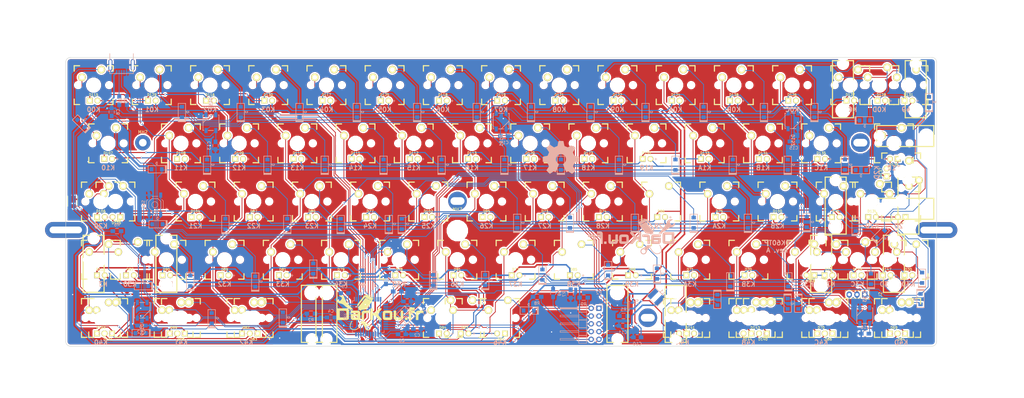
<source format=kicad_pcb>
(kicad_pcb (version 4) (host pcbnew 4.0.5+dfsg1-4)
  (title_block (title "MX/Alps HHKB") (date 2017-05-22) (rev A.1) (company DarKou))
  (layers (0 F.Cu signal) (31 B.Cu signal) (34 B.Paste user) (35 F.Paste user) (36 B.SilkS user) (37 F.SilkS user hide) (38 B.Mask user) (39 F.Mask user) (44 Edge.Cuts user))
  (net 0 "")
  (net 1 GND)
  (net 2 "Net-(C8-Pad1)")
  (net 3 "Net-(D1-Pad2)")
  (net 4 "Net-(D2-Pad2)")
  (net 5 "Net-(D3-Pad2)")
  (net 6 "Net-(D4-Pad2)")
  (net 7 "Net-(D5-Pad2)")
  (net 8 "Net-(D6-Pad2)")
  (net 9 "Net-(D7-Pad2)")
  (net 10 "Net-(D8-Pad2)")
  (net 11 "Net-(D9-Pad2)")
  (net 12 "Net-(D10-Pad2)")
  (net 13 "Net-(D11-Pad2)")
  (net 14 "Net-(D12-Pad2)")
  (net 15 "Net-(D13-Pad2)")
  (net 16 "Net-(D14-Pad2)")
  (net 17 "Net-(D15-Pad2)")
  (net 18 "Net-(D16-Pad2)")
  (net 19 "Net-(D17-Pad2)")
  (net 20 "Net-(D18-Pad2)")
  (net 21 "Net-(D19-Pad2)")
  (net 22 "Net-(D21-Pad2)")
  (net 23 "Net-(D22-Pad2)")
  (net 24 "Net-(D23-Pad2)")
  (net 25 "Net-(D24-Pad2)")
  (net 26 "Net-(D26-Pad2)")
  (net 27 "Net-(D27-Pad2)")
  (net 28 "Net-(D28-Pad2)")
  (net 29 "Net-(D29-Pad2)")
  (net 30 "Net-(D31-Pad2)")
  (net 31 "Net-(D32-Pad2)")
  (net 32 "Net-(D33-Pad2)")
  (net 33 "Net-(D34-Pad2)")
  (net 34 "Net-(D35-Pad2)")
  (net 35 "Net-(D36-Pad2)")
  (net 36 "Net-(D37-Pad2)")
  (net 37 "Net-(D38-Pad2)")
  (net 38 "Net-(D39-Pad2)")
  (net 39 "Net-(D40-Pad2)")
  (net 40 "Net-(D41-Pad2)")
  (net 41 "Net-(D42-Pad2)")
  (net 42 "Net-(D43-Pad2)")
  (net 43 "Net-(D44-Pad2)")
  (net 44 "Net-(D45-Pad2)")
  (net 45 "Net-(D46-Pad2)")
  (net 46 "Net-(D47-Pad2)")
  (net 47 "Net-(D48-Pad2)")
  (net 48 "Net-(D49-Pad2)")
  (net 49 "Net-(D50-Pad2)")
  (net 50 "Net-(D51-Pad2)")
  (net 51 "Net-(D52-Pad2)")
  (net 52 "Net-(D53-Pad2)")
  (net 53 "Net-(D54-Pad2)")
  (net 54 "Net-(D55-Pad2)")
  (net 55 "Net-(D56-Pad2)")
  (net 56 "Net-(D57-Pad2)")
  (net 57 "Net-(D58-Pad2)")
  (net 58 "Net-(D59-Pad2)")
  (net 59 "Net-(D60-Pad2)")
  (net 60 "Net-(J1-Pad2)")
  (net 61 "Net-(J1-Pad3)")
  (net 62 "Net-(J1-Pad4)")
  (net 63 "Net-(R3-Pad1)")
  (net 64 "Net-(R4-Pad2)")
  (net 65 "Net-(U0-Pad42)")
  (net 66 "Net-(LD1-Pad2)")
  (net 67 D2)
  (net 68 D5)
  (net 69 "Net-(D61-Pad2)")
  (net 70 "Net-(D62-Pad2)")
  (net 71 "Net-(D63-Pad2)")
  (net 72 "Net-(U0-Pad41)")
  (net 73 "Net-(D64-Pad2)")
  (net 74 "Net-(D65-Pad2)")
  (net 75 "Net-(D66-Pad2)")
  (net 76 "Net-(D67-Pad2)")
  (net 77 "Net-(D68-Pad2)")
  (net 78 "Net-(R2-Pad2)")
  (net 79 "Net-(P2-Pad1)")
  (net 80 VCC)
  (net 81 "Net-(C9-Pad1)")
  (net 82 LED_AN)
  (net 83 "Net-(L1-Pad1)")
  (net 84 LED_CATH)
  (net 85 BACKLIT)
  (net 86 CAPS_LED)
  (net 87 Row4)
  (net 88 Col3)
  (net 89 Col4)
  (net 90 Col5)
  (net 91 Row0)
  (net 92 Row1)
  (net 93 Row2)
  (net 94 Row3)
  (net 95 Col0)
  (net 96 Col1)
  (net 97 Col2)
  (net 98 ColD)
  (net 99 ColC)
  (net 100 Col6)
  (net 101 Col7)
  (net 102 Col8)
  (net 103 Col9)
  (net 104 ColA)
  (net 105 ColB)
  (net 106 "Net-(K50-Pad2)")
  (net 107 "Net-(K50-Pad1)")
  (net 108 RESET)
  (net 109 XTAL1)
  (net 110 XTAL2)
  (net 111 "Net-(MH2-Pad1)")
  (net 112 "Net-(X1-Pad3)")
  (net 113 "Net-(MH7-Pad1)")
  (net 114 RGB)
  (net 115 "Net-(D149-Pad2)")
  (net 116 "Net-(D150-Pad2)")
  (net 117 "Net-(D151-Pad2)")
  (net 118 "Net-(D152-Pad2)")
  (net 119 DOUT)
  (module Footprint:MXST (layer F.Cu) (at 114.3 107.15625 180)
    (fp_text reference MXST hide)
    (fp_text value VAL** hide)
    (pad "" np_thru_hole circle (at 0 -6.985 180) (size 3.048 3.048) (drill 3.048) (layers *.Cu *.Mask))
    (pad "" np_thru_hole circle (at 0 8.255 180) (size 3.9802 3.9802) (drill 3.9802) (layers *.Cu *.Mask))
  )
  (module Footprint:MXST (layer F.Cu) (at 228.6 107.15625 180)
    (fp_text reference MXST hide)
    (fp_text value VAL** hide)
    (pad "" np_thru_hole circle (at 0 -6.985 180) (size 3.048 3.048) (drill 3.048) (layers *.Cu *.Mask))
    (pad "" np_thru_hole circle (at 0 8.255 180) (size 3.9802 3.9802) (drill 3.9802) (layers *.Cu *.Mask))
  )
  (module Footprint:MXST (layer F.Cu) (at 209.55 107.15625 180)
    (fp_text reference MXST hide)
    (fp_text value VAL** hide)
    (pad "" np_thru_hole circle (at 0 -6.985 180) (size 3.048 3.048) (drill 3.048) (layers *.Cu *.Mask))
    (pad "" np_thru_hole circle (at 0 8.255 180) (size 3.9802 3.9802) (drill 3.9802) (layers *.Cu *.Mask))
  )
  (module Footprint:MXST (layer F.Cu) (at 109.5375 107.15625 180)
    (fp_text reference MXST hide)
    (fp_text value VAL** hide)
    (pad "" np_thru_hole circle (at 0 -6.985 180) (size 3.048 3.048) (drill 3.048) (layers *.Cu *.Mask))
    (pad "" np_thru_hole circle (at 0 8.255 180) (size 3.9802 3.9802) (drill 3.9802) (layers *.Cu *.Mask))
  )
  (module Footprint:MXST (layer F.Cu) (at 300.0375 88.10625)
    (fp_text reference MXST hide)
    (fp_text value VAL** hide)
    (pad "" np_thru_hole circle (at 0 -6.985) (size 3.048 3.048) (drill 3.048) (layers *.Cu *.Mask))
    (pad "" np_thru_hole circle (at 0 8.255) (size 3.9802 3.9802) (drill 3.9802) (layers *.Cu *.Mask))
  )
  (module Footprint:MXST (layer F.Cu) (at 276.225 88.10625)
    (fp_text reference MXST hide)
    (fp_text value VAL** hide)
    (pad "" np_thru_hole circle (at 0 -6.985) (size 3.048 3.048) (drill 3.048) (layers *.Cu *.Mask))
    (pad "" np_thru_hole circle (at 0 8.255) (size 3.9802 3.9802) (drill 3.9802) (layers *.Cu *.Mask))
  )
  (module Footprint:MXST (layer F.Cu) (at 302.41875 47.62625 90)
    (fp_text reference MXST hide)
    (fp_text value VAL** hide)
    (pad "" np_thru_hole circle (at 0 -6.985 90) (size 3.048 3.048) (drill 3.048) (layers *.Cu *.Mask))
    (pad "" np_thru_hole circle (at 0 8.255 90) (size 3.9802 3.9802) (drill 3.9802) (layers *.Cu *.Mask))
  )
  (module Footprint:MXST (layer F.Cu) (at 302.41875 71.4375 90)
    (fp_text reference MXST hide)
    (fp_text value VAL** hide)
    (pad "" np_thru_hole circle (at 0 -6.985 90) (size 3.048 3.048) (drill 3.048) (layers *.Cu *.Mask))
    (pad "" np_thru_hole circle (at 0 8.255 90) (size 3.9802 3.9802) (drill 3.9802) (layers *.Cu *.Mask))
  )
  (module Footprint:MXST (layer F.Cu) (at 280.9875 69.05625)
    (fp_text reference MXST hide)
    (fp_text value VAL** hide)
    (pad "" np_thru_hole circle (at 0 -6.985) (size 3.048 3.048) (drill 3.048) (layers *.Cu *.Mask))
    (pad "" np_thru_hole circle (at 0 8.255) (size 3.9802 3.9802) (drill 3.9802) (layers *.Cu *.Mask))
  )
  (module Footprint:MXST (layer F.Cu) (at 304.8 69.05625)
    (fp_text reference MXST hide)
    (fp_text value VAL** hide)
    (pad "" np_thru_hole circle (at 0 -6.985) (size 3.048 3.048) (drill 3.048) (layers *.Cu *.Mask))
    (pad "" np_thru_hole circle (at 0 8.255) (size 3.9802 3.9802) (drill 3.9802) (layers *.Cu *.Mask))
  )
  (module Footprint:MXST (layer F.Cu) (at 307.18125 30.95625)
    (fp_text reference MXST hide)
    (fp_text value VAL** hide)
    (pad "" np_thru_hole circle (at 0 -6.985) (size 3.048 3.048) (drill 3.048) (layers *.Cu *.Mask))
    (pad "" np_thru_hole circle (at 0 8.255) (size 3.9802 3.9802) (drill 3.9802) (layers *.Cu *.Mask))
  )
  (module Footprint:MXST (layer F.Cu) (at 283.36875 30.95625)
    (fp_text reference MXST hide)
    (fp_text value VAL** hide)
    (pad "" np_thru_hole circle (at 0 -6.985) (size 3.048 3.048) (drill 3.048) (layers *.Cu *.Mask))
    (pad "" np_thru_hole circle (at 0 8.255) (size 3.9802 3.9802) (drill 3.9802) (layers *.Cu *.Mask))
  )
  (module Footprint:MXST (layer F.Cu) (at 61.9125 88.10625)
    (fp_text reference MXST hide)
    (fp_text value VAL** hide)
    (pad "" np_thru_hole circle (at 0 -6.985) (size 3.048 3.048) (drill 3.048) (layers *.Cu *.Mask))
    (pad "" np_thru_hole circle (at 0 8.255) (size 3.9802 3.9802) (drill 3.9802) (layers *.Cu *.Mask))
  )
  (module Capacitors_SMD:C_0805_HandSoldering (layer B.Cu) (at 145 104 45)
    (fp_text reference C1 (at 0 2.1 45) (layer B.SilkS) (effects (justify mirror)))
    (fp_text value 22p)
    (pad 1 smd rect (at -1.25 0 45) (size 1.5 1.25) (layers B.Cu B.Paste B.Mask) (net 109 XTAL1))
    (pad 2 smd rect (at 1.25 0 45) (size 1.5 1.25) (layers B.Cu B.Paste B.Mask) (net 1 GND))
  )
  (module Capacitors_SMD:C_0805_HandSoldering (layer B.Cu) (at 144 110.75)
    (fp_text reference C2 (at 0 2.1) (layer B.SilkS) (effects (justify mirror)))
    (fp_text value 22p)
    (pad 1 smd rect (at -1.25 0) (size 1.5 1.25) (layers B.Cu B.Paste B.Mask) (net 110 XTAL2))
    (pad 2 smd rect (at 1.25 0) (size 1.5 1.25) (layers B.Cu B.Paste B.Mask) (net 1 GND))
  )
  (module Capacitors_SMD:C_0805_HandSoldering (layer B.Cu) (at 133.7875 94.7575 90)
    (fp_text reference C3 (at 0 2.1 90) (layer B.SilkS) (effects (justify mirror)))
    (fp_text value 0.1u hide)
    (pad 1 smd rect (at -1.25 0 90) (size 1.5 1.25) (layers B.Cu B.Paste B.Mask) (net 80 VCC))
    (pad 2 smd rect (at 1.25 0 90) (size 1.5 1.25) (layers B.Cu B.Paste B.Mask) (net 1 GND))
  )
  (module Capacitors_SMD:C_0805_HandSoldering (layer B.Cu) (at 115.75 107 180)
    (fp_text reference C4 (at 0 2.1 180) (layer B.SilkS) (effects (justify mirror)))
    (fp_text value 0.1u hide)
    (pad 1 smd rect (at -1.25 0 180) (size 1.5 1.25) (layers B.Cu B.Paste B.Mask) (net 80 VCC))
    (pad 2 smd rect (at 1.25 0 180) (size 1.5 1.25) (layers B.Cu B.Paste B.Mask) (net 1 GND))
  )
  (module Capacitors_SMD:C_0805_HandSoldering (layer B.Cu) (at 120.25 99 180)
    (fp_text reference C5 (at 0 2.1 180) (layer B.SilkS) (effects (justify mirror)))
    (fp_text value 0.1u)
    (pad 1 smd rect (at -1.25 0 180) (size 1.5 1.25) (layers B.Cu B.Paste B.Mask) (net 80 VCC))
    (pad 2 smd rect (at 1.25 0 180) (size 1.5 1.25) (layers B.Cu B.Paste B.Mask) (net 1 GND))
  )
  (module Capacitors_SMD:C_0805_HandSoldering (layer B.Cu) (at 139 112.5)
    (fp_text reference C6 (at 0 2.1) (layer B.SilkS) (effects (justify mirror)))
    (fp_text value 0.1u)
    (pad 1 smd rect (at -1.25 0) (size 1.5 1.25) (layers B.Cu B.Paste B.Mask) (net 80 VCC))
    (pad 2 smd rect (at 1.25 0) (size 1.5 1.25) (layers B.Cu B.Paste B.Mask) (net 1 GND))
  )
  (module Capacitors_SMD:C_0805_HandSoldering (layer B.Cu) (at 140.75 101.75)
    (fp_text reference C7 (at 0 2.1) (layer B.SilkS) (effects (justify mirror)))
    (fp_text value 4.7u)
    (pad 1 smd rect (at -1.25 0) (size 1.5 1.25) (layers B.Cu B.Paste B.Mask) (net 80 VCC))
    (pad 2 smd rect (at 1.25 0) (size 1.5 1.25) (layers B.Cu B.Paste B.Mask) (net 1 GND))
  )
  (module Capacitors_SMD:C_0805_HandSoldering (layer B.Cu) (at 44 39.75 90)
    (fp_text reference C8 (at 0 2.1 90) (layer B.SilkS) (effects (justify mirror)))
    (fp_text value 1u)
    (pad 1 smd rect (at -1.25 0 90) (size 1.5 1.25) (layers B.Cu B.Paste B.Mask) (net 2 "Net-(C8-Pad1)"))
    (pad 2 smd rect (at 1.25 0 90) (size 1.5 1.25) (layers B.Cu B.Paste B.Mask) (net 1 GND))
  )
  (module Capacitors_SMD:C_0805_HandSoldering (layer B.Cu) (at 188.5 99 90)
    (fp_text reference C9 (at 0 2.1 90) (layer B.SilkS) (effects (justify mirror)))
    (fp_text value 2.2u)
    (pad 1 smd rect (at -1.25 0 90) (size 1.5 1.25) (layers B.Cu B.Paste B.Mask) (net 81 "Net-(C9-Pad1)"))
    (pad 2 smd rect (at 1.25 0 90) (size 1.5 1.25) (layers B.Cu B.Paste B.Mask) (net 80 VCC))
  )
  (module Footprint:D_SOD123 (layer B.Cu) (at 34 43.5 135)
    (fp_text reference D1 hide)
    (fp_text value D (at 0 1.925 135) (layer B.SilkS) (effects (font (size 0.8 0.8)) (justify mirror)))
    (pad 2 smd rect (at 1.7 0 135) (size 1.2 1.4) (layers B.Cu B.Paste B.Mask) (net 3 "Net-(D1-Pad2)"))
    (pad 1 smd rect (at -1.7 0 135) (size 1.2 1.4) (layers B.Cu B.Paste B.Mask) (net 91 Row0))
  )
  (module Footprint:D_SOD123 (layer B.Cu) (at 58.75 58.5 180)
    (fp_text reference D2 hide)
    (fp_text value D (at 0 1.925 180) (layer B.SilkS) (effects (font (size 0.8 0.8)) (justify mirror)))
    (pad 2 smd rect (at 1.7 0 180) (size 1.2 1.4) (layers B.Cu B.Paste B.Mask) (net 4 "Net-(D2-Pad2)"))
    (pad 1 smd rect (at -1.7 0 180) (size 1.2 1.4) (layers B.Cu B.Paste B.Mask) (net 92 Row1))
  )
  (module Footprint:D_SOD123 (layer B.Cu) (at 59 76.5 180)
    (fp_text reference D3 hide)
    (fp_text value D (at 0 1.925 180) (layer B.SilkS) (effects (font (size 0.8 0.8)) (justify mirror)))
    (pad 2 smd rect (at 1.7 0 180) (size 1.2 1.4) (layers B.Cu B.Paste B.Mask) (net 5 "Net-(D3-Pad2)"))
    (pad 1 smd rect (at -1.7 0 180) (size 1.2 1.4) (layers B.Cu B.Paste B.Mask) (net 93 Row2))
  )
  (module Footprint:D_SOD123 (layer B.Cu) (at 54.25 96.75 180)
    (fp_text reference D4 hide)
    (fp_text value D (at 0 1.925 180) (layer B.SilkS) (effects (font (size 0.8 0.8)) (justify mirror)))
    (pad 2 smd rect (at 1.7 0 180) (size 1.2 1.4) (layers B.Cu B.Paste B.Mask) (net 6 "Net-(D4-Pad2)"))
    (pad 1 smd rect (at -1.7 0 180) (size 1.2 1.4) (layers B.Cu B.Paste B.Mask) (net 94 Row3))
  )
  (module Footprint:D_SOD123 (layer B.Cu) (at 53.5025 112.1475 180)
    (fp_text reference D5 hide)
    (fp_text value D (at 0 1.925 180) (layer B.SilkS) (effects (font (size 0.8 0.8)) (justify mirror)))
    (pad 2 smd rect (at 1.7 0 180) (size 1.2 1.4) (layers B.Cu B.Paste B.Mask) (net 7 "Net-(D5-Pad2)"))
    (pad 1 smd rect (at -1.7 0 180) (size 1.2 1.4) (layers B.Cu B.Paste B.Mask) (net 87 Row4))
  )
  (module Footprint:D_SOD123 (layer B.Cu) (at 67 39.75 90)
    (fp_text reference D6 hide)
    (fp_text value D (at 0 1.925 90) (layer B.SilkS) (effects (font (size 0.8 0.8)) (justify mirror)))
    (pad 2 smd rect (at 1.7 0 90) (size 1.2 1.4) (layers B.Cu B.Paste B.Mask) (net 8 "Net-(D6-Pad2)"))
    (pad 1 smd rect (at -1.7 0 90) (size 1.2 1.4) (layers B.Cu B.Paste B.Mask) (net 91 Row0))
  )
  (module Footprint:D_SOD123 (layer B.Cu) (at 75.25 57 90)
    (fp_text reference D7 hide)
    (fp_text value D (at 0 1.925 90) (layer B.SilkS) (effects (font (size 0.8 0.8)) (justify mirror)))
    (pad 2 smd rect (at 1.7 0 90) (size 1.2 1.4) (layers B.Cu B.Paste B.Mask) (net 9 "Net-(D7-Pad2)"))
    (pad 1 smd rect (at -1.7 0 90) (size 1.2 1.4) (layers B.Cu B.Paste B.Mask) (net 92 Row1))
  )
  (module Footprint:D_SOD123 (layer B.Cu) (at 81.22875 76.40625 90)
    (fp_text reference D8 hide)
    (fp_text value D (at 0 1.925 90) (layer B.SilkS) (effects (font (size 0.8 0.8)) (justify mirror)))
    (pad 2 smd rect (at 1.7 0 90) (size 1.2 1.4) (layers B.Cu B.Paste B.Mask) (net 10 "Net-(D8-Pad2)"))
    (pad 1 smd rect (at -1.7 0 90) (size 1.2 1.4) (layers B.Cu B.Paste B.Mask) (net 93 Row2))
  )
  (module Footprint:D_SOD123 (layer B.Cu) (at 69.75 95 90)
    (fp_text reference D9 hide)
    (fp_text value D (at 0 1.925 90) (layer B.SilkS) (effects (font (size 0.8 0.8)) (justify mirror)))
    (pad 2 smd rect (at 1.7 0 90) (size 1.2 1.4) (layers B.Cu B.Paste B.Mask) (net 11 "Net-(D9-Pad2)"))
    (pad 1 smd rect (at -1.7 0 90) (size 1.2 1.4) (layers B.Cu B.Paste B.Mask) (net 94 Row3))
  )
  (module Footprint:D_SOD123 (layer B.Cu) (at 76.75 107.25 90)
    (fp_text reference D10 hide)
    (fp_text value D (at 0 1.925 90) (layer B.SilkS) (effects (font (size 0.8 0.8)) (justify mirror)))
    (pad 2 smd rect (at 1.7 0 90) (size 1.2 1.4) (layers B.Cu B.Paste B.Mask) (net 12 "Net-(D10-Pad2)"))
    (pad 1 smd rect (at -1.7 0 90) (size 1.2 1.4) (layers B.Cu B.Paste B.Mask) (net 87 Row4))
  )
  (module Footprint:D_SOD123 (layer B.Cu) (at 86.25 39.75 90)
    (fp_text reference D11 hide)
    (fp_text value D (at 0 1.925 90) (layer B.SilkS) (effects (font (size 0.8 0.8)) (justify mirror)))
    (pad 2 smd rect (at 1.7 0 90) (size 1.2 1.4) (layers B.Cu B.Paste B.Mask) (net 13 "Net-(D11-Pad2)"))
    (pad 1 smd rect (at -1.7 0 90) (size 1.2 1.4) (layers B.Cu B.Paste B.Mask) (net 91 Row0))
  )
  (module Footprint:D_SOD123 (layer B.Cu) (at 95 57 90)
    (fp_text reference D12 hide)
    (fp_text value D (at 0 1.925 90) (layer B.SilkS) (effects (font (size 0.8 0.8)) (justify mirror)))
    (pad 2 smd rect (at 1.7 0 90) (size 1.2 1.4) (layers B.Cu B.Paste B.Mask) (net 14 "Net-(D12-Pad2)"))
    (pad 1 smd rect (at -1.7 0 90) (size 1.2 1.4) (layers B.Cu B.Paste B.Mask) (net 92 Row1))
  )
  (module Footprint:D_SOD123 (layer B.Cu) (at 101.47875 76.40625 90)
    (fp_text reference D13 hide)
    (fp_text value D (at 0 1.925 90) (layer B.SilkS) (effects (font (size 0.8 0.8)) (justify mirror)))
    (pad 2 smd rect (at 1.7 0 90) (size 1.2 1.4) (layers B.Cu B.Paste B.Mask) (net 15 "Net-(D13-Pad2)"))
    (pad 1 smd rect (at -1.7 0 90) (size 1.2 1.4) (layers B.Cu B.Paste B.Mask) (net 93 Row2))
  )
  (module Footprint:D_SOD123 (layer B.Cu) (at 91 95.25 90)
    (fp_text reference D14 hide)
    (fp_text value D (at 0 1.925 90) (layer B.SilkS) (effects (font (size 0.8 0.8)) (justify mirror)))
    (pad 2 smd rect (at 1.7 0 90) (size 1.2 1.4) (layers B.Cu B.Paste B.Mask) (net 16 "Net-(D14-Pad2)"))
    (pad 1 smd rect (at -1.7 0 90) (size 1.2 1.4) (layers B.Cu B.Paste B.Mask) (net 94 Row3))
  )
  (module Footprint:D_SOD123 (layer B.Cu) (at 100.0375 107.0075 90)
    (fp_text reference D15 hide)
    (fp_text value D (at 0 1.925 90) (layer B.SilkS) (effects (font (size 0.8 0.8)) (justify mirror)))
    (pad 2 smd rect (at 1.7 0 90) (size 1.2 1.4) (layers B.Cu B.Paste B.Mask) (net 17 "Net-(D15-Pad2)"))
    (pad 1 smd rect (at -1.7 0 90) (size 1.2 1.4) (layers B.Cu B.Paste B.Mask) (net 87 Row4))
  )
  (module Footprint:D_SOD123 (layer B.Cu) (at 105.5 39.75 90)
    (fp_text reference D16 hide)
    (fp_text value D (at 0 1.925 90) (layer B.SilkS) (effects (font (size 0.8 0.8)) (justify mirror)))
    (pad 2 smd rect (at 1.7 0 90) (size 1.2 1.4) (layers B.Cu B.Paste B.Mask) (net 18 "Net-(D16-Pad2)"))
    (pad 1 smd rect (at -1.7 0 90) (size 1.2 1.4) (layers B.Cu B.Paste B.Mask) (net 91 Row0))
  )
  (module Footprint:D_SOD123 (layer B.Cu) (at 113.75 57 90)
    (fp_text reference D17 hide)
    (fp_text value D (at 0 1.925 90) (layer B.SilkS) (effects (font (size 0.8 0.8)) (justify mirror)))
    (pad 2 smd rect (at 1.7 0 90) (size 1.2 1.4) (layers B.Cu B.Paste B.Mask) (net 19 "Net-(D17-Pad2)"))
    (pad 1 smd rect (at -1.7 0 90) (size 1.2 1.4) (layers B.Cu B.Paste B.Mask) (net 92 Row1))
  )
  (module Footprint:D_SOD123 (layer B.Cu) (at 118.97875 76.40625 90)
    (fp_text reference D18 hide)
    (fp_text value D (at 0 1.925 90) (layer B.SilkS) (effects (font (size 0.8 0.8)) (justify mirror)))
    (pad 2 smd rect (at 1.7 0 90) (size 1.2 1.4) (layers B.Cu B.Paste B.Mask) (net 20 "Net-(D18-Pad2)"))
    (pad 1 smd rect (at -1.7 0 90) (size 1.2 1.4) (layers B.Cu B.Paste B.Mask) (net 93 Row2))
  )
  (module Footprint:D_SOD123 (layer B.Cu) (at 110 91 90)
    (fp_text reference D19 hide)
    (fp_text value D (at 0 1.925 90) (layer B.SilkS) (effects (font (size 0.8 0.8)) (justify mirror)))
    (pad 2 smd rect (at 1.7 0 90) (size 1.2 1.4) (layers B.Cu B.Paste B.Mask) (net 21 "Net-(D19-Pad2)"))
    (pad 1 smd rect (at -1.7 0 90) (size 1.2 1.4) (layers B.Cu B.Paste B.Mask) (net 94 Row3))
  )
  (module Footprint:D_SOD123 (layer B.Cu) (at 124.25 39.75 90)
    (fp_text reference D21 hide)
    (fp_text value D (at 0 1.925 90) (layer B.SilkS) (effects (font (size 0.8 0.8)) (justify mirror)))
    (pad 2 smd rect (at 1.7 0 90) (size 1.2 1.4) (layers B.Cu B.Paste B.Mask) (net 22 "Net-(D21-Pad2)"))
    (pad 1 smd rect (at -1.7 0 90) (size 1.2 1.4) (layers B.Cu B.Paste B.Mask) (net 91 Row0))
  )
  (module Footprint:D_SOD123 (layer B.Cu) (at 133 57 90)
    (fp_text reference D22 hide)
    (fp_text value D (at 0 1.925 90) (layer B.SilkS) (effects (font (size 0.8 0.8)) (justify mirror)))
    (pad 2 smd rect (at 1.7 0 90) (size 1.2 1.4) (layers B.Cu B.Paste B.Mask) (net 23 "Net-(D22-Pad2)"))
    (pad 1 smd rect (at -1.7 0 90) (size 1.2 1.4) (layers B.Cu B.Paste B.Mask) (net 92 Row1))
  )
  (module Footprint:D_SOD123 (layer B.Cu) (at 134.72875 76.40625 90)
    (fp_text reference D23 hide)
    (fp_text value D (at 0 1.925 90) (layer B.SilkS) (effects (font (size 0.8 0.8)) (justify mirror)))
    (pad 2 smd rect (at 1.7 0 90) (size 1.2 1.4) (layers B.Cu B.Paste B.Mask) (net 24 "Net-(D23-Pad2)"))
    (pad 1 smd rect (at -1.7 0 90) (size 1.2 1.4) (layers B.Cu B.Paste B.Mask) (net 93 Row2))
  )
  (module Footprint:D_SOD123 (layer B.Cu) (at 126 93.25 90)
    (fp_text reference D24 hide)
    (fp_text value D (at 0 1.925 90) (layer B.SilkS) (effects (font (size 0.8 0.8)) (justify mirror)))
    (pad 2 smd rect (at 1.7 0 90) (size 1.2 1.4) (layers B.Cu B.Paste B.Mask) (net 25 "Net-(D24-Pad2)"))
    (pad 1 smd rect (at -1.7 0 90) (size 1.2 1.4) (layers B.Cu B.Paste B.Mask) (net 94 Row3))
  )
  (module Footprint:D_SOD123 (layer B.Cu) (at 144 39.75 90)
    (fp_text reference D26 hide)
    (fp_text value D (at 0 1.925 90) (layer B.SilkS) (effects (font (size 0.8 0.8)) (justify mirror)))
    (pad 2 smd rect (at 1.7 0 90) (size 1.2 1.4) (layers B.Cu B.Paste B.Mask) (net 26 "Net-(D26-Pad2)"))
    (pad 1 smd rect (at -1.7 0 90) (size 1.2 1.4) (layers B.Cu B.Paste B.Mask) (net 91 Row0))
  )
  (module Footprint:D_SOD123 (layer B.Cu) (at 152 57 90)
    (fp_text reference D27 hide)
    (fp_text value D (at 0 1.925 90) (layer B.SilkS) (effects (font (size 0.8 0.8)) (justify mirror)))
    (pad 2 smd rect (at 1.7 0 90) (size 1.2 1.4) (layers B.Cu B.Paste B.Mask) (net 27 "Net-(D27-Pad2)"))
    (pad 1 smd rect (at -1.7 0 90) (size 1.2 1.4) (layers B.Cu B.Paste B.Mask) (net 92 Row1))
  )
  (module Footprint:D_SOD123 (layer B.Cu) (at 138.97875 76.40625 90)
    (fp_text reference D28 hide)
    (fp_text value D (at 0 1.925 90) (layer B.SilkS) (effects (font (size 0.8 0.8)) (justify mirror)))
    (pad 2 smd rect (at 1.7 0 90) (size 1.2 1.4) (layers B.Cu B.Paste B.Mask) (net 28 "Net-(D28-Pad2)"))
    (pad 1 smd rect (at -1.7 0 90) (size 1.2 1.4) (layers B.Cu B.Paste B.Mask) (net 93 Row2))
  )
  (module Footprint:D_SOD123 (layer B.Cu) (at 149.25 94.75 90)
    (fp_text reference D29 hide)
    (fp_text value D (at 0 1.925 90) (layer B.SilkS) (effects (font (size 0.8 0.8)) (justify mirror)))
    (pad 2 smd rect (at 1.7 0 90) (size 1.2 1.4) (layers B.Cu B.Paste B.Mask) (net 29 "Net-(D29-Pad2)"))
    (pad 1 smd rect (at -1.7 0 90) (size 1.2 1.4) (layers B.Cu B.Paste B.Mask) (net 94 Row3))
  )
  (module Footprint:D_SOD123 (layer B.Cu) (at 163.5 39.75 90)
    (fp_text reference D31 hide)
    (fp_text value D (at 0 1.925 90) (layer B.SilkS) (effects (font (size 0.8 0.8)) (justify mirror)))
    (pad 2 smd rect (at 1.7 0 90) (size 1.2 1.4) (layers B.Cu B.Paste B.Mask) (net 30 "Net-(D31-Pad2)"))
    (pad 1 smd rect (at -1.7 0 90) (size 1.2 1.4) (layers B.Cu B.Paste B.Mask) (net 91 Row0))
  )
  (module Footprint:D_SOD123 (layer B.Cu) (at 172.5375 57.0075 90)
    (fp_text reference D32 hide)
    (fp_text value D (at 0 1.925 90) (layer B.SilkS) (effects (font (size 0.8 0.8)) (justify mirror)))
    (pad 2 smd rect (at 1.7 0 90) (size 1.2 1.4) (layers B.Cu B.Paste B.Mask) (net 31 "Net-(D32-Pad2)"))
    (pad 1 smd rect (at -1.7 0 90) (size 1.2 1.4) (layers B.Cu B.Paste B.Mask) (net 92 Row1))
  )
  (module Footprint:D_SOD123 (layer B.Cu) (at 176.75 76 90)
    (fp_text reference D33 hide)
    (fp_text value D (at 0 1.925 90) (layer B.SilkS) (effects (font (size 0.8 0.8)) (justify mirror)))
    (pad 2 smd rect (at 1.7 0 90) (size 1.2 1.4) (layers B.Cu B.Paste B.Mask) (net 32 "Net-(D33-Pad2)"))
    (pad 1 smd rect (at -1.7 0 90) (size 1.2 1.4) (layers B.Cu B.Paste B.Mask) (net 93 Row2))
  )
  (module Footprint:D_SOD123 (layer B.Cu) (at 166.25 94.75 90)
    (fp_text reference D34 hide)
    (fp_text value D (at 0 1.925 90) (layer B.SilkS) (effects (font (size 0.8 0.8)) (justify mirror)))
    (pad 2 smd rect (at 1.7 0 90) (size 1.2 1.4) (layers B.Cu B.Paste B.Mask) (net 33 "Net-(D34-Pad2)"))
    (pad 1 smd rect (at -1.7 0 90) (size 1.2 1.4) (layers B.Cu B.Paste B.Mask) (net 94 Row3))
  )
  (module Footprint:D_SOD123 (layer B.Cu) (at 180.5 104.75 180)
    (fp_text reference D35 hide)
    (fp_text value D (at 0 1.925 180) (layer B.SilkS) (effects (font (size 0.8 0.8)) (justify mirror)))
    (pad 2 smd rect (at 1.7 0 180) (size 1.2 1.4) (layers B.Cu B.Paste B.Mask) (net 34 "Net-(D35-Pad2)"))
    (pad 1 smd rect (at -1.7 0 180) (size 1.2 1.4) (layers B.Cu B.Paste B.Mask) (net 87 Row4))
  )
  (module Footprint:D_SOD123 (layer B.Cu) (at 181.25 39.75 90)
    (fp_text reference D36 hide)
    (fp_text value D (at 0 1.925 90) (layer B.SilkS) (effects (font (size 0.8 0.8)) (justify mirror)))
    (pad 2 smd rect (at 1.7 0 90) (size 1.2 1.4) (layers B.Cu B.Paste B.Mask) (net 35 "Net-(D36-Pad2)"))
    (pad 1 smd rect (at -1.7 0 90) (size 1.2 1.4) (layers B.Cu B.Paste B.Mask) (net 91 Row0))
  )
  (module Footprint:D_SOD123 (layer B.Cu) (at 191.0375 57.0075 90)
    (fp_text reference D37 hide)
    (fp_text value D (at 0 1.925 90) (layer B.SilkS) (effects (font (size 0.8 0.8)) (justify mirror)))
    (pad 2 smd rect (at 1.7 0 90) (size 1.2 1.4) (layers B.Cu B.Paste B.Mask) (net 36 "Net-(D37-Pad2)"))
    (pad 1 smd rect (at -1.7 0 90) (size 1.2 1.4) (layers B.Cu B.Paste B.Mask) (net 92 Row1))
  )
  (module Footprint:D_SOD123 (layer B.Cu) (at 194 76 90)
    (fp_text reference D38 hide)
    (fp_text value D (at 0 1.925 90) (layer B.SilkS) (effects (font (size 0.8 0.8)) (justify mirror)))
    (pad 2 smd rect (at 1.7 0 90) (size 1.2 1.4) (layers B.Cu B.Paste B.Mask) (net 37 "Net-(D38-Pad2)"))
    (pad 1 smd rect (at -1.7 0 90) (size 1.2 1.4) (layers B.Cu B.Paste B.Mask) (net 93 Row2))
  )
  (module Footprint:D_SOD123 (layer B.Cu) (at 185 93 90)
    (fp_text reference D39 hide)
    (fp_text value D (at 0 1.925 90) (layer B.SilkS) (effects (font (size 0.8 0.8)) (justify mirror)))
    (pad 2 smd rect (at 1.7 0 90) (size 1.2 1.4) (layers B.Cu B.Paste B.Mask) (net 38 "Net-(D39-Pad2)"))
    (pad 1 smd rect (at -1.7 0 90) (size 1.2 1.4) (layers B.Cu B.Paste B.Mask) (net 94 Row3))
  )
  (module Footprint:D_SOD123 (layer B.Cu) (at 200.75 39.75 90)
    (fp_text reference D40 hide)
    (fp_text value D (at 0 1.925 90) (layer B.SilkS) (effects (font (size 0.8 0.8)) (justify mirror)))
    (pad 2 smd rect (at 1.7 0 90) (size 1.2 1.4) (layers B.Cu B.Paste B.Mask) (net 39 "Net-(D40-Pad2)"))
    (pad 1 smd rect (at -1.7 0 90) (size 1.2 1.4) (layers B.Cu B.Paste B.Mask) (net 91 Row0))
  )
  (module Footprint:D_SOD123 (layer B.Cu) (at 210.0375 57.0075 90)
    (fp_text reference D41 hide)
    (fp_text value D (at 0 1.925 90) (layer B.SilkS) (effects (font (size 0.8 0.8)) (justify mirror)))
    (pad 2 smd rect (at 1.7 0 90) (size 1.2 1.4) (layers B.Cu B.Paste B.Mask) (net 40 "Net-(D41-Pad2)"))
    (pad 1 smd rect (at -1.7 0 90) (size 1.2 1.4) (layers B.Cu B.Paste B.Mask) (net 92 Row1))
  )
  (module Footprint:D_SOD123 (layer B.Cu) (at 215.25 76 90)
    (fp_text reference D42 hide)
    (fp_text value D (at 0 1.925 90) (layer B.SilkS) (effects (font (size 0.8 0.8)) (justify mirror)))
    (pad 2 smd rect (at 1.7 0 90) (size 1.2 1.4) (layers B.Cu B.Paste B.Mask) (net 41 "Net-(D42-Pad2)"))
    (pad 1 smd rect (at -1.7 0 90) (size 1.2 1.4) (layers B.Cu B.Paste B.Mask) (net 93 Row2))
  )
  (module Footprint:D_SOD123 (layer B.Cu) (at 206.5 91.5 90)
    (fp_text reference D43 hide)
    (fp_text value D (at 0 1.925 90) (layer B.SilkS) (effects (font (size 0.8 0.8)) (justify mirror)))
    (pad 2 smd rect (at 1.7 0 90) (size 1.2 1.4) (layers B.Cu B.Paste B.Mask) (net 42 "Net-(D43-Pad2)"))
    (pad 1 smd rect (at -1.7 0 90) (size 1.2 1.4) (layers B.Cu B.Paste B.Mask) (net 94 Row3))
  )
  (module Footprint:D_SOD123 (layer B.Cu) (at 218.75 39.75 90)
    (fp_text reference D44 hide)
    (fp_text value D (at 0 1.925 90) (layer B.SilkS) (effects (font (size 0.8 0.8)) (justify mirror)))
    (pad 2 smd rect (at 1.7 0 90) (size 1.2 1.4) (layers B.Cu B.Paste B.Mask) (net 43 "Net-(D44-Pad2)"))
    (pad 1 smd rect (at -1.7 0 90) (size 1.2 1.4) (layers B.Cu B.Paste B.Mask) (net 91 Row0))
  )
  (module Footprint:D_SOD123 (layer B.Cu) (at 228.5375 57.0075 90)
    (fp_text reference D45 hide)
    (fp_text value D (at 0 1.925 90) (layer B.SilkS) (effects (font (size 0.8 0.8)) (justify mirror)))
    (pad 2 smd rect (at 1.7 0 90) (size 1.2 1.4) (layers B.Cu B.Paste B.Mask) (net 44 "Net-(D45-Pad2)"))
    (pad 1 smd rect (at -1.7 0 90) (size 1.2 1.4) (layers B.Cu B.Paste B.Mask) (net 92 Row1))
  )
  (module Footprint:D_SOD123 (layer B.Cu) (at 234.5 76 90)
    (fp_text reference D46 hide)
    (fp_text value D (at 0 1.925 90) (layer B.SilkS) (effects (font (size 0.8 0.8)) (justify mirror)))
    (pad 2 smd rect (at 1.7 0 90) (size 1.2 1.4) (layers B.Cu B.Paste B.Mask) (net 45 "Net-(D46-Pad2)"))
    (pad 1 smd rect (at -1.7 0 90) (size 1.2 1.4) (layers B.Cu B.Paste B.Mask) (net 93 Row2))
  )
  (module Footprint:D_SOD123 (layer B.Cu) (at 222.47875 92.65625 90)
    (fp_text reference D47 hide)
    (fp_text value D (at 0 1.925 90) (layer B.SilkS) (effects (font (size 0.8 0.8)) (justify mirror)))
    (pad 2 smd rect (at 1.7 0 90) (size 1.2 1.4) (layers B.Cu B.Paste B.Mask) (net 46 "Net-(D47-Pad2)"))
    (pad 1 smd rect (at -1.7 0 90) (size 1.2 1.4) (layers B.Cu B.Paste B.Mask) (net 94 Row3))
  )
  (module Footprint:D_SOD123 (layer B.Cu) (at 311.5 36.5 90)
    (fp_text reference D48 hide)
    (fp_text value D (at 0 1.925 90) (layer B.SilkS) (effects (font (size 0.8 0.8)) (justify mirror)))
    (pad 2 smd rect (at 1.7 0 90) (size 1.2 1.4) (layers B.Cu B.Paste B.Mask) (net 47 "Net-(D48-Pad2)"))
    (pad 1 smd rect (at -1.7 0 90) (size 1.2 1.4) (layers B.Cu B.Paste B.Mask) (net 87 Row4))
  )
  (module Footprint:D_SOD123 (layer B.Cu) (at 237.75 39.75 90)
    (fp_text reference D49 hide)
    (fp_text value D (at 0 1.925 90) (layer B.SilkS) (effects (font (size 0.8 0.8)) (justify mirror)))
    (pad 2 smd rect (at 1.7 0 90) (size 1.2 1.4) (layers B.Cu B.Paste B.Mask) (net 48 "Net-(D49-Pad2)"))
    (pad 1 smd rect (at -1.7 0 90) (size 1.2 1.4) (layers B.Cu B.Paste B.Mask) (net 91 Row0))
  )
  (module Footprint:D_SOD123 (layer B.Cu) (at 247.2875 57.0075 90)
    (fp_text reference D50 hide)
    (fp_text value D (at 0 1.925 90) (layer B.SilkS) (effects (font (size 0.8 0.8)) (justify mirror)))
    (pad 2 smd rect (at 1.7 0 90) (size 1.2 1.4) (layers B.Cu B.Paste B.Mask) (net 49 "Net-(D50-Pad2)"))
    (pad 1 smd rect (at -1.7 0 90) (size 1.2 1.4) (layers B.Cu B.Paste B.Mask) (net 92 Row1))
  )
  (module Footprint:D_SOD123 (layer B.Cu) (at 252.25 76 90)
    (fp_text reference D51 hide)
    (fp_text value D (at 0 1.925 90) (layer B.SilkS) (effects (font (size 0.8 0.8)) (justify mirror)))
    (pad 2 smd rect (at 1.7 0 90) (size 1.2 1.4) (layers B.Cu B.Paste B.Mask) (net 50 "Net-(D51-Pad2)"))
    (pad 1 smd rect (at -1.7 0 90) (size 1.2 1.4) (layers B.Cu B.Paste B.Mask) (net 93 Row2))
  )
  (module Footprint:D_SOD123 (layer B.Cu) (at 246.47875 95.15625 90)
    (fp_text reference D52 hide)
    (fp_text value D (at 0 1.925 90) (layer B.SilkS) (effects (font (size 0.8 0.8)) (justify mirror)))
    (pad 2 smd rect (at 1.7 0 90) (size 1.2 1.4) (layers B.Cu B.Paste B.Mask) (net 51 "Net-(D52-Pad2)"))
    (pad 1 smd rect (at -1.7 0 90) (size 1.2 1.4) (layers B.Cu B.Paste B.Mask) (net 94 Row3))
  )
  (module Footprint:D_SOD123 (layer B.Cu) (at 242.25 101.25 270)
    (fp_text reference D53 hide)
    (fp_text value D (at 0 1.925 270) (layer B.SilkS) (effects (font (size 0.8 0.8)) (justify mirror)))
    (pad 2 smd rect (at 1.7 0 270) (size 1.2 1.4) (layers B.Cu B.Paste B.Mask) (net 52 "Net-(D53-Pad2)"))
    (pad 1 smd rect (at -1.7 0 270) (size 1.2 1.4) (layers B.Cu B.Paste B.Mask) (net 87 Row4))
  )
  (module Footprint:D_SOD123 (layer B.Cu) (at 257.5 39.75 90)
    (fp_text reference D54 hide)
    (fp_text value D (at 0 1.925 90) (layer B.SilkS) (effects (font (size 0.8 0.8)) (justify mirror)))
    (pad 2 smd rect (at 1.7 0 90) (size 1.2 1.4) (layers B.Cu B.Paste B.Mask) (net 53 "Net-(D54-Pad2)"))
    (pad 1 smd rect (at -1.7 0 90) (size 1.2 1.4) (layers B.Cu B.Paste B.Mask) (net 91 Row0))
  )
  (module Footprint:D_SOD123 (layer B.Cu) (at 265.2875 57.0075 90)
    (fp_text reference D55 hide)
    (fp_text value D (at 0 1.925 90) (layer B.SilkS) (effects (font (size 0.8 0.8)) (justify mirror)))
    (pad 2 smd rect (at 1.7 0 90) (size 1.2 1.4) (layers B.Cu B.Paste B.Mask) (net 54 "Net-(D55-Pad2)"))
    (pad 1 smd rect (at -1.7 0 90) (size 1.2 1.4) (layers B.Cu B.Paste B.Mask) (net 92 Row1))
  )
  (module Footprint:D_SOD123 (layer B.Cu) (at 271.5 75.75 90)
    (fp_text reference D56 hide)
    (fp_text value D (at 0 1.925 90) (layer B.SilkS) (effects (font (size 0.8 0.8)) (justify mirror)))
    (pad 2 smd rect (at 1.7 0 90) (size 1.2 1.4) (layers B.Cu B.Paste B.Mask) (net 55 "Net-(D56-Pad2)"))
    (pad 1 smd rect (at -1.7 0 90) (size 1.2 1.4) (layers B.Cu B.Paste B.Mask) (net 93 Row2))
  )
  (module Footprint:D_SOD123 (layer B.Cu) (at 265.47875 95.15625 90)
    (fp_text reference D57 hide)
    (fp_text value D (at 0 1.925 90) (layer B.SilkS) (effects (font (size 0.8 0.8)) (justify mirror)))
    (pad 2 smd rect (at 1.7 0 90) (size 1.2 1.4) (layers B.Cu B.Paste B.Mask) (net 56 "Net-(D57-Pad2)"))
    (pad 1 smd rect (at -1.7 0 90) (size 1.2 1.4) (layers B.Cu B.Paste B.Mask) (net 94 Row3))
  )
  (module Footprint:D_SOD123 (layer B.Cu) (at 265.25 102.5 270)
    (fp_text reference D58 hide)
    (fp_text value D (at 0 1.925 270) (layer B.SilkS) (effects (font (size 0.8 0.8)) (justify mirror)))
    (pad 2 smd rect (at 1.7 0 270) (size 1.2 1.4) (layers B.Cu B.Paste B.Mask) (net 57 "Net-(D58-Pad2)"))
    (pad 1 smd rect (at -1.7 0 270) (size 1.2 1.4) (layers B.Cu B.Paste B.Mask) (net 87 Row4))
  )
  (module Footprint:D_SOD123 (layer B.Cu) (at 274 39.75 90)
    (fp_text reference D59 hide)
    (fp_text value D (at 0 1.925 90) (layer B.SilkS) (effects (font (size 0.8 0.8)) (justify mirror)))
    (pad 2 smd rect (at 1.7 0 90) (size 1.2 1.4) (layers B.Cu B.Paste B.Mask) (net 58 "Net-(D59-Pad2)"))
    (pad 1 smd rect (at -1.7 0 90) (size 1.2 1.4) (layers B.Cu B.Paste B.Mask) (net 91 Row0))
  )
  (module Footprint:D_SOD123 (layer B.Cu) (at 284 57 90)
    (fp_text reference D60 hide)
    (fp_text value D (at 0 1.925 90) (layer B.SilkS) (effects (font (size 0.8 0.8)) (justify mirror)))
    (pad 2 smd rect (at 1.7 0 90) (size 1.2 1.4) (layers B.Cu B.Paste B.Mask) (net 59 "Net-(D60-Pad2)"))
    (pad 1 smd rect (at -1.7 0 90) (size 1.2 1.4) (layers B.Cu B.Paste B.Mask) (net 92 Row1))
  )
  (module Footprint:D_SOD123 (layer B.Cu) (at 287.5 77 90)
    (fp_text reference D61 hide)
    (fp_text value D (at 0 1.925 90) (layer B.SilkS) (effects (font (size 0.8 0.8)) (justify mirror)))
    (pad 2 smd rect (at 1.7 0 90) (size 1.2 1.4) (layers B.Cu B.Paste B.Mask) (net 69 "Net-(D61-Pad2)"))
    (pad 1 smd rect (at -1.7 0 90) (size 1.2 1.4) (layers B.Cu B.Paste B.Mask) (net 93 Row2))
  )
  (module Footprint:D_SOD123 (layer B.Cu) (at 292.5025 94.3975 90)
    (fp_text reference D62 hide)
    (fp_text value D (at 0 1.925 90) (layer B.SilkS) (effects (font (size 0.8 0.8)) (justify mirror)))
    (pad 2 smd rect (at 1.7 0 90) (size 1.2 1.4) (layers B.Cu B.Paste B.Mask) (net 70 "Net-(D62-Pad2)"))
    (pad 1 smd rect (at -1.7 0 90) (size 1.2 1.4) (layers B.Cu B.Paste B.Mask) (net 94 Row3))
  )
  (module Footprint:D_SOD123 (layer B.Cu) (at 268.75 102.5 270)
    (fp_text reference D63 hide)
    (fp_text value D (at 0 1.925 270) (layer B.SilkS) (effects (font (size 0.8 0.8)) (justify mirror)))
    (pad 2 smd rect (at 1.7 0 270) (size 1.2 1.4) (layers B.Cu B.Paste B.Mask) (net 71 "Net-(D63-Pad2)"))
    (pad 1 smd rect (at -1.7 0 270) (size 1.2 1.4) (layers B.Cu B.Paste B.Mask) (net 87 Row4))
  )
  (module Footprint:D_SOD123 (layer B.Cu) (at 290.5 42.5)
    (fp_text reference D64 hide)
    (fp_text value D (at 0 1.925) (layer B.SilkS) (effects (font (size 0.8 0.8)) (justify mirror)))
    (pad 2 smd rect (at 1.7 0) (size 1.2 1.4) (layers B.Cu B.Paste B.Mask) (net 73 "Net-(D64-Pad2)"))
    (pad 1 smd rect (at -1.7 0) (size 1.2 1.4) (layers B.Cu B.Paste B.Mask) (net 91 Row0))
  )
  (module Footprint:D_SOD123 (layer B.Cu) (at 289.25 58.75)
    (fp_text reference D65 hide)
    (fp_text value D (at 0 1.925) (layer B.SilkS) (effects (font (size 0.8 0.8)) (justify mirror)))
    (pad 2 smd rect (at 1.7 0) (size 1.2 1.4) (layers B.Cu B.Paste B.Mask) (net 74 "Net-(D65-Pad2)"))
    (pad 1 smd rect (at -1.7 0) (size 1.2 1.4) (layers B.Cu B.Paste B.Mask) (net 92 Row1))
  )
  (module Footprint:D_SOD123 (layer B.Cu) (at 295.75 79.75 45)
    (fp_text reference D66 hide)
    (fp_text value D (at 0 1.925 45) (layer B.SilkS) (effects (font (size 0.8 0.8)) (justify mirror)))
    (pad 2 smd rect (at 1.7 0 45) (size 1.2 1.4) (layers B.Cu B.Paste B.Mask) (net 75 "Net-(D66-Pad2)"))
    (pad 1 smd rect (at -1.7 0 45) (size 1.2 1.4) (layers B.Cu B.Paste B.Mask) (net 93 Row2))
  )
  (module Footprint:D_SOD123 (layer B.Cu) (at 309.25 94 90)
    (fp_text reference D67 hide)
    (fp_text value D (at 0 1.925 90) (layer B.SilkS) (effects (font (size 0.8 0.8)) (justify mirror)))
    (pad 2 smd rect (at 1.7 0 90) (size 1.2 1.4) (layers B.Cu B.Paste B.Mask) (net 76 "Net-(D67-Pad2)"))
    (pad 1 smd rect (at -1.7 0 90) (size 1.2 1.4) (layers B.Cu B.Paste B.Mask) (net 94 Row3))
  )
  (module Footprint:D_SOD123 (layer B.Cu) (at 308.75 101 270)
    (fp_text reference D68 hide)
    (fp_text value D (at 0 1.925 270) (layer B.SilkS) (effects (font (size 0.8 0.8)) (justify mirror)))
    (pad 2 smd rect (at 1.7 0 270) (size 1.2 1.4) (layers B.Cu B.Paste B.Mask) (net 77 "Net-(D68-Pad2)"))
    (pad 1 smd rect (at -1.7 0 270) (size 1.2 1.4) (layers B.Cu B.Paste B.Mask) (net 87 Row4))
  )
  (module Footprint:USB_miniB_hirose_5S8 (layer B.Cu) (at 47.25 26.75)
    (fp_text reference J1 hide)
    (fp_text value USB_mini_micro_B hide)
    (pad 1 smd rect (at -1.6 0) (size 0.5 1.4) (layers B.Cu B.Paste B.Mask) (net 80 VCC))
    (pad 2 smd rect (at -0.8 0) (size 0.5 1.4) (layers B.Cu B.Paste B.Mask) (net 60 "Net-(J1-Pad2)"))
    (pad 3 smd rect (at 0 0) (size 0.5 1.4) (layers B.Cu B.Paste B.Mask) (net 61 "Net-(J1-Pad3)"))
    (pad 4 smd rect (at 0.8 0) (size 0.5 1.4) (layers B.Cu B.Paste B.Mask) (net 62 "Net-(J1-Pad4)"))
    (pad 5 smd rect (at 1.6 0) (size 0.5 1.4) (layers B.Cu B.Paste B.Mask) (net 1 GND))
    (pad 6 thru_hole oval (at -3.65 -2.4) (size 1.3 3.8) (drill oval 0.7 3.2) (layers *.Cu *.Mask B.Paste) (net 1 GND))
    (pad 6 thru_hole oval (at 3.65 -2.4) (size 1.3 3.8) (drill oval 0.7 3.2) (layers *.Cu *.Mask B.Paste) (net 1 GND))
  )
  (module Resistors_SMD:R_0805_HandSoldering (layer B.Cu) (at 137.5 98.5 180)
    (fp_text reference R1 (at 0 2.1 180) (layer B.SilkS) (effects (justify mirror)))
    (fp_text value 10K)
    (pad 1 smd rect (at -1.35 0 180) (size 1.5 1.3) (layers B.Cu B.Paste B.Mask) (net 80 VCC))
    (pad 2 smd rect (at 1.35 0 180) (size 1.5 1.3) (layers B.Cu B.Paste B.Mask) (net 108 RESET))
  )
  (module Resistors_SMD:R_0805_HandSoldering (layer B.Cu) (at 109.25 105.75)
    (fp_text reference R2 (at 0 2.1) (layer B.SilkS) (effects (justify mirror)))
    (fp_text value 10K)
    (pad 1 smd rect (at -1.35 0) (size 1.5 1.3) (layers B.Cu B.Paste B.Mask) (net 1 GND))
    (pad 2 smd rect (at 1.35 0) (size 1.5 1.3) (layers B.Cu B.Paste B.Mask) (net 78 "Net-(R2-Pad2)"))
  )
  (module Resistors_SMD:R_0805_HandSoldering (layer B.Cu) (at 46.5 36 90)
    (fp_text reference R3 (at 0 2.1 90) (layer B.SilkS) (effects (justify mirror)))
    (fp_text value 22)
    (pad 1 smd rect (at -1.35 0 90) (size 1.5 1.3) (layers B.Cu B.Paste B.Mask) (net 63 "Net-(R3-Pad1)"))
    (pad 2 smd rect (at 1.35 0 90) (size 1.5 1.3) (layers B.Cu B.Paste B.Mask) (net 60 "Net-(J1-Pad2)"))
  )
  (module Resistors_SMD:R_0805_HandSoldering (layer B.Cu) (at 49 36 270)
    (fp_text reference R4 (at 0 2.1 270) (layer B.SilkS) (effects (justify mirror)))
    (fp_text value 22)
    (pad 1 smd rect (at -1.35 0 270) (size 1.5 1.3) (layers B.Cu B.Paste B.Mask) (net 61 "Net-(J1-Pad3)"))
    (pad 2 smd rect (at 1.35 0 270) (size 1.5 1.3) (layers B.Cu B.Paste B.Mask) (net 64 "Net-(R4-Pad2)"))
  )
  (module Resistors_SMD:R_0805_HandSoldering (layer B.Cu) (at 45.75 78.75 180)
    (fp_text reference R6 (at 0 2.1 180) (layer B.SilkS) (effects (justify mirror)))
    (fp_text value R)
    (pad 1 smd rect (at -1.35 0 180) (size 1.5 1.3) (layers B.Cu B.Paste B.Mask) (net 86 CAPS_LED))
    (pad 2 smd rect (at 1.35 0 180) (size 1.5 1.3) (layers B.Cu B.Paste B.Mask) (net 66 "Net-(LD1-Pad2)"))
  )
  (module Resistors_SMD:R_0805_HandSoldering (layer B.Cu) (at 194.25 99.25 270)
    (fp_text reference R7 (at 0 2.1 270) (layer B.SilkS) (effects (justify mirror)))
    (fp_text value 100K)
    (pad 1 smd rect (at -1.35 0 270) (size 1.5 1.3) (layers B.Cu B.Paste B.Mask) (net 81 "Net-(C9-Pad1)"))
    (pad 2 smd rect (at 1.35 0 270) (size 1.5 1.3) (layers B.Cu B.Paste B.Mask) (net 1 GND))
  )
  (module Resistors_SMD:R_0805_HandSoldering (layer B.Cu) (at 183.25 100.25)
    (fp_text reference R8 (at 0 2.1) (layer B.SilkS) (effects (justify mirror)))
    (fp_text value 4.7K)
    (pad 1 smd rect (at -1.35 0) (size 1.5 1.3) (layers B.Cu B.Paste B.Mask) (net 80 VCC))
    (pad 2 smd rect (at 1.35 0) (size 1.5 1.3) (layers B.Cu B.Paste B.Mask) (net 67 D2))
  )
  (module Resistors_SMD:R_0805_HandSoldering (layer B.Cu) (at 198.5 100.5)
    (fp_text reference R9 (at 0 2.1) (layer B.SilkS) (effects (justify mirror)))
    (fp_text value 4.7K)
    (pad 1 smd rect (at -1.35 0) (size 1.5 1.3) (layers B.Cu B.Paste B.Mask) (net 80 VCC))
    (pad 2 smd rect (at 1.35 0) (size 1.5 1.3) (layers B.Cu B.Paste B.Mask) (net 68 D5))
  )
  (module Buttons_Switches_SMD:SW_SPST_TL3342 (layer B.Cu) (at 58.15 70.1 270)
    (fp_text reference SW1 (at 0 3.75 270) (layer B.SilkS) (effects (justify mirror)))
    (fp_text value SW_PUSH)
    (pad 1 smd rect (at -3.15 1.9 270) (size 1.7 1) (layers B.Cu B.Paste B.Mask) (net 1 GND))
    (pad 1 smd rect (at 3.15 1.9 270) (size 1.7 1) (layers B.Cu B.Paste B.Mask) (net 1 GND))
    (pad 2 smd rect (at -3.15 -1.9 270) (size 1.7 1) (layers B.Cu B.Paste B.Mask) (net 108 RESET))
    (pad 2 smd rect (at 3.15 -1.9 270) (size 1.7 1) (layers B.Cu B.Paste B.Mask) (net 108 RESET))
  )
  (module Housings_QFP:TQFP-44_10x10mm_Pitch0.8mm (layer B.Cu) (at 128 106.75 270)
    (fp_text reference U0 (at 0 7.45 270) (layer B.SilkS) (effects (justify mirror)))
    (fp_text value ATMEGA32U4)
    (pad 1 smd rect (at -5.7 4 270) (size 1.5 0.55) (layers B.Cu B.Paste B.Mask) (net 86 CAPS_LED))
    (pad 2 smd rect (at -5.7 3.2 270) (size 1.5 0.55) (layers B.Cu B.Paste B.Mask) (net 80 VCC))
    (pad 3 smd rect (at -5.7 2.4 270) (size 1.5 0.55) (layers B.Cu B.Paste B.Mask) (net 63 "Net-(R3-Pad1)"))
    (pad 4 smd rect (at -5.7 1.6 270) (size 1.5 0.55) (layers B.Cu B.Paste B.Mask) (net 64 "Net-(R4-Pad2)"))
    (pad 5 smd rect (at -5.7 0.8 270) (size 1.5 0.55) (layers B.Cu B.Paste B.Mask) (net 1 GND))
    (pad 6 smd rect (at -5.7 0 270) (size 1.5 0.55) (layers B.Cu B.Paste B.Mask) (net 2 "Net-(C8-Pad1)"))
    (pad 7 smd rect (at -5.7 -0.8 270) (size 1.5 0.55) (layers B.Cu B.Paste B.Mask) (net 80 VCC))
    (pad 8 smd rect (at -5.7 -1.6 270) (size 1.5 0.55) (layers B.Cu B.Paste B.Mask) (net 98 ColD))
    (pad 9 smd rect (at -5.7 -2.4 270) (size 1.5 0.55) (layers B.Cu B.Paste B.Mask) (net 90 Col5))
    (pad 10 smd rect (at -5.7 -3.2 270) (size 1.5 0.55) (layers B.Cu B.Paste B.Mask) (net 94 Row3))
    (pad 11 smd rect (at -5.7 -4 270) (size 1.5 0.55) (layers B.Cu B.Paste B.Mask) (net 101 Col7))
    (pad 12 smd rect (at -4 -5.7 180) (size 1.5 0.55) (layers B.Cu B.Paste B.Mask) (net 85 BACKLIT))
    (pad 13 smd rect (at -3.2 -5.7 180) (size 1.5 0.55) (layers B.Cu B.Paste B.Mask) (net 108 RESET))
    (pad 14 smd rect (at -2.4 -5.7 180) (size 1.5 0.55) (layers B.Cu B.Paste B.Mask) (net 80 VCC))
    (pad 15 smd rect (at -1.6 -5.7 180) (size 1.5 0.55) (layers B.Cu B.Paste B.Mask) (net 1 GND))
    (pad 16 smd rect (at -0.8 -5.7 180) (size 1.5 0.55) (layers B.Cu B.Paste B.Mask) (net 109 XTAL1))
    (pad 17 smd rect (at 0 -5.7 180) (size 1.5 0.55) (layers B.Cu B.Paste B.Mask) (net 110 XTAL2))
    (pad 18 smd rect (at 0.8 -5.7 180) (size 1.5 0.55) (layers B.Cu B.Paste B.Mask) (net 99 ColC))
    (pad 19 smd rect (at 1.6 -5.7 180) (size 1.5 0.55) (layers B.Cu B.Paste B.Mask) (net 105 ColB))
    (pad 20 smd rect (at 2.4 -5.7 180) (size 1.5 0.55) (layers B.Cu B.Paste B.Mask) (net 67 D2))
    (pad 21 smd rect (at 3.2 -5.7 180) (size 1.5 0.55) (layers B.Cu B.Paste B.Mask) (net 104 ColA))
    (pad 22 smd rect (at 4 -5.7 180) (size 1.5 0.55) (layers B.Cu B.Paste B.Mask) (net 68 D5))
    (pad 23 smd rect (at 5.7 -4 270) (size 1.5 0.55) (layers B.Cu B.Paste B.Mask) (net 1 GND))
    (pad 24 smd rect (at 5.7 -3.2 270) (size 1.5 0.55) (layers B.Cu B.Paste B.Mask) (net 80 VCC))
    (pad 25 smd rect (at 5.7 -2.4 270) (size 1.5 0.55) (layers B.Cu B.Paste B.Mask) (net 102 Col8))
    (pad 26 smd rect (at 5.7 -1.6 270) (size 1.5 0.55) (layers B.Cu B.Paste B.Mask) (net 100 Col6))
    (pad 27 smd rect (at 5.7 -0.8 270) (size 1.5 0.55) (layers B.Cu B.Paste B.Mask) (net 114 RGB))
    (pad 28 smd rect (at 5.7 0 270) (size 1.5 0.55) (layers B.Cu B.Paste B.Mask) (net 103 Col9))
    (pad 29 smd rect (at 5.7 0.8 270) (size 1.5 0.55) (layers B.Cu B.Paste B.Mask) (net 93 Row2))
    (pad 30 smd rect (at 5.7 1.6 270) (size 1.5 0.55) (layers B.Cu B.Paste B.Mask) (net 89 Col4))
    (pad 31 smd rect (at 5.7 2.4 270) (size 1.5 0.55) (layers B.Cu B.Paste B.Mask) (net 92 Row1))
    (pad 32 smd rect (at 5.7 3.2 270) (size 1.5 0.55) (layers B.Cu B.Paste B.Mask) (net 87 Row4))
    (pad 33 smd rect (at 5.7 4 270) (size 1.5 0.55) (layers B.Cu B.Paste B.Mask) (net 78 "Net-(R2-Pad2)"))
    (pad 34 smd rect (at 4 5.7 180) (size 1.5 0.55) (layers B.Cu B.Paste B.Mask) (net 80 VCC))
    (pad 35 smd rect (at 3.2 5.7 180) (size 1.5 0.55) (layers B.Cu B.Paste B.Mask) (net 1 GND))
    (pad 36 smd rect (at 2.4 5.7 180) (size 1.5 0.55) (layers B.Cu B.Paste B.Mask) (net 95 Col0))
    (pad 37 smd rect (at 1.6 5.7 180) (size 1.5 0.55) (layers B.Cu B.Paste B.Mask) (net 91 Row0))
    (pad 38 smd rect (at 0.8 5.7 180) (size 1.5 0.55) (layers B.Cu B.Paste B.Mask) (net 96 Col1))
    (pad 39 smd rect (at 0 5.7 180) (size 1.5 0.55) (layers B.Cu B.Paste B.Mask) (net 97 Col2))
    (pad 40 smd rect (at -0.8 5.7 180) (size 1.5 0.55) (layers B.Cu B.Paste B.Mask) (net 88 Col3))
    (pad 41 smd rect (at -1.6 5.7 180) (size 1.5 0.55) (layers B.Cu B.Paste B.Mask) (net 72 "Net-(U0-Pad41)"))
    (pad 42 smd rect (at -2.4 5.7 180) (size 1.5 0.55) (layers B.Cu B.Paste B.Mask) (net 65 "Net-(U0-Pad42)"))
    (pad 43 smd rect (at -3.2 5.7 180) (size 1.5 0.55) (layers B.Cu B.Paste B.Mask) (net 1 GND))
    (pad 44 smd rect (at -4 5.7 180) (size 1.5 0.55) (layers B.Cu B.Paste B.Mask) (net 80 VCC))
  )
  (module Footprint:FA-238 (layer B.Cu) (at 140.25 106.25 315)
    (fp_text reference X1 hide)
    (fp_text value XTAL_GND hide)
    (pad 3 smd rect (at -1.1 0.8 315) (size 1.4 1.2) (drill (offset -0.1 0.05)) (layers B.Cu B.Paste B.Mask) (net 112 "Net-(X1-Pad3)") (clearance 0.2))
    (pad 2 smd rect (at 1.1 0.8 315) (size 1.4 1.2) (drill (offset 0.1 0.05)) (layers B.Cu B.Paste B.Mask) (net 110 XTAL2) (clearance 0.2))
    (pad 1 smd rect (at -1.1 -0.8 315) (size 1.4 1.2) (drill (offset -0.1 -0.05)) (layers B.Cu B.Paste B.Mask) (net 109 XTAL1) (clearance 0.2))
    (pad 3 smd rect (at 1.1 -0.8 315) (size 1.4 1.2) (drill (offset 0.1 -0.05)) (layers B.Cu B.Paste B.Mask) (net 112 "Net-(X1-Pad3)") (clearance 0.2))
  )
  (module Footprint:MXST (layer F.Cu) (at 38.1 88.10625)
    (fp_text reference MXST hide)
    (fp_text value VAL** hide)
    (pad "" np_thru_hole circle (at 0 -6.985) (size 3.048 3.048) (drill 3.048) (layers *.Cu *.Mask))
    (pad "" np_thru_hole circle (at 0 8.255) (size 3.9802 3.9802) (drill 3.9802) (layers *.Cu *.Mask))
  )
  (module LEDs:LED_PLCC_2835 (layer F.Cu) (at 31.25 69.25 270)
    (fp_text reference LD1 hide)
    (fp_text value CAPS_LED)
    (pad 1 smd rect (at -0.929882 -0.000094 90) (size 2.2 2.1) (layers F.Cu F.Paste F.Mask) (net 1 GND))
    (pad 2 smd rect (at 1.330118 -0.000094 90) (size 1.3 2.1) (layers F.Cu F.Paste F.Mask) (net 66 "Net-(LD1-Pad2)"))
  )
  (module Pin_Headers:Pin_Header_Angled_2x05 (layer B.Cu) (at 203.5 104 180)
    (fp_text reference P2 (at 0 5.1 180) (layer B.SilkS) (effects (justify mirror)))
    (fp_text value CONN_02X05)
    (pad 1 thru_hole rect (at 0 0 180) (size 1.7272 1.7272) (drill 1.016) (layers *.Cu *.Mask) (net 79 "Net-(P2-Pad1)"))
    (pad 2 thru_hole oval (at 2.54 0 180) (size 1.7272 1.7272) (drill 1.016) (layers *.Cu *.Mask) (net 68 D5))
    (pad 3 thru_hole oval (at 0 -2.54 180) (size 1.7272 1.7272) (drill 1.016) (layers *.Cu *.Mask) (net 90 Col5))
    (pad 4 thru_hole oval (at 2.54 -2.54 180) (size 1.7272 1.7272) (drill 1.016) (layers *.Cu *.Mask) (net 80 VCC))
    (pad 5 thru_hole oval (at 0 -5.08 180) (size 1.7272 1.7272) (drill 1.016) (layers *.Cu *.Mask) (net 89 Col4))
    (pad 6 thru_hole oval (at 2.54 -5.08 180) (size 1.7272 1.7272) (drill 1.016) (layers *.Cu *.Mask) (net 1 GND))
    (pad 7 thru_hole oval (at 0 -7.62 180) (size 1.7272 1.7272) (drill 1.016) (layers *.Cu *.Mask) (net 88 Col3))
    (pad 8 thru_hole oval (at 2.54 -7.62 180) (size 1.7272 1.7272) (drill 1.016) (layers *.Cu *.Mask) (net 81 "Net-(C9-Pad1)"))
    (pad 9 thru_hole oval (at 0 -10.16 180) (size 1.7272 1.7272) (drill 1.016) (layers *.Cu *.Mask) (net 87 Row4))
    (pad 10 thru_hole oval (at 2.54 -10.16 180) (size 1.7272 1.7272) (drill 1.016) (layers *.Cu *.Mask) (net 67 D2))
  )
  (module Capacitors_SMD:C_0805_HandSoldering (layer B.Cu) (at 216.0375 113.5075)
    (fp_text reference C10 (at 0 2.1) (layer B.SilkS) (effects (justify mirror)))
    (fp_text value 10uF hide)
    (pad 1 smd rect (at -1.25 0) (size 1.5 1.25) (layers B.Cu B.Paste B.Mask) (net 1 GND))
    (pad 2 smd rect (at 1.25 0) (size 1.5 1.25) (layers B.Cu B.Paste B.Mask) (net 80 VCC))
  )
  (module Capacitors_SMD:C_0805_HandSoldering (layer B.Cu) (at 211.2875 109.7575)
    (fp_text reference C11 (at 0 2.1) (layer B.SilkS) (effects (justify mirror)))
    (fp_text value 10uF hide)
    (pad 1 smd rect (at -1.25 0) (size 1.5 1.25) (layers B.Cu B.Paste B.Mask) (net 1 GND))
    (pad 2 smd rect (at 1.25 0) (size 1.5 1.25) (layers B.Cu B.Paste B.Mask) (net 82 LED_AN))
  )
  (module Footprint:Inductor_Bourn_4mmx4mm (layer B.Cu) (at 222.25 100.33 315)
    (fp_text reference L1 (at 0.1778 -2.5654 315) (layer B.SilkS) (effects (justify mirror)))
    (fp_text value 4.7uH)
    (pad 1 smd rect (at -1.525 0 315) (size 1.5 3.6) (layers B.Cu B.Paste B.Mask) (net 83 "Net-(L1-Pad1)"))
    (pad 2 smd rect (at 1.525 0 315) (size 1.5 3.6) (layers B.Cu B.Paste B.Mask) (net 82 LED_AN))
  )
  (module Resistors_SMD:R_0805_HandSoldering (layer B.Cu) (at 211.5375 106.5075 180)
    (fp_text reference R5 (at 0 2.1 180) (layer B.SilkS) (effects (justify mirror)))
    (fp_text value R)
    (pad 1 smd rect (at -1.35 0 180) (size 1.5 1.3) (layers B.Cu B.Paste B.Mask) (net 1 GND))
    (pad 2 smd rect (at 1.35 0 180) (size 1.5 1.3) (layers B.Cu B.Paste B.Mask) (net 84 LED_CATH))
  )
  (module Footprint:SOT-23-5 (layer B.Cu) (at 213.2525 103.1475)
    (fp_text reference U1 (at 2.5908 -1.2573 90) (layer B.SilkS) (effects (justify mirror)))
    (fp_text value PAM2804 hide)
    (pad 1 smd rect (at -1.1 0.95) (size 1.06 0.65) (layers B.Cu B.Paste B.Mask) (net 85 BACKLIT))
    (pad 2 smd rect (at -1.1 0) (size 1.06 0.65) (layers B.Cu B.Paste B.Mask) (net 1 GND))
    (pad 3 smd rect (at -1.1 -0.95) (size 1.06 0.65) (layers B.Cu B.Paste B.Mask) (net 83 "Net-(L1-Pad1)"))
    (pad 4 smd rect (at 1.1 -0.95) (size 1.06 0.65) (layers B.Cu B.Paste B.Mask) (net 80 VCC))
    (pad 5 smd rect (at 1.1 0.95) (size 1.06 0.65) (layers B.Cu B.Paste B.Mask) (net 84 LED_CATH))
  )
  (module Footprint:Mx_100 (layer F.Cu) (at 38.1 30.95625)
    (fp_text reference K1 hide)
    (fp_text value K00 (at 0 8) (layer B.SilkS) (effects (font (thickness 0.3048)) (justify mirror)))
    (pad HOLE np_thru_hole circle (at 0 0) (size 3.9878 3.9878) (drill 3.9878) (layers *.Cu))
    (pad HOLE np_thru_hole circle (at -5.08 0) (size 1.7018 1.7018) (drill 1.7018) (layers *.Cu))
    (pad HOLE np_thru_hole circle (at 5.08 0) (size 1.7018 1.7018) (drill 1.7018) (layers *.Cu))
    (pad 1 thru_hole circle (at -3.81 -2.54 330.95) (size 2.5 2.5) (drill 1.5) (layers *.Cu *.Mask F.SilkS) (net 95 Col0))
    (pad 2 thru_hole circle (at 2.54 -5.08 356.1) (size 2.5 2.5) (drill 1.5) (layers *.Cu *.Mask F.SilkS) (net 3 "Net-(D1-Pad2)"))
  )
  (module Footprint:Mx_150 (layer F.Cu) (at 42.8625 50.00625)
    (fp_text reference K2 hide)
    (fp_text value K10 (at 0 8) (layer B.SilkS) (effects (font (thickness 0.3048)) (justify mirror)))
    (pad HOLE np_thru_hole circle (at 0 0) (size 3.9878 3.9878) (drill 3.9878) (layers *.Cu))
    (pad HOLE np_thru_hole circle (at -5.08 0) (size 1.7018 1.7018) (drill 1.7018) (layers *.Cu))
    (pad HOLE np_thru_hole circle (at 5.08 0) (size 1.7018 1.7018) (drill 1.7018) (layers *.Cu))
    (pad 1 thru_hole circle (at -3.81 -2.54 330.95) (size 2.5 2.5) (drill 1.5) (layers *.Cu *.Mask F.SilkS) (net 95 Col0))
    (pad 2 thru_hole circle (at 2.54 -5.08 356.1) (size 2.5 2.5) (drill 1.5) (layers *.Cu *.Mask F.SilkS) (net 4 "Net-(D2-Pad2)"))
  )
  (module Footprint:Mx_125 (layer F.Cu) (at 40.48125 88.10625)
    (fp_text reference K6 hide)
    (fp_text value K30 (at 0 8) (layer B.SilkS) (effects (font (thickness 0.3048)) (justify mirror)))
    (pad HOLE np_thru_hole circle (at 0 0) (size 3.9878 3.9878) (drill 3.9878) (layers *.Cu))
    (pad HOLE np_thru_hole circle (at -5.08 0) (size 1.7018 1.7018) (drill 1.7018) (layers *.Cu))
    (pad HOLE np_thru_hole circle (at 5.08 0) (size 1.7018 1.7018) (drill 1.7018) (layers *.Cu))
    (pad 1 thru_hole circle (at -3.81 -2.54 330.95) (size 2.5 2.5) (drill 1.5) (layers *.Cu *.Mask F.SilkS) (net 95 Col0))
    (pad 2 thru_hole circle (at 2.54 -5.08 356.1) (size 2.5 2.5) (drill 1.5) (layers *.Cu *.Mask F.SilkS) (net 6 "Net-(D4-Pad2)"))
  )
  (module Footprint:Mx_125 (layer F.Cu) (at 40.48125 107.15625)
    (fp_text reference K7 hide)
    (fp_text value K40 (at 0 8) (layer B.SilkS) (effects (font (thickness 0.3048)) (justify mirror)))
    (pad HOLE np_thru_hole circle (at 0 0) (size 3.9878 3.9878) (drill 3.9878) (layers *.Cu))
    (pad HOLE np_thru_hole circle (at -5.08 0) (size 1.7018 1.7018) (drill 1.7018) (layers *.Cu))
    (pad HOLE np_thru_hole circle (at 5.08 0) (size 1.7018 1.7018) (drill 1.7018) (layers *.Cu))
    (pad 1 thru_hole circle (at -3.81 -2.54 330.95) (size 2.5 2.5) (drill 1.5) (layers *.Cu *.Mask F.SilkS) (net 95 Col0))
    (pad 2 thru_hole circle (at 2.54 -5.08 356.1) (size 2.5 2.5) (drill 1.5) (layers *.Cu *.Mask F.SilkS) (net 7 "Net-(D5-Pad2)"))
  )
  (module Footprint:Mx_150 (layer F.Cu) (at 42.8625 107.15625)
    (fp_text reference K8 hide)
    (fp_text value K40 hide)
    (pad HOLE np_thru_hole circle (at 0 0) (size 3.9878 3.9878) (drill 3.9878) (layers *.Cu))
    (pad HOLE np_thru_hole circle (at -5.08 0) (size 1.7018 1.7018) (drill 1.7018) (layers *.Cu))
    (pad HOLE np_thru_hole circle (at 5.08 0) (size 1.7018 1.7018) (drill 1.7018) (layers *.Cu))
    (pad 1 thru_hole circle (at -3.81 -2.54 330.95) (size 2.5 2.5) (drill 1.5) (layers *.Cu *.Mask F.SilkS) (net 95 Col0))
    (pad 2 thru_hole circle (at 2.54 -5.08 356.1) (size 2.5 2.5) (drill 1.5) (layers *.Cu *.Mask F.SilkS) (net 7 "Net-(D5-Pad2)"))
  )
  (module Footprint:Mx_100 (layer F.Cu) (at 57.15 30.95625)
    (fp_text reference K9 hide)
    (fp_text value K01 (at 0 8) (layer B.SilkS) (effects (font (thickness 0.3048)) (justify mirror)))
    (pad HOLE np_thru_hole circle (at 0 0) (size 3.9878 3.9878) (drill 3.9878) (layers *.Cu))
    (pad HOLE np_thru_hole circle (at -5.08 0) (size 1.7018 1.7018) (drill 1.7018) (layers *.Cu))
    (pad HOLE np_thru_hole circle (at 5.08 0) (size 1.7018 1.7018) (drill 1.7018) (layers *.Cu))
    (pad 1 thru_hole circle (at -3.81 -2.54 330.95) (size 2.5 2.5) (drill 1.5) (layers *.Cu *.Mask F.SilkS) (net 96 Col1))
    (pad 2 thru_hole circle (at 2.54 -5.08 356.1) (size 2.5 2.5) (drill 1.5) (layers *.Cu *.Mask F.SilkS) (net 8 "Net-(D6-Pad2)"))
  )
  (module Footprint:Mx_100 (layer F.Cu) (at 66.675 50.00625)
    (fp_text reference K10 hide)
    (fp_text value K11 (at 0 8) (layer B.SilkS) (effects (font (thickness 0.3048)) (justify mirror)))
    (pad HOLE np_thru_hole circle (at 0 0) (size 3.9878 3.9878) (drill 3.9878) (layers *.Cu))
    (pad HOLE np_thru_hole circle (at -5.08 0) (size 1.7018 1.7018) (drill 1.7018) (layers *.Cu))
    (pad HOLE np_thru_hole circle (at 5.08 0) (size 1.7018 1.7018) (drill 1.7018) (layers *.Cu))
    (pad 1 thru_hole circle (at -3.81 -2.54 330.95) (size 2.5 2.5) (drill 1.5) (layers *.Cu *.Mask F.SilkS) (net 96 Col1))
    (pad 2 thru_hole circle (at 2.54 -5.08 356.1) (size 2.5 2.5) (drill 1.5) (layers *.Cu *.Mask F.SilkS) (net 9 "Net-(D7-Pad2)"))
  )
  (module Footprint:Mx_100 (layer F.Cu) (at 71.4375 69.05625)
    (fp_text reference K11 hide)
    (fp_text value K21 (at 0 8) (layer B.SilkS) (effects (font (thickness 0.3048)) (justify mirror)))
    (pad HOLE np_thru_hole circle (at 0 0) (size 3.9878 3.9878) (drill 3.9878) (layers *.Cu))
    (pad HOLE np_thru_hole circle (at -5.08 0) (size 1.7018 1.7018) (drill 1.7018) (layers *.Cu))
    (pad HOLE np_thru_hole circle (at 5.08 0) (size 1.7018 1.7018) (drill 1.7018) (layers *.Cu))
    (pad 1 thru_hole circle (at -3.81 -2.54 330.95) (size 2.5 2.5) (drill 1.5) (layers *.Cu *.Mask F.SilkS) (net 96 Col1))
    (pad 2 thru_hole circle (at 2.54 -5.08 356.1) (size 2.5 2.5) (drill 1.5) (layers *.Cu *.Mask F.SilkS) (net 10 "Net-(D8-Pad2)"))
  )
  (module Footprint:Mx_100 (layer F.Cu) (at 61.9125 88.10625)
    (fp_text reference K12 hide)
    (fp_text value K31 (at 0 8) (layer B.SilkS) (effects (font (thickness 0.3048)) (justify mirror)))
    (pad HOLE np_thru_hole circle (at 0 0) (size 3.9878 3.9878) (drill 3.9878) (layers *.Cu))
    (pad HOLE np_thru_hole circle (at -5.08 0) (size 1.7018 1.7018) (drill 1.7018) (layers *.Cu))
    (pad HOLE np_thru_hole circle (at 5.08 0) (size 1.7018 1.7018) (drill 1.7018) (layers *.Cu))
    (pad 1 thru_hole circle (at -3.81 -2.54 330.95) (size 2.5 2.5) (drill 1.5) (layers *.Cu *.Mask F.SilkS) (net 96 Col1))
    (pad 2 thru_hole circle (at 2.54 -5.08 356.1) (size 2.5 2.5) (drill 1.5) (layers *.Cu *.Mask F.SilkS) (net 11 "Net-(D9-Pad2)"))
  )
  (module Footprint:Mx_125 (layer F.Cu) (at 64.29375 107.15625)
    (fp_text reference K13 hide)
    (fp_text value K41 hide)
    (pad HOLE np_thru_hole circle (at 0 0) (size 3.9878 3.9878) (drill 3.9878) (layers *.Cu))
    (pad HOLE np_thru_hole circle (at -5.08 0) (size 1.7018 1.7018) (drill 1.7018) (layers *.Cu))
    (pad HOLE np_thru_hole circle (at 5.08 0) (size 1.7018 1.7018) (drill 1.7018) (layers *.Cu))
    (pad 1 thru_hole circle (at -3.81 -2.54 330.95) (size 2.5 2.5) (drill 1.5) (layers *.Cu *.Mask F.SilkS) (net 96 Col1))
    (pad 2 thru_hole circle (at 2.54 -5.08 356.1) (size 2.5 2.5) (drill 1.5) (layers *.Cu *.Mask F.SilkS) (net 12 "Net-(D10-Pad2)"))
  )
  (module Footprint:Mx_100 (layer F.Cu) (at 66.675 107.15625)
    (fp_text reference K14 hide)
    (fp_text value K41 (at 0 8) (layer B.SilkS) (effects (font (thickness 0.3048)) (justify mirror)))
    (pad HOLE np_thru_hole circle (at 0 0) (size 3.9878 3.9878) (drill 3.9878) (layers *.Cu))
    (pad HOLE np_thru_hole circle (at -5.08 0) (size 1.7018 1.7018) (drill 1.7018) (layers *.Cu))
    (pad HOLE np_thru_hole circle (at 5.08 0) (size 1.7018 1.7018) (drill 1.7018) (layers *.Cu))
    (pad 1 thru_hole circle (at -3.81 -2.54 330.95) (size 2.5 2.5) (drill 1.5) (layers *.Cu *.Mask F.SilkS) (net 96 Col1))
    (pad 2 thru_hole circle (at 2.54 -5.08 356.1) (size 2.5 2.5) (drill 1.5) (layers *.Cu *.Mask F.SilkS) (net 12 "Net-(D10-Pad2)"))
  )
  (module Footprint:Mx_100 (layer F.Cu) (at 76.2 30.95625)
    (fp_text reference K15 hide)
    (fp_text value K02 (at 0 8) (layer B.SilkS) (effects (font (thickness 0.3048)) (justify mirror)))
    (pad HOLE np_thru_hole circle (at 0 0) (size 3.9878 3.9878) (drill 3.9878) (layers *.Cu))
    (pad HOLE np_thru_hole circle (at -5.08 0) (size 1.7018 1.7018) (drill 1.7018) (layers *.Cu))
    (pad HOLE np_thru_hole circle (at 5.08 0) (size 1.7018 1.7018) (drill 1.7018) (layers *.Cu))
    (pad 1 thru_hole circle (at -3.81 -2.54 330.95) (size 2.5 2.5) (drill 1.5) (layers *.Cu *.Mask F.SilkS) (net 97 Col2))
    (pad 2 thru_hole circle (at 2.54 -5.08 356.1) (size 2.5 2.5) (drill 1.5) (layers *.Cu *.Mask F.SilkS) (net 13 "Net-(D11-Pad2)"))
  )
  (module Footprint:Mx_100 (layer F.Cu) (at 85.725 50.00625)
    (fp_text reference K16 hide)
    (fp_text value K12 (at 0 8) (layer B.SilkS) (effects (font (thickness 0.3048)) (justify mirror)))
    (pad HOLE np_thru_hole circle (at 0 0) (size 3.9878 3.9878) (drill 3.9878) (layers *.Cu))
    (pad HOLE np_thru_hole circle (at -5.08 0) (size 1.7018 1.7018) (drill 1.7018) (layers *.Cu))
    (pad HOLE np_thru_hole circle (at 5.08 0) (size 1.7018 1.7018) (drill 1.7018) (layers *.Cu))
    (pad 1 thru_hole circle (at -3.81 -2.54 330.95) (size 2.5 2.5) (drill 1.5) (layers *.Cu *.Mask F.SilkS) (net 97 Col2))
    (pad 2 thru_hole circle (at 2.54 -5.08 356.1) (size 2.5 2.5) (drill 1.5) (layers *.Cu *.Mask F.SilkS) (net 14 "Net-(D12-Pad2)"))
  )
  (module Footprint:Mx_100 (layer F.Cu) (at 90.4875 69.05625)
    (fp_text reference K17 hide)
    (fp_text value K22 (at 0 8) (layer B.SilkS) (effects (font (thickness 0.3048)) (justify mirror)))
    (pad HOLE np_thru_hole circle (at 0 0) (size 3.9878 3.9878) (drill 3.9878) (layers *.Cu))
    (pad HOLE np_thru_hole circle (at -5.08 0) (size 1.7018 1.7018) (drill 1.7018) (layers *.Cu))
    (pad HOLE np_thru_hole circle (at 5.08 0) (size 1.7018 1.7018) (drill 1.7018) (layers *.Cu))
    (pad 1 thru_hole circle (at -3.81 -2.54 330.95) (size 2.5 2.5) (drill 1.5) (layers *.Cu *.Mask F.SilkS) (net 97 Col2))
    (pad 2 thru_hole circle (at 2.54 -5.08 356.1) (size 2.5 2.5) (drill 1.5) (layers *.Cu *.Mask F.SilkS) (net 15 "Net-(D13-Pad2)"))
  )
  (module Footprint:Mx_100 (layer F.Cu) (at 80.9625 88.10625)
    (fp_text reference K18 hide)
    (fp_text value K32 (at 0 8) (layer B.SilkS) (effects (font (thickness 0.3048)) (justify mirror)))
    (pad HOLE np_thru_hole circle (at 0 0) (size 3.9878 3.9878) (drill 3.9878) (layers *.Cu))
    (pad HOLE np_thru_hole circle (at -5.08 0) (size 1.7018 1.7018) (drill 1.7018) (layers *.Cu))
    (pad HOLE np_thru_hole circle (at 5.08 0) (size 1.7018 1.7018) (drill 1.7018) (layers *.Cu))
    (pad 1 thru_hole circle (at -3.81 -2.54 330.95) (size 2.5 2.5) (drill 1.5) (layers *.Cu *.Mask F.SilkS) (net 97 Col2))
    (pad 2 thru_hole circle (at 2.54 -5.08 356.1) (size 2.5 2.5) (drill 1.5) (layers *.Cu *.Mask F.SilkS) (net 16 "Net-(D14-Pad2)"))
  )
  (module Footprint:Mx_125 (layer F.Cu) (at 88.10625 107.15625)
    (fp_text reference K19 hide)
    (fp_text value K42 (at 0 8) (layer B.SilkS) (effects (font (thickness 0.3048)) (justify mirror)))
    (pad HOLE np_thru_hole circle (at 0 0) (size 3.9878 3.9878) (drill 3.9878) (layers *.Cu))
    (pad HOLE np_thru_hole circle (at -5.08 0) (size 1.7018 1.7018) (drill 1.7018) (layers *.Cu))
    (pad HOLE np_thru_hole circle (at 5.08 0) (size 1.7018 1.7018) (drill 1.7018) (layers *.Cu))
    (pad 1 thru_hole circle (at -3.81 -2.54 330.95) (size 2.5 2.5) (drill 1.5) (layers *.Cu *.Mask F.SilkS) (net 97 Col2))
    (pad 2 thru_hole circle (at 2.54 -5.08 356.1) (size 2.5 2.5) (drill 1.5) (layers *.Cu *.Mask F.SilkS) (net 17 "Net-(D15-Pad2)"))
  )
  (module Footprint:Mx_150 (layer F.Cu) (at 90.4875 107.15625)
    (fp_text reference K20 hide)
    (fp_text value K42 hide)
    (pad HOLE np_thru_hole circle (at 0 0) (size 3.9878 3.9878) (drill 3.9878) (layers *.Cu))
    (pad HOLE np_thru_hole circle (at -5.08 0) (size 1.7018 1.7018) (drill 1.7018) (layers *.Cu))
    (pad HOLE np_thru_hole circle (at 5.08 0) (size 1.7018 1.7018) (drill 1.7018) (layers *.Cu))
    (pad 1 thru_hole circle (at -3.81 -2.54 330.95) (size 2.5 2.5) (drill 1.5) (layers *.Cu *.Mask F.SilkS) (net 97 Col2))
    (pad 2 thru_hole circle (at 2.54 -5.08 356.1) (size 2.5 2.5) (drill 1.5) (layers *.Cu *.Mask F.SilkS) (net 17 "Net-(D15-Pad2)"))
  )
  (module Footprint:Mx_100 (layer F.Cu) (at 95.25 30.95625)
    (fp_text reference K21 hide)
    (fp_text value K03 (at 0 8) (layer B.SilkS) (effects (font (thickness 0.3048)) (justify mirror)))
    (pad HOLE np_thru_hole circle (at 0 0) (size 3.9878 3.9878) (drill 3.9878) (layers *.Cu))
    (pad HOLE np_thru_hole circle (at -5.08 0) (size 1.7018 1.7018) (drill 1.7018) (layers *.Cu))
    (pad HOLE np_thru_hole circle (at 5.08 0) (size 1.7018 1.7018) (drill 1.7018) (layers *.Cu))
    (pad 1 thru_hole circle (at -3.81 -2.54 330.95) (size 2.5 2.5) (drill 1.5) (layers *.Cu *.Mask F.SilkS) (net 88 Col3))
    (pad 2 thru_hole circle (at 2.54 -5.08 356.1) (size 2.5 2.5) (drill 1.5) (layers *.Cu *.Mask F.SilkS) (net 18 "Net-(D16-Pad2)"))
  )
  (module Footprint:Mx_100 (layer F.Cu) (at 104.775 50.00625)
    (fp_text reference K22 hide)
    (fp_text value K13 (at 0 8) (layer B.SilkS) (effects (font (thickness 0.3048)) (justify mirror)))
    (pad HOLE np_thru_hole circle (at 0 0) (size 3.9878 3.9878) (drill 3.9878) (layers *.Cu))
    (pad HOLE np_thru_hole circle (at -5.08 0) (size 1.7018 1.7018) (drill 1.7018) (layers *.Cu))
    (pad HOLE np_thru_hole circle (at 5.08 0) (size 1.7018 1.7018) (drill 1.7018) (layers *.Cu))
    (pad 1 thru_hole circle (at -3.81 -2.54 330.95) (size 2.5 2.5) (drill 1.5) (layers *.Cu *.Mask F.SilkS) (net 88 Col3))
    (pad 2 thru_hole circle (at 2.54 -5.08 356.1) (size 2.5 2.5) (drill 1.5) (layers *.Cu *.Mask F.SilkS) (net 19 "Net-(D17-Pad2)"))
  )
  (module Footprint:Mx_100 (layer F.Cu) (at 109.5375 69.05625)
    (fp_text reference K23 hide)
    (fp_text value K23 (at 0 8) (layer B.SilkS) (effects (font (thickness 0.3048)) (justify mirror)))
    (pad HOLE np_thru_hole circle (at 0 0) (size 3.9878 3.9878) (drill 3.9878) (layers *.Cu))
    (pad HOLE np_thru_hole circle (at -5.08 0) (size 1.7018 1.7018) (drill 1.7018) (layers *.Cu))
    (pad HOLE np_thru_hole circle (at 5.08 0) (size 1.7018 1.7018) (drill 1.7018) (layers *.Cu))
    (pad 1 thru_hole circle (at -3.81 -2.54 330.95) (size 2.5 2.5) (drill 1.5) (layers *.Cu *.Mask F.SilkS) (net 88 Col3))
    (pad 2 thru_hole circle (at 2.54 -5.08 356.1) (size 2.5 2.5) (drill 1.5) (layers *.Cu *.Mask F.SilkS) (net 20 "Net-(D18-Pad2)"))
  )
  (module Footprint:Mx_100 (layer F.Cu) (at 100.0125 88.10625)
    (fp_text reference K24 hide)
    (fp_text value K33 (at 0 8) (layer B.SilkS) (effects (font (thickness 0.3048)) (justify mirror)))
    (pad HOLE np_thru_hole circle (at 0 0) (size 3.9878 3.9878) (drill 3.9878) (layers *.Cu))
    (pad HOLE np_thru_hole circle (at -5.08 0) (size 1.7018 1.7018) (drill 1.7018) (layers *.Cu))
    (pad HOLE np_thru_hole circle (at 5.08 0) (size 1.7018 1.7018) (drill 1.7018) (layers *.Cu))
    (pad 1 thru_hole circle (at -3.81 -2.54 330.95) (size 2.5 2.5) (drill 1.5) (layers *.Cu *.Mask F.SilkS) (net 88 Col3))
    (pad 2 thru_hole circle (at 2.54 -5.08 356.1) (size 2.5 2.5) (drill 1.5) (layers *.Cu *.Mask F.SilkS) (net 21 "Net-(D19-Pad2)"))
  )
  (module Footprint:Mx_100 (layer F.Cu) (at 114.3 30.95625)
    (fp_text reference K27 hide)
    (fp_text value K04 (at 0 8) (layer B.SilkS) (effects (font (thickness 0.3048)) (justify mirror)))
    (pad HOLE np_thru_hole circle (at 0 0) (size 3.9878 3.9878) (drill 3.9878) (layers *.Cu))
    (pad HOLE np_thru_hole circle (at -5.08 0) (size 1.7018 1.7018) (drill 1.7018) (layers *.Cu))
    (pad HOLE np_thru_hole circle (at 5.08 0) (size 1.7018 1.7018) (drill 1.7018) (layers *.Cu))
    (pad 1 thru_hole circle (at -3.81 -2.54 330.95) (size 2.5 2.5) (drill 1.5) (layers *.Cu *.Mask F.SilkS) (net 89 Col4))
    (pad 2 thru_hole circle (at 2.54 -5.08 356.1) (size 2.5 2.5) (drill 1.5) (layers *.Cu *.Mask F.SilkS) (net 22 "Net-(D21-Pad2)"))
  )
  (module Footprint:Mx_100 (layer F.Cu) (at 123.825 50.00625)
    (fp_text reference K28 hide)
    (fp_text value K14 (at 0 8) (layer B.SilkS) (effects (font (thickness 0.3048)) (justify mirror)))
    (pad HOLE np_thru_hole circle (at 0 0) (size 3.9878 3.9878) (drill 3.9878) (layers *.Cu))
    (pad HOLE np_thru_hole circle (at -5.08 0) (size 1.7018 1.7018) (drill 1.7018) (layers *.Cu))
    (pad HOLE np_thru_hole circle (at 5.08 0) (size 1.7018 1.7018) (drill 1.7018) (layers *.Cu))
    (pad 1 thru_hole circle (at -3.81 -2.54 330.95) (size 2.5 2.5) (drill 1.5) (layers *.Cu *.Mask F.SilkS) (net 89 Col4))
    (pad 2 thru_hole circle (at 2.54 -5.08 356.1) (size 2.5 2.5) (drill 1.5) (layers *.Cu *.Mask F.SilkS) (net 23 "Net-(D22-Pad2)"))
  )
  (module Footprint:Mx_100 (layer F.Cu) (at 128.5875 69.05625)
    (fp_text reference K29 hide)
    (fp_text value K24 (at 0 8) (layer B.SilkS) (effects (font (thickness 0.3048)) (justify mirror)))
    (pad HOLE np_thru_hole circle (at 0 0) (size 3.9878 3.9878) (drill 3.9878) (layers *.Cu))
    (pad HOLE np_thru_hole circle (at -5.08 0) (size 1.7018 1.7018) (drill 1.7018) (layers *.Cu))
    (pad HOLE np_thru_hole circle (at 5.08 0) (size 1.7018 1.7018) (drill 1.7018) (layers *.Cu))
    (pad 1 thru_hole circle (at -3.81 -2.54 330.95) (size 2.5 2.5) (drill 1.5) (layers *.Cu *.Mask F.SilkS) (net 89 Col4))
    (pad 2 thru_hole circle (at 2.54 -5.08 356.1) (size 2.5 2.5) (drill 1.5) (layers *.Cu *.Mask F.SilkS) (net 24 "Net-(D23-Pad2)"))
  )
  (module Footprint:Mx_100 (layer F.Cu) (at 119.0625 88.10625)
    (fp_text reference K30 hide)
    (fp_text value K34 (at 0 8) (layer B.SilkS) (effects (font (thickness 0.3048)) (justify mirror)))
    (pad HOLE np_thru_hole circle (at 0 0) (size 3.9878 3.9878) (drill 3.9878) (layers *.Cu))
    (pad HOLE np_thru_hole circle (at -5.08 0) (size 1.7018 1.7018) (drill 1.7018) (layers *.Cu))
    (pad HOLE np_thru_hole circle (at 5.08 0) (size 1.7018 1.7018) (drill 1.7018) (layers *.Cu))
    (pad 1 thru_hole circle (at -3.81 -2.54 330.95) (size 2.5 2.5) (drill 1.5) (layers *.Cu *.Mask F.SilkS) (net 89 Col4))
    (pad 2 thru_hole circle (at 2.54 -5.08 356.1) (size 2.5 2.5) (drill 1.5) (layers *.Cu *.Mask F.SilkS) (net 25 "Net-(D24-Pad2)"))
  )
  (module Footprint:Mx_100 (layer F.Cu) (at 133.35 30.95625)
    (fp_text reference K32 hide)
    (fp_text value K05 (at 0 8) (layer B.SilkS) (effects (font (thickness 0.3048)) (justify mirror)))
    (pad HOLE np_thru_hole circle (at 0 0) (size 3.9878 3.9878) (drill 3.9878) (layers *.Cu))
    (pad HOLE np_thru_hole circle (at -5.08 0) (size 1.7018 1.7018) (drill 1.7018) (layers *.Cu))
    (pad HOLE np_thru_hole circle (at 5.08 0) (size 1.7018 1.7018) (drill 1.7018) (layers *.Cu))
    (pad 1 thru_hole circle (at -3.81 -2.54 330.95) (size 2.5 2.5) (drill 1.5) (layers *.Cu *.Mask F.SilkS) (net 90 Col5))
    (pad 2 thru_hole circle (at 2.54 -5.08 356.1) (size 2.5 2.5) (drill 1.5) (layers *.Cu *.Mask F.SilkS) (net 26 "Net-(D26-Pad2)"))
  )
  (module Footprint:Mx_100 (layer F.Cu) (at 142.875 50.00625)
    (fp_text reference K33 hide)
    (fp_text value K15 (at 0 8) (layer B.SilkS) (effects (font (thickness 0.3048)) (justify mirror)))
    (pad HOLE np_thru_hole circle (at 0 0) (size 3.9878 3.9878) (drill 3.9878) (layers *.Cu))
    (pad HOLE np_thru_hole circle (at -5.08 0) (size 1.7018 1.7018) (drill 1.7018) (layers *.Cu))
    (pad HOLE np_thru_hole circle (at 5.08 0) (size 1.7018 1.7018) (drill 1.7018) (layers *.Cu))
    (pad 1 thru_hole circle (at -3.81 -2.54 330.95) (size 2.5 2.5) (drill 1.5) (layers *.Cu *.Mask F.SilkS) (net 90 Col5))
    (pad 2 thru_hole circle (at 2.54 -5.08 356.1) (size 2.5 2.5) (drill 1.5) (layers *.Cu *.Mask F.SilkS) (net 27 "Net-(D27-Pad2)"))
  )
  (module Footprint:Mx_100 (layer F.Cu) (at 147.6375 69.05625)
    (fp_text reference K34 hide)
    (fp_text value K25 (at 0 8) (layer B.SilkS) (effects (font (thickness 0.3048)) (justify mirror)))
    (pad HOLE np_thru_hole circle (at 0 0) (size 3.9878 3.9878) (drill 3.9878) (layers *.Cu))
    (pad HOLE np_thru_hole circle (at -5.08 0) (size 1.7018 1.7018) (drill 1.7018) (layers *.Cu))
    (pad HOLE np_thru_hole circle (at 5.08 0) (size 1.7018 1.7018) (drill 1.7018) (layers *.Cu))
    (pad 1 thru_hole circle (at -3.81 -2.54 330.95) (size 2.5 2.5) (drill 1.5) (layers *.Cu *.Mask F.SilkS) (net 90 Col5))
    (pad 2 thru_hole circle (at 2.54 -5.08 356.1) (size 2.5 2.5) (drill 1.5) (layers *.Cu *.Mask F.SilkS) (net 28 "Net-(D28-Pad2)"))
  )
  (module Footprint:Mx_100 (layer F.Cu) (at 138.1125 88.10625)
    (fp_text reference K35 hide)
    (fp_text value K35 (at 0 8) (layer B.SilkS) (effects (font (thickness 0.3048)) (justify mirror)))
    (pad HOLE np_thru_hole circle (at 0 0) (size 3.9878 3.9878) (drill 3.9878) (layers *.Cu))
    (pad HOLE np_thru_hole circle (at -5.08 0) (size 1.7018 1.7018) (drill 1.7018) (layers *.Cu))
    (pad HOLE np_thru_hole circle (at 5.08 0) (size 1.7018 1.7018) (drill 1.7018) (layers *.Cu))
    (pad 1 thru_hole circle (at -3.81 -2.54 330.95) (size 2.5 2.5) (drill 1.5) (layers *.Cu *.Mask F.SilkS) (net 90 Col5))
    (pad 2 thru_hole circle (at 2.54 -5.08 356.1) (size 2.5 2.5) (drill 1.5) (layers *.Cu *.Mask F.SilkS) (net 29 "Net-(D29-Pad2)"))
  )
  (module Footprint:Mx_100 (layer F.Cu) (at 152.4 30.95625)
    (fp_text reference K38 hide)
    (fp_text value K06 (at 0 8) (layer B.SilkS) (effects (font (thickness 0.3048)) (justify mirror)))
    (pad HOLE np_thru_hole circle (at 0 0) (size 3.9878 3.9878) (drill 3.9878) (layers *.Cu))
    (pad HOLE np_thru_hole circle (at -5.08 0) (size 1.7018 1.7018) (drill 1.7018) (layers *.Cu))
    (pad HOLE np_thru_hole circle (at 5.08 0) (size 1.7018 1.7018) (drill 1.7018) (layers *.Cu))
    (pad 1 thru_hole circle (at -3.81 -2.54 330.95) (size 2.5 2.5) (drill 1.5) (layers *.Cu *.Mask F.SilkS) (net 100 Col6))
    (pad 2 thru_hole circle (at 2.54 -5.08 356.1) (size 2.5 2.5) (drill 1.5) (layers *.Cu *.Mask F.SilkS) (net 30 "Net-(D31-Pad2)"))
  )
  (module Footprint:Mx_100 (layer F.Cu) (at 161.925 50.00625)
    (fp_text reference K39 hide)
    (fp_text value K16 (at 0 8) (layer B.SilkS) (effects (font (thickness 0.3048)) (justify mirror)))
    (pad HOLE np_thru_hole circle (at 0 0) (size 3.9878 3.9878) (drill 3.9878) (layers *.Cu))
    (pad HOLE np_thru_hole circle (at -5.08 0) (size 1.7018 1.7018) (drill 1.7018) (layers *.Cu))
    (pad HOLE np_thru_hole circle (at 5.08 0) (size 1.7018 1.7018) (drill 1.7018) (layers *.Cu))
    (pad 1 thru_hole circle (at -3.81 -2.54 330.95) (size 2.5 2.5) (drill 1.5) (layers *.Cu *.Mask F.SilkS) (net 100 Col6))
    (pad 2 thru_hole circle (at 2.54 -5.08 356.1) (size 2.5 2.5) (drill 1.5) (layers *.Cu *.Mask F.SilkS) (net 31 "Net-(D32-Pad2)"))
  )
  (module Footprint:Mx_100 (layer F.Cu) (at 166.6875 69.05625)
    (fp_text reference K40 hide)
    (fp_text value K26 (at 0 8) (layer B.SilkS) (effects (font (thickness 0.3048)) (justify mirror)))
    (pad HOLE np_thru_hole circle (at 0 0) (size 3.9878 3.9878) (drill 3.9878) (layers *.Cu))
    (pad HOLE np_thru_hole circle (at -5.08 0) (size 1.7018 1.7018) (drill 1.7018) (layers *.Cu))
    (pad HOLE np_thru_hole circle (at 5.08 0) (size 1.7018 1.7018) (drill 1.7018) (layers *.Cu))
    (pad 1 thru_hole circle (at -3.81 -2.54 330.95) (size 2.5 2.5) (drill 1.5) (layers *.Cu *.Mask F.SilkS) (net 100 Col6))
    (pad 2 thru_hole circle (at 2.54 -5.08 356.1) (size 2.5 2.5) (drill 1.5) (layers *.Cu *.Mask F.SilkS) (net 32 "Net-(D33-Pad2)"))
  )
  (module Footprint:Mx_100 (layer F.Cu) (at 157.1625 88.10625)
    (fp_text reference K41 hide)
    (fp_text value K36 (at 0 8) (layer B.SilkS) (effects (font (thickness 0.3048)) (justify mirror)))
    (pad HOLE np_thru_hole circle (at 0 0) (size 3.9878 3.9878) (drill 3.9878) (layers *.Cu))
    (pad HOLE np_thru_hole circle (at -5.08 0) (size 1.7018 1.7018) (drill 1.7018) (layers *.Cu))
    (pad HOLE np_thru_hole circle (at 5.08 0) (size 1.7018 1.7018) (drill 1.7018) (layers *.Cu))
    (pad 1 thru_hole circle (at -3.81 -2.54 330.95) (size 2.5 2.5) (drill 1.5) (layers *.Cu *.Mask F.SilkS) (net 100 Col6))
    (pad 2 thru_hole circle (at 2.54 -5.08 356.1) (size 2.5 2.5) (drill 1.5) (layers *.Cu *.Mask F.SilkS) (net 33 "Net-(D34-Pad2)"))
  )
  (module Footprint:Mx_100 (layer F.Cu) (at 171.45 30.95625)
    (fp_text reference K46 hide)
    (fp_text value K07 (at 0 8) (layer B.SilkS) (effects (font (thickness 0.3048)) (justify mirror)))
    (pad HOLE np_thru_hole circle (at 0 0) (size 3.9878 3.9878) (drill 3.9878) (layers *.Cu))
    (pad HOLE np_thru_hole circle (at -5.08 0) (size 1.7018 1.7018) (drill 1.7018) (layers *.Cu))
    (pad HOLE np_thru_hole circle (at 5.08 0) (size 1.7018 1.7018) (drill 1.7018) (layers *.Cu))
    (pad 1 thru_hole circle (at -3.81 -2.54 330.95) (size 2.5 2.5) (drill 1.5) (layers *.Cu *.Mask F.SilkS) (net 101 Col7))
    (pad 2 thru_hole circle (at 2.54 -5.08 356.1) (size 2.5 2.5) (drill 1.5) (layers *.Cu *.Mask F.SilkS) (net 35 "Net-(D36-Pad2)"))
  )
  (module Footprint:Mx_100 (layer F.Cu) (at 180.975 50.00625)
    (fp_text reference K47 hide)
    (fp_text value K17 (at 0 8) (layer B.SilkS) (effects (font (thickness 0.3048)) (justify mirror)))
    (pad HOLE np_thru_hole circle (at 0 0) (size 3.9878 3.9878) (drill 3.9878) (layers *.Cu))
    (pad HOLE np_thru_hole circle (at -5.08 0) (size 1.7018 1.7018) (drill 1.7018) (layers *.Cu))
    (pad HOLE np_thru_hole circle (at 5.08 0) (size 1.7018 1.7018) (drill 1.7018) (layers *.Cu))
    (pad 1 thru_hole circle (at -3.81 -2.54 330.95) (size 2.5 2.5) (drill 1.5) (layers *.Cu *.Mask F.SilkS) (net 101 Col7))
    (pad 2 thru_hole circle (at 2.54 -5.08 356.1) (size 2.5 2.5) (drill 1.5) (layers *.Cu *.Mask F.SilkS) (net 36 "Net-(D37-Pad2)"))
  )
  (module Footprint:Mx_100 (layer F.Cu) (at 185.7375 69.05625)
    (fp_text reference K48 hide)
    (fp_text value K27 (at 0 8) (layer B.SilkS) (effects (font (thickness 0.3048)) (justify mirror)))
    (pad HOLE np_thru_hole circle (at 0 0) (size 3.9878 3.9878) (drill 3.9878) (layers *.Cu))
    (pad HOLE np_thru_hole circle (at -5.08 0) (size 1.7018 1.7018) (drill 1.7018) (layers *.Cu))
    (pad HOLE np_thru_hole circle (at 5.08 0) (size 1.7018 1.7018) (drill 1.7018) (layers *.Cu))
    (pad 1 thru_hole circle (at -3.81 -2.54 330.95) (size 2.5 2.5) (drill 1.5) (layers *.Cu *.Mask F.SilkS) (net 101 Col7))
    (pad 2 thru_hole circle (at 2.54 -5.08 356.1) (size 2.5 2.5) (drill 1.5) (layers *.Cu *.Mask F.SilkS) (net 37 "Net-(D38-Pad2)"))
  )
  (module Footprint:Mx_100 (layer F.Cu) (at 176.2125 88.10625)
    (fp_text reference K49 hide)
    (fp_text value K37 (at 0 8) (layer B.SilkS) (effects (font (thickness 0.3048)) (justify mirror)))
    (pad HOLE np_thru_hole circle (at 0 0) (size 3.9878 3.9878) (drill 3.9878) (layers *.Cu))
    (pad HOLE np_thru_hole circle (at -5.08 0) (size 1.7018 1.7018) (drill 1.7018) (layers *.Cu))
    (pad HOLE np_thru_hole circle (at 5.08 0) (size 1.7018 1.7018) (drill 1.7018) (layers *.Cu))
    (pad 1 thru_hole circle (at -3.81 -2.54 330.95) (size 2.5 2.5) (drill 1.5) (layers *.Cu *.Mask F.SilkS) (net 101 Col7))
    (pad 2 thru_hole circle (at 2.54 -5.08 356.1) (size 2.5 2.5) (drill 1.5) (layers *.Cu *.Mask F.SilkS) (net 38 "Net-(D39-Pad2)"))
  )
  (module Footprint:Mx_100 (layer F.Cu) (at 190.5 30.95625)
    (fp_text reference K50 hide)
    (fp_text value K08 (at 0 8) (layer B.SilkS) (effects (font (thickness 0.3048)) (justify mirror)))
    (pad HOLE np_thru_hole circle (at 0 0) (size 3.9878 3.9878) (drill 3.9878) (layers *.Cu))
    (pad HOLE np_thru_hole circle (at -5.08 0) (size 1.7018 1.7018) (drill 1.7018) (layers *.Cu))
    (pad HOLE np_thru_hole circle (at 5.08 0) (size 1.7018 1.7018) (drill 1.7018) (layers *.Cu))
    (pad 1 thru_hole circle (at -3.81 -2.54 330.95) (size 2.5 2.5) (drill 1.5) (layers *.Cu *.Mask F.SilkS) (net 107 "Net-(K50-Pad1)"))
    (pad 2 thru_hole circle (at 2.54 -5.08 356.1) (size 2.5 2.5) (drill 1.5) (layers *.Cu *.Mask F.SilkS) (net 106 "Net-(K50-Pad2)"))
  )
  (module Footprint:Mx_100 (layer F.Cu) (at 200.025 50.00625)
    (fp_text reference K51 hide)
    (fp_text value K18 (at 0 8) (layer B.SilkS) (effects (font (thickness 0.3048)) (justify mirror)))
    (pad HOLE np_thru_hole circle (at 0 0) (size 3.9878 3.9878) (drill 3.9878) (layers *.Cu))
    (pad HOLE np_thru_hole circle (at -5.08 0) (size 1.7018 1.7018) (drill 1.7018) (layers *.Cu))
    (pad HOLE np_thru_hole circle (at 5.08 0) (size 1.7018 1.7018) (drill 1.7018) (layers *.Cu))
    (pad 1 thru_hole circle (at -3.81 -2.54 330.95) (size 2.5 2.5) (drill 1.5) (layers *.Cu *.Mask F.SilkS) (net 102 Col8))
    (pad 2 thru_hole circle (at 2.54 -5.08 356.1) (size 2.5 2.5) (drill 1.5) (layers *.Cu *.Mask F.SilkS) (net 40 "Net-(D41-Pad2)"))
  )
  (module Footprint:Mx_100 (layer F.Cu) (at 204.7875 69.05625)
    (fp_text reference K52 hide)
    (fp_text value K28 (at 0 8) (layer B.SilkS) (effects (font (thickness 0.3048)) (justify mirror)))
    (pad HOLE np_thru_hole circle (at 0 0) (size 3.9878 3.9878) (drill 3.9878) (layers *.Cu))
    (pad HOLE np_thru_hole circle (at -5.08 0) (size 1.7018 1.7018) (drill 1.7018) (layers *.Cu))
    (pad HOLE np_thru_hole circle (at 5.08 0) (size 1.7018 1.7018) (drill 1.7018) (layers *.Cu))
    (pad 1 thru_hole circle (at -3.81 -2.54 330.95) (size 2.5 2.5) (drill 1.5) (layers *.Cu *.Mask F.SilkS) (net 102 Col8))
    (pad 2 thru_hole circle (at 2.54 -5.08 356.1) (size 2.5 2.5) (drill 1.5) (layers *.Cu *.Mask F.SilkS) (net 41 "Net-(D42-Pad2)"))
  )
  (module Footprint:Mx_100 (layer F.Cu) (at 195.2625 88.10625)
    (fp_text reference K53 hide)
    (fp_text value K38 (at 0 8) (layer B.SilkS) (effects (font (thickness 0.3048)) (justify mirror)))
    (pad HOLE np_thru_hole circle (at 0 0) (size 3.9878 3.9878) (drill 3.9878) (layers *.Cu))
    (pad HOLE np_thru_hole circle (at -5.08 0) (size 1.7018 1.7018) (drill 1.7018) (layers *.Cu))
    (pad HOLE np_thru_hole circle (at 5.08 0) (size 1.7018 1.7018) (drill 1.7018) (layers *.Cu))
    (pad 1 thru_hole circle (at -3.81 -2.54 330.95) (size 2.5 2.5) (drill 1.5) (layers *.Cu *.Mask F.SilkS) (net 102 Col8))
    (pad 2 thru_hole circle (at 2.54 -5.08 356.1) (size 2.5 2.5) (drill 1.5) (layers *.Cu *.Mask F.SilkS) (net 42 "Net-(D43-Pad2)"))
  )
  (module Footprint:Mx_100 (layer F.Cu) (at 209.55 30.95625)
    (fp_text reference K54 hide)
    (fp_text value K09 (at 0 8) (layer B.SilkS) (effects (font (thickness 0.3048)) (justify mirror)))
    (pad HOLE np_thru_hole circle (at 0 0) (size 3.9878 3.9878) (drill 3.9878) (layers *.Cu))
    (pad HOLE np_thru_hole circle (at -5.08 0) (size 1.7018 1.7018) (drill 1.7018) (layers *.Cu))
    (pad HOLE np_thru_hole circle (at 5.08 0) (size 1.7018 1.7018) (drill 1.7018) (layers *.Cu))
    (pad 1 thru_hole circle (at -3.81 -2.54 330.95) (size 2.5 2.5) (drill 1.5) (layers *.Cu *.Mask F.SilkS) (net 103 Col9))
    (pad 2 thru_hole circle (at 2.54 -5.08 356.1) (size 2.5 2.5) (drill 1.5) (layers *.Cu *.Mask F.SilkS) (net 43 "Net-(D44-Pad2)"))
  )
  (module Footprint:Mx_100 (layer F.Cu) (at 219.075 50.00625)
    (fp_text reference K55 hide)
    (fp_text value K19 (at 0 8) (layer B.SilkS) (effects (font (thickness 0.3048)) (justify mirror)))
    (pad HOLE np_thru_hole circle (at 0 0) (size 3.9878 3.9878) (drill 3.9878) (layers *.Cu))
    (pad HOLE np_thru_hole circle (at -5.08 0) (size 1.7018 1.7018) (drill 1.7018) (layers *.Cu))
    (pad HOLE np_thru_hole circle (at 5.08 0) (size 1.7018 1.7018) (drill 1.7018) (layers *.Cu))
    (pad 1 thru_hole circle (at -3.81 -2.54 330.95) (size 2.5 2.5) (drill 1.5) (layers *.Cu *.Mask F.SilkS) (net 103 Col9))
    (pad 2 thru_hole circle (at 2.54 -5.08 356.1) (size 2.5 2.5) (drill 1.5) (layers *.Cu *.Mask F.SilkS) (net 44 "Net-(D45-Pad2)"))
  )
  (module Footprint:Mx_100 (layer F.Cu) (at 223.8375 69.05625)
    (fp_text reference K56 hide)
    (fp_text value K29 (at 0 8) (layer B.SilkS) (effects (font (thickness 0.3048)) (justify mirror)))
    (pad HOLE np_thru_hole circle (at 0 0) (size 3.9878 3.9878) (drill 3.9878) (layers *.Cu))
    (pad HOLE np_thru_hole circle (at -5.08 0) (size 1.7018 1.7018) (drill 1.7018) (layers *.Cu))
    (pad HOLE np_thru_hole circle (at 5.08 0) (size 1.7018 1.7018) (drill 1.7018) (layers *.Cu))
    (pad 1 thru_hole circle (at -3.81 -2.54 330.95) (size 2.5 2.5) (drill 1.5) (layers *.Cu *.Mask F.SilkS) (net 103 Col9))
    (pad 2 thru_hole circle (at 2.54 -5.08 356.1) (size 2.5 2.5) (drill 1.5) (layers *.Cu *.Mask F.SilkS) (net 45 "Net-(D46-Pad2)"))
  )
  (module Footprint:Mx_100 (layer F.Cu) (at 214.3125 88.10625)
    (fp_text reference K57 hide)
    (fp_text value K39 (at 0 8) (layer B.SilkS) (effects (font (thickness 0.3048)) (justify mirror)))
    (pad HOLE np_thru_hole circle (at 0 0) (size 3.9878 3.9878) (drill 3.9878) (layers *.Cu))
    (pad HOLE np_thru_hole circle (at -5.08 0) (size 1.7018 1.7018) (drill 1.7018) (layers *.Cu))
    (pad HOLE np_thru_hole circle (at 5.08 0) (size 1.7018 1.7018) (drill 1.7018) (layers *.Cu))
    (pad 1 thru_hole circle (at -3.81 -2.54 330.95) (size 2.5 2.5) (drill 1.5) (layers *.Cu *.Mask F.SilkS) (net 103 Col9))
    (pad 2 thru_hole circle (at 2.54 -5.08 356.1) (size 2.5 2.5) (drill 1.5) (layers *.Cu *.Mask F.SilkS) (net 46 "Net-(D47-Pad2)"))
  )
  (module Footprint:Mx_100 (layer F.Cu) (at 304.8 30.95625)
    (fp_text reference K58 hide)
    (fp_text value K49 (at 0 8) (layer B.SilkS) (effects (font (thickness 0.3048)) (justify mirror)))
    (pad HOLE np_thru_hole circle (at 0 0) (size 3.9878 3.9878) (drill 3.9878) (layers *.Cu))
    (pad HOLE np_thru_hole circle (at -5.08 0) (size 1.7018 1.7018) (drill 1.7018) (layers *.Cu))
    (pad HOLE np_thru_hole circle (at 5.08 0) (size 1.7018 1.7018) (drill 1.7018) (layers *.Cu))
    (pad 1 thru_hole circle (at -3.81 -2.54 330.95) (size 2.5 2.5) (drill 1.5) (layers *.Cu *.Mask F.SilkS) (net 103 Col9))
    (pad 2 thru_hole circle (at 2.54 -5.08 356.1) (size 2.5 2.5) (drill 1.5) (layers *.Cu *.Mask F.SilkS) (net 47 "Net-(D48-Pad2)"))
  )
  (module Footprint:Mx_100 (layer F.Cu) (at 228.6 30.95625)
    (fp_text reference K59 hide)
    (fp_text value K0A (at 0 8) (layer B.SilkS) (effects (font (thickness 0.3048)) (justify mirror)))
    (pad HOLE np_thru_hole circle (at 0 0) (size 3.9878 3.9878) (drill 3.9878) (layers *.Cu))
    (pad HOLE np_thru_hole circle (at -5.08 0) (size 1.7018 1.7018) (drill 1.7018) (layers *.Cu))
    (pad HOLE np_thru_hole circle (at 5.08 0) (size 1.7018 1.7018) (drill 1.7018) (layers *.Cu))
    (pad 1 thru_hole circle (at -3.81 -2.54 330.95) (size 2.5 2.5) (drill 1.5) (layers *.Cu *.Mask F.SilkS) (net 104 ColA))
    (pad 2 thru_hole circle (at 2.54 -5.08 356.1) (size 2.5 2.5) (drill 1.5) (layers *.Cu *.Mask F.SilkS) (net 48 "Net-(D49-Pad2)"))
  )
  (module Footprint:Mx_100 (layer F.Cu) (at 238.125 50.00625)
    (fp_text reference K60 hide)
    (fp_text value K1A (at 0 8) (layer B.SilkS) (effects (font (thickness 0.3048)) (justify mirror)))
    (pad HOLE np_thru_hole circle (at 0 0) (size 3.9878 3.9878) (drill 3.9878) (layers *.Cu))
    (pad HOLE np_thru_hole circle (at -5.08 0) (size 1.7018 1.7018) (drill 1.7018) (layers *.Cu))
    (pad HOLE np_thru_hole circle (at 5.08 0) (size 1.7018 1.7018) (drill 1.7018) (layers *.Cu))
    (pad 1 thru_hole circle (at -3.81 -2.54 330.95) (size 2.5 2.5) (drill 1.5) (layers *.Cu *.Mask F.SilkS) (net 104 ColA))
    (pad 2 thru_hole circle (at 2.54 -5.08 356.1) (size 2.5 2.5) (drill 1.5) (layers *.Cu *.Mask F.SilkS) (net 49 "Net-(D50-Pad2)"))
  )
  (module Footprint:Mx_100 (layer F.Cu) (at 242.8875 69.05625)
    (fp_text reference K61 hide)
    (fp_text value K2A (at 0 8) (layer B.SilkS) (effects (font (thickness 0.3048)) (justify mirror)))
    (pad HOLE np_thru_hole circle (at 0 0) (size 3.9878 3.9878) (drill 3.9878) (layers *.Cu))
    (pad HOLE np_thru_hole circle (at -5.08 0) (size 1.7018 1.7018) (drill 1.7018) (layers *.Cu))
    (pad HOLE np_thru_hole circle (at 5.08 0) (size 1.7018 1.7018) (drill 1.7018) (layers *.Cu))
    (pad 1 thru_hole circle (at -3.81 -2.54 330.95) (size 2.5 2.5) (drill 1.5) (layers *.Cu *.Mask F.SilkS) (net 104 ColA))
    (pad 2 thru_hole circle (at 2.54 -5.08 356.1) (size 2.5 2.5) (drill 1.5) (layers *.Cu *.Mask F.SilkS) (net 50 "Net-(D51-Pad2)"))
  )
  (module Footprint:Mx_100 (layer F.Cu) (at 233.3625 88.10625)
    (fp_text reference K62 hide)
    (fp_text value K3A (at 0 8) (layer B.SilkS) (effects (font (thickness 0.3048)) (justify mirror)))
    (pad HOLE np_thru_hole circle (at 0 0) (size 3.9878 3.9878) (drill 3.9878) (layers *.Cu))
    (pad HOLE np_thru_hole circle (at -5.08 0) (size 1.7018 1.7018) (drill 1.7018) (layers *.Cu))
    (pad HOLE np_thru_hole circle (at 5.08 0) (size 1.7018 1.7018) (drill 1.7018) (layers *.Cu))
    (pad 1 thru_hole circle (at -3.81 -2.54 330.95) (size 2.5 2.5) (drill 1.5) (layers *.Cu *.Mask F.SilkS) (net 104 ColA))
    (pad 2 thru_hole circle (at 2.54 -5.08 356.1) (size 2.5 2.5) (drill 1.5) (layers *.Cu *.Mask F.SilkS) (net 51 "Net-(D52-Pad2)"))
  )
  (module Footprint:Mx_125 (layer F.Cu) (at 230.98125 107.15625)
    (fp_text reference K63 hide)
    (fp_text value K4A (at 0 8) (layer B.SilkS) (effects (font (thickness 0.3048)) (justify mirror)))
    (pad HOLE np_thru_hole circle (at 0 0) (size 3.9878 3.9878) (drill 3.9878) (layers *.Cu))
    (pad HOLE np_thru_hole circle (at -5.08 0) (size 1.7018 1.7018) (drill 1.7018) (layers *.Cu))
    (pad HOLE np_thru_hole circle (at 5.08 0) (size 1.7018 1.7018) (drill 1.7018) (layers *.Cu))
    (pad 1 thru_hole circle (at -3.81 -2.54 330.95) (size 2.5 2.5) (drill 1.5) (layers *.Cu *.Mask F.SilkS) (net 104 ColA))
    (pad 2 thru_hole circle (at 2.54 -5.08 356.1) (size 2.5 2.5) (drill 1.5) (layers *.Cu *.Mask F.SilkS) (net 52 "Net-(D53-Pad2)"))
  )
  (module Footprint:Mx_150 (layer F.Cu) (at 233.3625 107.15625)
    (fp_text reference K64 hide)
    (fp_text value K4A hide)
    (pad HOLE np_thru_hole circle (at 0 0) (size 3.9878 3.9878) (drill 3.9878) (layers *.Cu))
    (pad HOLE np_thru_hole circle (at -5.08 0) (size 1.7018 1.7018) (drill 1.7018) (layers *.Cu))
    (pad HOLE np_thru_hole circle (at 5.08 0) (size 1.7018 1.7018) (drill 1.7018) (layers *.Cu))
    (pad 1 thru_hole circle (at -3.81 -2.54 330.95) (size 2.5 2.5) (drill 1.5) (layers *.Cu *.Mask F.SilkS) (net 104 ColA))
    (pad 2 thru_hole circle (at 2.54 -5.08 356.1) (size 2.5 2.5) (drill 1.5) (layers *.Cu *.Mask F.SilkS) (net 52 "Net-(D53-Pad2)"))
  )
  (module Footprint:Mx_100 (layer F.Cu) (at 247.65 30.95625)
    (fp_text reference K65 hide)
    (fp_text value K0B (at 0 8) (layer B.SilkS) (effects (font (thickness 0.3048)) (justify mirror)))
    (pad HOLE np_thru_hole circle (at 0 0) (size 3.9878 3.9878) (drill 3.9878) (layers *.Cu))
    (pad HOLE np_thru_hole circle (at -5.08 0) (size 1.7018 1.7018) (drill 1.7018) (layers *.Cu))
    (pad HOLE np_thru_hole circle (at 5.08 0) (size 1.7018 1.7018) (drill 1.7018) (layers *.Cu))
    (pad 1 thru_hole circle (at -3.81 -2.54 330.95) (size 2.5 2.5) (drill 1.5) (layers *.Cu *.Mask F.SilkS) (net 105 ColB))
    (pad 2 thru_hole circle (at 2.54 -5.08 356.1) (size 2.5 2.5) (drill 1.5) (layers *.Cu *.Mask F.SilkS) (net 53 "Net-(D54-Pad2)"))
  )
  (module Footprint:Mx_100 (layer F.Cu) (at 257.175 50.00625)
    (fp_text reference K66 hide)
    (fp_text value K1B (at 0 8) (layer B.SilkS) (effects (font (thickness 0.3048)) (justify mirror)))
    (pad HOLE np_thru_hole circle (at 0 0) (size 3.9878 3.9878) (drill 3.9878) (layers *.Cu))
    (pad HOLE np_thru_hole circle (at -5.08 0) (size 1.7018 1.7018) (drill 1.7018) (layers *.Cu))
    (pad HOLE np_thru_hole circle (at 5.08 0) (size 1.7018 1.7018) (drill 1.7018) (layers *.Cu))
    (pad 1 thru_hole circle (at -3.81 -2.54 330.95) (size 2.5 2.5) (drill 1.5) (layers *.Cu *.Mask F.SilkS) (net 105 ColB))
    (pad 2 thru_hole circle (at 2.54 -5.08 356.1) (size 2.5 2.5) (drill 1.5) (layers *.Cu *.Mask F.SilkS) (net 54 "Net-(D55-Pad2)"))
  )
  (module Footprint:Mx_100 (layer F.Cu) (at 261.9375 69.05625)
    (fp_text reference K67 hide)
    (fp_text value K2B (at 0 8) (layer B.SilkS) (effects (font (thickness 0.3048)) (justify mirror)))
    (pad HOLE np_thru_hole circle (at 0 0) (size 3.9878 3.9878) (drill 3.9878) (layers *.Cu))
    (pad HOLE np_thru_hole circle (at -5.08 0) (size 1.7018 1.7018) (drill 1.7018) (layers *.Cu))
    (pad HOLE np_thru_hole circle (at 5.08 0) (size 1.7018 1.7018) (drill 1.7018) (layers *.Cu))
    (pad 1 thru_hole circle (at -3.81 -2.54 330.95) (size 2.5 2.5) (drill 1.5) (layers *.Cu *.Mask F.SilkS) (net 105 ColB))
    (pad 2 thru_hole circle (at 2.54 -5.08 356.1) (size 2.5 2.5) (drill 1.5) (layers *.Cu *.Mask F.SilkS) (net 55 "Net-(D56-Pad2)"))
  )
  (module Footprint:Mx_100 (layer F.Cu) (at 252.4125 88.10625)
    (fp_text reference K68 hide)
    (fp_text value K3B (at 0 8) (layer B.SilkS) (effects (font (thickness 0.3048)) (justify mirror)))
    (pad HOLE np_thru_hole circle (at 0 0) (size 3.9878 3.9878) (drill 3.9878) (layers *.Cu))
    (pad HOLE np_thru_hole circle (at -5.08 0) (size 1.7018 1.7018) (drill 1.7018) (layers *.Cu))
    (pad HOLE np_thru_hole circle (at 5.08 0) (size 1.7018 1.7018) (drill 1.7018) (layers *.Cu))
    (pad 1 thru_hole circle (at -3.81 -2.54 330.95) (size 2.5 2.5) (drill 1.5) (layers *.Cu *.Mask F.SilkS) (net 105 ColB))
    (pad 2 thru_hole circle (at 2.54 -5.08 356.1) (size 2.5 2.5) (drill 1.5) (layers *.Cu *.Mask F.SilkS) (net 56 "Net-(D57-Pad2)"))
  )
  (module Footprint:Mx_100 (layer F.Cu) (at 257.1675 107.1575)
    (fp_text reference K69 hide)
    (fp_text value K4B hide)
    (pad HOLE np_thru_hole circle (at 0 0) (size 3.9878 3.9878) (drill 3.9878) (layers *.Cu))
    (pad HOLE np_thru_hole circle (at -5.08 0) (size 1.7018 1.7018) (drill 1.7018) (layers *.Cu))
    (pad HOLE np_thru_hole circle (at 5.08 0) (size 1.7018 1.7018) (drill 1.7018) (layers *.Cu))
    (pad 1 thru_hole circle (at -3.81 -2.54 330.95) (size 2.5 2.5) (drill 1.5) (layers *.Cu *.Mask F.SilkS) (net 105 ColB))
    (pad 2 thru_hole circle (at 2.54 -5.08 356.1) (size 2.5 2.5) (drill 1.5) (layers *.Cu *.Mask F.SilkS) (net 57 "Net-(D58-Pad2)"))
  )
  (module Footprint:Mx_125 (layer F.Cu) (at 254.79375 107.15625)
    (fp_text reference K70 hide)
    (fp_text value K4B hide)
    (pad HOLE np_thru_hole circle (at 0 0) (size 3.9878 3.9878) (drill 3.9878) (layers *.Cu))
    (pad HOLE np_thru_hole circle (at -5.08 0) (size 1.7018 1.7018) (drill 1.7018) (layers *.Cu))
    (pad HOLE np_thru_hole circle (at 5.08 0) (size 1.7018 1.7018) (drill 1.7018) (layers *.Cu))
    (pad 1 thru_hole circle (at -3.81 -2.54 330.95) (size 2.5 2.5) (drill 1.5) (layers *.Cu *.Mask F.SilkS) (net 105 ColB))
    (pad 2 thru_hole circle (at 2.54 -5.08 356.1) (size 2.5 2.5) (drill 1.5) (layers *.Cu *.Mask F.SilkS) (net 57 "Net-(D58-Pad2)"))
  )
  (module Footprint:Mx_150 (layer F.Cu) (at 252.4125 107.15625)
    (fp_text reference K71 hide)
    (fp_text value K4B (at 0 8) (layer B.SilkS) (effects (font (thickness 0.3048)) (justify mirror)))
    (pad HOLE np_thru_hole circle (at 0 0) (size 3.9878 3.9878) (drill 3.9878) (layers *.Cu))
    (pad HOLE np_thru_hole circle (at -5.08 0) (size 1.7018 1.7018) (drill 1.7018) (layers *.Cu))
    (pad HOLE np_thru_hole circle (at 5.08 0) (size 1.7018 1.7018) (drill 1.7018) (layers *.Cu))
    (pad 1 thru_hole circle (at -3.81 -2.54 330.95) (size 2.5 2.5) (drill 1.5) (layers *.Cu *.Mask F.SilkS) (net 105 ColB))
    (pad 2 thru_hole circle (at 2.54 -5.08 356.1) (size 2.5 2.5) (drill 1.5) (layers *.Cu *.Mask F.SilkS) (net 57 "Net-(D58-Pad2)"))
  )
  (module Footprint:Mx_100 (layer F.Cu) (at 266.7 30.95625)
    (fp_text reference K72 hide)
    (fp_text value K0C (at 0 8) (layer B.SilkS) (effects (font (thickness 0.3048)) (justify mirror)))
    (pad HOLE np_thru_hole circle (at 0 0) (size 3.9878 3.9878) (drill 3.9878) (layers *.Cu))
    (pad HOLE np_thru_hole circle (at -5.08 0) (size 1.7018 1.7018) (drill 1.7018) (layers *.Cu))
    (pad HOLE np_thru_hole circle (at 5.08 0) (size 1.7018 1.7018) (drill 1.7018) (layers *.Cu))
    (pad 1 thru_hole circle (at -3.81 -2.54 330.95) (size 2.5 2.5) (drill 1.5) (layers *.Cu *.Mask F.SilkS) (net 99 ColC))
    (pad 2 thru_hole circle (at 2.54 -5.08 356.1) (size 2.5 2.5) (drill 1.5) (layers *.Cu *.Mask F.SilkS) (net 58 "Net-(D59-Pad2)"))
  )
  (module Footprint:Mx_100 (layer F.Cu) (at 276.225 50.00625)
    (fp_text reference K73 hide)
    (fp_text value K1C (at 0 8) (layer B.SilkS) (effects (font (thickness 0.3048)) (justify mirror)))
    (pad HOLE np_thru_hole circle (at 0 0) (size 3.9878 3.9878) (drill 3.9878) (layers *.Cu))
    (pad HOLE np_thru_hole circle (at -5.08 0) (size 1.7018 1.7018) (drill 1.7018) (layers *.Cu))
    (pad HOLE np_thru_hole circle (at 5.08 0) (size 1.7018 1.7018) (drill 1.7018) (layers *.Cu))
    (pad 1 thru_hole circle (at -3.81 -2.54 330.95) (size 2.5 2.5) (drill 1.5) (layers *.Cu *.Mask F.SilkS) (net 99 ColC))
    (pad 2 thru_hole circle (at 2.54 -5.08 356.1) (size 2.5 2.5) (drill 1.5) (layers *.Cu *.Mask F.SilkS) (net 59 "Net-(D60-Pad2)"))
  )
  (module Footprint:Mx_100 (layer F.Cu) (at 280.9875 69.05625)
    (fp_text reference K74 hide)
    (fp_text value K2C (at 0 8) (layer B.SilkS) (effects (font (thickness 0.3048)) (justify mirror)))
    (pad HOLE np_thru_hole circle (at 0 0) (size 3.9878 3.9878) (drill 3.9878) (layers *.Cu))
    (pad HOLE np_thru_hole circle (at -5.08 0) (size 1.7018 1.7018) (drill 1.7018) (layers *.Cu))
    (pad HOLE np_thru_hole circle (at 5.08 0) (size 1.7018 1.7018) (drill 1.7018) (layers *.Cu))
    (pad 1 thru_hole circle (at -3.81 -2.54 330.95) (size 2.5 2.5) (drill 1.5) (layers *.Cu *.Mask F.SilkS) (net 99 ColC))
    (pad 2 thru_hole circle (at 2.54 -5.08 356.1) (size 2.5 2.5) (drill 1.5) (layers *.Cu *.Mask F.SilkS) (net 69 "Net-(D61-Pad2)"))
  )
  (module Footprint:Mx_100 (layer F.Cu) (at 276.225 107.15625)
    (fp_text reference K76 hide)
    (fp_text value K4C (at 0 8) (layer B.SilkS) (effects (font (thickness 0.3048)) (justify mirror)))
    (pad HOLE np_thru_hole circle (at 0 0) (size 3.9878 3.9878) (drill 3.9878) (layers *.Cu))
    (pad HOLE np_thru_hole circle (at -5.08 0) (size 1.7018 1.7018) (drill 1.7018) (layers *.Cu))
    (pad HOLE np_thru_hole circle (at 5.08 0) (size 1.7018 1.7018) (drill 1.7018) (layers *.Cu))
    (pad 1 thru_hole circle (at -3.81 -2.54 330.95) (size 2.5 2.5) (drill 1.5) (layers *.Cu *.Mask F.SilkS) (net 99 ColC))
    (pad 2 thru_hole circle (at 2.54 -5.08 356.1) (size 2.5 2.5) (drill 1.5) (layers *.Cu *.Mask F.SilkS) (net 71 "Net-(D63-Pad2)"))
  )
  (module Footprint:Mx_125 (layer F.Cu) (at 278.60625 107.15625)
    (fp_text reference K77 hide)
    (fp_text value K4C hide)
    (pad HOLE np_thru_hole circle (at 0 0) (size 3.9878 3.9878) (drill 3.9878) (layers *.Cu))
    (pad HOLE np_thru_hole circle (at -5.08 0) (size 1.7018 1.7018) (drill 1.7018) (layers *.Cu))
    (pad HOLE np_thru_hole circle (at 5.08 0) (size 1.7018 1.7018) (drill 1.7018) (layers *.Cu))
    (pad 1 thru_hole circle (at -3.81 -2.54 330.95) (size 2.5 2.5) (drill 1.5) (layers *.Cu *.Mask F.SilkS) (net 99 ColC))
    (pad 2 thru_hole circle (at 2.54 -5.08 356.1) (size 2.5 2.5) (drill 1.5) (layers *.Cu *.Mask F.SilkS) (net 71 "Net-(D63-Pad2)"))
  )
  (module Footprint:Mx_100 (layer F.Cu) (at 285.75 30.95625)
    (fp_text reference K78 hide)
    (fp_text value K0D (at 0 8) (layer B.SilkS) (effects (font (thickness 0.3048)) (justify mirror)))
    (pad HOLE np_thru_hole circle (at 0 0) (size 3.9878 3.9878) (drill 3.9878) (layers *.Cu))
    (pad HOLE np_thru_hole circle (at -5.08 0) (size 1.7018 1.7018) (drill 1.7018) (layers *.Cu))
    (pad HOLE np_thru_hole circle (at 5.08 0) (size 1.7018 1.7018) (drill 1.7018) (layers *.Cu))
    (pad 1 thru_hole circle (at -3.81 -2.54 330.95) (size 2.5 2.5) (drill 1.5) (layers *.Cu *.Mask F.SilkS) (net 98 ColD))
    (pad 2 thru_hole circle (at 2.54 -5.08 356.1) (size 2.5 2.5) (drill 1.5) (layers *.Cu *.Mask F.SilkS) (net 73 "Net-(D64-Pad2)"))
  )
  (module Footprint:Mx_150 (layer F.Cu) (at 300.0375 50.00625)
    (fp_text reference K80 hide)
    (fp_text value K1D (at 0 8) (layer B.SilkS) (effects (font (thickness 0.3048)) (justify mirror)))
    (pad HOLE np_thru_hole circle (at 0 0) (size 3.9878 3.9878) (drill 3.9878) (layers *.Cu))
    (pad HOLE np_thru_hole circle (at -5.08 0) (size 1.7018 1.7018) (drill 1.7018) (layers *.Cu))
    (pad HOLE np_thru_hole circle (at 5.08 0) (size 1.7018 1.7018) (drill 1.7018) (layers *.Cu))
    (pad 1 thru_hole circle (at -3.81 -2.54 330.95) (size 2.5 2.5) (drill 1.5) (layers *.Cu *.Mask F.SilkS) (net 98 ColD))
    (pad 2 thru_hole circle (at 2.54 -5.08 356.1) (size 2.5 2.5) (drill 1.5) (layers *.Cu *.Mask F.SilkS) (net 74 "Net-(D65-Pad2)"))
  )
  (module Footprint:Mx_100 (layer F.Cu) (at 304.8 88.10625)
    (fp_text reference K83 hide)
    (fp_text value K3D (at 0 8) (layer B.SilkS) (effects (font (thickness 0.3048)) (justify mirror)))
    (pad HOLE np_thru_hole circle (at 0 0) (size 3.9878 3.9878) (drill 3.9878) (layers *.Cu))
    (pad HOLE np_thru_hole circle (at -5.08 0) (size 1.7018 1.7018) (drill 1.7018) (layers *.Cu))
    (pad HOLE np_thru_hole circle (at 5.08 0) (size 1.7018 1.7018) (drill 1.7018) (layers *.Cu))
    (pad 1 thru_hole circle (at -3.81 -2.54 330.95) (size 2.5 2.5) (drill 1.5) (layers *.Cu *.Mask F.SilkS) (net 98 ColD))
    (pad 2 thru_hole circle (at 2.54 -5.08 356.1) (size 2.5 2.5) (drill 1.5) (layers *.Cu *.Mask F.SilkS) (net 76 "Net-(D67-Pad2)"))
  )
  (module Footprint:Mx_125 (layer F.Cu) (at 302.41875 107.15625)
    (fp_text reference K85 hide)
    (fp_text value K4D (at 0 8) (layer B.SilkS) (effects (font (thickness 0.3048)) (justify mirror)))
    (pad HOLE np_thru_hole circle (at 0 0) (size 3.9878 3.9878) (drill 3.9878) (layers *.Cu))
    (pad HOLE np_thru_hole circle (at -5.08 0) (size 1.7018 1.7018) (drill 1.7018) (layers *.Cu))
    (pad HOLE np_thru_hole circle (at 5.08 0) (size 1.7018 1.7018) (drill 1.7018) (layers *.Cu))
    (pad 1 thru_hole circle (at -3.81 -2.54 330.95) (size 2.5 2.5) (drill 1.5) (layers *.Cu *.Mask F.SilkS) (net 98 ColD))
    (pad 2 thru_hole circle (at 2.54 -5.08 356.1) (size 2.5 2.5) (drill 1.5) (layers *.Cu *.Mask F.SilkS) (net 77 "Net-(D68-Pad2)"))
  )
  (module Footprint:Mx_150 (layer F.Cu) (at 300.0375 107.15625)
    (fp_text reference K86 hide)
    (fp_text value K4D hide)
    (pad HOLE np_thru_hole circle (at 0 0) (size 3.9878 3.9878) (drill 3.9878) (layers *.Cu))
    (pad HOLE np_thru_hole circle (at -5.08 0) (size 1.7018 1.7018) (drill 1.7018) (layers *.Cu))
    (pad HOLE np_thru_hole circle (at 5.08 0) (size 1.7018 1.7018) (drill 1.7018) (layers *.Cu))
    (pad 1 thru_hole circle (at -3.81 -2.54 330.95) (size 2.5 2.5) (drill 1.5) (layers *.Cu *.Mask F.SilkS) (net 98 ColD))
    (pad 2 thru_hole circle (at 2.54 -5.08 356.1) (size 2.5 2.5) (drill 1.5) (layers *.Cu *.Mask F.SilkS) (net 77 "Net-(D68-Pad2)"))
  )
  (module Footprint:Mx_175 (layer F.Cu) (at 45.24375 69.05625)
    (fp_text reference K3 hide)
    (fp_text value K20 hide)
    (pad HOLE np_thru_hole circle (at 0 0) (size 3.9878 3.9878) (drill 3.9878) (layers *.Cu))
    (pad HOLE np_thru_hole circle (at -5.08 0) (size 1.7018 1.7018) (drill 1.7018) (layers *.Cu))
    (pad HOLE np_thru_hole circle (at 5.08 0) (size 1.7018 1.7018) (drill 1.7018) (layers *.Cu))
    (pad 1 thru_hole circle (at -3.81 -2.54 330.95) (size 2.5 2.5) (drill 1.5) (layers *.Cu *.Mask F.SilkS) (net 95 Col0))
    (pad 2 thru_hole circle (at 2.54 -5.08 356.1) (size 2.5 2.5) (drill 1.5) (layers *.Cu *.Mask F.SilkS) (net 5 "Net-(D3-Pad2)"))
  )
  (module Footprint:Mx_175_STEPPED (layer F.Cu) (at 40.48125 69.05625)
    (fp_text reference K4 hide)
    (fp_text value K20 (at 0 8) (layer B.SilkS) (effects (font (thickness 0.3048)) (justify mirror)))
    (pad HOLE np_thru_hole circle (at 0 0) (size 3.9878 3.9878) (drill 3.9878) (layers *.Cu))
    (pad HOLE np_thru_hole circle (at -5.08 0) (size 1.7018 1.7018) (drill 1.7018) (layers *.Cu))
    (pad HOLE np_thru_hole circle (at 5.08 0) (size 1.7018 1.7018) (drill 1.7018) (layers *.Cu))
    (pad 1 thru_hole circle (at -3.81 -2.54 330.95) (size 2.5 2.5) (drill 1.5) (layers *.Cu *.Mask F.SilkS) (net 5 "Net-(D3-Pad2)"))
    (pad 2 thru_hole circle (at 2.54 -5.08 356.1) (size 2.5 2.5) (drill 1.5) (layers *.Cu *.Mask F.SilkS) (net 95 Col0))
  )
  (module Footprint:Mx_225 (layer F.Cu) (at 50.00625 88.10625)
    (fp_text reference K5 hide)
    (fp_text value K30 (at 0 8) (layer B.SilkS) (effects (font (thickness 0.3048)) (justify mirror)))
    (pad HOLE np_thru_hole circle (at 0 0) (size 3.9878 3.9878) (drill 3.9878) (layers *.Cu))
    (pad HOLE np_thru_hole circle (at -5.08 0) (size 1.7018 1.7018) (drill 1.7018) (layers *.Cu))
    (pad HOLE np_thru_hole circle (at 5.08 0) (size 1.7018 1.7018) (drill 1.7018) (layers *.Cu))
    (pad 1 thru_hole circle (at -3.81 -2.54 330.95) (size 2.5 2.5) (drill 1.5) (layers *.Cu *.Mask F.SilkS) (net 95 Col0))
    (pad 2 thru_hole circle (at 2.54 -5.81 356.1) (size 2.5 2.5) (drill 1.5) (layers *.Cu *.Mask F.SilkS) (net 6 "Net-(D4-Pad2)"))
  )
  (module Footprint:Mx_600 (layer F.Cu) (at 171.125 107.1575)
    (fp_text reference K42 hide)
    (fp_text value K46 (at 0 8) (layer B.SilkS) (effects (font (thickness 0.3048)) (justify mirror)))
    (pad HOLE np_thru_hole circle (at 0 0) (size 3.9878 3.9878) (drill 3.9878) (layers *.Cu))
    (pad HOLE np_thru_hole circle (at -5.08 0) (size 1.7018 1.7018) (drill 1.7018) (layers *.Cu))
    (pad HOLE np_thru_hole circle (at 5.08 0) (size 1.7018 1.7018) (drill 1.7018) (layers *.Cu))
    (pad 1 thru_hole circle (at -3.81 -2.54 330.95) (size 2.5 2.5) (drill 1.5) (layers *.Cu *.Mask F.SilkS) (net 100 Col6))
    (pad 2 thru_hole circle (at 2.54 -5.81 356.1) (size 2.5 2.5) (drill 1.5) (layers *.Cu *.Mask F.SilkS) (net 34 "Net-(D35-Pad2)"))
  )
  (module Footprint:Mx_625 (layer F.Cu) (at 159.54375 107.15625)
    (fp_text reference K44 hide)
    (fp_text value K46 hide)
    (pad HOLE np_thru_hole circle (at 0 0) (size 3.9878 3.9878) (drill 3.9878) (layers *.Cu))
    (pad HOLE np_thru_hole circle (at -5.08 0) (size 1.7018 1.7018) (drill 1.7018) (layers *.Cu))
    (pad HOLE np_thru_hole circle (at 5.08 0) (size 1.7018 1.7018) (drill 1.7018) (layers *.Cu))
    (pad 1 thru_hole circle (at -3.81 -2.54 330.95) (size 2.5 2.5) (drill 1.5) (layers *.Cu *.Mask F.SilkS) (net 100 Col6))
    (pad 2 thru_hole circle (at 2.54 -5.81 356.1) (size 2.5 2.5) (drill 1.5) (layers *.Cu *.Mask F.SilkS) (net 34 "Net-(D35-Pad2)"))
  )
  (module Footprint:Mx_700 (layer F.Cu) (at 152.4 107.15625)
    (fp_text reference K45 hide)
    (fp_text value K46 hide)
    (pad HOLE np_thru_hole circle (at 0 0) (size 3.9878 3.9878) (drill 3.9878) (layers *.Cu))
    (pad HOLE np_thru_hole circle (at -5.08 0) (size 1.7018 1.7018) (drill 1.7018) (layers *.Cu))
    (pad HOLE np_thru_hole circle (at 5.08 0) (size 1.7018 1.7018) (drill 1.7018) (layers *.Cu))
    (pad 1 thru_hole circle (at -3.81 -2.54 330.95) (size 2.5 2.5) (drill 1.5) (layers *.Cu *.Mask F.SilkS) (net 34 "Net-(D35-Pad2)"))
    (pad 2 thru_hole circle (at 2.54 -5.81 356.1) (size 2.5 2.5) (drill 1.5) (layers *.Cu *.Mask F.SilkS) (net 100 Col6))
  )
  (module Footprint:Mx_275 (layer F.Cu) (at 288.13125 88.10625)
    (fp_text reference K75 hide)
    (fp_text value K3C (at 0 8) (layer B.SilkS) (effects (font (thickness 0.3048)) (justify mirror)))
    (pad HOLE np_thru_hole circle (at 0 0) (size 3.9878 3.9878) (drill 3.9878) (layers *.Cu))
    (pad HOLE np_thru_hole circle (at -5.08 0) (size 1.7018 1.7018) (drill 1.7018) (layers *.Cu))
    (pad HOLE np_thru_hole circle (at 5.08 0) (size 1.7018 1.7018) (drill 1.7018) (layers *.Cu))
    (pad 1 thru_hole circle (at -3.81 -2.54 330.95) (size 2.5 2.5) (drill 1.5) (layers *.Cu *.Mask F.SilkS) (net 99 ColC))
    (pad 2 thru_hole circle (at 2.54 -5.81 356.1) (size 2.5 2.5) (drill 1.5) (layers *.Cu *.Mask F.SilkS) (net 70 "Net-(D62-Pad2)"))
  )
  (module Footprint:Mx_200 (layer F.Cu) (at 295.275 30.95625)
    (fp_text reference K79 hide)
    (fp_text value K0D (at 0 8) (layer B.SilkS) (effects (font (thickness 0.3048)) (justify mirror)))
    (pad HOLE np_thru_hole circle (at 0 0) (size 3.9878 3.9878) (drill 3.9878) (layers *.Cu))
    (pad HOLE np_thru_hole circle (at -5.08 0) (size 1.7018 1.7018) (drill 1.7018) (layers *.Cu))
    (pad HOLE np_thru_hole circle (at 5.08 0) (size 1.7018 1.7018) (drill 1.7018) (layers *.Cu))
    (pad 1 thru_hole circle (at -3.81 -2.54 330.95) (size 2.5 2.5) (drill 1.5) (layers *.Cu *.Mask F.SilkS) (net 98 ColD))
    (pad 2 thru_hole circle (at 2.54 -5.81 356.1) (size 2.5 2.5) (drill 1.5) (layers *.Cu *.Mask F.SilkS) (net 73 "Net-(D64-Pad2)"))
  )
  (module Footprint:Mx_225 (layer F.Cu) (at 292.89375 69.05625)
    (fp_text reference K81 hide)
    (fp_text value K2D (at 0 8) (layer B.SilkS) (effects (font (thickness 0.3048)) (justify mirror)))
    (pad HOLE np_thru_hole circle (at 0 0) (size 3.9878 3.9878) (drill 3.9878) (layers *.Cu))
    (pad HOLE np_thru_hole circle (at -5.08 0) (size 1.7018 1.7018) (drill 1.7018) (layers *.Cu))
    (pad HOLE np_thru_hole circle (at 5.08 0) (size 1.7018 1.7018) (drill 1.7018) (layers *.Cu))
    (pad 1 thru_hole circle (at -3.81 -2.54 330.95) (size 2.5 2.5) (drill 1.5) (layers *.Cu *.Mask F.SilkS) (net 98 ColD))
    (pad 2 thru_hole circle (at 2.54 -5.81 356.1) (size 2.5 2.5) (drill 1.5) (layers *.Cu *.Mask F.SilkS) (net 75 "Net-(D66-Pad2)"))
  )
  (module Footprint:Mx_200 (layer F.Cu) (at 302.41875 59.53125 270)
    (fp_text reference K82 hide)
    (fp_text value K2D (at 0 8 270) (layer B.SilkS) (effects (font (thickness 0.3048)) (justify mirror)))
    (pad HOLE np_thru_hole circle (at 0 0 270) (size 3.9878 3.9878) (drill 3.9878) (layers *.Cu))
    (pad HOLE np_thru_hole circle (at -5.08 0 270) (size 1.7018 1.7018) (drill 1.7018) (layers *.Cu))
    (pad HOLE np_thru_hole circle (at 5.08 0 270) (size 1.7018 1.7018) (drill 1.7018) (layers *.Cu))
    (pad 1 thru_hole circle (at -3.81 -2.54 240.95) (size 2.5 2.5) (drill 1.5) (layers *.Cu *.Mask F.SilkS) (net 98 ColD))
    (pad 2 thru_hole circle (at 2.54 -5.81 266.1) (size 2.5 2.5) (drill 1.5) (layers *.Cu *.Mask F.SilkS) (net 75 "Net-(D66-Pad2)"))
  )
  (module Footprint:Mx_175 (layer F.Cu) (at 278.60625 88.10625)
    (fp_text reference K84 hide)
    (fp_text value K3C (at 0 8) (layer B.SilkS) (effects (font (thickness 0.3048)) (justify mirror)))
    (pad HOLE np_thru_hole circle (at 0 0) (size 3.9878 3.9878) (drill 3.9878) (layers *.Cu))
    (pad HOLE np_thru_hole circle (at -5.08 0) (size 1.7018 1.7018) (drill 1.7018) (layers *.Cu))
    (pad HOLE np_thru_hole circle (at 5.08 0) (size 1.7018 1.7018) (drill 1.7018) (layers *.Cu))
    (pad 1 thru_hole circle (at -3.81 -2.54 330.95) (size 2.5 2.5) (drill 1.5) (layers *.Cu *.Mask F.SilkS) (net 99 ColC))
    (pad 2 thru_hole circle (at 2.54 -5.08 356.1) (size 2.5 2.5) (drill 1.5) (layers *.Cu *.Mask F.SilkS) (net 70 "Net-(D62-Pad2)"))
  )
  (module Footprint:Mx_125 (layer F.Cu) (at 302.41875 69.0575)
    (fp_text reference K25 hide)
    (fp_text value K2D (at 0 8) (layer B.SilkS) (effects (font (thickness 0.3048)) (justify mirror)))
    (pad HOLE np_thru_hole circle (at 0 0) (size 3.9878 3.9878) (drill 3.9878) (layers *.Cu))
    (pad HOLE np_thru_hole circle (at -5.08 0) (size 1.7018 1.7018) (drill 1.7018) (layers *.Cu))
    (pad HOLE np_thru_hole circle (at 5.08 0) (size 1.7018 1.7018) (drill 1.7018) (layers *.Cu))
    (pad 1 thru_hole circle (at -3.81 -2.54 330.95) (size 2.5 2.5) (drill 1.5) (layers *.Cu *.Mask F.SilkS) (net 98 ColD))
    (pad 2 thru_hole circle (at 2.54 -5.08 356.1) (size 2.5 2.5) (drill 1.5) (layers *.Cu *.Mask F.SilkS) (net 75 "Net-(D66-Pad2)"))
  )
  (module Footprint:Mx_175 (layer F.Cu) (at 297.65625 88.1075)
    (fp_text reference K26 hide)
    (fp_text value K3D (at 0 8) (layer B.SilkS) (effects (font (thickness 0.3048)) (justify mirror)))
    (pad HOLE np_thru_hole circle (at 0 0) (size 3.9878 3.9878) (drill 3.9878) (layers *.Cu))
    (pad HOLE np_thru_hole circle (at -5.08 0) (size 1.7018 1.7018) (drill 1.7018) (layers *.Cu))
    (pad HOLE np_thru_hole circle (at 5.08 0) (size 1.7018 1.7018) (drill 1.7018) (layers *.Cu))
    (pad 1 thru_hole circle (at -3.81 -2.54 330.95) (size 2.5 2.5) (drill 1.5) (layers *.Cu *.Mask F.SilkS) (net 76 "Net-(D67-Pad2)"))
    (pad 2 thru_hole circle (at 2.54 -5.08 356.1) (size 2.5 2.5) (drill 1.5) (layers *.Cu *.Mask F.SilkS) (net 98 ColD))
  )
  (module Footprint:Mx_100 (layer F.Cu) (at 271.4625 88.1075)
    (fp_text reference K31 hide)
    (fp_text value K3C (at 0 8) (layer B.SilkS) (effects (font (thickness 0.3048)) (justify mirror)))
    (pad HOLE np_thru_hole circle (at 0 0) (size 3.9878 3.9878) (drill 3.9878) (layers *.Cu))
    (pad HOLE np_thru_hole circle (at -5.08 0) (size 1.7018 1.7018) (drill 1.7018) (layers *.Cu))
    (pad HOLE np_thru_hole circle (at 5.08 0) (size 1.7018 1.7018) (drill 1.7018) (layers *.Cu))
    (pad 1 thru_hole circle (at -3.81 -2.54 330.95) (size 2.5 2.5) (drill 1.5) (layers *.Cu *.Mask F.SilkS) (net 70 "Net-(D62-Pad2)"))
    (pad 2 thru_hole circle (at 2.54 -5.08 356.1) (size 2.5 2.5) (drill 1.5) (layers *.Cu *.Mask F.SilkS) (net 99 ColC))
  )
  (module Footprint:Poker_side_edge_long (layer F.Cu) (at 29.0025 78.3475)
    (fp_text reference MH1 hide)
    (fp_text value MIDDLE_LEFT hide)
    (pad "" thru_hole oval (at 0 0) (size 13.6 5.2) (drill oval 10.6 2.2) (layers *.Cu *.Mask))
  )
  (module Mounting_Holes:MountingHole_2.5mm_Pad (layer F.Cu) (at 54.2025 49.7975)
    (fp_text reference MH2 (at 0 -3.5) (layer F.SilkS))
    (fp_text value TOP_LEFT)
    (pad 1 thru_hole circle (at 0 0) (size 5 5) (drill 2.5) (layers *.Cu *.Mask) (net 111 "Net-(MH2-Pad1)"))
  )
  (module Footprint:Poker_oval_hole (layer F.Cu) (at 157.2025 68.8975)
    (fp_text reference MH3 hide)
    (fp_text value CENTER hide)
    (pad "" thru_hole circle (at 0 0) (size 6.1 6.1) (drill oval 4.6 2.5) (layers *.Cu *.Mask))
  )
  (module Footprint:Poker_oval_hole (layer F.Cu) (at 219.5025 107.0975)
    (fp_text reference MH4 hide)
    (fp_text value BOTTOM_RIGHT hide)
    (pad "" thru_hole circle (at 0 0) (size 6.1 6.1) (drill oval 4.6 2.5) (layers *.Cu *.Mask))
  )
  (module Footprint:Poker_oval_hole (layer F.Cu) (at 289.0525 49.7975)
    (fp_text reference MH5 hide)
    (fp_text value TOP_RIGHT hide)
    (pad "" thru_hole circle (at 0 0) (size 6.1 6.1) (drill oval 4.6 2.5) (layers *.Cu *.Mask))
  )
  (module Footprint:Poker_side_edge_long (layer F.Cu) (at 314.0025 78.3975)
    (fp_text reference MH6 hide)
    (fp_text value MIDDLE_RIGHT hide)
    (pad "" thru_hole oval (at 0 0) (size 13.6 5.2) (drill oval 10.6 2.2) (layers *.Cu *.Mask))
  )
  (module Mounting_Holes:MountingHole_6mm (layer F.Cu) (at 157.1525 78.5725)
    (fp_text reference MH7 (at 0 -7) (layer F.SilkS))
    (fp_text value TRACKPOINT)
    (pad 1 np_thru_hole circle (at 0 0) (size 6 6) (drill 6) (layers *.Cu *.Mask) (net 113 "Net-(MH7-Pad1)"))
  )
  (module Footprint:darkou (layer F.Cu) (at 131.8025 105.3975)
    (fp_text reference MH8 hide)
    (fp_text value DARKOU-FRONT hide)
  )
  (module Footprint:darkou (layer B.Cu) (at 214.2025 80.4975 180)
    (fp_text reference MH9 hide)
    (fp_text value DARKOU-BACK hide)
  )
  (module Footprint:OPEN-HARDWARE (layer B.Cu) (at 191.1025 54.6975 180)
    (fp_text reference MH10 hide)
    (fp_text value OpenHardware hide)
  )
  (module Capacitors_SMD:C_0805_HandSoldering (layer B.Cu) (at 53.7525 109.6475)
    (fp_text reference C12 (at 0 2.1) (layer B.SilkS) (effects (justify mirror)))
    (fp_text value 0.1u)
    (pad 1 smd rect (at -1.25 0) (size 1.5 1.25) (layers B.Cu B.Paste B.Mask) (net 80 VCC))
    (pad 2 smd rect (at 1.25 0) (size 1.5 1.25) (layers B.Cu B.Paste B.Mask) (net 1 GND))
  )
  (module Capacitors_SMD:C_0805_HandSoldering (layer B.Cu) (at 78 50.75 270)
    (fp_text reference C13 (at 0 2.1 270) (layer B.SilkS) (effects (justify mirror)))
    (fp_text value 0.1u)
    (pad 1 smd rect (at -1.25 0 270) (size 1.5 1.25) (layers B.Cu B.Paste B.Mask) (net 80 VCC))
    (pad 2 smd rect (at 1.25 0 270) (size 1.5 1.25) (layers B.Cu B.Paste B.Mask) (net 1 GND))
  )
  (module Capacitors_SMD:C_0805_HandSoldering (layer B.Cu) (at 172.5025 47.6475)
    (fp_text reference C14 (at 0 2.1) (layer B.SilkS) (effects (justify mirror)))
    (fp_text value 0.1u)
    (pad 1 smd rect (at -1.25 0) (size 1.5 1.25) (layers B.Cu B.Paste B.Mask) (net 80 VCC))
    (pad 2 smd rect (at 1.25 0) (size 1.5 1.25) (layers B.Cu B.Paste B.Mask) (net 1 GND))
  )
  (module Capacitors_SMD:C_0805_HandSoldering (layer B.Cu) (at 267.2525 49.3975)
    (fp_text reference C15 (at 0 2.1) (layer B.SilkS) (effects (justify mirror)))
    (fp_text value 0.1u)
    (pad 1 smd rect (at -1.25 0) (size 1.5 1.25) (layers B.Cu B.Paste B.Mask) (net 80 VCC))
    (pad 2 smd rect (at 1.25 0) (size 1.5 1.25) (layers B.Cu B.Paste B.Mask) (net 1 GND))
  )
  (module Footprint:WS2812B (layer B.Cu) (at 54.0025 104.6475 270)
    (fp_text reference D149 (at 6.35 -0.0254 270) (layer B.SilkS) (effects (font (thickness 0.2)) (justify mirror)))
    (fp_text value WS2812B)
    (pad 1 smd rect (at -2.577 1.6 270) (size 1.651 1) (layers B.Cu B.Paste B.Mask) (net 80 VCC))
    (pad 4 smd rect (at 2.577 1.6 270) (size 1.651 1) (layers B.Cu B.Paste B.Mask) (net 114 RGB))
    (pad 3 smd rect (at 2.577 -1.6 270) (size 1.651 1) (layers B.Cu B.Paste B.Mask) (net 1 GND))
    (pad 2 smd rect (at -2.577 -1.6 270) (size 1.651 1) (layers B.Cu B.Paste B.Mask) (net 115 "Net-(D149-Pad2)"))
  )
  (module Footprint:WS2812B (layer B.Cu) (at 76.5 43.25 90)
    (fp_text reference D150 (at 6.35 -0.0254 90) (layer B.SilkS) (effects (font (thickness 0.2)) (justify mirror)))
    (fp_text value WS2812B)
    (pad 1 smd rect (at -2.577 1.6 90) (size 1.651 1) (layers B.Cu B.Paste B.Mask) (net 80 VCC))
    (pad 4 smd rect (at 2.577 1.6 90) (size 1.651 1) (layers B.Cu B.Paste B.Mask) (net 115 "Net-(D149-Pad2)"))
    (pad 3 smd rect (at 2.577 -1.6 90) (size 1.651 1) (layers B.Cu B.Paste B.Mask) (net 1 GND))
    (pad 2 smd rect (at -2.577 -1.6 90) (size 1.651 1) (layers B.Cu B.Paste B.Mask) (net 116 "Net-(D150-Pad2)"))
  )
  (module Footprint:WS2812B (layer B.Cu) (at 171.5 42.75 270)
    (fp_text reference D151 (at 6.35 -0.0254 270) (layer B.SilkS) (effects (font (thickness 0.2)) (justify mirror)))
    (fp_text value WS2812B)
    (pad 1 smd rect (at -2.577 1.6 270) (size 1.651 1) (layers B.Cu B.Paste B.Mask) (net 80 VCC))
    (pad 4 smd rect (at 2.577 1.6 270) (size 1.651 1) (layers B.Cu B.Paste B.Mask) (net 116 "Net-(D150-Pad2)"))
    (pad 3 smd rect (at 2.577 -1.6 270) (size 1.651 1) (layers B.Cu B.Paste B.Mask) (net 1 GND))
    (pad 2 smd rect (at -2.577 -1.6 270) (size 1.651 1) (layers B.Cu B.Paste B.Mask) (net 117 "Net-(D151-Pad2)"))
  )
  (module Footprint:WS2812B (layer B.Cu) (at 267.0025 42.6475 270)
    (fp_text reference D152 (at 6.35 -0.0254 270) (layer B.SilkS) (effects (font (thickness 0.2)) (justify mirror)))
    (fp_text value WS2812B)
    (pad 1 smd rect (at -2.577 1.6 270) (size 1.651 1) (layers B.Cu B.Paste B.Mask) (net 80 VCC))
    (pad 4 smd rect (at 2.577 1.6 270) (size 1.651 1) (layers B.Cu B.Paste B.Mask) (net 117 "Net-(D151-Pad2)"))
    (pad 3 smd rect (at 2.577 -1.6 270) (size 1.651 1) (layers B.Cu B.Paste B.Mask) (net 1 GND))
    (pad 2 smd rect (at -2.577 -1.6 270) (size 1.651 1) (layers B.Cu B.Paste B.Mask) (net 118 "Net-(D152-Pad2)"))
  )
  (module Footprint:WS2812B (layer B.Cu) (at 290.5025 106.3975 90)
    (fp_text reference D153 (at 6.35 -0.0254 90) (layer B.SilkS) (effects (font (thickness 0.2)) (justify mirror)))
    (fp_text value WS2812B)
    (pad 1 smd rect (at -2.577 1.6 90) (size 1.651 1) (layers B.Cu B.Paste B.Mask) (net 80 VCC))
    (pad 4 smd rect (at 2.577 1.6 90) (size 1.651 1) (layers B.Cu B.Paste B.Mask) (net 118 "Net-(D152-Pad2)"))
    (pad 3 smd rect (at 2.577 -1.6 90) (size 1.651 1) (layers B.Cu B.Paste B.Mask) (net 1 GND))
    (pad 2 smd rect (at -2.577 -1.6 90) (size 1.651 1) (layers B.Cu B.Paste B.Mask) (net 119 DOUT))
  )
  (module Pin_Headers:Pin_Header_Straight_1x03 (layer F.Cu) (at 290.5 99.5 270)
    (fp_text reference J2 (at 0 -5.1 270) (layer F.SilkS))
    (fp_text value 3PIN)
    (pad 1 thru_hole rect (at 0 0 270) (size 2.032 1.7272) (drill 1.016) (layers *.Cu *.Mask) (net 80 VCC))
    (pad 2 thru_hole oval (at 0 2.54 270) (size 2.032 1.7272) (drill 1.016) (layers *.Cu *.Mask) (net 1 GND))
    (pad 3 thru_hole oval (at 0 5.08 270) (size 2.032 1.7272) (drill 1.016) (layers *.Cu *.Mask) (net 119 DOUT))
  )
  (module Capacitors_SMD:C_0805_HandSoldering (layer B.Cu) (at 290.6025 112.2975 180)
    (fp_text reference C16 (at 0 2.1 180) (layer B.SilkS) (effects (justify mirror)))
    (fp_text value 0.1u)
    (pad 1 smd rect (at -1.25 0 180) (size 1.5 1.25) (layers B.Cu B.Paste B.Mask) (net 80 VCC))
    (pad 2 smd rect (at 1.25 0 180) (size 1.5 1.25) (layers B.Cu B.Paste B.Mask) (net 1 GND))
  )
  (module Footprint:LED_TH_BIVAR (layer F.Cu) (at 288.12875 93.18625)
    (fp_text reference D145 (at 0 -1.9) (layer F.SilkS) (effects (font (size 0.8 0.8))))
    (fp_text value LED hide)
    (fp_text user + (at 3.048 0) (layer B.SilkS) (effects (justify mirror)))
    (pad 1 thru_hole rect (at -1.27 0) (size 1.9 1.9) (drill 1.1176) (layers *.Cu *.Mask F.SilkS) (net 84 LED_CATH))
    (pad 2 thru_hole circle (at 1.27 0) (size 1.9 1.9) (drill 1.1176) (layers *.Cu *.Mask F.SilkS) (net 82 LED_AN))
  )
  (module Footprint:LED_TH_BIVAR (layer F.Cu) (at 252.0875 112.2375 180)
    (fp_text reference D144 (at 0 -1.9 180) (layer F.SilkS) (effects (font (size 0.8 0.8))))
    (fp_text value LED hide)
    (fp_text user + (at 3.048 0 180) (layer B.SilkS) (effects (justify mirror)))
    (pad 1 thru_hole rect (at -1.27 0 180) (size 1.9 1.9) (drill 1.1176) (layers *.Cu *.Mask F.SilkS) (net 84 LED_CATH))
    (pad 2 thru_hole circle (at 1.27 0 180) (size 1.9 1.9) (drill 1.1176) (layers *.Cu *.Mask F.SilkS) (net 82 LED_AN))
  )
  (module Footprint:LED_TH_BIVAR (layer F.Cu) (at 254.6275 112.2375)
    (fp_text reference D143 (at 0 -1.9) (layer F.SilkS) (effects (font (size 0.8 0.8))))
    (fp_text value LED hide)
    (fp_text user + (at 3.048 0) (layer B.SilkS) (effects (justify mirror)))
    (pad 1 thru_hole rect (at -1.27 0) (size 1.9 1.9) (drill 1.1176) (layers *.Cu *.Mask F.SilkS) (net 84 LED_CATH))
    (pad 2 thru_hole circle (at 1.27 0) (size 1.9 1.9) (drill 1.1176) (layers *.Cu *.Mask F.SilkS) (net 82 LED_AN))
  )
  (module Footprint:LED_TH_BIVAR (layer F.Cu) (at 230.97875 112.23625 180)
    (fp_text reference D142 (at 0 -1.9 180) (layer F.SilkS) (effects (font (size 0.8 0.8))))
    (fp_text value LED hide)
    (fp_text user + (at 3.048 0 180) (layer B.SilkS) (effects (justify mirror)))
    (pad 1 thru_hole rect (at -1.27 0 180) (size 1.9 1.9) (drill 1.1176) (layers *.Cu *.Mask F.SilkS) (net 84 LED_CATH))
    (pad 2 thru_hole circle (at 1.27 0 180) (size 1.9 1.9) (drill 1.1176) (layers *.Cu *.Mask F.SilkS) (net 82 LED_AN))
  )
  (module Footprint:LED_TH_BIVAR (layer F.Cu) (at 233.35875 112.23625)
    (fp_text reference D141 (at 0 -1.9) (layer F.SilkS) (effects (font (size 0.8 0.8))))
    (fp_text value LED hide)
    (fp_text user + (at 3.048 0) (layer B.SilkS) (effects (justify mirror)))
    (pad 1 thru_hole rect (at -1.27 0) (size 1.9 1.9) (drill 1.1176) (layers *.Cu *.Mask F.SilkS) (net 84 LED_CATH))
    (pad 2 thru_hole circle (at 1.27 0) (size 1.9 1.9) (drill 1.1176) (layers *.Cu *.Mask F.SilkS) (net 82 LED_AN))
  )
  (module Footprint:LED_TH_BIVAR (layer F.Cu) (at 257.1675 112.2375 180)
    (fp_text reference D140 (at 0 -1.9 180) (layer F.SilkS) (effects (font (size 0.8 0.8))))
    (fp_text value LED hide)
    (fp_text user + (at 3.048 0 180) (layer B.SilkS) (effects (justify mirror)))
    (pad 1 thru_hole rect (at -1.27 0 180) (size 1.9 1.9) (drill 1.1176) (layers *.Cu *.Mask F.SilkS) (net 84 LED_CATH))
    (pad 2 thru_hole circle (at 1.27 0 180) (size 1.9 1.9) (drill 1.1176) (layers *.Cu *.Mask F.SilkS) (net 82 LED_AN))
  )
  (module Footprint:LED_TH_BIVAR (layer F.Cu) (at 292.89125 74.13625)
    (fp_text reference D139 (at 0 -1.9) (layer F.SilkS) (effects (font (size 0.8 0.8))))
    (fp_text value LED hide)
    (fp_text user + (at 3.048 0) (layer B.SilkS) (effects (justify mirror)))
    (pad 1 thru_hole rect (at -1.27 0) (size 1.9 1.9) (drill 1.1176) (layers *.Cu *.Mask F.SilkS) (net 84 LED_CATH))
    (pad 2 thru_hole circle (at 1.27 0) (size 1.9 1.9) (drill 1.1176) (layers *.Cu *.Mask F.SilkS) (net 82 LED_AN))
  )
  (module Footprint:LED_TH_BIVAR (layer F.Cu) (at 247.65 36.03625)
    (fp_text reference D138 (at 0 -1.9) (layer F.SilkS) (effects (font (size 0.8 0.8))))
    (fp_text value LED hide)
    (fp_text user + (at 3.048 0) (layer B.SilkS) (effects (justify mirror)))
    (pad 1 thru_hole rect (at -1.27 0) (size 1.9 1.9) (drill 1.1176) (layers *.Cu *.Mask F.SilkS) (net 84 LED_CATH))
    (pad 2 thru_hole circle (at 1.27 0) (size 1.9 1.9) (drill 1.1176) (layers *.Cu *.Mask F.SilkS) (net 82 LED_AN))
  )
  (module Footprint:LED_TH_BIVAR (layer F.Cu) (at 297.65625 59.53125 90)
    (fp_text reference D137 (at 0 -1.9 90) (layer F.SilkS) (effects (font (size 0.8 0.8))))
    (fp_text value LED hide)
    (fp_text user + (at 3.048 0 90) (layer B.SilkS) (effects (justify mirror)))
    (pad 1 thru_hole rect (at -1.27 0 90) (size 1.9 1.9) (drill 1.1176) (layers *.Cu *.Mask F.SilkS) (net 84 LED_CATH))
    (pad 2 thru_hole circle (at 1.27 0 90) (size 1.9 1.9) (drill 1.1176) (layers *.Cu *.Mask F.SilkS) (net 82 LED_AN))
  )
  (module Footprint:LED_TH_BIVAR (layer F.Cu) (at 300.0375 55.0875 180)
    (fp_text reference D136 (at 0 -1.9 180) (layer F.SilkS) (effects (font (size 0.8 0.8))))
    (fp_text value LED hide)
    (fp_text user + (at 3.048 0 180) (layer B.SilkS) (effects (justify mirror)))
    (pad 1 thru_hole rect (at -1.27 0 180) (size 1.9 1.9) (drill 1.1176) (layers *.Cu *.Mask F.SilkS) (net 84 LED_CATH))
    (pad 2 thru_hole circle (at 1.27 0 180) (size 1.9 1.9) (drill 1.1176) (layers *.Cu *.Mask F.SilkS) (net 82 LED_AN))
  )
  (module Footprint:LED_TH_BIVAR (layer F.Cu) (at 276.225 55.08625)
    (fp_text reference D135 (at 0 -1.9) (layer F.SilkS) (effects (font (size 0.8 0.8))))
    (fp_text value LED hide)
    (fp_text user + (at 3.048 0) (layer B.SilkS) (effects (justify mirror)))
    (pad 1 thru_hole rect (at -1.27 0) (size 1.9 1.9) (drill 1.1176) (layers *.Cu *.Mask F.SilkS) (net 84 LED_CATH))
    (pad 2 thru_hole circle (at 1.27 0) (size 1.9 1.9) (drill 1.1176) (layers *.Cu *.Mask F.SilkS) (net 82 LED_AN))
  )
  (module Footprint:LED_TH_BIVAR (layer F.Cu) (at 257.175 55.08625)
    (fp_text reference D134 (at 0 -1.9) (layer F.SilkS) (effects (font (size 0.8 0.8))))
    (fp_text value LED hide)
    (fp_text user + (at 3.048 0) (layer B.SilkS) (effects (justify mirror)))
    (pad 1 thru_hole rect (at -1.27 0) (size 1.9 1.9) (drill 1.1176) (layers *.Cu *.Mask F.SilkS) (net 84 LED_CATH))
    (pad 2 thru_hole circle (at 1.27 0) (size 1.9 1.9) (drill 1.1176) (layers *.Cu *.Mask F.SilkS) (net 82 LED_AN))
  )
  (module Footprint:LED_TH_BIVAR (layer F.Cu) (at 238.125 55.08625)
    (fp_text reference D133 (at 0 -1.9) (layer F.SilkS) (effects (font (size 0.8 0.8))))
    (fp_text value LED hide)
    (fp_text user + (at 3.048 0) (layer B.SilkS) (effects (justify mirror)))
    (pad 1 thru_hole rect (at -1.27 0) (size 1.9 1.9) (drill 1.1176) (layers *.Cu *.Mask F.SilkS) (net 84 LED_CATH))
    (pad 2 thru_hole circle (at 1.27 0) (size 1.9 1.9) (drill 1.1176) (layers *.Cu *.Mask F.SilkS) (net 82 LED_AN))
  )
  (module Footprint:LED_TH_BIVAR (layer F.Cu) (at 219.075 55.08625)
    (fp_text reference D132 (at 0 -1.9) (layer F.SilkS) (effects (font (size 0.8 0.8))))
    (fp_text value LED hide)
    (fp_text user + (at 3.048 0) (layer B.SilkS) (effects (justify mirror)))
    (pad 1 thru_hole rect (at -1.27 0) (size 1.9 1.9) (drill 1.1176) (layers *.Cu *.Mask F.SilkS) (net 84 LED_CATH))
    (pad 2 thru_hole circle (at 1.27 0) (size 1.9 1.9) (drill 1.1176) (layers *.Cu *.Mask F.SilkS) (net 82 LED_AN))
  )
  (module Footprint:LED_TH_BIVAR (layer F.Cu) (at 304.8 36.03625)
    (fp_text reference D131 (at 0 -1.9) (layer F.SilkS) (effects (font (size 0.8 0.8))))
    (fp_text value LED hide)
    (fp_text user + (at 3.048 0) (layer B.SilkS) (effects (justify mirror)))
    (pad 1 thru_hole rect (at -1.27 0) (size 1.9 1.9) (drill 1.1176) (layers *.Cu *.Mask F.SilkS) (net 84 LED_CATH))
    (pad 2 thru_hole circle (at 1.27 0) (size 1.9 1.9) (drill 1.1176) (layers *.Cu *.Mask F.SilkS) (net 82 LED_AN))
  )
  (module Footprint:LED_TH_BIVAR (layer F.Cu) (at 95.25 36.03625)
    (fp_text reference D130 (at 0 -1.9) (layer F.SilkS) (effects (font (size 0.8 0.8))))
    (fp_text value LED hide)
    (fp_text user + (at 3.048 0) (layer B.SilkS) (effects (justify mirror)))
    (pad 1 thru_hole rect (at -1.27 0) (size 1.9 1.9) (drill 1.1176) (layers *.Cu *.Mask F.SilkS) (net 84 LED_CATH))
    (pad 2 thru_hole circle (at 1.27 0) (size 1.9 1.9) (drill 1.1176) (layers *.Cu *.Mask F.SilkS) (net 82 LED_AN))
  )
  (module Footprint:LED_TH_BIVAR (layer F.Cu) (at 57.15 36.03625)
    (fp_text reference D129 (at 0 -1.9) (layer F.SilkS) (effects (font (size 0.8 0.8))))
    (fp_text value LED hide)
    (fp_text user + (at 3.048 0) (layer B.SilkS) (effects (justify mirror)))
    (pad 1 thru_hole rect (at -1.27 0) (size 1.9 1.9) (drill 1.1176) (layers *.Cu *.Mask F.SilkS) (net 84 LED_CATH))
    (pad 2 thru_hole circle (at 1.27 0) (size 1.9 1.9) (drill 1.1176) (layers *.Cu *.Mask F.SilkS) (net 82 LED_AN))
  )
  (module Footprint:LED_TH_BIVAR (layer F.Cu) (at 295.91 36.03625)
    (fp_text reference D128 (at 0 -1.9) (layer F.SilkS) (effects (font (size 0.8 0.8))))
    (fp_text value LED hide)
    (fp_text user + (at 3.048 0) (layer B.SilkS) (effects (justify mirror)))
    (pad 1 thru_hole rect (at -1.27 0) (size 1.9 1.9) (drill 1.1176) (layers *.Cu *.Mask F.SilkS) (net 84 LED_CATH))
    (pad 2 thru_hole circle (at 1.27 0) (size 1.9 1.9) (drill 1.1176) (layers *.Cu *.Mask F.SilkS) (net 82 LED_AN))
  )
  (module Footprint:LED_TH_BIVAR (layer F.Cu) (at 285.75 36.03625)
    (fp_text reference D127 (at 0 -1.9) (layer F.SilkS) (effects (font (size 0.8 0.8))))
    (fp_text value LED hide)
    (fp_text user + (at 3.048 0) (layer B.SilkS) (effects (justify mirror)))
    (pad 1 thru_hole rect (at -1.27 0) (size 1.9 1.9) (drill 1.1176) (layers *.Cu *.Mask F.SilkS) (net 84 LED_CATH))
    (pad 2 thru_hole circle (at 1.27 0) (size 1.9 1.9) (drill 1.1176) (layers *.Cu *.Mask F.SilkS) (net 82 LED_AN))
  )
  (module Footprint:LED_TH_BIVAR (layer F.Cu) (at 266.7 36.03625)
    (fp_text reference D126 (at 0 -1.9) (layer F.SilkS) (effects (font (size 0.8 0.8))))
    (fp_text value LED hide)
    (fp_text user + (at 3.048 0) (layer B.SilkS) (effects (justify mirror)))
    (pad 1 thru_hole rect (at -1.27 0) (size 1.9 1.9) (drill 1.1176) (layers *.Cu *.Mask F.SilkS) (net 84 LED_CATH))
    (pad 2 thru_hole circle (at 1.27 0) (size 1.9 1.9) (drill 1.1176) (layers *.Cu *.Mask F.SilkS) (net 82 LED_AN))
  )
  (module Footprint:LED_TH_BIVAR (layer F.Cu) (at 133.35 36.03625)
    (fp_text reference D125 (at 0 -1.9) (layer F.SilkS) (effects (font (size 0.8 0.8))))
    (fp_text value LED hide)
    (fp_text user + (at 3.048 0) (layer B.SilkS) (effects (justify mirror)))
    (pad 1 thru_hole rect (at -1.27 0) (size 1.9 1.9) (drill 1.1176) (layers *.Cu *.Mask F.SilkS) (net 84 LED_CATH))
    (pad 2 thru_hole circle (at 1.27 0) (size 1.9 1.9) (drill 1.1176) (layers *.Cu *.Mask F.SilkS) (net 82 LED_AN))
  )
  (module Footprint:LED_TH_BIVAR (layer F.Cu) (at 228.6 36.03625)
    (fp_text reference D124 (at 0 -1.9) (layer F.SilkS) (effects (font (size 0.8 0.8))))
    (fp_text value LED hide)
    (fp_text user + (at 3.048 0) (layer B.SilkS) (effects (justify mirror)))
    (pad 1 thru_hole rect (at -1.27 0) (size 1.9 1.9) (drill 1.1176) (layers *.Cu *.Mask F.SilkS) (net 84 LED_CATH))
    (pad 2 thru_hole circle (at 1.27 0) (size 1.9 1.9) (drill 1.1176) (layers *.Cu *.Mask F.SilkS) (net 82 LED_AN))
  )
  (module Footprint:LED_TH_BIVAR (layer F.Cu) (at 200.025 55.08625)
    (fp_text reference D123 (at 0 -1.9) (layer F.SilkS) (effects (font (size 0.8 0.8))))
    (fp_text value LED hide)
    (fp_text user + (at 3.048 0) (layer B.SilkS) (effects (justify mirror)))
    (pad 1 thru_hole rect (at -1.27 0) (size 1.9 1.9) (drill 1.1176) (layers *.Cu *.Mask F.SilkS) (net 84 LED_CATH))
    (pad 2 thru_hole circle (at 1.27 0) (size 1.9 1.9) (drill 1.1176) (layers *.Cu *.Mask F.SilkS) (net 82 LED_AN))
  )
  (module Footprint:LED_TH_BIVAR (layer F.Cu) (at 209.55 36.03625)
    (fp_text reference D122 (at 0 -1.9) (layer F.SilkS) (effects (font (size 0.8 0.8))))
    (fp_text value LED hide)
    (fp_text user + (at 3.048 0) (layer B.SilkS) (effects (justify mirror)))
    (pad 1 thru_hole rect (at -1.27 0) (size 1.9 1.9) (drill 1.1176) (layers *.Cu *.Mask F.SilkS) (net 84 LED_CATH))
    (pad 2 thru_hole circle (at 1.27 0) (size 1.9 1.9) (drill 1.1176) (layers *.Cu *.Mask F.SilkS) (net 82 LED_AN))
  )
  (module Footprint:LED_TH_BIVAR (layer F.Cu) (at 190.5 36.03625)
    (fp_text reference D121 (at 0 -1.9) (layer F.SilkS) (effects (font (size 0.8 0.8))))
    (fp_text value LED hide)
    (fp_text user + (at 3.048 0) (layer B.SilkS) (effects (justify mirror)))
    (pad 1 thru_hole rect (at -1.27 0) (size 1.9 1.9) (drill 1.1176) (layers *.Cu *.Mask F.SilkS) (net 84 LED_CATH))
    (pad 2 thru_hole circle (at 1.27 0) (size 1.9 1.9) (drill 1.1176) (layers *.Cu *.Mask F.SilkS) (net 82 LED_AN))
  )
  (module Footprint:LED_TH_BIVAR (layer F.Cu) (at 180.975 55.08625)
    (fp_text reference D120 (at 0 -1.9) (layer F.SilkS) (effects (font (size 0.8 0.8))))
    (fp_text value LED hide)
    (fp_text user + (at 3.048 0) (layer B.SilkS) (effects (justify mirror)))
    (pad 1 thru_hole rect (at -1.27 0) (size 1.9 1.9) (drill 1.1176) (layers *.Cu *.Mask F.SilkS) (net 84 LED_CATH))
    (pad 2 thru_hole circle (at 1.27 0) (size 1.9 1.9) (drill 1.1176) (layers *.Cu *.Mask F.SilkS) (net 82 LED_AN))
  )
  (module Footprint:LED_TH_BIVAR (layer F.Cu) (at 171.45 36.03625)
    (fp_text reference D119 (at 0 -1.9) (layer F.SilkS) (effects (font (size 0.8 0.8))))
    (fp_text value LED hide)
    (fp_text user + (at 3.048 0) (layer B.SilkS) (effects (justify mirror)))
    (pad 1 thru_hole rect (at -1.27 0) (size 1.9 1.9) (drill 1.1176) (layers *.Cu *.Mask F.SilkS) (net 84 LED_CATH))
    (pad 2 thru_hole circle (at 1.27 0) (size 1.9 1.9) (drill 1.1176) (layers *.Cu *.Mask F.SilkS) (net 82 LED_AN))
  )
  (module Footprint:LED_TH_BIVAR (layer F.Cu) (at 152.4 36.03625)
    (fp_text reference D118 (at 0 -1.9) (layer F.SilkS) (effects (font (size 0.8 0.8))))
    (fp_text value LED hide)
    (fp_text user + (at 3.048 0) (layer B.SilkS) (effects (justify mirror)))
    (pad 1 thru_hole rect (at -1.27 0) (size 1.9 1.9) (drill 1.1176) (layers *.Cu *.Mask F.SilkS) (net 84 LED_CATH))
    (pad 2 thru_hole circle (at 1.27 0) (size 1.9 1.9) (drill 1.1176) (layers *.Cu *.Mask F.SilkS) (net 82 LED_AN))
  )
  (module Footprint:LED_TH_BIVAR (layer F.Cu) (at 114.3 36.03625)
    (fp_text reference D117 (at 0 -1.9) (layer F.SilkS) (effects (font (size 0.8 0.8))))
    (fp_text value LED hide)
    (fp_text user + (at 3.048 0) (layer B.SilkS) (effects (justify mirror)))
    (pad 1 thru_hole rect (at -1.27 0) (size 1.9 1.9) (drill 1.1176) (layers *.Cu *.Mask F.SilkS) (net 84 LED_CATH))
    (pad 2 thru_hole circle (at 1.27 0) (size 1.9 1.9) (drill 1.1176) (layers *.Cu *.Mask F.SilkS) (net 82 LED_AN))
  )
  (module Footprint:LED_TH_BIVAR (layer F.Cu) (at 76.2 36.03625)
    (fp_text reference D116 (at 0 -1.9) (layer F.SilkS) (effects (font (size 0.8 0.8))))
    (fp_text value LED hide)
    (fp_text user + (at 3.048 0) (layer B.SilkS) (effects (justify mirror)))
    (pad 1 thru_hole rect (at -1.27 0) (size 1.9 1.9) (drill 1.1176) (layers *.Cu *.Mask F.SilkS) (net 84 LED_CATH))
    (pad 2 thru_hole circle (at 1.27 0) (size 1.9 1.9) (drill 1.1176) (layers *.Cu *.Mask F.SilkS) (net 82 LED_AN))
  )
  (module Footprint:LED_TH_BIVAR (layer F.Cu) (at 38.1 36.03625)
    (fp_text reference D115 (at 0 -1.9) (layer F.SilkS) (effects (font (size 0.8 0.8))))
    (fp_text value LED hide)
    (fp_text user + (at 3.048 0) (layer B.SilkS) (effects (justify mirror)))
    (pad 1 thru_hole rect (at -1.27 0) (size 1.9 1.9) (drill 1.1176) (layers *.Cu *.Mask F.SilkS) (net 84 LED_CATH))
    (pad 2 thru_hole circle (at 1.27 0) (size 1.9 1.9) (drill 1.1176) (layers *.Cu *.Mask F.SilkS) (net 82 LED_AN))
  )
  (module Footprint:LED_TH_BIVAR (layer F.Cu) (at 40.47875 93.18625)
    (fp_text reference D114 (at 0 -1.9) (layer F.SilkS) (effects (font (size 0.8 0.8))))
    (fp_text value LED hide)
    (fp_text user + (at 3.048 0) (layer B.SilkS) (effects (justify mirror)))
    (pad 1 thru_hole rect (at -1.27 0) (size 1.9 1.9) (drill 1.1176) (layers *.Cu *.Mask F.SilkS) (net 84 LED_CATH))
    (pad 2 thru_hole circle (at 1.27 0) (size 1.9 1.9) (drill 1.1176) (layers *.Cu *.Mask F.SilkS) (net 82 LED_AN))
  )
  (module Footprint:LED_TH_BIVAR (layer F.Cu) (at 161.925 55.08625)
    (fp_text reference D113 (at 0 -1.9) (layer F.SilkS) (effects (font (size 0.8 0.8))))
    (fp_text value LED hide)
    (fp_text user + (at 3.048 0) (layer B.SilkS) (effects (justify mirror)))
    (pad 1 thru_hole rect (at -1.27 0) (size 1.9 1.9) (drill 1.1176) (layers *.Cu *.Mask F.SilkS) (net 84 LED_CATH))
    (pad 2 thru_hole circle (at 1.27 0) (size 1.9 1.9) (drill 1.1176) (layers *.Cu *.Mask F.SilkS) (net 82 LED_AN))
  )
  (module Footprint:LED_TH_BIVAR (layer F.Cu) (at 142.875 55.08625)
    (fp_text reference D112 (at 0 -1.9) (layer F.SilkS) (effects (font (size 0.8 0.8))))
    (fp_text value LED hide)
    (fp_text user + (at 3.048 0) (layer B.SilkS) (effects (justify mirror)))
    (pad 1 thru_hole rect (at -1.27 0) (size 1.9 1.9) (drill 1.1176) (layers *.Cu *.Mask F.SilkS) (net 84 LED_CATH))
    (pad 2 thru_hole circle (at 1.27 0) (size 1.9 1.9) (drill 1.1176) (layers *.Cu *.Mask F.SilkS) (net 82 LED_AN))
  )
  (module Footprint:LED_TH_BIVAR (layer F.Cu) (at 123.825 55.08625)
    (fp_text reference D111 (at 0 -1.9) (layer F.SilkS) (effects (font (size 0.8 0.8))))
    (fp_text value LED hide)
    (fp_text user + (at 3.048 0) (layer B.SilkS) (effects (justify mirror)))
    (pad 1 thru_hole rect (at -1.27 0) (size 1.9 1.9) (drill 1.1176) (layers *.Cu *.Mask F.SilkS) (net 84 LED_CATH))
    (pad 2 thru_hole circle (at 1.27 0) (size 1.9 1.9) (drill 1.1176) (layers *.Cu *.Mask F.SilkS) (net 82 LED_AN))
  )
  (module Footprint:LED_TH_BIVAR (layer F.Cu) (at 104.775 55.08625)
    (fp_text reference D110 (at 0 -1.9) (layer F.SilkS) (effects (font (size 0.8 0.8))))
    (fp_text value LED hide)
    (fp_text user + (at 3.048 0) (layer B.SilkS) (effects (justify mirror)))
    (pad 1 thru_hole rect (at -1.27 0) (size 1.9 1.9) (drill 1.1176) (layers *.Cu *.Mask F.SilkS) (net 84 LED_CATH))
    (pad 2 thru_hole circle (at 1.27 0) (size 1.9 1.9) (drill 1.1176) (layers *.Cu *.Mask F.SilkS) (net 82 LED_AN))
  )
  (module Footprint:LED_TH_BIVAR (layer F.Cu) (at 85.725 55.08625)
    (fp_text reference D109 (at 0 -1.9) (layer F.SilkS) (effects (font (size 0.8 0.8))))
    (fp_text value LED hide)
    (fp_text user + (at 3.048 0) (layer B.SilkS) (effects (justify mirror)))
    (pad 1 thru_hole rect (at -1.27 0) (size 1.9 1.9) (drill 1.1176) (layers *.Cu *.Mask F.SilkS) (net 84 LED_CATH))
    (pad 2 thru_hole circle (at 1.27 0) (size 1.9 1.9) (drill 1.1176) (layers *.Cu *.Mask F.SilkS) (net 82 LED_AN))
  )
  (module Footprint:LED_TH_BIVAR (layer F.Cu) (at 66.675 55.08625)
    (fp_text reference D108 (at 0 -1.9) (layer F.SilkS) (effects (font (size 0.8 0.8))))
    (fp_text value LED hide)
    (fp_text user + (at 3.048 0) (layer B.SilkS) (effects (justify mirror)))
    (pad 1 thru_hole rect (at -1.27 0) (size 1.9 1.9) (drill 1.1176) (layers *.Cu *.Mask F.SilkS) (net 84 LED_CATH))
    (pad 2 thru_hole circle (at 1.27 0) (size 1.9 1.9) (drill 1.1176) (layers *.Cu *.Mask F.SilkS) (net 82 LED_AN))
  )
  (module Footprint:LED_TH_BIVAR (layer F.Cu) (at 42.865 55.08625)
    (fp_text reference D107 (at 0 -1.9) (layer F.SilkS) (effects (font (size 0.8 0.8))))
    (fp_text value LED hide)
    (fp_text user + (at 3.048 0) (layer B.SilkS) (effects (justify mirror)))
    (pad 1 thru_hole rect (at -1.27 0) (size 1.9 1.9) (drill 1.1176) (layers *.Cu *.Mask F.SilkS) (net 84 LED_CATH))
    (pad 2 thru_hole circle (at 1.27 0) (size 1.9 1.9) (drill 1.1176) (layers *.Cu *.Mask F.SilkS) (net 82 LED_AN))
  )
  (module Footprint:LED_TH_BIVAR (layer F.Cu) (at 40.47875 74.13625)
    (fp_text reference D106 (at 0 -1.9) (layer F.SilkS) (effects (font (size 0.8 0.8))))
    (fp_text value LED hide)
    (fp_text user + (at 3.048 0) (layer B.SilkS) (effects (justify mirror)))
    (pad 1 thru_hole rect (at -1.27 0) (size 1.9 1.9) (drill 1.1176) (layers *.Cu *.Mask F.SilkS) (net 84 LED_CATH))
    (pad 2 thru_hole circle (at 1.27 0) (size 1.9 1.9) (drill 1.1176) (layers *.Cu *.Mask F.SilkS) (net 82 LED_AN))
  )
  (module Footprint:LED_TH_BIVAR (layer F.Cu) (at 45.55875 74.13625 180)
    (fp_text reference D105 (at 0 -1.9 180) (layer F.SilkS) (effects (font (size 0.8 0.8))))
    (fp_text value LED hide)
    (fp_text user + (at 3.048 0 180) (layer B.SilkS) (effects (justify mirror)))
    (pad 1 thru_hole rect (at -1.27 0 180) (size 1.9 1.9) (drill 1.1176) (layers *.Cu *.Mask F.SilkS) (net 84 LED_CATH))
    (pad 2 thru_hole circle (at 1.27 0 180) (size 1.9 1.9) (drill 1.1176) (layers *.Cu *.Mask F.SilkS) (net 82 LED_AN))
  )
  (module Footprint:LED_TH_BIVAR (layer F.Cu) (at 71.435 74.13625)
    (fp_text reference D104 (at 0 -1.9) (layer F.SilkS) (effects (font (size 0.8 0.8))))
    (fp_text value LED hide)
    (fp_text user + (at 3.048 0) (layer B.SilkS) (effects (justify mirror)))
    (pad 1 thru_hole rect (at -1.27 0) (size 1.9 1.9) (drill 1.1176) (layers *.Cu *.Mask F.SilkS) (net 84 LED_CATH))
    (pad 2 thru_hole circle (at 1.27 0) (size 1.9 1.9) (drill 1.1176) (layers *.Cu *.Mask F.SilkS) (net 82 LED_AN))
  )
  (module Footprint:LED_TH_BIVAR (layer F.Cu) (at 40.47875 112.23625)
    (fp_text reference D103 (at 0 -1.9) (layer F.SilkS) (effects (font (size 0.8 0.8))))
    (fp_text value LED hide)
    (fp_text user + (at 3.048 0) (layer B.SilkS) (effects (justify mirror)))
    (pad 1 thru_hole rect (at -1.27 0) (size 1.9 1.9) (drill 1.1176) (layers *.Cu *.Mask F.SilkS) (net 84 LED_CATH))
    (pad 2 thru_hole circle (at 1.27 0) (size 1.9 1.9) (drill 1.1176) (layers *.Cu *.Mask F.SilkS) (net 82 LED_AN))
  )
  (module Footprint:LED_TH_BIVAR (layer F.Cu) (at 147.635 74.13625)
    (fp_text reference D102 (at 0 -1.9) (layer F.SilkS) (effects (font (size 0.8 0.8))))
    (fp_text value LED hide)
    (fp_text user + (at 3.048 0) (layer B.SilkS) (effects (justify mirror)))
    (pad 1 thru_hole rect (at -1.27 0) (size 1.9 1.9) (drill 1.1176) (layers *.Cu *.Mask F.SilkS) (net 84 LED_CATH))
    (pad 2 thru_hole circle (at 1.27 0) (size 1.9 1.9) (drill 1.1176) (layers *.Cu *.Mask F.SilkS) (net 82 LED_AN))
  )
  (module Footprint:LED_TH_BIVAR (layer F.Cu) (at 42.86875 112.23625 180)
    (fp_text reference D101 (at 0 -1.9 180) (layer F.SilkS) (effects (font (size 0.8 0.8))))
    (fp_text value LED hide)
    (fp_text user + (at 3.048 0 180) (layer B.SilkS) (effects (justify mirror)))
    (pad 1 thru_hole rect (at -1.27 0 180) (size 1.9 1.9) (drill 1.1176) (layers *.Cu *.Mask F.SilkS) (net 84 LED_CATH))
    (pad 2 thru_hole circle (at 1.27 0 180) (size 1.9 1.9) (drill 1.1176) (layers *.Cu *.Mask F.SilkS) (net 82 LED_AN))
  )
  (module Footprint:LED_TH_BIVAR (layer F.Cu) (at 261.935 74.13625)
    (fp_text reference D100 (at 0 -1.9) (layer F.SilkS) (effects (font (size 0.8 0.8))))
    (fp_text value LED hide)
    (fp_text user + (at 3.048 0) (layer B.SilkS) (effects (justify mirror)))
    (pad 1 thru_hole rect (at -1.27 0) (size 1.9 1.9) (drill 1.1176) (layers *.Cu *.Mask F.SilkS) (net 84 LED_CATH))
    (pad 2 thru_hole circle (at 1.27 0) (size 1.9 1.9) (drill 1.1176) (layers *.Cu *.Mask F.SilkS) (net 82 LED_AN))
  )
  (module Footprint:LED_TH_BIVAR (layer F.Cu) (at 64.29875 112.23625)
    (fp_text reference D99 (at 0 -1.9) (layer F.SilkS) (effects (font (size 0.8 0.8))))
    (fp_text value LED hide)
    (fp_text user + (at 3.048 0) (layer B.SilkS) (effects (justify mirror)))
    (pad 1 thru_hole rect (at -1.27 0) (size 1.9 1.9) (drill 1.1176) (layers *.Cu *.Mask F.SilkS) (net 84 LED_CATH))
    (pad 2 thru_hole circle (at 1.27 0) (size 1.9 1.9) (drill 1.1176) (layers *.Cu *.Mask F.SilkS) (net 82 LED_AN))
  )
  (module Footprint:LED_TH_BIVAR (layer F.Cu) (at 66.67875 112.23625 180)
    (fp_text reference D98 (at 0 -1.9 180) (layer F.SilkS) (effects (font (size 0.8 0.8))))
    (fp_text value LED hide)
    (fp_text user + (at 3.048 0 180) (layer B.SilkS) (effects (justify mirror)))
    (pad 1 thru_hole rect (at -1.27 0 180) (size 1.9 1.9) (drill 1.1176) (layers *.Cu *.Mask F.SilkS) (net 84 LED_CATH))
    (pad 2 thru_hole circle (at 1.27 0 180) (size 1.9 1.9) (drill 1.1176) (layers *.Cu *.Mask F.SilkS) (net 82 LED_AN))
  )
  (module Footprint:LED_TH_BIVAR (layer F.Cu) (at 50.00875 93.18625)
    (fp_text reference D97 (at 0 -1.9) (layer F.SilkS) (effects (font (size 0.8 0.8))))
    (fp_text value LED hide)
    (fp_text user + (at 3.048 0) (layer B.SilkS) (effects (justify mirror)))
    (pad 1 thru_hole rect (at -1.27 0) (size 1.9 1.9) (drill 1.1176) (layers *.Cu *.Mask F.SilkS) (net 84 LED_CATH))
    (pad 2 thru_hole circle (at 1.27 0) (size 1.9 1.9) (drill 1.1176) (layers *.Cu *.Mask F.SilkS) (net 82 LED_AN))
  )
  (module Footprint:LED_TH_BIVAR (layer F.Cu) (at 223.835 74.13625)
    (fp_text reference D96 (at 0 -1.9) (layer F.SilkS) (effects (font (size 0.8 0.8))))
    (fp_text value LED hide)
    (fp_text user + (at 3.048 0) (layer B.SilkS) (effects (justify mirror)))
    (pad 1 thru_hole rect (at -1.27 0) (size 1.9 1.9) (drill 1.1176) (layers *.Cu *.Mask F.SilkS) (net 84 LED_CATH))
    (pad 2 thru_hole circle (at 1.27 0) (size 1.9 1.9) (drill 1.1176) (layers *.Cu *.Mask F.SilkS) (net 82 LED_AN))
  )
  (module Footprint:LED_TH_BIVAR (layer F.Cu) (at 166.685 74.13625)
    (fp_text reference D95 (at 0 -1.9) (layer F.SilkS) (effects (font (size 0.8 0.8))))
    (fp_text value LED hide)
    (fp_text user + (at 3.048 0) (layer B.SilkS) (effects (justify mirror)))
    (pad 1 thru_hole rect (at -1.27 0) (size 1.9 1.9) (drill 1.1176) (layers *.Cu *.Mask F.SilkS) (net 84 LED_CATH))
    (pad 2 thru_hole circle (at 1.27 0) (size 1.9 1.9) (drill 1.1176) (layers *.Cu *.Mask F.SilkS) (net 82 LED_AN))
  )
  (module Footprint:LED_TH_BIVAR (layer F.Cu) (at 152.39875 112.23625)
    (fp_text reference D94 (at 0 -1.9) (layer F.SilkS) (effects (font (size 0.8 0.8))))
    (fp_text value LED hide)
    (fp_text user + (at 3.048 0) (layer B.SilkS) (effects (justify mirror)))
    (pad 1 thru_hole rect (at -1.27 0) (size 1.9 1.9) (drill 1.1176) (layers *.Cu *.Mask F.SilkS) (net 84 LED_CATH))
    (pad 2 thru_hole circle (at 1.27 0) (size 1.9 1.9) (drill 1.1176) (layers *.Cu *.Mask F.SilkS) (net 82 LED_AN))
  )
  (module Footprint:LED_TH_BIVAR (layer F.Cu) (at 159.53875 112.23625)
    (fp_text reference D93 (at 0 -1.9) (layer F.SilkS) (effects (font (size 0.8 0.8))))
    (fp_text value LED hide)
    (fp_text user + (at 3.048 0) (layer B.SilkS) (effects (justify mirror)))
    (pad 1 thru_hole rect (at -1.27 0) (size 1.9 1.9) (drill 1.1176) (layers *.Cu *.Mask F.SilkS) (net 84 LED_CATH))
    (pad 2 thru_hole circle (at 1.27 0) (size 1.9 1.9) (drill 1.1176) (layers *.Cu *.Mask F.SilkS) (net 82 LED_AN))
  )
  (module Footprint:LED_TH_BIVAR (layer F.Cu) (at 171.44875 112.23625 180)
    (fp_text reference D92 (at 0 -1.9 180) (layer F.SilkS) (effects (font (size 0.8 0.8))))
    (fp_text value LED hide)
    (fp_text user + (at 3.048 0 180) (layer B.SilkS) (effects (justify mirror)))
    (pad 1 thru_hole rect (at -1.27 0 180) (size 1.9 1.9) (drill 1.1176) (layers *.Cu *.Mask F.SilkS) (net 84 LED_CATH))
    (pad 2 thru_hole circle (at 1.27 0 180) (size 1.9 1.9) (drill 1.1176) (layers *.Cu *.Mask F.SilkS) (net 82 LED_AN))
  )
  (module Footprint:LED_TH_BIVAR (layer F.Cu) (at 157.15875 93.18625)
    (fp_text reference D91 (at 0 -1.9) (layer F.SilkS) (effects (font (size 0.8 0.8))))
    (fp_text value LED hide)
    (fp_text user + (at 3.048 0) (layer B.SilkS) (effects (justify mirror)))
    (pad 1 thru_hole rect (at -1.27 0) (size 1.9 1.9) (drill 1.1176) (layers *.Cu *.Mask F.SilkS) (net 84 LED_CATH))
    (pad 2 thru_hole circle (at 1.27 0) (size 1.9 1.9) (drill 1.1176) (layers *.Cu *.Mask F.SilkS) (net 82 LED_AN))
  )
  (module Footprint:LED_TH_BIVAR (layer F.Cu) (at 61.90875 93.18625)
    (fp_text reference D90 (at 0 -1.9) (layer F.SilkS) (effects (font (size 0.8 0.8))))
    (fp_text value LED hide)
    (fp_text user + (at 3.048 0) (layer B.SilkS) (effects (justify mirror)))
    (pad 1 thru_hole rect (at -1.27 0) (size 1.9 1.9) (drill 1.1176) (layers *.Cu *.Mask F.SilkS) (net 84 LED_CATH))
    (pad 2 thru_hole circle (at 1.27 0) (size 1.9 1.9) (drill 1.1176) (layers *.Cu *.Mask F.SilkS) (net 82 LED_AN))
  )
  (module Footprint:LED_TH_BIVAR (layer F.Cu) (at 80.95875 93.18625)
    (fp_text reference D89 (at 0 -1.9) (layer F.SilkS) (effects (font (size 0.8 0.8))))
    (fp_text value LED hide)
    (fp_text user + (at 3.048 0) (layer B.SilkS) (effects (justify mirror)))
    (pad 1 thru_hole rect (at -1.27 0) (size 1.9 1.9) (drill 1.1176) (layers *.Cu *.Mask F.SilkS) (net 84 LED_CATH))
    (pad 2 thru_hole circle (at 1.27 0) (size 1.9 1.9) (drill 1.1176) (layers *.Cu *.Mask F.SilkS) (net 82 LED_AN))
  )
  (module Footprint:LED_TH_BIVAR (layer F.Cu) (at 214.30875 93.18625)
    (fp_text reference D88 (at 0 -1.9) (layer F.SilkS) (effects (font (size 0.8 0.8))))
    (fp_text value LED hide)
    (fp_text user + (at 3.048 0) (layer B.SilkS) (effects (justify mirror)))
    (pad 1 thru_hole rect (at -1.27 0) (size 1.9 1.9) (drill 1.1176) (layers *.Cu *.Mask F.SilkS) (net 84 LED_CATH))
    (pad 2 thru_hole circle (at 1.27 0) (size 1.9 1.9) (drill 1.1176) (layers *.Cu *.Mask F.SilkS) (net 82 LED_AN))
  )
  (module Footprint:LED_TH_BIVAR (layer F.Cu) (at 90.485 74.13625)
    (fp_text reference D87 (at 0 -1.9) (layer F.SilkS) (effects (font (size 0.8 0.8))))
    (fp_text value LED hide)
    (fp_text user + (at 3.048 0) (layer B.SilkS) (effects (justify mirror)))
    (pad 1 thru_hole rect (at -1.27 0) (size 1.9 1.9) (drill 1.1176) (layers *.Cu *.Mask F.SilkS) (net 84 LED_CATH))
    (pad 2 thru_hole circle (at 1.27 0) (size 1.9 1.9) (drill 1.1176) (layers *.Cu *.Mask F.SilkS) (net 82 LED_AN))
  )
  (module Footprint:LED_TH_BIVAR (layer F.Cu) (at 278.60875 112.24625 180)
    (fp_text reference D86 (at 0 -1.9 180) (layer F.SilkS) (effects (font (size 0.8 0.8))))
    (fp_text value LED hide)
    (fp_text user + (at 3.048 0 180) (layer B.SilkS) (effects (justify mirror)))
    (pad 1 thru_hole rect (at -1.27 0 180) (size 1.9 1.9) (drill 1.1176) (layers *.Cu *.Mask F.SilkS) (net 84 LED_CATH))
    (pad 2 thru_hole circle (at 1.27 0 180) (size 1.9 1.9) (drill 1.1176) (layers *.Cu *.Mask F.SilkS) (net 82 LED_AN))
  )
  (module Footprint:LED_TH_BIVAR (layer F.Cu) (at 195.25875 93.18625)
    (fp_text reference D85 (at 0 -1.9) (layer F.SilkS) (effects (font (size 0.8 0.8))))
    (fp_text value LED hide)
    (fp_text user + (at 3.048 0) (layer B.SilkS) (effects (justify mirror)))
    (pad 1 thru_hole rect (at -1.27 0) (size 1.9 1.9) (drill 1.1176) (layers *.Cu *.Mask F.SilkS) (net 84 LED_CATH))
    (pad 2 thru_hole circle (at 1.27 0) (size 1.9 1.9) (drill 1.1176) (layers *.Cu *.Mask F.SilkS) (net 82 LED_AN))
  )
  (module Footprint:LED_TH_BIVAR (layer F.Cu) (at 302.41875 112.24625 180)
    (fp_text reference D84 (at 0 -1.9 180) (layer F.SilkS) (effects (font (size 0.8 0.8))))
    (fp_text value LED hide)
    (fp_text user + (at 3.048 0 180) (layer B.SilkS) (effects (justify mirror)))
    (pad 1 thru_hole rect (at -1.27 0 180) (size 1.9 1.9) (drill 1.1176) (layers *.Cu *.Mask F.SilkS) (net 84 LED_CATH))
    (pad 2 thru_hole circle (at 1.27 0 180) (size 1.9 1.9) (drill 1.1176) (layers *.Cu *.Mask F.SilkS) (net 82 LED_AN))
  )
  (module Footprint:LED_TH_BIVAR (layer F.Cu) (at 90.48875 112.23625 180)
    (fp_text reference D83 (at 0 -1.9 180) (layer F.SilkS) (effects (font (size 0.8 0.8))))
    (fp_text value LED hide)
    (fp_text user + (at 3.048 0 180) (layer B.SilkS) (effects (justify mirror)))
    (pad 1 thru_hole rect (at -1.27 0 180) (size 1.9 1.9) (drill 1.1176) (layers *.Cu *.Mask F.SilkS) (net 84 LED_CATH))
    (pad 2 thru_hole circle (at 1.27 0 180) (size 1.9 1.9) (drill 1.1176) (layers *.Cu *.Mask F.SilkS) (net 82 LED_AN))
  )
  (module Footprint:LED_TH_BIVAR (layer F.Cu) (at 87.94875 112.23625)
    (fp_text reference D82 (at 0 -1.9) (layer F.SilkS) (effects (font (size 0.8 0.8))))
    (fp_text value LED hide)
    (fp_text user + (at 3.048 0) (layer B.SilkS) (effects (justify mirror)))
    (pad 1 thru_hole rect (at -1.27 0) (size 1.9 1.9) (drill 1.1176) (layers *.Cu *.Mask F.SilkS) (net 84 LED_CATH))
    (pad 2 thru_hole circle (at 1.27 0) (size 1.9 1.9) (drill 1.1176) (layers *.Cu *.Mask F.SilkS) (net 82 LED_AN))
  )
  (module Footprint:LED_TH_BIVAR (layer F.Cu) (at 100.00875 93.18625)
    (fp_text reference D81 (at 0 -1.9) (layer F.SilkS) (effects (font (size 0.8 0.8))))
    (fp_text value LED hide)
    (fp_text user + (at 3.048 0) (layer B.SilkS) (effects (justify mirror)))
    (pad 1 thru_hole rect (at -1.27 0) (size 1.9 1.9) (drill 1.1176) (layers *.Cu *.Mask F.SilkS) (net 84 LED_CATH))
    (pad 2 thru_hole circle (at 1.27 0) (size 1.9 1.9) (drill 1.1176) (layers *.Cu *.Mask F.SilkS) (net 82 LED_AN))
  )
  (module Footprint:LED_TH_BIVAR (layer F.Cu) (at 109.535 74.13625)
    (fp_text reference D80 (at 0 -1.9) (layer F.SilkS) (effects (font (size 0.8 0.8))))
    (fp_text value LED hide)
    (fp_text user + (at 3.048 0) (layer B.SilkS) (effects (justify mirror)))
    (pad 1 thru_hole rect (at -1.27 0) (size 1.9 1.9) (drill 1.1176) (layers *.Cu *.Mask F.SilkS) (net 84 LED_CATH))
    (pad 2 thru_hole circle (at 1.27 0) (size 1.9 1.9) (drill 1.1176) (layers *.Cu *.Mask F.SilkS) (net 82 LED_AN))
  )
  (module Footprint:LED_TH_BIVAR (layer F.Cu) (at 119.05875 93.18625)
    (fp_text reference D79 (at 0 -1.9) (layer F.SilkS) (effects (font (size 0.8 0.8))))
    (fp_text value LED hide)
    (fp_text user + (at 3.048 0) (layer B.SilkS) (effects (justify mirror)))
    (pad 1 thru_hole rect (at -1.27 0) (size 1.9 1.9) (drill 1.1176) (layers *.Cu *.Mask F.SilkS) (net 84 LED_CATH))
    (pad 2 thru_hole circle (at 1.27 0) (size 1.9 1.9) (drill 1.1176) (layers *.Cu *.Mask F.SilkS) (net 82 LED_AN))
  )
  (module Footprint:LED_TH_BIVAR (layer F.Cu) (at 138.10875 93.18625)
    (fp_text reference D78 (at 0 -1.9) (layer F.SilkS) (effects (font (size 0.8 0.8))))
    (fp_text value LED hide)
    (fp_text user + (at 3.048 0) (layer B.SilkS) (effects (justify mirror)))
    (pad 1 thru_hole rect (at -1.27 0) (size 1.9 1.9) (drill 1.1176) (layers *.Cu *.Mask F.SilkS) (net 84 LED_CATH))
    (pad 2 thru_hole circle (at 1.27 0) (size 1.9 1.9) (drill 1.1176) (layers *.Cu *.Mask F.SilkS) (net 82 LED_AN))
  )
  (module Footprint:LED_TH_BIVAR (layer F.Cu) (at 128.585 74.13625)
    (fp_text reference D77 (at 0 -1.9) (layer F.SilkS) (effects (font (size 0.8 0.8))))
    (fp_text value LED hide)
    (fp_text user + (at 3.048 0) (layer B.SilkS) (effects (justify mirror)))
    (pad 1 thru_hole rect (at -1.27 0) (size 1.9 1.9) (drill 1.1176) (layers *.Cu *.Mask F.SilkS) (net 84 LED_CATH))
    (pad 2 thru_hole circle (at 1.27 0) (size 1.9 1.9) (drill 1.1176) (layers *.Cu *.Mask F.SilkS) (net 82 LED_AN))
  )
  (module Footprint:LED_TH_BIVAR (layer F.Cu) (at 280.985 74.13625)
    (fp_text reference D76 (at 0 -1.9) (layer F.SilkS) (effects (font (size 0.8 0.8))))
    (fp_text value LED hide)
    (fp_text user + (at 3.048 0) (layer B.SilkS) (effects (justify mirror)))
    (pad 1 thru_hole rect (at -1.27 0) (size 1.9 1.9) (drill 1.1176) (layers *.Cu *.Mask F.SilkS) (net 84 LED_CATH))
    (pad 2 thru_hole circle (at 1.27 0) (size 1.9 1.9) (drill 1.1176) (layers *.Cu *.Mask F.SilkS) (net 82 LED_AN))
  )
  (module Footprint:LED_TH_BIVAR (layer F.Cu) (at 242.885 74.13625)
    (fp_text reference D75 (at 0 -1.9) (layer F.SilkS) (effects (font (size 0.8 0.8))))
    (fp_text value LED hide)
    (fp_text user + (at 3.048 0) (layer B.SilkS) (effects (justify mirror)))
    (pad 1 thru_hole rect (at -1.27 0) (size 1.9 1.9) (drill 1.1176) (layers *.Cu *.Mask F.SilkS) (net 84 LED_CATH))
    (pad 2 thru_hole circle (at 1.27 0) (size 1.9 1.9) (drill 1.1176) (layers *.Cu *.Mask F.SilkS) (net 82 LED_AN))
  )
  (module Footprint:LED_TH_BIVAR (layer F.Cu) (at 204.785 74.13625)
    (fp_text reference D74 (at 0 -1.9) (layer F.SilkS) (effects (font (size 0.8 0.8))))
    (fp_text value LED hide)
    (fp_text user + (at 3.048 0) (layer B.SilkS) (effects (justify mirror)))
    (pad 1 thru_hole rect (at -1.27 0) (size 1.9 1.9) (drill 1.1176) (layers *.Cu *.Mask F.SilkS) (net 84 LED_CATH))
    (pad 2 thru_hole circle (at 1.27 0) (size 1.9 1.9) (drill 1.1176) (layers *.Cu *.Mask F.SilkS) (net 82 LED_AN))
  )
  (module Footprint:LED_TH_BIVAR (layer F.Cu) (at 185.735 74.13625)
    (fp_text reference D73 (at 0 -1.9) (layer F.SilkS) (effects (font (size 0.8 0.8))))
    (fp_text value LED hide)
    (fp_text user + (at 3.048 0) (layer B.SilkS) (effects (justify mirror)))
    (pad 1 thru_hole rect (at -1.27 0) (size 1.9 1.9) (drill 1.1176) (layers *.Cu *.Mask F.SilkS) (net 84 LED_CATH))
    (pad 2 thru_hole circle (at 1.27 0) (size 1.9 1.9) (drill 1.1176) (layers *.Cu *.Mask F.SilkS) (net 82 LED_AN))
  )
  (module Footprint:LED_TH_BIVAR (layer F.Cu) (at 176.20875 93.18625)
    (fp_text reference D72 (at 0 -1.9) (layer F.SilkS) (effects (font (size 0.8 0.8))))
    (fp_text value LED hide)
    (fp_text user + (at 3.048 0) (layer B.SilkS) (effects (justify mirror)))
    (pad 1 thru_hole rect (at -1.27 0) (size 1.9 1.9) (drill 1.1176) (layers *.Cu *.Mask F.SilkS) (net 84 LED_CATH))
    (pad 2 thru_hole circle (at 1.27 0) (size 1.9 1.9) (drill 1.1176) (layers *.Cu *.Mask F.SilkS) (net 82 LED_AN))
  )
  (module Footprint:LED_TH_BIVAR (layer F.Cu) (at 233.35875 93.18625)
    (fp_text reference D71 (at 0 -1.9) (layer F.SilkS) (effects (font (size 0.8 0.8))))
    (fp_text value LED hide)
    (fp_text user + (at 3.048 0) (layer B.SilkS) (effects (justify mirror)))
    (pad 1 thru_hole rect (at -1.27 0) (size 1.9 1.9) (drill 1.1176) (layers *.Cu *.Mask F.SilkS) (net 84 LED_CATH))
    (pad 2 thru_hole circle (at 1.27 0) (size 1.9 1.9) (drill 1.1176) (layers *.Cu *.Mask F.SilkS) (net 82 LED_AN))
  )
  (module Footprint:LED_TH_BIVAR (layer F.Cu) (at 276.21875 112.23625)
    (fp_text reference D70 (at 0 -1.9) (layer F.SilkS) (effects (font (size 0.8 0.8))))
    (fp_text value LED hide)
    (fp_text user + (at 3.048 0) (layer B.SilkS) (effects (justify mirror)))
    (pad 1 thru_hole rect (at -1.27 0) (size 1.9 1.9) (drill 1.1176) (layers *.Cu *.Mask F.SilkS) (net 84 LED_CATH))
    (pad 2 thru_hole circle (at 1.27 0) (size 1.9 1.9) (drill 1.1176) (layers *.Cu *.Mask F.SilkS) (net 82 LED_AN))
  )
  (module Footprint:LED_TH_BIVAR (layer F.Cu) (at 300.03875 112.23625)
    (fp_text reference D69 (at 0 -1.9) (layer F.SilkS) (effects (font (size 0.8 0.8))))
    (fp_text value LED hide)
    (fp_text user + (at 3.048 0) (layer B.SilkS) (effects (justify mirror)))
    (pad 1 thru_hole rect (at -1.27 0) (size 1.9 1.9) (drill 1.1176) (layers *.Cu *.Mask F.SilkS) (net 84 LED_CATH))
    (pad 2 thru_hole circle (at 1.27 0) (size 1.9 1.9) (drill 1.1176) (layers *.Cu *.Mask F.SilkS) (net 82 LED_AN))
  )
  (module Footprint:LED_TH_BIVAR (layer F.Cu) (at 304.79875 93.18625)
    (fp_text reference D30 (at 0 -1.9) (layer F.SilkS) (effects (font (size 0.8 0.8))))
    (fp_text value LED hide)
    (fp_text user + (at 3.048 0) (layer B.SilkS) (effects (justify mirror)))
    (pad 1 thru_hole rect (at -1.27 0) (size 1.9 1.9) (drill 1.1176) (layers *.Cu *.Mask F.SilkS) (net 84 LED_CATH))
    (pad 2 thru_hole circle (at 1.27 0) (size 1.9 1.9) (drill 1.1176) (layers *.Cu *.Mask F.SilkS) (net 82 LED_AN))
  )
  (module Footprint:LED_TH_BIVAR (layer F.Cu) (at 278.60875 93.18625)
    (fp_text reference D25 (at 0 -1.9) (layer F.SilkS) (effects (font (size 0.8 0.8))))
    (fp_text value LED hide)
    (fp_text user + (at 3.048 0) (layer B.SilkS) (effects (justify mirror)))
    (pad 1 thru_hole rect (at -1.27 0) (size 1.9 1.9) (drill 1.1176) (layers *.Cu *.Mask F.SilkS) (net 84 LED_CATH))
    (pad 2 thru_hole circle (at 1.27 0) (size 1.9 1.9) (drill 1.1176) (layers *.Cu *.Mask F.SilkS) (net 82 LED_AN))
  )
  (module Footprint:LED_TH_BIVAR (layer F.Cu) (at 252.40875 93.18625)
    (fp_text reference D20 (at 0 -1.9) (layer F.SilkS) (effects (font (size 0.8 0.8))))
    (fp_text value LED hide)
    (fp_text user + (at 3.048 0) (layer B.SilkS) (effects (justify mirror)))
    (pad 1 thru_hole rect (at -1.27 0) (size 1.9 1.9) (drill 1.1176) (layers *.Cu *.Mask F.SilkS) (net 84 LED_CATH))
    (pad 2 thru_hole circle (at 1.27 0) (size 1.9 1.9) (drill 1.1176) (layers *.Cu *.Mask F.SilkS) (net 82 LED_AN))
  )
  (module Footprint:LED_TH_BIVAR (layer F.Cu) (at 302.5775 74.1375 180)
    (fp_text reference D146 (at 0 -1.9 180) (layer F.SilkS) (effects (font (size 0.8 0.8))))
    (fp_text value LED hide)
    (fp_text user + (at 3.048 0 180) (layer B.SilkS) (effects (justify mirror)))
    (pad 1 thru_hole rect (at -1.27 0 180) (size 1.9 1.9) (drill 1.1176) (layers *.Cu *.Mask F.SilkS) (net 84 LED_CATH))
    (pad 2 thru_hole circle (at 1.27 0 180) (size 1.9 1.9) (drill 1.1176) (layers *.Cu *.Mask F.SilkS) (net 82 LED_AN))
  )
  (module Footprint:LED_TH_BIVAR (layer F.Cu) (at 297.65625 93.1875)
    (fp_text reference D147 (at 0 -1.9) (layer F.SilkS) (effects (font (size 0.8 0.8))))
    (fp_text value LED hide)
    (fp_text user + (at 3.048 0) (layer B.SilkS) (effects (justify mirror)))
    (pad 1 thru_hole rect (at -1.27 0) (size 1.9 1.9) (drill 1.1176) (layers *.Cu *.Mask F.SilkS) (net 84 LED_CATH))
    (pad 2 thru_hole circle (at 1.27 0) (size 1.9 1.9) (drill 1.1176) (layers *.Cu *.Mask F.SilkS) (net 82 LED_AN))
  )
  (module Footprint:LED_TH_BIVAR (layer F.Cu) (at 272.7325 93.1875 180)
    (fp_text reference D148 (at 0 -1.9 180) (layer F.SilkS) (effects (font (size 0.8 0.8))))
    (fp_text value LED hide)
    (fp_text user + (at 3.048 0 180) (layer B.SilkS) (effects (justify mirror)))
    (pad 1 thru_hole rect (at -1.27 0 180) (size 1.9 1.9) (drill 1.1176) (layers *.Cu *.Mask F.SilkS) (net 84 LED_CATH))
    (pad 2 thru_hole circle (at 1.27 0 180) (size 1.9 1.9) (drill 1.1176) (layers *.Cu *.Mask F.SilkS) (net 82 LED_AN))
  )
  (gr_line (start 312.5025 116.3975) (end 30.5025 116.3975) (angle 90) (layer Edge.Cuts) (width 0.15))
  (gr_text "DK60TP\nRev. A" (at 261.8025 83.7975) (layer B.SilkS) (effects (font (size 1.5 1.5) (thickness 0.3)) (justify mirror)))
  (gr_line (start 314 114.9) (end 314 23.4) (angle 90) (layer Edge.Cuts) (width 0.15))
  (gr_line (start 29 23.4) (end 29 114.9) (angle 90) (layer Edge.Cuts) (width 0.15))
  (gr_line (start 312.5 21.9) (end 30.5 21.9) (angle 90) (layer Edge.Cuts) (width 0.15))
  (gr_arc (start 312.5 23.4) (end 312.5 21.9) (angle 90) (layer Edge.Cuts) (width 0.15))
  (gr_arc (start 312.5 114.9) (end 314 114.9) (angle 90) (layer Edge.Cuts) (width 0.15))
  (gr_arc (start 30.5 114.9) (end 30.5 116.4) (angle 90) (layer Edge.Cuts) (width 0.15))
  (gr_arc (start 30.5 23.4) (end 29 23.4) (angle 90) (layer Edge.Cuts) (width 0.15))
  (segment (start 135.25 105.15) (end 135.85 105.15) (width 0.25) (layer B.Cu) (net 1))
  (segment (start 137.75 103.25) (end 145.75 103.25) (width 0.25) (layer B.Cu) (net 1))
  (segment (start 135.85 105.15) (end 137.75 103.25) (width 0.25) (layer B.Cu) (net 1))
  (segment (start 145.75 103.25) (end 145.883883 103.116117) (width 0.25) (layer B.Cu) (net 1))
  (segment (start 142 101.75) (end 144.517766 101.75) (width 0.25) (layer B.Cu) (net 1))
  (segment (start 144.517766 101.75) (end 145.883883 103.116117) (width 0.25) (layer B.Cu) (net 1))
  (segment (start 145.883883 103.116117) (end 145.883883 106.116117) (width 0.25) (layer B.Cu) (net 1))
  (segment (start 145.25 106.75) (end 145.25 110.75) (width 0.25) (layer B.Cu) (net 1))
  (segment (start 145.883883 106.116117) (end 145.25 106.75) (width 0.25) (layer B.Cu) (net 1))
  (segment (start 133.7875 93.5075) (end 133.9925 93.5075) (width 0.25) (layer B.Cu) (net 1))
  (segment (start 133.9925 93.5075) (end 135 92.5) (width 0.25) (layer B.Cu) (net 1))
  (segment (start 135.75 81.75) (end 135.75 81.25) (width 0.25) (layer F.Cu) (net 1))
  (segment (start 135.5 82) (end 135.75 81.75) (width 0.25) (layer F.Cu) (net 1))
  (via (at 135.5 82) (size 0.6) (drill 0.4) (layers F.Cu B.Cu) (net 1))
  (segment (start 137.75 84.25) (end 135.5 82) (width 0.25) (layer B.Cu) (net 1))
  (via (at 137.75 84.25) (size 0.6) (drill 0.4) (layers F.Cu B.Cu) (net 1))
  (segment (start 137.75 84.75) (end 137.75 84.25) (width 0.25) (layer F.Cu) (net 1))
  (segment (start 135.5 87) (end 137.75 84.75) (width 0.25) (layer F.Cu) (net 1))
  (segment (start 135.5 87.75) (end 135.5 87) (width 0.25) (layer F.Cu) (net 1))
  (segment (start 133.75 89.5) (end 135.5 87.75) (width 0.25) (layer F.Cu) (net 1))
  (segment (start 133.75 91.25) (end 133.75 89.5) (width 0.25) (layer F.Cu) (net 1))
  (segment (start 135 92.5) (end 133.75 91.25) (width 0.25) (layer F.Cu) (net 1))
  (via (at 135 92.5) (size 0.6) (drill 0.4) (layers F.Cu B.Cu) (net 1))
  (segment (start 268.5 55.5) (end 268.5 60.5) (width 0.25) (layer F.Cu) (net 1))
  (via (at 268.5 60.5) (size 0.6) (drill 0.4) (layers F.Cu B.Cu) (net 1))
  (segment (start 273.25 70.75) (end 273.2525 70.75) (width 0.25) (layer B.Cu) (net 1))
  (segment (start 273.25 68.5) (end 273.25 70.75) (width 0.25) (layer B.Cu) (net 1))
  (segment (start 268.5 63.75) (end 273.25 68.5) (width 0.25) (layer B.Cu) (net 1))
  (segment (start 268.5 60.5) (end 268.5 63.75) (width 0.25) (layer B.Cu) (net 1))
  (segment (start 36.5 38.5) (end 42.5 38.5) (width 0.25) (layer F.Cu) (net 1))
  (segment (start 42.5 38.5) (end 44 38.5) (width 0.25) (layer B.Cu) (net 1))
  (via (at 42.5 38.5) (size 0.6) (drill 0.4) (layers F.Cu B.Cu) (net 1))
  (segment (start 43.6 24.35) (end 43.6 25.65) (width 0.25) (layer F.Cu) (net 1))
  (segment (start 43.6 25.65) (end 41.25 28) (width 0.25) (layer F.Cu) (net 1))
  (segment (start 35 37) (end 36.5 38.5) (width 0.25) (layer F.Cu) (net 1))
  (segment (start 35 30.25) (end 35 37) (width 0.25) (layer F.Cu) (net 1))
  (segment (start 37.25 28) (end 35 30.25) (width 0.25) (layer F.Cu) (net 1))
  (segment (start 41.25 28) (end 37.25 28) (width 0.25) (layer F.Cu) (net 1))
  (segment (start 53.5 106.5) (end 53.5 108.145) (width 0.35) (layer B.Cu) (net 1))
  (segment (start 53.5 108.145) (end 55.0025 109.6475) (width 0.35) (layer B.Cu) (net 1))
  (segment (start 31.25 85) (end 31.25 99.5) (width 0.35) (layer B.Cu) (net 1))
  (via (at 31.25 99.5) (size 0.6) (drill 0.4) (layers F.Cu B.Cu) (net 1))
  (segment (start 54.2245 107.2245) (end 55.6025 107.2245) (width 0.35) (layer B.Cu) (net 1))
  (segment (start 53.5 106.5) (end 54.2245 107.2245) (width 0.35) (layer B.Cu) (net 1))
  (via (at 53.5 106.5) (size 0.6) (drill 0.4) (layers F.Cu B.Cu) (net 1))
  (segment (start 53.5 104) (end 53.5 106.5) (width 0.35) (layer F.Cu) (net 1))
  (via (at 53.5 104) (size 0.6) (drill 0.4) (layers F.Cu B.Cu) (net 1))
  (segment (start 53.5 101) (end 53.5 104) (width 0.35) (layer B.Cu) (net 1))
  (segment (start 52.75 100.25) (end 53.5 101) (width 0.35) (layer B.Cu) (net 1))
  (segment (start 35.25 100.25) (end 52.75 100.25) (width 0.35) (layer B.Cu) (net 1))
  (via (at 35.25 100.25) (size 0.6) (drill 0.4) (layers F.Cu B.Cu) (net 1))
  (segment (start 32 100.25) (end 35.25 100.25) (width 0.35) (layer F.Cu) (net 1))
  (segment (start 31.25 99.5) (end 32 100.25) (width 0.35) (layer F.Cu) (net 1))
  (segment (start 31.25 85) (end 36.5 79.75) (width 0.35) (layer B.Cu) (net 1))
  (segment (start 43.6 24.35) (end 41.85 24.35) (width 0.35) (layer B.Cu) (net 1))
  (segment (start 41.85 24.35) (end 41.25 23.75) (width 0.35) (layer B.Cu) (net 1))
  (segment (start 41.25 23.75) (end 33.25 23.75) (width 0.35) (layer B.Cu) (net 1))
  (segment (start 33.25 23.75) (end 30.75 26.25) (width 0.35) (layer B.Cu) (net 1))
  (segment (start 30.75 26.25) (end 30.75 71.5) (width 0.35) (layer B.Cu) (net 1))
  (segment (start 30.75 71.5) (end 36.5 77.25) (width 0.35) (layer B.Cu) (net 1))
  (segment (start 36.5 77.25) (end 36.5 79.75) (width 0.35) (layer B.Cu) (net 1))
  (segment (start 78 52) (end 77.5 52) (width 0.35) (layer B.Cu) (net 1))
  (segment (start 77.5 52) (end 76.25 50.75) (width 0.35) (layer B.Cu) (net 1))
  (via (at 76.25 50.75) (size 0.6) (drill 0.4) (layers F.Cu B.Cu) (net 1))
  (segment (start 76.25 50.75) (end 76 50.5) (width 0.35) (layer F.Cu) (net 1))
  (segment (start 76 50.5) (end 76 49) (width 0.35) (layer F.Cu) (net 1))
  (segment (start 74.9 40.673) (end 72.673 40.673) (width 0.35) (layer B.Cu) (net 1))
  (segment (start 70.25 38.25) (end 70.25 37.75) (width 0.35) (layer F.Cu) (net 1))
  (segment (start 72.5 40.5) (end 70.25 38.25) (width 0.35) (layer F.Cu) (net 1))
  (via (at 72.5 40.5) (size 0.6) (drill 0.4) (layers F.Cu B.Cu) (net 1))
  (segment (start 72.673 40.673) (end 72.5 40.5) (width 0.35) (layer B.Cu) (net 1))
  (segment (start 56.25 66.95) (end 56.25 73.25) (width 0.35) (layer B.Cu) (net 1))
  (segment (start 193.85 100.6) (end 194.25 100.6) (width 0.5) (layer B.Cu) (net 1))
  (segment (start 188 111.75) (end 187.25 112.5) (width 0.5) (layer B.Cu) (net 1))
  (segment (start 204.7875 115.7575) (end 119.2575 115.7575) (width 0.5) (layer B.Cu) (net 1))
  (segment (start 113.75 111.75) (end 113.75 111.7575) (width 0.5) (layer B.Cu) (net 1))
  (segment (start 115.25 111.75) (end 113.75 111.75) (width 0.5) (layer B.Cu) (net 1))
  (segment (start 119.2575 115.7575) (end 115.25 111.75) (width 0.5) (layer B.Cu) (net 1))
  (segment (start 276.5 77.25) (end 278.5 79.25) (width 0.25) (layer F.Cu) (net 1))
  (segment (start 281.5 93.04) (end 287.96 99.5) (width 0.25) (layer F.Cu) (net 1))
  (segment (start 281.5 86.5) (end 281.5 93.04) (width 0.25) (layer F.Cu) (net 1))
  (segment (start 278.5 83.5) (end 281.5 86.5) (width 0.25) (layer F.Cu) (net 1))
  (segment (start 278.5 79.25) (end 278.5 83.5) (width 0.25) (layer F.Cu) (net 1))
  (segment (start 276.5 77.25) (end 273.75 74.5) (width 0.25) (layer B.Cu) (net 1))
  (segment (start 273.75 74.4975) (end 273.2525 74) (width 0.25) (layer B.Cu) (net 1))
  (segment (start 273.75 74.5) (end 273.75 74.4975) (width 0.25) (layer B.Cu) (net 1))
  (segment (start 273.2525 74) (end 273.2525 70.75) (width 0.25) (layer B.Cu) (net 1))
  (via (at 268.5 55.5) (size 0.6) (drill 0.4) (layers F.Cu B.Cu) (net 1))
  (segment (start 268.5025 55.4975) (end 268.5 55.5) (width 0.25) (layer B.Cu) (net 1))
  (segment (start 268.5025 49.3975) (end 268.5025 55.4975) (width 0.25) (layer B.Cu) (net 1))
  (via (at 276.5 77.25) (size 0.6) (drill 0.4) (layers F.Cu B.Cu) (net 1))
  (segment (start 287.96 102.878) (end 288.9025 103.8205) (width 0.25) (layer B.Cu) (net 1))
  (segment (start 287.96 99.5) (end 287.96 102.878) (width 0.25) (layer B.Cu) (net 1))
  (segment (start 209.5375 103.0075) (end 212.0125 103.0075) (width 0.35) (layer B.Cu) (net 1))
  (segment (start 212.0125 103.0075) (end 212.1525 103.1475) (width 0.35) (layer B.Cu) (net 1))
  (segment (start 288.9025 103.8205) (end 288.9025 105.0475) (width 0.25) (layer B.Cu) (net 1))
  (segment (start 290.5025 111.1475) (end 289.3525 112.2975) (width 0.25) (layer B.Cu) (net 1))
  (segment (start 290.5025 106.6475) (end 290.5025 111.1475) (width 0.25) (layer B.Cu) (net 1))
  (segment (start 288.9025 105.0475) (end 290.5025 106.6475) (width 0.25) (layer B.Cu) (net 1))
  (segment (start 173.1025 46.9975) (end 173.1025 42.7975) (width 0.25) (layer B.Cu) (net 1))
  (segment (start 171.8025 41.4975) (end 171.8025 40.8975) (width 0.25) (layer F.Cu) (net 1))
  (segment (start 172.2025 41.8975) (end 171.8025 41.4975) (width 0.25) (layer F.Cu) (net 1))
  (via (at 172.2025 41.8975) (size 0.6) (drill 0.4) (layers F.Cu B.Cu) (net 1))
  (segment (start 173.1025 42.7975) (end 172.2025 41.8975) (width 0.25) (layer B.Cu) (net 1))
  (segment (start 262.0025 41.8975) (end 267.2525 41.8975) (width 0.25) (layer F.Cu) (net 1))
  (segment (start 268.6025 43.2475) (end 268.6025 45.2245) (width 0.25) (layer B.Cu) (net 1))
  (segment (start 268.5025 43.1475) (end 268.6025 43.2475) (width 0.25) (layer B.Cu) (net 1))
  (via (at 268.5025 43.1475) (size 0.6) (drill 0.4) (layers F.Cu B.Cu) (net 1))
  (segment (start 267.2525 41.8975) (end 268.5025 43.1475) (width 0.25) (layer F.Cu) (net 1))
  (segment (start 173.1025 46.9975) (end 173.7525 47.6475) (width 0.25) (layer B.Cu) (net 1))
  (segment (start 111.9625 107.5) (end 117.855 107.5) (width 0.25) (layer F.Cu) (net 1))
  (segment (start 120.305 109.95) (end 122.3 109.95) (width 0.25) (layer B.Cu) (net 1))
  (segment (start 119.9625 109.6075) (end 120.305 109.95) (width 0.25) (layer B.Cu) (net 1))
  (via (at 119.9625 109.6075) (size 0.6) (drill 0.4) (layers F.Cu B.Cu) (net 1))
  (segment (start 117.855 107.5) (end 119.9625 109.6075) (width 0.25) (layer F.Cu) (net 1))
  (segment (start 122.3 103.55) (end 123.995 103.55) (width 0.25) (layer B.Cu) (net 1))
  (segment (start 127.2 102.595) (end 127.2 101.05) (width 0.25) (layer B.Cu) (net 1))
  (segment (start 127.0375 102.7575) (end 127.2 102.595) (width 0.25) (layer B.Cu) (net 1))
  (via (at 127.0375 102.7575) (size 0.6) (drill 0.4) (layers F.Cu B.Cu) (net 1))
  (segment (start 126.2875 103.5075) (end 127.0375 102.7575) (width 0.25) (layer F.Cu) (net 1))
  (segment (start 124.0375 103.5075) (end 126.2875 103.5075) (width 0.25) (layer F.Cu) (net 1))
  (via (at 124.0375 103.5075) (size 0.6) (drill 0.4) (layers F.Cu B.Cu) (net 1))
  (segment (start 123.995 103.55) (end 124.0375 103.5075) (width 0.25) (layer B.Cu) (net 1))
  (segment (start 210.0375 109.7575) (end 208.2875 109.7575) (width 0.5) (layer B.Cu) (net 1))
  (via (at 208.2875 109.7575) (size 0.6) (drill 0.4) (layers F.Cu B.Cu) (net 1))
  (segment (start 210.0375 109.7575) (end 211.5375 111.2575) (width 0.5) (layer B.Cu) (net 1))
  (segment (start 214.7875 112.5075) (end 214.7875 113.5075) (width 0.5) (layer B.Cu) (net 1))
  (segment (start 213.5375 111.2575) (end 214.7875 112.5075) (width 0.5) (layer B.Cu) (net 1))
  (segment (start 211.5375 111.2575) (end 213.5375 111.2575) (width 0.5) (layer B.Cu) (net 1))
  (segment (start 209.5375 103.0075) (end 209.5375 103.2575) (width 0.5) (layer F.Cu) (net 1))
  (segment (start 208.2875 104.5075) (end 208.2875 109.7575) (width 0.5) (layer F.Cu) (net 1))
  (segment (start 209.5375 103.2575) (end 208.2875 104.5075) (width 0.5) (layer F.Cu) (net 1))
  (via (at 209.5375 103.0075) (size 0.6) (drill 0.4) (layers F.Cu B.Cu) (net 1))
  (segment (start 208.2875 109.7575) (end 208.2875 111.0075) (width 0.5) (layer F.Cu) (net 1))
  (segment (start 204.7875 115.7575) (end 206.7875 113.7575) (width 0.5) (layer B.Cu) (net 1))
  (via (at 206.7875 113.7575) (size 0.6) (drill 0.4) (layers F.Cu B.Cu) (net 1))
  (segment (start 206.7875 112.5075) (end 206.7875 113.7575) (width 0.5) (layer F.Cu) (net 1))
  (segment (start 208.2875 111.0075) (end 206.7875 112.5075) (width 0.5) (layer F.Cu) (net 1))
  (segment (start 212.8875 106.5075) (end 212.8875 106.9075) (width 0.5) (layer B.Cu) (net 1))
  (segment (start 210.0375 109.7575) (end 209.5375 109.7575) (width 0.5) (layer B.Cu) (net 1))
  (segment (start 99 113.75) (end 104.295 113.75) (width 0.5) (layer B.Cu) (net 1))
  (segment (start 106.2875 111.7575) (end 113.75 111.7575) (width 0.5) (layer B.Cu) (net 1))
  (segment (start 104.295 113.75) (end 106.2875 111.7575) (width 0.5) (layer B.Cu) (net 1))
  (segment (start 140.25 112.5) (end 146.295 112.5) (width 0.25) (layer B.Cu) (net 1))
  (segment (start 147.0375 111.7575) (end 148.7875 111.7575) (width 0.25) (layer F.Cu) (net 1))
  (via (at 147.0375 111.7575) (size 0.6) (drill 0.4) (layers F.Cu B.Cu) (net 1))
  (segment (start 146.295 112.5) (end 147.0375 111.7575) (width 0.25) (layer B.Cu) (net 1))
  (segment (start 133.7 105.15) (end 132.345 105.15) (width 0.35) (layer B.Cu) (net 1))
  (segment (start 131.8375 108.1575) (end 131.8375 108.4075) (width 0.35) (layer F.Cu) (net 1))
  (via (at 131.8375 108.1575) (size 0.6) (drill 0.4) (layers F.Cu B.Cu) (net 1))
  (segment (start 131.8375 105.6575) (end 131.8375 108.1575) (width 0.35) (layer B.Cu) (net 1))
  (segment (start 132.345 105.15) (end 131.8375 105.6575) (width 0.35) (layer B.Cu) (net 1))
  (segment (start 119 99) (end 119 100.5) (width 0.25) (layer B.Cu) (net 1))
  (segment (start 112 107.5) (end 111.9625 107.5) (width 0.25) (layer F.Cu) (net 1))
  (segment (start 111.9625 107.5) (end 105.25 107.5) (width 0.25) (layer F.Cu) (net 1))
  (segment (start 118.25 101.25) (end 112 107.5) (width 0.25) (layer F.Cu) (net 1))
  (via (at 118.25 101.25) (size 0.6) (drill 0.4) (layers F.Cu B.Cu) (net 1))
  (segment (start 119 100.5) (end 118.25 101.25) (width 0.25) (layer B.Cu) (net 1))
  (via (at 188 111.75) (size 0.6) (drill 0.4) (layers F.Cu B.Cu) (net 1))
  (segment (start 188 111.75) (end 194.25 105.5) (width 0.5) (layer F.Cu) (net 1))
  (segment (start 197.83 109.08) (end 200.96 109.08) (width 0.5) (layer B.Cu) (net 1))
  (segment (start 194.25 105.5) (end 197.83 109.08) (width 0.5) (layer B.Cu) (net 1))
  (segment (start 36.25 56) (end 39 58.75) (width 0.5) (layer B.Cu) (net 1))
  (segment (start 48.75 58.75) (end 56.25 66.25) (width 0.5) (layer B.Cu) (net 1))
  (segment (start 39 58.75) (end 48.75 58.75) (width 0.5) (layer B.Cu) (net 1))
  (segment (start 145.25 108.75) (end 145.25 110.75) (width 0.25) (layer B.Cu) (net 1))
  (segment (start 133.7 105.15) (end 135.25 105.15) (width 0.25) (layer B.Cu) (net 1))
  (segment (start 135.25 105.15) (end 135.35 105.15) (width 0.25) (layer B.Cu) (net 1))
  (segment (start 119 99) (end 118.6 99) (width 0.25) (layer B.Cu) (net 1))
  (segment (start 56.25 66.95) (end 56.25 66.25) (width 0.5) (layer B.Cu) (net 1))
  (segment (start 31.75 51.5) (end 31.75 50.5) (width 0.5) (layer F.Cu) (net 1))
  (segment (start 36.25 56) (end 31.75 51.5) (width 0.5) (layer F.Cu) (net 1))
  (via (at 36.25 56) (size 0.6) (drill 0.4) (layers F.Cu B.Cu) (net 1))
  (segment (start 105.25 107.5) (end 99 113.75) (width 0.25) (layer F.Cu) (net 1))
  (via (at 99 113.75) (size 0.6) (drill 0.4) (layers F.Cu B.Cu) (net 1))
  (segment (start 99 113.75) (end 96.75 113.75) (width 0.25) (layer B.Cu) (net 1))
  (segment (start 132 112.45) (end 134.05 112.45) (width 0.25) (layer B.Cu) (net 1))
  (segment (start 140.25 111.75) (end 140.25 112.5) (width 0.25) (layer B.Cu) (net 1))
  (segment (start 139.75 111.25) (end 140.25 111.75) (width 0.25) (layer B.Cu) (net 1))
  (segment (start 135.25 111.25) (end 139.75 111.25) (width 0.25) (layer B.Cu) (net 1))
  (segment (start 134.05 112.45) (end 135.25 111.25) (width 0.25) (layer B.Cu) (net 1))
  (segment (start 107.9 105.75) (end 107 105.75) (width 0.25) (layer B.Cu) (net 1))
  (segment (start 107 105.75) (end 105.25 107.5) (width 0.25) (layer B.Cu) (net 1))
  (via (at 105.25 107.5) (size 0.6) (drill 0.4) (layers F.Cu B.Cu) (net 1))
  (segment (start 114.5 107) (end 108 107) (width 0.25) (layer B.Cu) (net 1))
  (segment (start 107.9 106.9) (end 107.9 105.75) (width 0.25) (layer B.Cu) (net 1))
  (segment (start 108 107) (end 107.9 106.9) (width 0.25) (layer B.Cu) (net 1))
  (segment (start 119 99) (end 119 101.25) (width 0.25) (layer B.Cu) (net 1))
  (segment (start 121.3 103.55) (end 122.3 103.55) (width 0.25) (layer B.Cu) (net 1))
  (segment (start 119 101.25) (end 121.3 103.55) (width 0.25) (layer B.Cu) (net 1))
  (segment (start 132.05 112.5) (end 132 112.45) (width 0.25) (layer B.Cu) (net 1))
  (segment (start 48.85 26.75) (end 50.5 26.75) (width 0.5) (layer B.Cu) (net 1))
  (segment (start 50.9 26.35) (end 50.9 24.35) (width 0.5) (layer B.Cu) (net 1))
  (segment (start 50.5 26.75) (end 50.9 26.35) (width 0.5) (layer B.Cu) (net 1))
  (via (at 194.25 105.5) (size 0.6) (drill 0.4) (layers F.Cu B.Cu) (net 1))
  (segment (start 194.25 100.6) (end 194.25 105.5) (width 0.5) (layer B.Cu) (net 1))
  (segment (start 58.549998 73.200002) (end 58.549998 57.799998) (width 0.25) (layer B.Cu) (net 2))
  (segment (start 57.25 56.5) (end 53.5 56.5) (width 0.25) (layer B.Cu) (net 2))
  (segment (start 58.549998 57.799998) (end 57.25 56.5) (width 0.25) (layer B.Cu) (net 2))
  (segment (start 44 41) (end 45.25 41) (width 0.25) (layer B.Cu) (net 2))
  (segment (start 45.25 41) (end 50.25 46) (width 0.25) (layer B.Cu) (net 2))
  (segment (start 50.25 46) (end 50.25 53.25) (width 0.25) (layer B.Cu) (net 2))
  (segment (start 50.25 53.25) (end 53.5 56.5) (width 0.25) (layer B.Cu) (net 2))
  (segment (start 58.549998 73.200002) (end 58.25 73.5) (width 0.25) (layer B.Cu) (net 2))
  (segment (start 128 101.05) (end 128 99.5) (width 0.25) (layer B.Cu) (net 2))
  (segment (start 127 87.5) (end 127 86) (width 0.25) (layer B.Cu) (net 2))
  (via (at 127 87.5) (size 0.6) (drill 0.4) (layers F.Cu B.Cu) (net 2))
  (segment (start 127 98.5) (end 127 87.5) (width 0.25) (layer F.Cu) (net 2))
  (segment (start 127.25 98.75) (end 127 98.5) (width 0.25) (layer F.Cu) (net 2))
  (via (at 127.25 98.75) (size 0.6) (drill 0.4) (layers F.Cu B.Cu) (net 2))
  (segment (start 128 99.5) (end 127.25 98.75) (width 0.25) (layer B.Cu) (net 2))
  (segment (start 58.25 73.5) (end 58.25 78) (width 0.25) (layer B.Cu) (net 2))
  (segment (start 59.5 79.25) (end 66 79.25) (width 0.25) (layer B.Cu) (net 2))
  (segment (start 66 79.25) (end 67.75 81) (width 0.25) (layer B.Cu) (net 2))
  (segment (start 122 81) (end 127 86) (width 0.25) (layer B.Cu) (net 2))
  (segment (start 67.75 81) (end 122 81) (width 0.25) (layer B.Cu) (net 2))
  (segment (start 58.25 78) (end 59.5 79.25) (width 0.25) (layer B.Cu) (net 2))
  (segment (start 40.64 25.87625) (end 33.16875 25.87625) (width 0.25) (layer B.Cu) (net 3))
  (segment (start 31.5375 41.0375) (end 32.797918 42.297918) (width 0.25) (layer B.Cu) (net 3))
  (segment (start 31.5375 27.5075) (end 31.5375 41.0375) (width 0.25) (layer B.Cu) (net 3))
  (segment (start 33.16875 25.87625) (end 31.5375 27.5075) (width 0.25) (layer B.Cu) (net 3))
  (segment (start 57.05 58.5) (end 52.75 58.5) (width 0.25) (layer B.Cu) (net 4))
  (segment (start 45.3825 51.1325) (end 45.3825 45.21625) (width 0.25) (layer B.Cu) (net 4))
  (segment (start 52.75 58.5) (end 45.3825 51.1325) (width 0.25) (layer B.Cu) (net 4))
  (segment (start 57.05 58.249998) (end 57.05 58.5) (width 0.25) (layer B.Cu) (net 4))
  (segment (start 47.78375 63.97625) (end 48.22625 63.97625) (width 0.25) (layer B.Cu) (net 5))
  (segment (start 48.22625 63.97625) (end 51.75 67.5) (width 0.25) (layer B.Cu) (net 5))
  (segment (start 52.5 76.5) (end 57.3 76.5) (width 0.25) (layer B.Cu) (net 5))
  (segment (start 51.75 75.75) (end 52.5 76.5) (width 0.25) (layer B.Cu) (net 5))
  (segment (start 51.75 67.5) (end 51.75 75.75) (width 0.25) (layer B.Cu) (net 5))
  (segment (start 47.78375 63.97625) (end 48.25625 63.97625) (width 0.25) (layer B.Cu) (net 5))
  (segment (start 37.07625 65.78625) (end 37.07625 64.42375) (width 0.25) (layer B.Cu) (net 5))
  (segment (start 37.07625 64.42375) (end 39.75 61.75) (width 0.25) (layer B.Cu) (net 5))
  (segment (start 39.75 61.75) (end 45.2475 61.75) (width 0.25) (layer B.Cu) (net 5))
  (segment (start 45.2475 61.75) (end 47.76375 64.26625) (width 0.25) (layer B.Cu) (net 5))
  (segment (start 43.02125 83.02625) (end 51.81625 83.02625) (width 0.25) (layer F.Cu) (net 6))
  (segment (start 51.81625 83.02625) (end 52.54625 82.29625) (width 0.25) (layer F.Cu) (net 6))
  (segment (start 43.02125 83.02625) (end 43.02125 91.24125) (width 0.25) (layer B.Cu) (net 6))
  (segment (start 48.53 96.75) (end 52.55 96.75) (width 0.25) (layer B.Cu) (net 6))
  (segment (start 43.02125 91.24125) (end 48.53 96.75) (width 0.25) (layer B.Cu) (net 6))
  (segment (start 45.4025 102.07625) (end 45.4025 102.2975) (width 0.25) (layer B.Cu) (net 7))
  (segment (start 45.4025 102.2975) (end 49.2525 106.1475) (width 0.25) (layer B.Cu) (net 7))
  (segment (start 49.2525 106.1475) (end 49.2525 110.8975) (width 0.25) (layer B.Cu) (net 7))
  (segment (start 49.2525 110.8975) (end 50.5025 112.1475) (width 0.25) (layer B.Cu) (net 7))
  (segment (start 50.5025 112.1475) (end 51.8025 112.1475) (width 0.25) (layer B.Cu) (net 7))
  (segment (start 43.00125 102.36625) (end 45.3825 102.36625) (width 0.25) (layer F.Cu) (net 7))
  (segment (start 59.69 25.87625) (end 59.69 33.94) (width 0.25) (layer B.Cu) (net 8))
  (segment (start 63.8 38.05) (end 67 38.05) (width 0.25) (layer B.Cu) (net 8))
  (segment (start 59.69 33.94) (end 63.8 38.05) (width 0.25) (layer B.Cu) (net 8))
  (segment (start 69.215 44.92625) (end 69.67625 44.92625) (width 0.25) (layer B.Cu) (net 9))
  (segment (start 69.67625 44.92625) (end 75.25 50.5) (width 0.25) (layer B.Cu) (net 9))
  (segment (start 75.25 50.5) (end 75.25 55.3) (width 0.25) (layer B.Cu) (net 9))
  (segment (start 73.9575 64.26625) (end 76.76625 64.26625) (width 0.25) (layer B.Cu) (net 10))
  (segment (start 81.25 68.75) (end 81.25 74.3) (width 0.25) (layer B.Cu) (net 10))
  (segment (start 76.76625 64.26625) (end 81.25 68.75) (width 0.25) (layer B.Cu) (net 10))
  (segment (start 64.4325 83.31625) (end 65.81625 83.31625) (width 0.25) (layer B.Cu) (net 11))
  (segment (start 69.75 87.25) (end 69.75 93.3) (width 0.25) (layer B.Cu) (net 11))
  (segment (start 65.81625 83.31625) (end 69.75 87.25) (width 0.25) (layer B.Cu) (net 11))
  (segment (start 69.215 102.07625) (end 74.30625 102.07625) (width 0.25) (layer B.Cu) (net 12))
  (segment (start 76.75 104.52) (end 76.75 105.55) (width 0.25) (layer B.Cu) (net 12))
  (segment (start 74.30625 102.07625) (end 76.75 104.52) (width 0.25) (layer B.Cu) (net 12))
  (segment (start 66.83375 102.07625) (end 69.215 102.07625) (width 0.25) (layer B.Cu) (net 12))
  (segment (start 86.25 32) (end 86.25 38.05) (width 0.25) (layer B.Cu) (net 13))
  (segment (start 80.41625 26.16625) (end 86.25 32) (width 0.25) (layer B.Cu) (net 13))
  (segment (start 78.72 26.16625) (end 80.41625 26.16625) (width 0.25) (layer B.Cu) (net 13))
  (segment (start 88.245 45.21625) (end 90.71625 45.21625) (width 0.25) (layer B.Cu) (net 14))
  (segment (start 95 49.5) (end 95 55.3) (width 0.25) (layer B.Cu) (net 14))
  (segment (start 90.71625 45.21625) (end 95 49.5) (width 0.25) (layer B.Cu) (net 14))
  (segment (start 93.0075 64.26625) (end 97.51625 64.26625) (width 0.25) (layer B.Cu) (net 15))
  (segment (start 101.5 68.25) (end 101.5 74.3) (width 0.25) (layer B.Cu) (net 15))
  (segment (start 97.51625 64.26625) (end 101.5 68.25) (width 0.25) (layer B.Cu) (net 15))
  (segment (start 91 87) (end 91 93.55) (width 0.25) (layer B.Cu) (net 16))
  (segment (start 87.31625 83.31625) (end 91 87) (width 0.25) (layer B.Cu) (net 16))
  (segment (start 83.4825 83.31625) (end 87.31625 83.31625) (width 0.25) (layer B.Cu) (net 16))
  (segment (start 93.0075 102.36625) (end 96.81625 102.36625) (width 0.25) (layer B.Cu) (net 17))
  (segment (start 96.81625 102.36625) (end 100 105.55) (width 0.25) (layer B.Cu) (net 17))
  (segment (start 90.62625 102.36625) (end 93.0075 102.36625) (width 0.25) (layer F.Cu) (net 17))
  (segment (start 105.5 32.25) (end 105.5 38.05) (width 0.25) (layer B.Cu) (net 18))
  (segment (start 99.41625 26.16625) (end 105.5 32.25) (width 0.25) (layer B.Cu) (net 18))
  (segment (start 97.77 26.16625) (end 99.41625 26.16625) (width 0.25) (layer B.Cu) (net 18))
  (segment (start 107.295 45.21625) (end 109.96625 45.21625) (width 0.25) (layer B.Cu) (net 19))
  (segment (start 113.75 49) (end 113.75 55.3) (width 0.25) (layer B.Cu) (net 19))
  (segment (start 109.96625 45.21625) (end 113.75 49) (width 0.25) (layer B.Cu) (net 19))
  (segment (start 112.0775 63.97625) (end 112.0775 69.7975) (width 0.25) (layer B.Cu) (net 20))
  (segment (start 116.98625 74.70625) (end 118.97875 74.70625) (width 0.25) (layer B.Cu) (net 20))
  (segment (start 112.0775 69.7975) (end 116.98625 74.70625) (width 0.25) (layer B.Cu) (net 20))
  (segment (start 112.5 64.70875) (end 112.0575 64.26625) (width 0.25) (layer B.Cu) (net 20))
  (segment (start 110 87) (end 110 89.3) (width 0.25) (layer B.Cu) (net 21))
  (segment (start 106.31625 83.31625) (end 110 87) (width 0.25) (layer B.Cu) (net 21))
  (segment (start 102.5325 83.31625) (end 106.31625 83.31625) (width 0.25) (layer B.Cu) (net 21))
  (segment (start 124.25 30) (end 124.25 38.05) (width 0.25) (layer B.Cu) (net 22))
  (segment (start 120.41625 26.16625) (end 124.25 30) (width 0.25) (layer B.Cu) (net 22))
  (segment (start 116.82 26.16625) (end 120.41625 26.16625) (width 0.25) (layer B.Cu) (net 22))
  (segment (start 126.345 45.21625) (end 129.71625 45.21625) (width 0.25) (layer B.Cu) (net 23))
  (segment (start 133 48.5) (end 133 55.3) (width 0.25) (layer B.Cu) (net 23))
  (segment (start 129.71625 45.21625) (end 133 48.5) (width 0.25) (layer B.Cu) (net 23))
  (segment (start 131.1075 64.26625) (end 133.76625 64.26625) (width 0.25) (layer B.Cu) (net 24))
  (segment (start 136 73.05) (end 134.75 74.3) (width 0.25) (layer B.Cu) (net 24))
  (segment (start 136 66.5) (end 136 73.05) (width 0.25) (layer B.Cu) (net 24))
  (segment (start 133.76625 64.26625) (end 136 66.5) (width 0.25) (layer B.Cu) (net 24))
  (segment (start 121.6025 83.02625) (end 121.6025 88.8525) (width 0.25) (layer B.Cu) (net 25))
  (segment (start 124.3 91.55) (end 126 91.55) (width 0.25) (layer B.Cu) (net 25))
  (segment (start 121.6025 88.8525) (end 124.3 91.55) (width 0.25) (layer B.Cu) (net 25))
  (segment (start 144 31.25) (end 144 38.05) (width 0.25) (layer B.Cu) (net 26))
  (segment (start 138.91625 26.16625) (end 144 31.25) (width 0.25) (layer B.Cu) (net 26))
  (segment (start 135.87 26.16625) (end 138.91625 26.16625) (width 0.25) (layer B.Cu) (net 26))
  (segment (start 145.395 45.21625) (end 147.96625 45.21625) (width 0.25) (layer B.Cu) (net 27))
  (segment (start 152 49.25) (end 152 55.3) (width 0.25) (layer B.Cu) (net 27))
  (segment (start 147.96625 45.21625) (end 152 49.25) (width 0.25) (layer B.Cu) (net 27))
  (segment (start 150.1575 64.26625) (end 148.23375 64.26625) (width 0.25) (layer B.Cu) (net 28))
  (segment (start 140.45 74.3) (end 139 74.3) (width 0.25) (layer B.Cu) (net 28))
  (segment (start 144.5 70.25) (end 140.45 74.3) (width 0.25) (layer B.Cu) (net 28))
  (segment (start 144.5 68.75) (end 144.5 70.25) (width 0.25) (layer B.Cu) (net 28))
  (segment (start 145.5 67.75) (end 144.5 68.75) (width 0.25) (layer B.Cu) (net 28))
  (segment (start 145.5 67) (end 145.5 67.75) (width 0.25) (layer B.Cu) (net 28))
  (segment (start 148.23375 64.26625) (end 145.5 67) (width 0.25) (layer B.Cu) (net 28))
  (segment (start 140.6325 83.31625) (end 140.6325 87.8825) (width 0.25) (layer B.Cu) (net 29))
  (segment (start 145.8 93.05) (end 149.25 93.05) (width 0.25) (layer B.Cu) (net 29))
  (segment (start 140.6325 87.8825) (end 145.8 93.05) (width 0.25) (layer B.Cu) (net 29))
  (segment (start 140.6325 83.31625) (end 141.06625 83.31625) (width 0.25) (layer B.Cu) (net 29))
  (segment (start 163.5 30) (end 163.5 38.05) (width 0.25) (layer B.Cu) (net 30))
  (segment (start 159.66625 26.16625) (end 163.5 30) (width 0.25) (layer B.Cu) (net 30))
  (segment (start 154.92 26.16625) (end 159.66625 26.16625) (width 0.25) (layer B.Cu) (net 30))
  (segment (start 164.465 44.92625) (end 165.95625 44.92625) (width 0.25) (layer B.Cu) (net 31))
  (segment (start 172.5375 51.5075) (end 172.5375 55.3075) (width 0.25) (layer B.Cu) (net 31))
  (segment (start 165.95625 44.92625) (end 172.5375 51.5075) (width 0.25) (layer B.Cu) (net 31))
  (segment (start 169.2075 64.26625) (end 173.01625 64.26625) (width 0.25) (layer B.Cu) (net 32))
  (segment (start 176.75 68) (end 176.75 74.3) (width 0.25) (layer B.Cu) (net 32))
  (segment (start 173.01625 64.26625) (end 176.75 68) (width 0.25) (layer B.Cu) (net 32))
  (segment (start 159.6825 83.31625) (end 162.06625 83.31625) (width 0.25) (layer B.Cu) (net 33))
  (segment (start 166.25 87.5) (end 166.25 93.05) (width 0.25) (layer B.Cu) (net 33))
  (segment (start 162.06625 83.31625) (end 166.25 87.5) (width 0.25) (layer B.Cu) (net 33))
  (segment (start 173.665 101.3475) (end 162.085 101.3475) (width 0.25) (layer B.Cu) (net 34))
  (segment (start 162.085 101.3475) (end 162.08375 101.34625) (width 0.25) (layer B.Cu) (net 34))
  (segment (start 173.665 101.3475) (end 175.3975 101.3475) (width 0.25) (layer B.Cu) (net 34))
  (segment (start 175.3975 101.3475) (end 178.8 104.75) (width 0.25) (layer B.Cu) (net 34))
  (segment (start 162.08375 101.34625) (end 162.02625 101.34625) (width 0.25) (layer B.Cu) (net 34))
  (segment (start 162.02625 101.34625) (end 160.3375 99.6575) (width 0.25) (layer B.Cu) (net 34))
  (segment (start 160.3375 99.6575) (end 153.54875 99.6575) (width 0.25) (layer B.Cu) (net 34))
  (segment (start 153.54875 99.6575) (end 148.59 104.61625) (width 0.25) (layer B.Cu) (net 34))
  (segment (start 181.25 30.75) (end 181.25 38.05) (width 0.25) (layer B.Cu) (net 35))
  (segment (start 176.66625 26.16625) (end 181.25 30.75) (width 0.25) (layer B.Cu) (net 35))
  (segment (start 173.97 26.16625) (end 176.66625 26.16625) (width 0.25) (layer B.Cu) (net 35))
  (segment (start 183.515 44.92625) (end 186.45625 44.92625) (width 0.25) (layer B.Cu) (net 36))
  (segment (start 191.0375 49.5075) (end 191.0375 55.3075) (width 0.25) (layer B.Cu) (net 36))
  (segment (start 186.45625 44.92625) (end 191.0375 49.5075) (width 0.25) (layer B.Cu) (net 36))
  (segment (start 188.2575 64.26625) (end 190.51625 64.26625) (width 0.25) (layer B.Cu) (net 37))
  (segment (start 194 67.75) (end 194 74.3) (width 0.25) (layer B.Cu) (net 37))
  (segment (start 190.51625 64.26625) (end 194 67.75) (width 0.25) (layer B.Cu) (net 37))
  (segment (start 178.7325 83.31625) (end 181.81625 83.31625) (width 0.25) (layer B.Cu) (net 38))
  (segment (start 185 86.5) (end 185 91.3) (width 0.25) (layer B.Cu) (net 38))
  (segment (start 181.81625 83.31625) (end 185 86.5) (width 0.25) (layer B.Cu) (net 38))
  (segment (start 202.565 44.92625) (end 206.70625 44.92625) (width 0.25) (layer B.Cu) (net 40))
  (segment (start 210.0375 48.2575) (end 210.0375 55.3075) (width 0.25) (layer B.Cu) (net 40))
  (segment (start 206.70625 44.92625) (end 210.0375 48.2575) (width 0.25) (layer B.Cu) (net 40))
  (segment (start 207.3075 64.26625) (end 209.76625 64.26625) (width 0.25) (layer B.Cu) (net 41))
  (segment (start 215.25 69.75) (end 215.25 74.3) (width 0.25) (layer B.Cu) (net 41))
  (segment (start 209.76625 64.26625) (end 215.25 69.75) (width 0.25) (layer B.Cu) (net 41))
  (segment (start 197.7825 83.31625) (end 201.31625 83.31625) (width 0.25) (layer B.Cu) (net 42))
  (segment (start 201.31625 83.31625) (end 206.5 88.5) (width 0.25) (layer B.Cu) (net 42))
  (segment (start 197.7825 83.31625) (end 198.31625 83.31625) (width 0.25) (layer B.Cu) (net 42))
  (segment (start 206.5 88.5) (end 206.5 89.8) (width 0.25) (layer B.Cu) (net 42))
  (segment (start 218.75 30.75) (end 218.75 38.05) (width 0.25) (layer B.Cu) (net 43))
  (segment (start 214.16625 26.16625) (end 218.75 30.75) (width 0.25) (layer B.Cu) (net 43))
  (segment (start 212.07 26.16625) (end 214.16625 26.16625) (width 0.25) (layer B.Cu) (net 43))
  (segment (start 221.615 44.92625) (end 223.20625 44.92625) (width 0.25) (layer B.Cu) (net 44))
  (segment (start 228.5375 50.2575) (end 228.5375 55.3075) (width 0.25) (layer B.Cu) (net 44))
  (segment (start 223.20625 44.92625) (end 228.5375 50.2575) (width 0.25) (layer B.Cu) (net 44))
  (segment (start 226.3575 64.26625) (end 227.26625 64.26625) (width 0.25) (layer B.Cu) (net 45))
  (segment (start 227.26625 64.26625) (end 234.5 71.5) (width 0.25) (layer B.Cu) (net 45))
  (segment (start 234.5 71.5) (end 234.5 74.3) (width 0.25) (layer B.Cu) (net 45))
  (segment (start 216.8325 83.31625) (end 218.38875 83.31625) (width 0.25) (layer B.Cu) (net 46))
  (segment (start 222.47875 87.40625) (end 222.47875 90.95625) (width 0.25) (layer B.Cu) (net 46))
  (segment (start 218.38875 83.31625) (end 222.47875 87.40625) (width 0.25) (layer B.Cu) (net 46))
  (segment (start 216.8325 83.31625) (end 218.06625 83.31625) (width 0.25) (layer B.Cu) (net 46))
  (segment (start 307.32 26.16625) (end 308.41625 26.16625) (width 0.25) (layer B.Cu) (net 47))
  (segment (start 308.41625 26.16625) (end 311.5 29.25) (width 0.25) (layer B.Cu) (net 47))
  (segment (start 311.5 29.25) (end 311.5 34.8) (width 0.25) (layer B.Cu) (net 47))
  (segment (start 237.75 30.75) (end 237.75 38.05) (width 0.25) (layer B.Cu) (net 48))
  (segment (start 233.16625 26.16625) (end 237.75 30.75) (width 0.25) (layer B.Cu) (net 48))
  (segment (start 231.12 26.16625) (end 233.16625 26.16625) (width 0.25) (layer B.Cu) (net 48))
  (segment (start 240.665 44.92625) (end 242.95625 44.92625) (width 0.25) (layer B.Cu) (net 49))
  (segment (start 247.2875 49.2575) (end 247.2875 55.3075) (width 0.25) (layer B.Cu) (net 49))
  (segment (start 242.95625 44.92625) (end 247.2875 49.2575) (width 0.25) (layer B.Cu) (net 49))
  (segment (start 245.4075 64.26625) (end 248.51625 64.26625) (width 0.25) (layer B.Cu) (net 50))
  (segment (start 252.25 68) (end 252.25 74.3) (width 0.25) (layer B.Cu) (net 50))
  (segment (start 248.51625 64.26625) (end 252.25 68) (width 0.25) (layer B.Cu) (net 50))
  (segment (start 235.8825 83.31625) (end 239.63875 83.31625) (width 0.25) (layer B.Cu) (net 51))
  (segment (start 246.47875 90.15625) (end 246.47875 93.45625) (width 0.25) (layer B.Cu) (net 51))
  (segment (start 239.63875 83.31625) (end 246.47875 90.15625) (width 0.25) (layer B.Cu) (net 51))
  (segment (start 233.52125 102.07625) (end 235.9025 102.07625) (width 0.25) (layer B.Cu) (net 52))
  (segment (start 235.9025 102.07625) (end 241.37625 102.07625) (width 0.25) (layer B.Cu) (net 52))
  (segment (start 241.37625 102.07625) (end 242.25 102.95) (width 0.25) (layer B.Cu) (net 52))
  (segment (start 241.66625 102.36625) (end 242.25 102.95) (width 0.25) (layer B.Cu) (net 52))
  (segment (start 257.5 29.75) (end 257.5 38.05) (width 0.25) (layer B.Cu) (net 53))
  (segment (start 253.91625 26.16625) (end 257.5 29.75) (width 0.25) (layer B.Cu) (net 53))
  (segment (start 250.17 26.16625) (end 253.91625 26.16625) (width 0.25) (layer B.Cu) (net 53))
  (segment (start 259.715 44.92625) (end 260.03125 44.92625) (width 0.25) (layer B.Cu) (net 54))
  (segment (start 260.03125 44.92625) (end 264.0025 48.8975) (width 0.25) (layer B.Cu) (net 54))
  (segment (start 264.0025 54.0225) (end 265.2875 55.3075) (width 0.25) (layer B.Cu) (net 54))
  (segment (start 264.0025 48.8975) (end 264.0025 54.0225) (width 0.25) (layer B.Cu) (net 54))
  (segment (start 264.4575 64.26625) (end 267.76625 64.26625) (width 0.25) (layer B.Cu) (net 55))
  (segment (start 271.5 68) (end 271.5 74.05) (width 0.25) (layer B.Cu) (net 55))
  (segment (start 267.76625 64.26625) (end 271.5 68) (width 0.25) (layer B.Cu) (net 55))
  (segment (start 254.9325 83.31625) (end 259.06625 83.31625) (width 0.25) (layer B.Cu) (net 56))
  (segment (start 265.5 89.75) (end 265.5 93.3) (width 0.25) (layer B.Cu) (net 56))
  (segment (start 259.06625 83.31625) (end 265.5 89.75) (width 0.25) (layer B.Cu) (net 56))
  (segment (start 254.9325 83.31625) (end 255.81625 83.31625) (width 0.25) (layer B.Cu) (net 56))
  (segment (start 259.7075 102.0775) (end 263.1275 102.0775) (width 0.25) (layer B.Cu) (net 57))
  (segment (start 263.1275 102.0775) (end 265.25 104.2) (width 0.25) (layer B.Cu) (net 57))
  (segment (start 257.33375 102.07625) (end 259.70625 102.07625) (width 0.25) (layer F.Cu) (net 57))
  (segment (start 259.70625 102.07625) (end 259.7075 102.0775) (width 0.25) (layer F.Cu) (net 57))
  (segment (start 254.9525 102.07625) (end 257.33375 102.07625) (width 0.25) (layer F.Cu) (net 57))
  (segment (start 274 29.25) (end 274 38.05) (width 0.25) (layer B.Cu) (net 58))
  (segment (start 270.91625 26.16625) (end 274 29.25) (width 0.25) (layer B.Cu) (net 58))
  (segment (start 269.22 26.16625) (end 270.91625 26.16625) (width 0.25) (layer B.Cu) (net 58))
  (segment (start 278.745 45.21625) (end 281.21625 45.21625) (width 0.25) (layer B.Cu) (net 59))
  (segment (start 284 48) (end 284 55.3) (width 0.25) (layer B.Cu) (net 59))
  (segment (start 281.21625 45.21625) (end 284 48) (width 0.25) (layer B.Cu) (net 59))
  (segment (start 46.45 26.75) (end 46.45 34.6) (width 0.25) (layer B.Cu) (net 60))
  (segment (start 46.45 34.6) (end 46.5 34.65) (width 0.25) (layer B.Cu) (net 60))
  (segment (start 47.25 26.75) (end 47.25 31.5) (width 0.25) (layer B.Cu) (net 61))
  (segment (start 49 33.25) (end 49 34.65) (width 0.25) (layer B.Cu) (net 61))
  (segment (start 47.25 31.5) (end 49 33.25) (width 0.25) (layer B.Cu) (net 61))
  (segment (start 68.957502 40.2575) (end 47.7575 40.2575) (width 0.25) (layer B.Cu) (net 63))
  (segment (start 46.5 39) (end 46.5 37.35) (width 0.25) (layer B.Cu) (net 63))
  (segment (start 47.7575 40.2575) (end 46.5 39) (width 0.25) (layer B.Cu) (net 63))
  (segment (start 97.53 40.5) (end 85.25 40.5) (width 0.25) (layer B.Cu) (net 63))
  (segment (start 85.25 40.5) (end 82.700002 43.049998) (width 0.25) (layer B.Cu) (net 63))
  (segment (start 82.700002 43.049998) (end 71.75 43.049998) (width 0.25) (layer B.Cu) (net 63))
  (segment (start 125.5 98.9) (end 125.5 81.75) (width 0.25) (layer F.Cu) (net 63))
  (segment (start 125.6 99) (end 125.6 101.05) (width 0.25) (layer B.Cu) (net 63))
  (segment (start 125.5 98.9) (end 125.6 99) (width 0.25) (layer F.Cu) (net 63))
  (via (at 125.6 99) (size 0.6) (drill 0.4) (layers F.Cu B.Cu) (net 63))
  (segment (start 46.5 37.35) (end 46.5 37.72) (width 0.25) (layer B.Cu) (net 63))
  (segment (start 46.5 37.35) (end 46.5 37.75) (width 0.25) (layer B.Cu) (net 63))
  (segment (start 116.799998 60.549998) (end 121.5 65.25) (width 0.25) (layer F.Cu) (net 63))
  (segment (start 121.5 65.25) (end 121.5 77.75) (width 0.25) (layer F.Cu) (net 63))
  (segment (start 121.5 77.75) (end 125.5 81.75) (width 0.25) (layer F.Cu) (net 63))
  (segment (start 116.799998 47.769998) (end 116.799998 60.549998) (width 0.25) (layer F.Cu) (net 63))
  (segment (start 111.0375 42.0075) (end 116.799998 47.769998) (width 0.25) (layer F.Cu) (net 63))
  (segment (start 99.0375 42.0075) (end 111.0375 42.0075) (width 0.25) (layer F.Cu) (net 63))
  (segment (start 97.7875 40.7575) (end 99.0375 42.0075) (width 0.25) (layer F.Cu) (net 63))
  (via (at 97.7875 40.7575) (size 0.6) (drill 0.4) (layers F.Cu B.Cu) (net 63))
  (segment (start 97.53 40.5) (end 97.7875 40.7575) (width 0.25) (layer B.Cu) (net 63))
  (segment (start 68.957502 40.2575) (end 71.75 43.049998) (width 0.25) (layer B.Cu) (net 63))
  (segment (start 69.2575 39.7575) (end 49.7575 39.7575) (width 0.25) (layer B.Cu) (net 64))
  (segment (start 49 39) (end 49 37.35) (width 0.25) (layer B.Cu) (net 64))
  (segment (start 49.7575 39.7575) (end 49 39) (width 0.25) (layer B.Cu) (net 64))
  (segment (start 82.25 42.5) (end 84.700002 40.049998) (width 0.25) (layer B.Cu) (net 64))
  (segment (start 72 42.5) (end 82.25 42.5) (width 0.25) (layer B.Cu) (net 64))
  (segment (start 69.2575 39.7575) (end 72 42.5) (width 0.25) (layer B.Cu) (net 64))
  (segment (start 117.25 60) (end 122 64.75) (width 0.25) (layer F.Cu) (net 64))
  (segment (start 99.2875 40.7575) (end 111.5375 40.7575) (width 0.25) (layer F.Cu) (net 64))
  (segment (start 99.0375 40.5075) (end 99.2875 40.7575) (width 0.25) (layer F.Cu) (net 64))
  (via (at 99.0375 40.5075) (size 0.6) (drill 0.4) (layers F.Cu B.Cu) (net 64))
  (segment (start 117.25 46.47) (end 117.25 47.47) (width 0.25) (layer F.Cu) (net 64))
  (segment (start 111.5375 40.7575) (end 117.25 46.47) (width 0.25) (layer F.Cu) (net 64))
  (segment (start 84.700002 40.049998) (end 98.579998 40.049998) (width 0.25) (layer B.Cu) (net 64))
  (segment (start 98.579998 40.049998) (end 99.0375 40.5075) (width 0.25) (layer B.Cu) (net 64))
  (segment (start 117.2875 47.5075) (end 117.25 47.5075) (width 0.25) (layer F.Cu) (net 64))
  (segment (start 117.25 47.47) (end 117.2875 47.5075) (width 0.25) (layer F.Cu) (net 64))
  (segment (start 122 64.75) (end 122 77.25) (width 0.25) (layer F.Cu) (net 64))
  (segment (start 122 77.25) (end 126.25 81.5) (width 0.25) (layer F.Cu) (net 64))
  (segment (start 126.25 97.5) (end 126.25 81.5) (width 0.25) (layer F.Cu) (net 64))
  (segment (start 126.4 101.05) (end 126.4 97.65) (width 0.25) (layer B.Cu) (net 64))
  (via (at 126.25 97.5) (size 0.6) (drill 0.4) (layers F.Cu B.Cu) (net 64))
  (segment (start 126.4 97.65) (end 126.25 97.5) (width 0.25) (layer B.Cu) (net 64))
  (segment (start 117.25 47.5075) (end 117.25 60) (width 0.25) (layer F.Cu) (net 64))
  (segment (start 44.4 78.75) (end 41.25 78.75) (width 0.25) (layer B.Cu) (net 66))
  (segment (start 33.080118 70.580118) (end 31.250094 70.580118) (width 0.25) (layer F.Cu) (net 66))
  (segment (start 33.75 71.25) (end 33.080118 70.580118) (width 0.25) (layer F.Cu) (net 66))
  (via (at 33.75 71.25) (size 0.6) (drill 0.4) (layers F.Cu B.Cu) (net 66))
  (segment (start 41.25 78.75) (end 33.75 71.25) (width 0.25) (layer B.Cu) (net 66))
  (segment (start 31.419976 70.75) (end 31.250094 70.580118) (width 0.25) (layer F.Cu) (net 66))
  (segment (start 31.250094 70.580118) (end 31.830118 70.580118) (width 0.25) (layer F.Cu) (net 66))
  (segment (start 200.96 114.16) (end 180.66 114.16) (width 0.25) (layer F.Cu) (net 67))
  (segment (start 180.66 114.16) (end 176.75 110.25) (width 0.25) (layer F.Cu) (net 67))
  (segment (start 139.5 109.5) (end 164.75 109.5) (width 0.25) (layer F.Cu) (net 67))
  (via (at 176.75 110.25) (size 0.6) (drill 0.4) (layers F.Cu B.Cu) (net 67))
  (segment (start 167 110.25) (end 176.75 110.25) (width 0.25) (layer B.Cu) (net 67))
  (via (at 167 110.25) (size 0.6) (drill 0.4) (layers F.Cu B.Cu) (net 67))
  (segment (start 165.5 110.25) (end 167 110.25) (width 0.25) (layer F.Cu) (net 67))
  (segment (start 164.75 109.5) (end 165.5 110.25) (width 0.25) (layer F.Cu) (net 67))
  (segment (start 139.5 109.5) (end 138.25 109.5) (width 0.25) (layer B.Cu) (net 67))
  (segment (start 138.25 109.5) (end 138 109.25) (width 0.25) (layer B.Cu) (net 67))
  (via (at 139.5 109.5) (size 0.6) (drill 0.4) (layers F.Cu B.Cu) (net 67))
  (segment (start 138 109.25) (end 133.8 109.25) (width 0.25) (layer B.Cu) (net 67))
  (segment (start 133.8 109.25) (end 133.7 109.15) (width 0.25) (layer B.Cu) (net 67))
  (segment (start 196.66 114.16) (end 200.96 114.16) (width 0.25) (layer B.Cu) (net 67))
  (segment (start 184.6 100.25) (end 184.6 102.1) (width 0.25) (layer B.Cu) (net 67))
  (segment (start 184.6 102.1) (end 196.66 114.16) (width 0.25) (layer B.Cu) (net 67))
  (segment (start 177 109.5) (end 179 107.5) (width 0.25) (layer B.Cu) (net 68))
  (segment (start 165 109.5) (end 177 109.5) (width 0.25) (layer B.Cu) (net 68))
  (segment (start 164.25 110.25) (end 165 109.5) (width 0.25) (layer B.Cu) (net 68))
  (via (at 164.25 110.25) (size 0.6) (drill 0.4) (layers F.Cu B.Cu) (net 68))
  (segment (start 164.2425 110.2575) (end 164.25 110.25) (width 0.25) (layer F.Cu) (net 68))
  (segment (start 138.25 110.75) (end 133.7 110.75) (width 0.25) (layer B.Cu) (net 68))
  (segment (start 138.75 110.25) (end 138.25 110.75) (width 0.25) (layer B.Cu) (net 68))
  (via (at 138.75 110.25) (size 0.6) (drill 0.4) (layers F.Cu B.Cu) (net 68))
  (segment (start 138.7575 110.2575) (end 138.75 110.25) (width 0.25) (layer F.Cu) (net 68))
  (segment (start 138.7575 110.2575) (end 164.2425 110.2575) (width 0.25) (layer F.Cu) (net 68))
  (segment (start 200.96 104) (end 182.5 104) (width 0.25) (layer F.Cu) (net 68))
  (segment (start 182.5 104) (end 179 107.5) (width 0.25) (layer F.Cu) (net 68))
  (via (at 179 107.5) (size 0.6) (drill 0.4) (layers F.Cu B.Cu) (net 68))
  (segment (start 199.85 100.5) (end 199.85 102.89) (width 0.25) (layer B.Cu) (net 68))
  (segment (start 199.85 102.89) (end 200.96 104) (width 0.25) (layer B.Cu) (net 68))
  (segment (start 284.0875 70.5) (end 284.0875 64.53625) (width 0.25) (layer B.Cu) (net 69))
  (segment (start 284.0875 64.53625) (end 283.5275 63.97625) (width 0.25) (layer B.Cu) (net 69))
  (segment (start 284.0875 71.8875) (end 287.5 75.3) (width 0.25) (layer B.Cu) (net 69))
  (segment (start 284.0875 70.5) (end 284.0875 71.8875) (width 0.25) (layer B.Cu) (net 69))
  (segment (start 290.67125 82.29625) (end 290.67125 88.31625) (width 0.25) (layer B.Cu) (net 70))
  (segment (start 292.5025 90.1475) (end 292.5025 92.6975) (width 0.25) (layer B.Cu) (net 70))
  (segment (start 290.67125 88.31625) (end 292.5025 90.1475) (width 0.25) (layer B.Cu) (net 70))
  (segment (start 281.14625 83.02625) (end 281.14625 82.5975) (width 0.25) (layer B.Cu) (net 70))
  (segment (start 281.14625 82.5975) (end 277.65625 79.1075) (width 0.25) (layer B.Cu) (net 70))
  (segment (start 277.65625 79.1075) (end 270.65625 79.1075) (width 0.25) (layer B.Cu) (net 70))
  (segment (start 281.14625 83.02625) (end 289.94125 83.02625) (width 0.25) (layer B.Cu) (net 70))
  (segment (start 270.65625 79.1075) (end 267.6525 82.11125) (width 0.25) (layer B.Cu) (net 70))
  (segment (start 267.6525 82.11125) (end 267.6525 85.5675) (width 0.25) (layer B.Cu) (net 70))
  (segment (start 289.94125 83.02625) (end 290.67125 82.29625) (width 0.25) (layer B.Cu) (net 70))
  (segment (start 278.765 102.07625) (end 270.92375 102.07625) (width 0.25) (layer B.Cu) (net 71))
  (segment (start 270.92375 102.07625) (end 268.8 104.2) (width 0.25) (layer B.Cu) (net 71))
  (segment (start 268.8 104.2) (end 268.75 104.2) (width 0.25) (layer B.Cu) (net 71))
  (segment (start 278.765 102.07625) (end 281.14625 102.07625) (width 0.25) (layer B.Cu) (net 71))
  (segment (start 297.815 25.14625) (end 297.815 32.73) (width 0.25) (layer B.Cu) (net 73))
  (segment (start 292.2 35.595) (end 292.2 42.5) (width 0.25) (layer B.Cu) (net 73))
  (segment (start 293.7875 34.0075) (end 292.2 35.595) (width 0.25) (layer B.Cu) (net 73))
  (segment (start 296.5375 34.0075) (end 293.7875 34.0075) (width 0.25) (layer B.Cu) (net 73))
  (segment (start 297.815 32.73) (end 296.5375 34.0075) (width 0.25) (layer B.Cu) (net 73))
  (segment (start 297.085 25.87625) (end 297.815 25.14625) (width 0.25) (layer F.Cu) (net 73))
  (segment (start 297.085 25.87625) (end 297.815 25.14625) (width 0.25) (layer B.Cu) (net 73))
  (segment (start 297.815 25.14625) (end 289.02 25.14625) (width 0.25) (layer F.Cu) (net 73))
  (segment (start 289.02 25.14625) (end 288.29 25.87625) (width 0.25) (layer F.Cu) (net 73))
  (segment (start 288.27 26.16625) (end 288.33375 26.16625) (width 0.25) (layer F.Cu) (net 73))
  (segment (start 302.5775 44.92625) (end 294.32375 44.92625) (width 0.25) (layer B.Cu) (net 74))
  (segment (start 292.75 56.95) (end 290.95 58.75) (width 0.25) (layer B.Cu) (net 74))
  (segment (start 292.75 46.5) (end 292.75 56.95) (width 0.25) (layer B.Cu) (net 74))
  (segment (start 294.32375 44.92625) (end 292.75 46.5) (width 0.25) (layer B.Cu) (net 74))
  (segment (start 302.5775 44.92625) (end 301.57375 44.92625) (width 0.25) (layer B.Cu) (net 74))
  (segment (start 308.22875 62.07125) (end 308.22875 63.52125) (width 0.25) (layer B.Cu) (net 75))
  (segment (start 296.952082 74.297918) (end 296.952082 78.547918) (width 0.25) (layer B.Cu) (net 75))
  (segment (start 299.75 71.5) (end 296.952082 74.297918) (width 0.25) (layer B.Cu) (net 75))
  (segment (start 303.75 71.5) (end 299.75 71.5) (width 0.25) (layer B.Cu) (net 75))
  (segment (start 305 70.25) (end 303.75 71.5) (width 0.25) (layer B.Cu) (net 75))
  (segment (start 305 66.75) (end 305 70.25) (width 0.25) (layer B.Cu) (net 75))
  (segment (start 308.22875 63.52125) (end 305 66.75) (width 0.25) (layer B.Cu) (net 75))
  (segment (start 304.95875 63.9775) (end 306.7725 63.9775) (width 0.25) (layer F.Cu) (net 75))
  (segment (start 306.7725 63.9775) (end 308.22875 62.52125) (width 0.25) (layer F.Cu) (net 75))
  (segment (start 308.22875 62.52125) (end 308.22875 62.07125) (width 0.25) (layer F.Cu) (net 75))
  (segment (start 296.952082 78.547918) (end 296.997082 78.547918) (width 0.25) (layer B.Cu) (net 75))
  (segment (start 304.95875 63.9775) (end 303.7575 63.9775) (width 0.25) (layer F.Cu) (net 75))
  (segment (start 303.7575 63.9775) (end 302.5375 62.7575) (width 0.25) (layer F.Cu) (net 75))
  (segment (start 302.5375 62.7575) (end 295.9225 62.7575) (width 0.25) (layer F.Cu) (net 75))
  (segment (start 295.9225 62.7575) (end 295.43375 63.24625) (width 0.25) (layer F.Cu) (net 75))
  (segment (start 308.22875 61.54875) (end 308.22875 62.07125) (width 0.25) (layer F.Cu) (net 75))
  (segment (start 295.41375 64.26625) (end 296.01625 64.26625) (width 0.25) (layer B.Cu) (net 75))
  (segment (start 298.75 79.5) (end 294 84.25) (width 0.25) (layer B.Cu) (net 76))
  (segment (start 294 84.25) (end 294 85.41375) (width 0.25) (layer B.Cu) (net 76))
  (segment (start 294 85.41375) (end 293.84625 85.5675) (width 0.25) (layer B.Cu) (net 76))
  (segment (start 305.5 83) (end 307.31375 83) (width 0.25) (layer B.Cu) (net 76))
  (segment (start 299.5 78.75) (end 298.75 79.5) (width 0.25) (layer B.Cu) (net 76))
  (segment (start 301.25 78.75) (end 299.5 78.75) (width 0.25) (layer B.Cu) (net 76))
  (segment (start 305.5 83) (end 301.25 78.75) (width 0.25) (layer B.Cu) (net 76))
  (segment (start 307.34 83.02625) (end 307.34 90.39) (width 0.25) (layer B.Cu) (net 76))
  (segment (start 307.34 90.39) (end 309.25 92.3) (width 0.25) (layer B.Cu) (net 76))
  (segment (start 307.31375 83) (end 307.34 83.02625) (width 0.25) (layer B.Cu) (net 76))
  (segment (start 304.95875 102.07625) (end 308.12625 102.07625) (width 0.25) (layer B.Cu) (net 77))
  (segment (start 308.12625 102.07625) (end 308.75 102.7) (width 0.25) (layer B.Cu) (net 77))
  (segment (start 302.5775 102.07625) (end 304.95875 102.07625) (width 0.25) (layer F.Cu) (net 77))
  (segment (start 308.41625 102.36625) (end 308.75 102.7) (width 0.25) (layer B.Cu) (net 77))
  (segment (start 115.75 106) (end 115.75 108.145) (width 0.25) (layer B.Cu) (net 78))
  (segment (start 120.055 112.45) (end 124 112.45) (width 0.25) (layer B.Cu) (net 78))
  (segment (start 115.75 108.145) (end 120.055 112.45) (width 0.25) (layer B.Cu) (net 78))
  (segment (start 110.6 105.75) (end 115.5 105.75) (width 0.25) (layer B.Cu) (net 78))
  (segment (start 115.5 105.75) (end 115.75 106) (width 0.25) (layer B.Cu) (net 78))
  (segment (start 216 109.25) (end 215.25 108.5) (width 0.35) (layer F.Cu) (net 80))
  (segment (start 214.5375 100.7875) (end 214.5375 100.7575) (width 0.35) (layer F.Cu) (net 80))
  (segment (start 215.25 101.5) (end 214.5375 100.7875) (width 0.35) (layer F.Cu) (net 80))
  (segment (start 215.25 108.5) (end 215.25 101.5) (width 0.35) (layer F.Cu) (net 80))
  (segment (start 290.5 99.5) (end 291.25 99.5) (width 0.25) (layer B.Cu) (net 80))
  (segment (start 291.25 99.5) (end 293.5 101.75) (width 0.25) (layer B.Cu) (net 80))
  (segment (start 293.5 107.577) (end 292.1025 108.9745) (width 0.25) (layer B.Cu) (net 80))
  (segment (start 293.5 101.75) (end 293.5 107.577) (width 0.25) (layer B.Cu) (net 80))
  (segment (start 188.5 96.5) (end 188.5 97.75) (width 0.5) (layer B.Cu) (net 80))
  (segment (start 196.75 96.5) (end 188.5 96.5) (width 0.5) (layer B.Cu) (net 80))
  (segment (start 188.5 96.5) (end 185.65 96.5) (width 0.5) (layer B.Cu) (net 80))
  (segment (start 185.65 96.5) (end 181.9 100.25) (width 0.5) (layer B.Cu) (net 80))
  (segment (start 196.75 96.5) (end 197.75 97.5) (width 0.5) (layer B.Cu) (net 80))
  (segment (start 269.5 98.25) (end 271.25 100) (width 0.35) (layer B.Cu) (net 80))
  (segment (start 290.5 98) (end 290.5 99.5) (width 0.35) (layer F.Cu) (net 80))
  (segment (start 289.25 96.75) (end 290.5 98) (width 0.35) (layer F.Cu) (net 80))
  (segment (start 288.25 96.75) (end 289.25 96.75) (width 0.35) (layer F.Cu) (net 80))
  (via (at 288.25 96.75) (size 0.6) (drill 0.4) (layers F.Cu B.Cu) (net 80))
  (segment (start 280.5 96.75) (end 288.25 96.75) (width 0.35) (layer B.Cu) (net 80))
  (segment (start 277.25 100) (end 280.5 96.75) (width 0.35) (layer B.Cu) (net 80))
  (segment (start 271.25 100) (end 277.25 100) (width 0.35) (layer B.Cu) (net 80))
  (segment (start 138.85 98.5) (end 138.85 101.1) (width 0.35) (layer B.Cu) (net 80))
  (segment (start 138.85 101.1) (end 139.5 101.75) (width 0.35) (layer B.Cu) (net 80))
  (segment (start 138.85 98.5) (end 138.85 96.85) (width 0.35) (layer B.Cu) (net 80))
  (segment (start 138.85 96.85) (end 138.133883 96.133883) (width 0.35) (layer B.Cu) (net 80))
  (segment (start 70.75 44) (end 85.5 44) (width 0.25) (layer B.Cu) (net 80))
  (segment (start 85.5 44) (end 87.1025 42.3975) (width 0.25) (layer B.Cu) (net 80))
  (segment (start 87.1025 42.3975) (end 167.6755 42.3975) (width 0.25) (layer B.Cu) (net 80))
  (segment (start 78.1 45.827) (end 78.1 49.4) (width 0.25) (layer B.Cu) (net 80))
  (segment (start 78.1 49.4) (end 78 49.5) (width 0.25) (layer B.Cu) (net 80))
  (segment (start 76.177 47.75) (end 78.1 45.827) (width 0.25) (layer B.Cu) (net 80))
  (segment (start 74.5 47.75) (end 76.177 47.75) (width 0.25) (layer B.Cu) (net 80))
  (segment (start 69.5 42.75) (end 70.75 44) (width 0.25) (layer B.Cu) (net 80))
  (segment (start 70.75 44) (end 74.5 47.75) (width 0.25) (layer B.Cu) (net 80))
  (segment (start 167.6755 42.3975) (end 169.6475 42.3975) (width 0.25) (layer B.Cu) (net 80))
  (segment (start 171.2525 44.0025) (end 171.2525 47.6475) (width 0.25) (layer B.Cu) (net 80))
  (segment (start 169.6475 42.3975) (end 171.2525 44.0025) (width 0.25) (layer B.Cu) (net 80))
  (segment (start 169.9 40.173) (end 170.577 40.173) (width 0.25) (layer B.Cu) (net 80))
  (segment (start 262.973 42.5) (end 265.4025 40.0705) (width 0.25) (layer B.Cu) (net 80))
  (segment (start 178.25 42.5) (end 262.973 42.5) (width 0.25) (layer B.Cu) (net 80))
  (segment (start 174.75 39) (end 178.25 42.5) (width 0.25) (layer B.Cu) (net 80))
  (segment (start 171.75 39) (end 174.75 39) (width 0.25) (layer B.Cu) (net 80))
  (segment (start 170.577 40.173) (end 171.75 39) (width 0.25) (layer B.Cu) (net 80))
  (segment (start 167.6755 42.3975) (end 169.9 40.173) (width 0.25) (layer B.Cu) (net 80))
  (segment (start 37.2525 40.6475) (end 37.3975 40.6475) (width 0.25) (layer F.Cu) (net 80))
  (segment (start 37.3975 40.6475) (end 39.5 42.75) (width 0.25) (layer F.Cu) (net 80))
  (segment (start 69.5 42.75) (end 49 42.75) (width 0.25) (layer B.Cu) (net 80))
  (via (at 49 42.75) (size 0.6) (drill 0.4) (layers F.Cu B.Cu) (net 80))
  (segment (start 49 42.75) (end 39.5 42.75) (width 0.25) (layer F.Cu) (net 80))
  (segment (start 40.525 80.275) (end 40.525 82.075) (width 0.5) (layer B.Cu) (net 80))
  (segment (start 32.25 86.75) (end 32.25 95.4075) (width 0.5) (layer B.Cu) (net 80))
  (segment (start 35.6 83.4) (end 32.25 86.75) (width 0.5) (layer B.Cu) (net 80))
  (segment (start 39.2 83.4) (end 35.6 83.4) (width 0.5) (layer B.Cu) (net 80))
  (segment (start 40.525 82.075) (end 39.2 83.4) (width 0.5) (layer B.Cu) (net 80))
  (segment (start 217.2875 110.5375) (end 217.2875 113.5075) (width 0.35) (layer B.Cu) (net 80))
  (via (at 216 109.25) (size 0.6) (drill 0.4) (layers F.Cu B.Cu) (net 80))
  (segment (start 216 109.25) (end 217.2875 110.5375) (width 0.35) (layer B.Cu) (net 80))
  (via (at 211.5 96) (size 0.6) (drill 0.4) (layers F.Cu B.Cu) (net 80))
  (segment (start 214.5375 100.7575) (end 214.5375 99.0375) (width 0.5) (layer F.Cu) (net 80))
  (segment (start 214.5375 99.0375) (end 211.5 96) (width 0.5) (layer F.Cu) (net 80))
  (segment (start 197.15 96.9) (end 197.75 97.5) (width 0.5) (layer B.Cu) (net 80))
  (segment (start 197.75 97.5) (end 206.25 97.5) (width 0.5) (layer B.Cu) (net 80))
  (segment (start 207.75 96) (end 211.5 96) (width 0.5) (layer B.Cu) (net 80))
  (segment (start 206.25 97.5) (end 207.75 96) (width 0.5) (layer B.Cu) (net 80))
  (segment (start 211.5 96) (end 234 96) (width 0.35) (layer B.Cu) (net 80))
  (segment (start 234 96) (end 236.25 98.25) (width 0.35) (layer B.Cu) (net 80))
  (segment (start 236.25 98.25) (end 269.5 98.25) (width 0.35) (layer B.Cu) (net 80))
  (segment (start 197.75 97.5) (end 197.15 96.9) (width 0.35) (layer B.Cu) (net 80))
  (segment (start 290.5 99.5) (end 290.5 100.5) (width 0.35) (layer F.Cu) (net 80))
  (segment (start 214.5375 100.7575) (end 214.5375 102.0125) (width 0.5) (layer B.Cu) (net 80))
  (via (at 214.5375 100.7575) (size 0.6) (drill 0.4) (layers F.Cu B.Cu) (net 80))
  (segment (start 214.5375 102.0125) (end 214.3525 102.1975) (width 0.5) (layer B.Cu) (net 80))
  (segment (start 292.1025 108.9745) (end 292.1025 112.0475) (width 0.25) (layer B.Cu) (net 80))
  (segment (start 292.1025 112.0475) (end 291.8525 112.2975) (width 0.25) (layer B.Cu) (net 80))
  (segment (start 292.0025 108.8745) (end 292.1025 108.9745) (width 0.25) (layer B.Cu) (net 80))
  (segment (start 57.0375 99.4075) (end 50.2625 99.4075) (width 0.5) (layer F.Cu) (net 80))
  (segment (start 48.0025 99.3975) (end 48.0025 99.4075) (width 0.5) (layer B.Cu) (net 80))
  (segment (start 48.0125 99.4075) (end 48.0025 99.3975) (width 0.5) (layer B.Cu) (net 80))
  (segment (start 50.2425 99.4075) (end 48.0125 99.4075) (width 0.5) (layer B.Cu) (net 80))
  (segment (start 50.2525 99.3975) (end 50.2425 99.4075) (width 0.5) (layer B.Cu) (net 80))
  (via (at 50.2525 99.3975) (size 0.6) (drill 0.4) (layers F.Cu B.Cu) (net 80))
  (segment (start 50.2625 99.4075) (end 50.2525 99.3975) (width 0.5) (layer F.Cu) (net 80))
  (segment (start 48.0025 99.4075) (end 34.6375 99.4075) (width 0.5) (layer B.Cu) (net 80))
  (segment (start 265.4025 40.0705) (end 265.6755 40.0705) (width 0.25) (layer B.Cu) (net 80))
  (segment (start 265.6755 40.0705) (end 266.5025 40.8975) (width 0.25) (layer B.Cu) (net 80))
  (segment (start 266.0025 47.6475) (end 266.0025 49.3975) (width 0.25) (layer B.Cu) (net 80))
  (segment (start 266.5025 47.1475) (end 266.0025 47.6475) (width 0.25) (layer B.Cu) (net 80))
  (segment (start 266.5025 40.8975) (end 266.5025 47.1475) (width 0.25) (layer B.Cu) (net 80))
  (segment (start 36.5525 41.4475) (end 36.5525 41.3475) (width 0.25) (layer B.Cu) (net 80))
  (via (at 37.2525 40.6475) (size 0.6) (drill 0.4) (layers F.Cu B.Cu) (net 80))
  (segment (start 36.5525 41.3475) (end 37.2525 40.6475) (width 0.25) (layer B.Cu) (net 80))
  (segment (start 32.25 105.8975) (end 32.25 108.145) (width 0.25) (layer B.Cu) (net 80))
  (segment (start 53.5025 110.6475) (end 52.5025 109.6475) (width 0.25) (layer B.Cu) (net 80))
  (segment (start 53.5025 112.6475) (end 53.5025 110.6475) (width 0.25) (layer B.Cu) (net 80))
  (segment (start 52.952502 113.197498) (end 53.5025 112.6475) (width 0.25) (layer B.Cu) (net 80))
  (segment (start 49.552498 113.197498) (end 52.952502 113.197498) (width 0.25) (layer B.Cu) (net 80))
  (segment (start 46.2525 109.8975) (end 49.552498 113.197498) (width 0.25) (layer B.Cu) (net 80))
  (via (at 46.2525 109.8975) (size 0.6) (drill 0.4) (layers F.Cu B.Cu) (net 80))
  (segment (start 46.0025 109.6475) (end 46.2525 109.8975) (width 0.25) (layer F.Cu) (net 80))
  (segment (start 33.7525 109.6475) (end 46.0025 109.6475) (width 0.25) (layer F.Cu) (net 80))
  (segment (start 33.2525 109.1475) (end 33.7525 109.6475) (width 0.25) (layer F.Cu) (net 80))
  (via (at 33.2525 109.1475) (size 0.6) (drill 0.4) (layers F.Cu B.Cu) (net 80))
  (segment (start 32.25 108.145) (end 33.2525 109.1475) (width 0.25) (layer B.Cu) (net 80))
  (segment (start 52.4025 102.0705) (end 52.4025 102.7475) (width 0.25) (layer B.Cu) (net 80))
  (segment (start 52.4025 102.7475) (end 51.2525 103.8975) (width 0.25) (layer B.Cu) (net 80))
  (segment (start 51.2525 103.8975) (end 51.2525 108.8975) (width 0.25) (layer B.Cu) (net 80))
  (segment (start 51.2525 108.8975) (end 52.0025 109.6475) (width 0.25) (layer B.Cu) (net 80))
  (segment (start 52.0025 109.6475) (end 52.5025 109.6475) (width 0.25) (layer B.Cu) (net 80))
  (segment (start 117 107) (end 117 108.145) (width 0.25) (layer B.Cu) (net 80))
  (segment (start 117 108.145) (end 119.605 110.75) (width 0.25) (layer B.Cu) (net 80))
  (segment (start 34.5225 74.2725) (end 34.5225 74.2425) (width 0.5) (layer B.Cu) (net 80))
  (segment (start 31.5375 71.2575) (end 31.5375 46.4625) (width 0.5) (layer B.Cu) (net 80))
  (segment (start 34.5225 74.2425) (end 31.5375 71.2575) (width 0.5) (layer B.Cu) (net 80))
  (segment (start 120.2875 114.7575) (end 173.7875 114.7575) (width 0.5) (layer B.Cu) (net 80))
  (segment (start 32.25 105.8975) (end 32.25 109.5) (width 0.5) (layer B.Cu) (net 80))
  (segment (start 32.25 109.5) (end 38 115.25) (width 0.5) (layer B.Cu) (net 80))
  (segment (start 93.75 115.25) (end 98.25 110.75) (width 0.5) (layer B.Cu) (net 80))
  (segment (start 38 115.25) (end 93.75 115.25) (width 0.5) (layer B.Cu) (net 80))
  (segment (start 116.28 110.75) (end 120.2875 114.7575) (width 0.5) (layer B.Cu) (net 80))
  (segment (start 98.25 110.75) (end 116.28 110.75) (width 0.5) (layer B.Cu) (net 80))
  (segment (start 173.7875 114.7575) (end 180.5375 108.0075) (width 0.5) (layer B.Cu) (net 80))
  (segment (start 180.5375 108.0075) (end 180.5375 101.6125) (width 0.5) (layer B.Cu) (net 80))
  (segment (start 180.5375 101.6125) (end 181.9 100.25) (width 0.5) (layer B.Cu) (net 80))
  (segment (start 32.25 95.4075) (end 32.25 97.02) (width 0.5) (layer B.Cu) (net 80))
  (segment (start 32.25 97.02) (end 34.6375 99.4075) (width 0.5) (layer B.Cu) (net 80))
  (segment (start 33.1375 97.9075) (end 33.1375 97.895) (width 0.5) (layer B.Cu) (net 80))
  (segment (start 34.6375 99.4075) (end 33.1375 97.9075) (width 0.5) (layer B.Cu) (net 80))
  (segment (start 33.1375 97.895) (end 32.25 97.0075) (width 0.5) (layer B.Cu) (net 80))
  (segment (start 32.25 95.4075) (end 32.25 97.0075) (width 0.5) (layer B.Cu) (net 80))
  (segment (start 34.5225 74.2725) (end 40.525 80.275) (width 0.5) (layer B.Cu) (net 80))
  (segment (start 32.25 97.0075) (end 32.25 105.8975) (width 0.5) (layer B.Cu) (net 80))
  (segment (start 31.5375 46.4625) (end 36.5525 41.4475) (width 0.5) (layer B.Cu) (net 80))
  (segment (start 36.5525 41.4475) (end 39.75 38.25) (width 0.5) (layer B.Cu) (net 80))
  (segment (start 128.8 101.05) (end 128.8 103.495) (width 0.5) (layer B.Cu) (net 80))
  (segment (start 128.8 103.495) (end 124.5375 107.7575) (width 0.5) (layer B.Cu) (net 80))
  (segment (start 124.8 107.495) (end 124.5375 107.7575) (width 0.5) (layer B.Cu) (net 80))
  (segment (start 124.8 101.05) (end 124.8 107.495) (width 0.5) (layer B.Cu) (net 80))
  (segment (start 124.5375 107.7575) (end 124.2875 108.0075) (width 0.5) (layer B.Cu) (net 80))
  (segment (start 124.2875 108.0075) (end 124.2875 110.0075) (width 0.5) (layer B.Cu) (net 80))
  (segment (start 124.2875 110.0075) (end 123.545 110.75) (width 0.5) (layer B.Cu) (net 80))
  (segment (start 122.3 102.75) (end 124.8 102.75) (width 0.5) (layer B.Cu) (net 80))
  (segment (start 124.7925 102.7575) (end 124.8 102.7575) (width 0.5) (layer B.Cu) (net 80))
  (segment (start 124.8 102.75) (end 124.7925 102.7575) (width 0.5) (layer B.Cu) (net 80))
  (segment (start 124.8 101.05) (end 124.8 102.7575) (width 0.5) (layer B.Cu) (net 80))
  (segment (start 133.7 104.35) (end 135.945 104.35) (width 0.25) (layer B.Cu) (net 80))
  (segment (start 135.945 104.35) (end 138.545 101.75) (width 0.25) (layer B.Cu) (net 80))
  (segment (start 138.545 101.75) (end 139.5 101.75) (width 0.25) (layer B.Cu) (net 80))
  (segment (start 104.867498 99.382502) (end 108 96.25) (width 0.5) (layer B.Cu) (net 80))
  (via (at 57.0375 99.4075) (size 0.6) (drill 0.4) (layers F.Cu B.Cu) (net 80))
  (segment (start 57.062498 99.382502) (end 57.0375 99.4075) (width 0.5) (layer B.Cu) (net 80))
  (segment (start 108 96.25) (end 122.75 96.25) (width 0.5) (layer B.Cu) (net 80))
  (segment (start 124.8 101.05) (end 124.8 98.3) (width 0.5) (layer B.Cu) (net 80))
  (segment (start 122.75 96.25) (end 124.8 98.3) (width 0.5) (layer B.Cu) (net 80))
  (segment (start 104.867498 99.382502) (end 57.062498 99.382502) (width 0.5) (layer B.Cu) (net 80))
  (segment (start 41.5 38.25) (end 39.75 38.25) (width 0.5) (layer B.Cu) (net 80))
  (segment (start 45.65 26.85) (end 44.75 27.75) (width 0.5) (layer B.Cu) (net 80))
  (segment (start 44.75 27.75) (end 44.75 35) (width 0.5) (layer B.Cu) (net 80))
  (segment (start 44.75 35) (end 41.5 38.25) (width 0.5) (layer B.Cu) (net 80))
  (segment (start 138.133883 96.133883) (end 133.366117 96.133883) (width 0.5) (layer B.Cu) (net 80))
  (segment (start 130.25 99.25) (end 130.25 104.75) (width 0.5) (layer F.Cu) (net 80))
  (segment (start 132 97.5) (end 130.25 99.25) (width 0.5) (layer F.Cu) (net 80))
  (via (at 132 97.5) (size 0.6) (drill 0.4) (layers F.Cu B.Cu) (net 80))
  (segment (start 133.366117 96.133883) (end 132 97.5) (width 0.5) (layer B.Cu) (net 80))
  (segment (start 197.15 100.5) (end 197.15 96.9) (width 0.5) (layer B.Cu) (net 80))
  (segment (start 197.15 99.85) (end 197.15 100.5) (width 0.35) (layer B.Cu) (net 80))
  (segment (start 197.15 100.5) (end 197.15 104.9) (width 0.35) (layer B.Cu) (net 80))
  (segment (start 198.79 106.54) (end 200.96 106.54) (width 0.35) (layer B.Cu) (net 80))
  (segment (start 197.15 104.9) (end 198.79 106.54) (width 0.35) (layer B.Cu) (net 80))
  (segment (start 128.8 101.05) (end 128.8 104.8) (width 0.5) (layer B.Cu) (net 80))
  (segment (start 128.8 104.8) (end 129.5 105.5) (width 0.5) (layer B.Cu) (net 80))
  (segment (start 130.25 104.75) (end 129.5 105.5) (width 0.5) (layer F.Cu) (net 80))
  (via (at 129.5 105.5) (size 0.6) (drill 0.4) (layers F.Cu B.Cu) (net 80))
  (segment (start 129.5 105.5) (end 129.5 109.25) (width 0.5) (layer B.Cu) (net 80))
  (segment (start 131.2 110.95) (end 129.5 109.25) (width 0.5) (layer B.Cu) (net 80))
  (segment (start 117.75 107) (end 117 107) (width 0.25) (layer B.Cu) (net 80))
  (segment (start 117.25 107.25) (end 117 107) (width 0.25) (layer B.Cu) (net 80))
  (segment (start 135.25 112.25) (end 137.232234 112.25) (width 0.25) (layer B.Cu) (net 80))
  (segment (start 137.232234 112.25) (end 137.616117 112.633883) (width 0.25) (layer B.Cu) (net 80))
  (segment (start 133.95 113.55) (end 135.25 112.25) (width 0.25) (layer B.Cu) (net 80))
  (segment (start 121.5 99) (end 121.5 101.95) (width 0.25) (layer B.Cu) (net 80))
  (segment (start 121.5 101.95) (end 122.3 102.75) (width 0.25) (layer B.Cu) (net 80))
  (segment (start 45.65 26.75) (end 45.65 26.85) (width 0.5) (layer B.Cu) (net 80))
  (segment (start 131.55 113.55) (end 133.95 113.55) (width 0.25) (layer B.Cu) (net 80))
  (segment (start 131.2 112.45) (end 131.2 110.95) (width 0.5) (layer B.Cu) (net 80))
  (segment (start 131.2 112.45) (end 131.2 113.2) (width 0.25) (layer B.Cu) (net 80))
  (segment (start 131.2 113.2) (end 131.55 113.55) (width 0.25) (layer B.Cu) (net 80))
  (segment (start 119.605 110.75) (end 122.3 110.75) (width 0.25) (layer B.Cu) (net 80))
  (segment (start 123.545 110.75) (end 122.3 110.75) (width 0.5) (layer B.Cu) (net 80))
  (segment (start 122 110.75) (end 122.3 110.75) (width 0.25) (layer B.Cu) (net 80))
  (segment (start 194.25 97.9) (end 190.85 97.9) (width 0.25) (layer B.Cu) (net 81))
  (segment (start 190.85 97.9) (end 188.5 100.25) (width 0.25) (layer B.Cu) (net 81))
  (segment (start 188.5 100.25) (end 188.5 103) (width 0.25) (layer B.Cu) (net 81))
  (segment (start 188.5 103) (end 197.12 111.62) (width 0.25) (layer B.Cu) (net 81))
  (segment (start 197.12 111.62) (end 200.96 111.62) (width 0.25) (layer B.Cu) (net 81))
  (segment (start 216 111.5) (end 214.25 109.75) (width 0.35) (layer F.Cu) (net 82))
  (segment (start 214.2425 109.7575) (end 212.5375 109.7575) (width 0.35) (layer B.Cu) (net 82))
  (segment (start 214.25 109.75) (end 214.2425 109.7575) (width 0.35) (layer B.Cu) (net 82))
  (via (at 214.25 109.75) (size 0.6) (drill 0.4) (layers F.Cu B.Cu) (net 82))
  (segment (start 228.75 111.5) (end 216 111.5) (width 0.35) (layer F.Cu) (net 82))
  (segment (start 223.328338 101.408338) (end 223.328338 101.421662) (width 0.5) (layer B.Cu) (net 82))
  (segment (start 223.328338 101.421662) (end 221.75 103) (width 0.5) (layer B.Cu) (net 82))
  (segment (start 214.2575 106.4925) (end 214.2575 109.7575) (width 0.5) (layer B.Cu) (net 82))
  (segment (start 217.75 103) (end 214.2575 106.4925) (width 0.5) (layer B.Cu) (net 82))
  (segment (start 221.75 103) (end 217.75 103) (width 0.5) (layer B.Cu) (net 82))
  (segment (start 228.75 111.5) (end 228.9725 111.5) (width 0.35) (layer F.Cu) (net 82))
  (segment (start 228.9725 111.5) (end 229.70875 112.23625) (width 0.35) (layer F.Cu) (net 82))
  (segment (start 214.2575 109.7575) (end 212.5375 109.7575) (width 0.5) (layer B.Cu) (net 82))
  (segment (start 234.62875 112.87125) (end 233.5 114) (width 0.35) (layer F.Cu) (net 82))
  (segment (start 250.8175 112.2375) (end 250.8175 113.1825) (width 0.35) (layer F.Cu) (net 82))
  (segment (start 250.8175 113.1825) (end 250 114) (width 0.35) (layer F.Cu) (net 82))
  (segment (start 255.8975 112.2375) (end 255.8975 112.8525) (width 0.35) (layer F.Cu) (net 82))
  (segment (start 255.8975 112.8525) (end 254.75 114) (width 0.35) (layer F.Cu) (net 82))
  (segment (start 277.33875 112.24625) (end 277.33875 112.91125) (width 0.35) (layer F.Cu) (net 82))
  (segment (start 277.33875 112.91125) (end 276.25 114) (width 0.35) (layer F.Cu) (net 82))
  (segment (start 301.14875 112.24625) (end 301.14875 112.85125) (width 0.35) (layer F.Cu) (net 82))
  (segment (start 301.14875 112.85125) (end 300 114) (width 0.35) (layer F.Cu) (net 82))
  (segment (start 229.70875 112.23625) (end 229.70875 112.45875) (width 0.35) (layer F.Cu) (net 82))
  (segment (start 229.70875 112.45875) (end 231.25 114) (width 0.35) (layer F.Cu) (net 82))
  (segment (start 231.25 114) (end 233.5 114) (width 0.35) (layer F.Cu) (net 82))
  (segment (start 233.5 114) (end 250 114) (width 0.35) (layer F.Cu) (net 82))
  (segment (start 250 114) (end 254.75 114) (width 0.35) (layer F.Cu) (net 82))
  (segment (start 254.75 114) (end 276.25 114) (width 0.35) (layer F.Cu) (net 82))
  (segment (start 276.25 114) (end 300 114) (width 0.35) (layer F.Cu) (net 82))
  (segment (start 170.25 94.75) (end 166.75 94.75) (width 0.5) (layer F.Cu) (net 82))
  (segment (start 166.75 94.75) (end 164 97.5) (width 0.5) (layer F.Cu) (net 82))
  (segment (start 165.72875 102.15625) (end 165.72875 99.22875) (width 0.35) (layer F.Cu) (net 82))
  (segment (start 165.72875 99.22875) (end 164 97.5) (width 0.35) (layer F.Cu) (net 82))
  (via (at 164 97.5) (size 0.6) (drill 0.4) (layers F.Cu B.Cu) (net 82))
  (segment (start 164 97.5) (end 164 97.5075) (width 0.35) (layer B.Cu) (net 82))
  (segment (start 164 97.5075) (end 164 97.5) (width 0.35) (layer B.Cu) (net 82))
  (segment (start 164 97.5) (end 164 97.5075) (width 0.35) (layer B.Cu) (net 82))
  (segment (start 170.25 94.75) (end 159.9925 94.75) (width 0.5) (layer F.Cu) (net 82))
  (segment (start 159.9925 94.75) (end 158.42875 93.18625) (width 0.5) (layer F.Cu) (net 82))
  (segment (start 204.75 91.25) (end 202 94) (width 0.5) (layer B.Cu) (net 82))
  (segment (start 198 94) (end 197.25 94.75) (width 0.5) (layer B.Cu) (net 82))
  (segment (start 202 94) (end 198 94) (width 0.5) (layer B.Cu) (net 82))
  (segment (start 195.75 94.75) (end 197.25 94.75) (width 0.5) (layer B.Cu) (net 82))
  (segment (start 196.52875 93.18625) (end 196.52875 94.22125) (width 0.5) (layer B.Cu) (net 82))
  (segment (start 188 94.75) (end 186 92.75) (width 0.5) (layer B.Cu) (net 82))
  (segment (start 196 94.75) (end 195.75 94.75) (width 0.5) (layer B.Cu) (net 82))
  (segment (start 195.75 94.75) (end 188 94.75) (width 0.5) (layer B.Cu) (net 82))
  (segment (start 196.52875 94.22125) (end 196 94.75) (width 0.5) (layer B.Cu) (net 82))
  (segment (start 186 92.75) (end 177.915 92.75) (width 0.5) (layer B.Cu) (net 82))
  (segment (start 177.915 92.75) (end 177.47875 93.18625) (width 0.5) (layer B.Cu) (net 82))
  (segment (start 177.47875 93.18625) (end 177.47875 93.77125) (width 0.5) (layer B.Cu) (net 82))
  (segment (start 177.47875 93.77125) (end 176.5 94.75) (width 0.5) (layer B.Cu) (net 82))
  (segment (start 176.5 94.75) (end 170.25 94.75) (width 0.5) (layer B.Cu) (net 82))
  (via (at 170.25 94.75) (size 0.6) (drill 0.4) (layers F.Cu B.Cu) (net 82))
  (segment (start 139.37875 93.18625) (end 140.93625 93.18625) (width 0.5) (layer F.Cu) (net 82))
  (segment (start 140.93625 93.18625) (end 145 97.25) (width 0.5) (layer F.Cu) (net 82))
  (segment (start 148 97.5) (end 148 97.5075) (width 0.5) (layer B.Cu) (net 82))
  (segment (start 147.9925 97.5075) (end 148 97.5) (width 0.5) (layer B.Cu) (net 82))
  (segment (start 145.2575 97.5075) (end 147.9925 97.5075) (width 0.5) (layer B.Cu) (net 82))
  (segment (start 145 97.25) (end 145.2575 97.5075) (width 0.5) (layer B.Cu) (net 82))
  (via (at 145 97.25) (size 0.6) (drill 0.4) (layers F.Cu B.Cu) (net 82))
  (segment (start 261.84375 76.40625) (end 263.205 75.045) (width 0.35) (layer B.Cu) (net 82))
  (segment (start 263.205 75.045) (end 263.205 74.13625) (width 0.35) (layer B.Cu) (net 82))
  (segment (start 265.40625 71.8575) (end 280.15625 71.8575) (width 0.35) (layer F.Cu) (net 82))
  (segment (start 298.92625 93.1875) (end 300.6875 93.1875) (width 0.25) (layer B.Cu) (net 82))
  (segment (start 306.06875 94.18125) (end 306.06875 93.18625) (width 0.25) (layer B.Cu) (net 82))
  (segment (start 305.25 95) (end 306.06875 94.18125) (width 0.25) (layer B.Cu) (net 82))
  (segment (start 302.5 95) (end 305.25 95) (width 0.25) (layer B.Cu) (net 82))
  (segment (start 300.6875 93.1875) (end 302.5 95) (width 0.25) (layer B.Cu) (net 82))
  (segment (start 96.52 36.03625) (end 96.52 38.27) (width 0.35) (layer B.Cu) (net 82))
  (segment (start 96.52 38.27) (end 97.5 39.25) (width 0.35) (layer B.Cu) (net 82))
  (segment (start 80.5 39.25) (end 97.5 39.25) (width 0.35) (layer B.Cu) (net 82))
  (segment (start 97.5 39.25) (end 101.5 39.25) (width 0.35) (layer B.Cu) (net 82))
  (segment (start 122.2875 40.2575) (end 102.5075 40.2575) (width 0.35) (layer B.Cu) (net 82))
  (segment (start 101.5 39.25) (end 102.5075 40.2575) (width 0.35) (layer B.Cu) (net 82))
  (segment (start 58.42 36.03625) (end 58.42 38.17) (width 0.35) (layer B.Cu) (net 82))
  (segment (start 58.42 38.17) (end 59.5 39.25) (width 0.35) (layer B.Cu) (net 82))
  (segment (start 80.5 39.25) (end 59.5 39.25) (width 0.35) (layer B.Cu) (net 82))
  (segment (start 59.5 39.25) (end 52 39.25) (width 0.35) (layer B.Cu) (net 82))
  (segment (start 48.78625 36.03625) (end 39.37 36.03625) (width 0.35) (layer F.Cu) (net 82))
  (segment (start 51.25 38.5) (end 48.78625 36.03625) (width 0.35) (layer F.Cu) (net 82))
  (via (at 51.25 38.5) (size 0.6) (drill 0.4) (layers F.Cu B.Cu) (net 82))
  (segment (start 52 39.25) (end 51.25 38.5) (width 0.35) (layer B.Cu) (net 82))
  (segment (start 80.5 39.25) (end 80.75 39.25) (width 0.35) (layer B.Cu) (net 82))
  (segment (start 80.75 39.25) (end 77.53625 36.03625) (width 0.35) (layer B.Cu) (net 82))
  (segment (start 77.53625 36.03625) (end 77.47 36.03625) (width 0.35) (layer B.Cu) (net 82))
  (segment (start 172.72 36.03625) (end 172.72 37.03) (width 0.35) (layer B.Cu) (net 82))
  (segment (start 153.67 38.92) (end 153.67 36.03625) (width 0.35) (layer B.Cu) (net 82))
  (segment (start 155 40.25) (end 153.67 38.92) (width 0.35) (layer B.Cu) (net 82))
  (segment (start 166.25 40.25) (end 155 40.25) (width 0.35) (layer B.Cu) (net 82))
  (segment (start 168.75 37.75) (end 166.25 40.25) (width 0.35) (layer B.Cu) (net 82))
  (segment (start 172 37.75) (end 168.75 37.75) (width 0.35) (layer B.Cu) (net 82))
  (segment (start 172.72 37.03) (end 172 37.75) (width 0.35) (layer B.Cu) (net 82))
  (segment (start 287.02 36.03625) (end 287.02 40.48) (width 0.35) (layer B.Cu) (net 82))
  (segment (start 270 38) (end 267 38) (width 0.35) (layer B.Cu) (net 82))
  (segment (start 272.25 40.25) (end 270 38) (width 0.35) (layer B.Cu) (net 82))
  (segment (start 278.5 40.25) (end 272.25 40.25) (width 0.35) (layer B.Cu) (net 82))
  (segment (start 280 41.75) (end 278.5 40.25) (width 0.35) (layer B.Cu) (net 82))
  (segment (start 285.75 41.75) (end 280 41.75) (width 0.35) (layer B.Cu) (net 82))
  (segment (start 287.02 40.48) (end 285.75 41.75) (width 0.35) (layer B.Cu) (net 82))
  (segment (start 231.5 45) (end 226.75 40.25) (width 0.5) (layer F.Cu) (net 82))
  (segment (start 231.5 45) (end 231.5 57.5075) (width 0.5) (layer F.Cu) (net 82))
  (via (at 226.75 40.25) (size 0.6) (drill 0.4) (layers F.Cu B.Cu) (net 82))
  (segment (start 223.5 40.25) (end 226.75 40.25) (width 0.35) (layer B.Cu) (net 82))
  (segment (start 191.77 36.03625) (end 191.77 38.52) (width 0.35) (layer B.Cu) (net 82))
  (segment (start 191.77 38.52) (end 193.5 40.25) (width 0.35) (layer B.Cu) (net 82))
  (segment (start 212.75 40.25) (end 193.5 40.25) (width 0.35) (layer B.Cu) (net 82))
  (segment (start 193.5 40.25) (end 180 40.25) (width 0.35) (layer B.Cu) (net 82))
  (segment (start 180 40.25) (end 175.78625 36.03625) (width 0.35) (layer B.Cu) (net 82))
  (segment (start 175.78625 36.03625) (end 172.72 36.03625) (width 0.35) (layer B.Cu) (net 82))
  (segment (start 210.82 36.03625) (end 210.82 38.32) (width 0.35) (layer B.Cu) (net 82))
  (segment (start 210.82 38.32) (end 212.75 40.25) (width 0.35) (layer B.Cu) (net 82))
  (segment (start 229.87 36.03625) (end 229.87 38.62) (width 0.35) (layer B.Cu) (net 82))
  (segment (start 229.87 38.62) (end 231.5 40.25) (width 0.35) (layer B.Cu) (net 82))
  (segment (start 248.92 36.03625) (end 248.92 38.42) (width 0.35) (layer B.Cu) (net 82))
  (segment (start 248.92 38.42) (end 250.75 40.25) (width 0.35) (layer B.Cu) (net 82))
  (segment (start 267.97 36.03625) (end 267.97 37.279998) (width 0.35) (layer B.Cu) (net 82))
  (segment (start 267.97 37.279998) (end 267.249998 38) (width 0.35) (layer B.Cu) (net 82))
  (segment (start 267.249998 38) (end 267 38) (width 0.35) (layer B.Cu) (net 82))
  (segment (start 260.79289 40.25) (end 250.75 40.25) (width 0.35) (layer B.Cu) (net 82))
  (segment (start 267 38) (end 263.04289 38) (width 0.35) (layer B.Cu) (net 82))
  (segment (start 263.04289 38) (end 260.79289 40.25) (width 0.35) (layer B.Cu) (net 82))
  (segment (start 250.75 40.25) (end 231.5 40.25) (width 0.35) (layer B.Cu) (net 82))
  (segment (start 231.5 40.25) (end 223.5 40.25) (width 0.35) (layer B.Cu) (net 82))
  (segment (start 223.5 40.25) (end 212.75 40.25) (width 0.35) (layer B.Cu) (net 82))
  (segment (start 63.17875 93.18625) (end 72.93625 93.18625) (width 0.35) (layer F.Cu) (net 82))
  (segment (start 72.93625 93.18625) (end 73.75 94) (width 0.35) (layer F.Cu) (net 82))
  (segment (start 82.22875 93.18625) (end 82.22875 91.97875) (width 0.5) (layer B.Cu) (net 82))
  (segment (start 82.22875 91.97875) (end 81.40625 91.15625) (width 0.5) (layer B.Cu) (net 82))
  (segment (start 45.97875 76) (end 47.5 76) (width 0.35) (layer F.Cu) (net 82))
  (segment (start 69.40625 76.90625) (end 73.47875 76.90625) (width 0.35) (layer B.Cu) (net 82))
  (segment (start 65.5 73) (end 69.40625 76.90625) (width 0.35) (layer B.Cu) (net 82))
  (segment (start 63.75 73) (end 65.5 73) (width 0.35) (layer B.Cu) (net 82))
  (via (at 63.75 73) (size 0.6) (drill 0.4) (layers F.Cu B.Cu) (net 82))
  (segment (start 50.5 73) (end 63.75 73) (width 0.35) (layer F.Cu) (net 82))
  (segment (start 47.5 76) (end 50.5 73) (width 0.35) (layer F.Cu) (net 82))
  (segment (start 53.75 54.75) (end 45.25 54.75) (width 0.35) (layer F.Cu) (net 82))
  (segment (start 45.25 54.75) (end 44.91375 55.08625) (width 0.35) (layer F.Cu) (net 82))
  (segment (start 44.91375 55.08625) (end 44.135 55.08625) (width 0.35) (layer F.Cu) (net 82))
  (segment (start 69.0375 57.5075) (end 65.0075 57.5075) (width 0.35) (layer B.Cu) (net 82))
  (via (at 53.75 54.75) (size 0.6) (drill 0.4) (layers F.Cu B.Cu) (net 82))
  (segment (start 62.25 54.75) (end 53.75 54.75) (width 0.35) (layer B.Cu) (net 82))
  (segment (start 65.0075 57.5075) (end 62.25 54.75) (width 0.35) (layer B.Cu) (net 82))
  (segment (start 225.5 93.25) (end 225.5 97.75) (width 0.5) (layer F.Cu) (net 82))
  (via (at 225.5 97.75) (size 0.6) (drill 0.4) (layers F.Cu B.Cu) (net 82))
  (segment (start 225.5 97.75) (end 225.47875 97.77125) (width 0.5) (layer B.Cu) (net 82))
  (segment (start 225.47875 97.77125) (end 225.47875 99.257926) (width 0.5) (layer B.Cu) (net 82))
  (segment (start 225.47875 99.257926) (end 223.328338 101.408338) (width 0.5) (layer B.Cu) (net 82))
  (segment (start 225.5 92.5) (end 227.75 94.75) (width 0.35) (layer B.Cu) (net 82))
  (segment (start 234.62875 94.75) (end 234.62875 94.80625) (width 0.35) (layer B.Cu) (net 82))
  (segment (start 227.75 94.75) (end 234.62875 94.75) (width 0.35) (layer B.Cu) (net 82))
  (segment (start 215.57875 93.18625) (end 224.81375 93.18625) (width 0.5) (layer B.Cu) (net 82))
  (segment (start 225.5 92.5) (end 225.5 92) (width 0.5) (layer F.Cu) (net 82))
  (via (at 225.5 92.5) (size 0.6) (drill 0.4) (layers F.Cu B.Cu) (net 82))
  (segment (start 224.81375 93.18625) (end 225.5 92.5) (width 0.5) (layer B.Cu) (net 82))
  (segment (start 257.97875 95.40625) (end 270.49375 95.40625) (width 0.35) (layer B.Cu) (net 82))
  (segment (start 271.4625 94.4375) (end 271.4625 93.1875) (width 0.35) (layer F.Cu) (net 82))
  (segment (start 270.5025 95.3975) (end 271.4625 94.4375) (width 0.35) (layer F.Cu) (net 82))
  (via (at 270.5025 95.3975) (size 0.6) (drill 0.4) (layers F.Cu B.Cu) (net 82))
  (segment (start 270.49375 95.40625) (end 270.5025 95.3975) (width 0.35) (layer B.Cu) (net 82))
  (segment (start 294.2525 94.8975) (end 280.22 94.8975) (width 0.35) (layer B.Cu) (net 82))
  (segment (start 280.22 94.8975) (end 279.87875 94.55625) (width 0.35) (layer B.Cu) (net 82))
  (segment (start 279.87875 94.55625) (end 279.87875 93.18625) (width 0.35) (layer B.Cu) (net 82))
  (segment (start 298.92625 93.1875) (end 298.92625 93.72375) (width 0.35) (layer B.Cu) (net 82))
  (segment (start 298.92625 93.72375) (end 297.7525 94.8975) (width 0.35) (layer B.Cu) (net 82))
  (segment (start 289.39875 94.29375) (end 289.39875 93.18625) (width 0.35) (layer B.Cu) (net 82))
  (segment (start 290.0025 94.8975) (end 289.39875 94.29375) (width 0.35) (layer B.Cu) (net 82))
  (segment (start 297.7525 94.8975) (end 294.2525 94.8975) (width 0.35) (layer B.Cu) (net 82))
  (segment (start 294.2525 94.8975) (end 290.0025 94.8975) (width 0.35) (layer B.Cu) (net 82))
  (segment (start 191.77 36.03625) (end 191.81625 36.03625) (width 0.35) (layer B.Cu) (net 82))
  (segment (start 153.67 36.03625) (end 153.67 36.48) (width 0.35) (layer B.Cu) (net 82))
  (segment (start 153.67 36.48) (end 149.8925 40.2575) (width 0.35) (layer B.Cu) (net 82))
  (segment (start 172.72 36.03625) (end 172.72 35.865) (width 0.35) (layer F.Cu) (net 82))
  (segment (start 77.47 35.365) (end 77.47 36.03625) (width 0.35) (layer B.Cu) (net 82))
  (segment (start 43.47875 113.90625) (end 63.72875 113.90625) (width 0.35) (layer F.Cu) (net 82))
  (segment (start 148.905 74.13625) (end 148.905 75.195) (width 0.35) (layer B.Cu) (net 82))
  (segment (start 145.7025 76.8975) (end 145.7025 76.90625) (width 0.35) (layer B.Cu) (net 82))
  (segment (start 147.2025 76.8975) (end 145.7025 76.8975) (width 0.35) (layer B.Cu) (net 82))
  (segment (start 148.905 75.195) (end 147.2025 76.8975) (width 0.35) (layer B.Cu) (net 82))
  (segment (start 169.72875 76.40625) (end 163.81125 76.40625) (width 0.35) (layer B.Cu) (net 82))
  (segment (start 163.81125 76.40625) (end 160.361252 72.956252) (width 0.35) (layer B.Cu) (net 82))
  (segment (start 148.905 74.13625) (end 151.36375 74.13625) (width 0.35) (layer B.Cu) (net 82))
  (segment (start 151.36375 74.13625) (end 152.543748 72.956252) (width 0.35) (layer B.Cu) (net 82))
  (segment (start 152.543748 72.956252) (end 160.361252 72.956252) (width 0.35) (layer B.Cu) (net 82))
  (segment (start 272.4625 91.3575) (end 278.9625 91.3575) (width 0.35) (layer F.Cu) (net 82))
  (segment (start 278.9625 91.3575) (end 279.87875 92.27375) (width 0.35) (layer F.Cu) (net 82))
  (segment (start 279.87875 92.27375) (end 279.87875 93.18625) (width 0.35) (layer F.Cu) (net 82))
  (segment (start 271.4625 93.1875) (end 271.4625 92.3575) (width 0.35) (layer F.Cu) (net 82))
  (segment (start 271.4625 92.3575) (end 272.4625 91.3575) (width 0.35) (layer F.Cu) (net 82))
  (segment (start 282.255 74.13625) (end 282.255 73.95625) (width 0.35) (layer F.Cu) (net 82))
  (segment (start 282.255 73.95625) (end 280.15625 71.8575) (width 0.35) (layer F.Cu) (net 82))
  (segment (start 265.40625 71.8575) (end 263.205 74.05875) (width 0.35) (layer F.Cu) (net 82))
  (segment (start 263.205 74.05875) (end 263.205 74.13625) (width 0.35) (layer F.Cu) (net 82))
  (segment (start 294.16125 74.13625) (end 301.30625 74.13625) (width 0.35) (layer F.Cu) (net 82))
  (segment (start 301.30625 74.13625) (end 301.3075 74.1375) (width 0.35) (layer F.Cu) (net 82))
  (segment (start 297.18 36.03625) (end 297.18 37.115) (width 0.35) (layer F.Cu) (net 82))
  (segment (start 297.18 37.115) (end 296.5375 37.7575) (width 0.35) (layer F.Cu) (net 82))
  (segment (start 306.07 36.03625) (end 306.07 36.475) (width 0.35) (layer F.Cu) (net 82))
  (segment (start 306.07 36.475) (end 304.7875 37.7575) (width 0.35) (layer F.Cu) (net 82))
  (segment (start 304.7875 37.7575) (end 296.5375 37.7575) (width 0.35) (layer F.Cu) (net 82))
  (segment (start 289.04125 37.7575) (end 287.32 36.03625) (width 0.35) (layer F.Cu) (net 82))
  (segment (start 296.5375 37.7575) (end 289.04125 37.7575) (width 0.35) (layer F.Cu) (net 82))
  (segment (start 287.32 36.03625) (end 287.02 36.03625) (width 0.35) (layer F.Cu) (net 82))
  (segment (start 298.7675 55.0875) (end 298.7675 57.15) (width 0.35) (layer F.Cu) (net 82))
  (segment (start 298.7675 57.15) (end 297.65625 58.26125) (width 0.35) (layer F.Cu) (net 82))
  (segment (start 277.495 55.08625) (end 298.76625 55.08625) (width 0.35) (layer F.Cu) (net 82))
  (segment (start 298.76625 55.08625) (end 298.7675 55.0875) (width 0.35) (layer F.Cu) (net 82))
  (segment (start 277.495 55.08625) (end 277.495 56.8) (width 0.35) (layer B.Cu) (net 82))
  (segment (start 276.7875 57.5075) (end 263.5375 57.5075) (width 0.35) (layer B.Cu) (net 82))
  (segment (start 277.495 56.8) (end 276.7875 57.5075) (width 0.35) (layer B.Cu) (net 82))
  (segment (start 148 97.5075) (end 164 97.5075) (width 0.5) (layer B.Cu) (net 82))
  (segment (start 55.75 95.25) (end 56.88 95.25) (width 0.5) (layer B.Cu) (net 82))
  (segment (start 52.5 95.25) (end 55.75 95.25) (width 0.5) (layer F.Cu) (net 82))
  (via (at 55.75 95.25) (size 0.6) (drill 0.4) (layers F.Cu B.Cu) (net 82))
  (segment (start 56.88 95.25) (end 59.0375 97.4075) (width 0.5) (layer B.Cu) (net 82))
  (via (at 59.0375 97.4075) (size 0.6) (drill 0.4) (layers F.Cu B.Cu) (net 82))
  (segment (start 59.0375 97.4075) (end 60.4375 98.8075) (width 0.5) (layer F.Cu) (net 82))
  (segment (start 60.4375 98.8075) (end 68.9425 98.8075) (width 0.5) (layer F.Cu) (net 82))
  (segment (start 68.9425 98.8075) (end 73.75 94) (width 0.5) (layer F.Cu) (net 82))
  (segment (start 63.17875 93.18625) (end 63.41625 93.18625) (width 0.35) (layer F.Cu) (net 82))
  (segment (start 91.2875 57.5075) (end 69.0375 57.5075) (width 0.35) (layer B.Cu) (net 82))
  (segment (start 67.945 56.415) (end 67.945 55.08625) (width 0.35) (layer B.Cu) (net 82))
  (segment (start 69.0375 57.5075) (end 67.945 56.415) (width 0.35) (layer B.Cu) (net 82))
  (segment (start 91.2875 57.5075) (end 87.7875 57.5075) (width 0.35) (layer B.Cu) (net 82))
  (segment (start 86.995 56.715) (end 86.995 55.08625) (width 0.35) (layer B.Cu) (net 82))
  (segment (start 87.7875 57.5075) (end 86.995 56.715) (width 0.35) (layer B.Cu) (net 82))
  (segment (start 110.0375 57.5075) (end 106.7875 57.5075) (width 0.35) (layer B.Cu) (net 82))
  (segment (start 106.045 56.765) (end 106.045 55.08625) (width 0.35) (layer B.Cu) (net 82))
  (segment (start 106.7875 57.5075) (end 106.045 56.765) (width 0.35) (layer B.Cu) (net 82))
  (segment (start 130.5375 57.5075) (end 126.5375 57.5075) (width 0.35) (layer B.Cu) (net 82))
  (segment (start 125.095 56.065) (end 125.095 55.08625) (width 0.35) (layer B.Cu) (net 82))
  (segment (start 126.5375 57.5075) (end 125.095 56.065) (width 0.35) (layer B.Cu) (net 82))
  (segment (start 148.5375 57.5075) (end 145.0375 57.5075) (width 0.35) (layer B.Cu) (net 82))
  (segment (start 144.145 56.615) (end 144.145 55.08625) (width 0.35) (layer B.Cu) (net 82))
  (segment (start 145.0375 57.5075) (end 144.145 56.615) (width 0.35) (layer B.Cu) (net 82))
  (segment (start 168.0375 57.5075) (end 163.7875 57.5075) (width 0.35) (layer B.Cu) (net 82))
  (segment (start 163.195 56.915) (end 163.195 55.08625) (width 0.35) (layer B.Cu) (net 82))
  (segment (start 163.7875 57.5075) (end 163.195 56.915) (width 0.35) (layer B.Cu) (net 82))
  (segment (start 168.0375 57.5075) (end 148.5375 57.5075) (width 0.35) (layer B.Cu) (net 82))
  (segment (start 148.5375 57.5075) (end 130.5375 57.5075) (width 0.35) (layer B.Cu) (net 82))
  (segment (start 130.5375 57.5075) (end 110.0375 57.5075) (width 0.35) (layer B.Cu) (net 82))
  (segment (start 110.0375 57.5075) (end 91.2875 57.5075) (width 0.35) (layer B.Cu) (net 82))
  (segment (start 185.2875 57.5075) (end 183.2875 57.5075) (width 0.35) (layer B.Cu) (net 82))
  (segment (start 182.245 56.465) (end 182.245 55.08625) (width 0.35) (layer B.Cu) (net 82))
  (segment (start 183.2875 57.5075) (end 182.245 56.465) (width 0.35) (layer B.Cu) (net 82))
  (segment (start 206.0375 57.5075) (end 185.2875 57.5075) (width 0.35) (layer B.Cu) (net 82))
  (segment (start 185.2875 57.5075) (end 168.0375 57.5075) (width 0.35) (layer B.Cu) (net 82))
  (segment (start 206.0375 57.5075) (end 202.2875 57.5075) (width 0.35) (layer B.Cu) (net 82))
  (segment (start 201.295 56.515) (end 201.295 55.08625) (width 0.35) (layer B.Cu) (net 82))
  (segment (start 202.2875 57.5075) (end 201.295 56.515) (width 0.35) (layer B.Cu) (net 82))
  (segment (start 224.5375 57.5075) (end 206.0375 57.5075) (width 0.35) (layer B.Cu) (net 82))
  (segment (start 224.5375 57.5075) (end 222.76625 57.5075) (width 0.35) (layer B.Cu) (net 82))
  (segment (start 222.76625 57.5075) (end 220.345 55.08625) (width 0.35) (layer B.Cu) (net 82))
  (segment (start 231.5375 57.5075) (end 224.5375 57.5075) (width 0.35) (layer B.Cu) (net 82))
  (segment (start 246.0375 57.5075) (end 231.5375 57.5075) (width 0.35) (layer B.Cu) (net 82))
  (via (at 231.5375 57.5075) (size 0.6) (drill 0.4) (layers F.Cu B.Cu) (net 82))
  (segment (start 231.5375 57.5075) (end 231.5 57.5075) (width 0.35) (layer F.Cu) (net 82))
  (segment (start 231.5 57.5075) (end 231.5375 57.5075) (width 0.35) (layer F.Cu) (net 82))
  (segment (start 231.5375 57.5075) (end 231.5 57.5075) (width 0.35) (layer F.Cu) (net 82))
  (segment (start 246.0375 57.5075) (end 240.2875 57.5075) (width 0.35) (layer B.Cu) (net 82))
  (segment (start 239.395 56.615) (end 239.395 55.08625) (width 0.35) (layer B.Cu) (net 82))
  (segment (start 240.2875 57.5075) (end 239.395 56.615) (width 0.35) (layer B.Cu) (net 82))
  (segment (start 263.5375 57.5075) (end 246.0375 57.5075) (width 0.35) (layer B.Cu) (net 82))
  (segment (start 263.5375 57.5075) (end 259.0375 57.5075) (width 0.35) (layer B.Cu) (net 82))
  (segment (start 258.445 56.915) (end 258.445 55.08625) (width 0.35) (layer B.Cu) (net 82))
  (segment (start 259.0375 57.5075) (end 258.445 56.915) (width 0.35) (layer B.Cu) (net 82))
  (segment (start 297.18 36.03625) (end 297.18 36.15) (width 0.25) (layer B.Cu) (net 82))
  (segment (start 305.71375 36.03625) (end 306.07 36.03625) (width 0.25) (layer B.Cu) (net 82))
  (segment (start 122.2875 40.2575) (end 117.7875 40.2575) (width 0.35) (layer B.Cu) (net 82))
  (segment (start 115.57 38.04) (end 115.57 36.03625) (width 0.35) (layer B.Cu) (net 82))
  (segment (start 117.7875 40.2575) (end 115.57 38.04) (width 0.35) (layer B.Cu) (net 82))
  (segment (start 139.5375 40.2575) (end 136.2875 40.2575) (width 0.35) (layer B.Cu) (net 82))
  (segment (start 134.62 38.59) (end 134.62 36.03625) (width 0.35) (layer B.Cu) (net 82))
  (segment (start 136.2875 40.2575) (end 134.62 38.59) (width 0.35) (layer B.Cu) (net 82))
  (segment (start 149.8925 40.2575) (end 139.5375 40.2575) (width 0.35) (layer B.Cu) (net 82))
  (segment (start 139.5375 40.2575) (end 122.2875 40.2575) (width 0.35) (layer B.Cu) (net 82))
  (segment (start 255.8975 112.2375) (end 255.8975 111.7175) (width 0.25) (layer B.Cu) (net 82))
  (via (at 165.72875 102.15625) (size 0.6) (drill 0.4) (layers F.Cu B.Cu) (net 82))
  (segment (start 165.72875 103.90625) (end 165.72875 102.15625) (width 0.35) (layer B.Cu) (net 82))
  (segment (start 160.89875 112.23625) (end 163.22875 109.90625) (width 0.35) (layer B.Cu) (net 82))
  (segment (start 163.22875 109.90625) (end 163.22875 106.40625) (width 0.35) (layer B.Cu) (net 82))
  (segment (start 163.22875 106.40625) (end 165.72875 103.90625) (width 0.35) (layer B.Cu) (net 82))
  (segment (start 205 91) (end 213.3925 91) (width 0.5) (layer F.Cu) (net 82))
  (via (at 204.75 91.25) (size 0.6) (drill 0.4) (layers F.Cu B.Cu) (net 82))
  (segment (start 204.75 91.25) (end 205 91) (width 0.5) (layer F.Cu) (net 82))
  (segment (start 213.3925 91) (end 215.57875 93.18625) (width 0.5) (layer F.Cu) (net 82))
  (segment (start 134.97875 90.65625) (end 136.84875 90.65625) (width 0.5) (layer F.Cu) (net 82))
  (segment (start 136.84875 90.65625) (end 139.37875 93.18625) (width 0.5) (layer F.Cu) (net 82))
  (segment (start 123.5 92.75) (end 130.25 92.75) (width 0.5) (layer B.Cu) (net 82))
  (segment (start 130.25 92.75) (end 132.34375 90.65625) (width 0.5) (layer B.Cu) (net 82))
  (segment (start 132.34375 90.65625) (end 134.97875 90.65625) (width 0.5) (layer B.Cu) (net 82))
  (segment (start 105.5 90.75) (end 103.715 90.75) (width 0.35) (layer B.Cu) (net 82))
  (segment (start 103.715 90.75) (end 101.27875 93.18625) (width 0.35) (layer B.Cu) (net 82))
  (segment (start 121.5 90.75) (end 105.5 90.75) (width 0.5) (layer B.Cu) (net 82))
  (segment (start 105.5 90.75) (end 96.5 90.75) (width 0.5) (layer B.Cu) (net 82))
  (segment (start 87.956248 94.706248) (end 92.543752 94.706248) (width 0.5) (layer B.Cu) (net 82))
  (segment (start 84.40625 91.15625) (end 87.956248 94.706248) (width 0.5) (layer B.Cu) (net 82))
  (segment (start 81.40625 91.15625) (end 84.40625 91.15625) (width 0.5) (layer B.Cu) (net 82))
  (segment (start 96.5 90.75) (end 92.543752 94.706248) (width 0.5) (layer B.Cu) (net 82))
  (segment (start 121.5 90.75) (end 123.5 92.75) (width 0.5) (layer B.Cu) (net 82))
  (via (at 73.75 94) (size 0.6) (drill 0.4) (layers F.Cu B.Cu) (net 82))
  (segment (start 76.59375 91.15625) (end 81.40625 91.15625) (width 0.5) (layer B.Cu) (net 82))
  (segment (start 73.75 94) (end 76.59375 91.15625) (width 0.5) (layer B.Cu) (net 82))
  (segment (start 51.27875 93.18625) (end 51.27875 94.02875) (width 0.35) (layer F.Cu) (net 82))
  (segment (start 51.27875 94.02875) (end 52.5 95.25) (width 0.35) (layer F.Cu) (net 82))
  (segment (start 41.74875 93.18625) (end 41.93625 93.18625) (width 0.5) (layer F.Cu) (net 82))
  (segment (start 41.93625 93.18625) (end 44 95.25) (width 0.5) (layer F.Cu) (net 82))
  (segment (start 44 95.25) (end 52.5 95.25) (width 0.5) (layer F.Cu) (net 82))
  (segment (start 120.32875 93.18625) (end 120.81375 93.18625) (width 0.35) (layer B.Cu) (net 82))
  (segment (start 120.81375 93.18625) (end 121.25 92.75) (width 0.35) (layer B.Cu) (net 82))
  (segment (start 121.25 92.75) (end 123.5 92.75) (width 0.35) (layer B.Cu) (net 82))
  (segment (start 132.34375 90.65625) (end 134.97875 90.65625) (width 0.35) (layer B.Cu) (net 82))
  (via (at 134.97875 90.65625) (size 0.6) (drill 0.4) (layers F.Cu B.Cu) (net 82))
  (segment (start 160.80875 112.23625) (end 170.17875 112.23625) (width 0.35) (layer B.Cu) (net 82))
  (segment (start 160.80875 112.23625) (end 160.89875 112.23625) (width 0.35) (layer B.Cu) (net 82))
  (segment (start 160.80875 112.23625) (end 159.47875 110.90625) (width 0.25) (layer F.Cu) (net 82))
  (segment (start 154.22875 110.90625) (end 153.66875 111.46625) (width 0.25) (layer F.Cu) (net 82))
  (segment (start 159.47875 110.90625) (end 154.22875 110.90625) (width 0.25) (layer F.Cu) (net 82))
  (segment (start 153.66875 111.46625) (end 153.66875 112.23625) (width 0.25) (layer F.Cu) (net 82))
  (segment (start 63.72875 113.90625) (end 87.97875 113.90625) (width 0.35) (layer F.Cu) (net 82))
  (segment (start 87.97875 113.90625) (end 89.21875 112.66625) (width 0.35) (layer F.Cu) (net 82))
  (segment (start 89.21875 112.66625) (end 89.21875 112.23625) (width 0.35) (layer F.Cu) (net 82))
  (segment (start 63.72875 113.90625) (end 64.47875 113.90625) (width 0.35) (layer F.Cu) (net 82))
  (segment (start 64.47875 113.90625) (end 65.40875 112.97625) (width 0.35) (layer F.Cu) (net 82))
  (segment (start 65.40875 112.97625) (end 65.40875 112.23625) (width 0.35) (layer F.Cu) (net 82))
  (segment (start 41.74875 93.18625) (end 41.75875 93.18625) (width 0.35) (layer F.Cu) (net 82))
  (segment (start 41.75875 93.18625) (end 50.72875 102.15625) (width 0.35) (layer F.Cu) (net 82))
  (segment (start 41.74875 93.18625) (end 42.00875 93.18625) (width 0.35) (layer F.Cu) (net 82))
  (segment (start 41.59875 112.23625) (end 41.59875 112.52625) (width 0.35) (layer F.Cu) (net 82))
  (segment (start 41.59875 112.52625) (end 42.97875 113.90625) (width 0.35) (layer F.Cu) (net 82))
  (segment (start 42.97875 113.90625) (end 43.47875 113.90625) (width 0.35) (layer F.Cu) (net 82))
  (segment (start 43.47875 113.90625) (end 45.47875 113.90625) (width 0.35) (layer F.Cu) (net 82))
  (segment (start 45.47875 113.90625) (end 50.72875 108.65625) (width 0.35) (layer F.Cu) (net 82))
  (segment (start 50.72875 108.65625) (end 50.72875 102.15625) (width 0.35) (layer F.Cu) (net 82))
  (segment (start 301.30875 112.23625) (end 301.30875 112.57625) (width 0.35) (layer F.Cu) (net 82))
  (segment (start 82.22875 92.65625) (end 82.22875 93.18625) (width 0.35) (layer B.Cu) (net 82))
  (segment (start 120.32875 93.18625) (end 120.32875 92.75625) (width 0.35) (layer B.Cu) (net 82))
  (segment (start 139.37875 92.80625) (end 139.37875 93.18625) (width 0.35) (layer F.Cu) (net 82))
  (segment (start 225.47875 99.257926) (end 223.328338 101.408338) (width 0.5) (layer B.Cu) (net 82))
  (segment (start 225.47875 95.40625) (end 225.5 95.40625) (width 0.35) (layer F.Cu) (net 82))
  (segment (start 225.5 95.40625) (end 225.47875 95.40625) (width 0.35) (layer F.Cu) (net 82))
  (segment (start 225.47875 95.40625) (end 225.5 95.40625) (width 0.35) (layer F.Cu) (net 82))
  (segment (start 257.97875 95.40625) (end 235.22875 95.40625) (width 0.35) (layer B.Cu) (net 82))
  (segment (start 235.22875 95.40625) (end 234.62875 94.80625) (width 0.35) (layer B.Cu) (net 82))
  (segment (start 234.62875 94.80625) (end 234.62875 93.18625) (width 0.35) (layer B.Cu) (net 82))
  (segment (start 257.97875 95.40625) (end 254.72875 95.40625) (width 0.35) (layer B.Cu) (net 82))
  (segment (start 254.72875 95.40625) (end 253.67875 94.35625) (width 0.35) (layer B.Cu) (net 82))
  (segment (start 253.67875 94.35625) (end 253.67875 93.18625) (width 0.35) (layer B.Cu) (net 82))
  (segment (start 45.97875 76) (end 42.3225 76) (width 0.35) (layer F.Cu) (net 82))
  (segment (start 41.74875 75.42625) (end 41.74875 74.13625) (width 0.35) (layer F.Cu) (net 82))
  (segment (start 42.3225 76) (end 41.74875 75.42625) (width 0.35) (layer F.Cu) (net 82))
  (segment (start 45.97875 76) (end 45.0725 76) (width 0.35) (layer F.Cu) (net 82))
  (segment (start 44.28875 75.21625) (end 44.28875 74.13625) (width 0.35) (layer F.Cu) (net 82))
  (segment (start 45.0725 76) (end 44.28875 75.21625) (width 0.35) (layer F.Cu) (net 82))
  (segment (start 94.72875 76.90625) (end 73.47875 76.90625) (width 0.35) (layer B.Cu) (net 82))
  (segment (start 72.705 76.1325) (end 72.705 74.13625) (width 0.35) (layer B.Cu) (net 82))
  (segment (start 73.47875 76.90625) (end 72.705 76.1325) (width 0.35) (layer B.Cu) (net 82))
  (segment (start 113.22875 76.90625) (end 94.72875 76.90625) (width 0.35) (layer B.Cu) (net 82))
  (segment (start 94.72875 76.90625) (end 92.72875 76.90625) (width 0.35) (layer B.Cu) (net 82))
  (segment (start 91.755 75.9325) (end 91.755 74.13625) (width 0.35) (layer B.Cu) (net 82))
  (segment (start 92.72875 76.90625) (end 91.755 75.9325) (width 0.35) (layer B.Cu) (net 82))
  (segment (start 133.47875 76.90625) (end 113.22875 76.90625) (width 0.35) (layer B.Cu) (net 82))
  (segment (start 113.22875 76.90625) (end 111.97875 76.90625) (width 0.35) (layer B.Cu) (net 82))
  (segment (start 110.805 75.7325) (end 110.805 74.13625) (width 0.35) (layer B.Cu) (net 82))
  (segment (start 111.97875 76.90625) (end 110.805 75.7325) (width 0.35) (layer B.Cu) (net 82))
  (segment (start 145.7025 76.90625) (end 133.47875 76.90625) (width 0.35) (layer B.Cu) (net 82))
  (segment (start 133.47875 76.90625) (end 130.72875 76.90625) (width 0.35) (layer B.Cu) (net 82))
  (segment (start 129.855 76.0325) (end 129.855 74.13625) (width 0.35) (layer B.Cu) (net 82))
  (segment (start 130.72875 76.90625) (end 129.855 76.0325) (width 0.35) (layer B.Cu) (net 82))
  (segment (start 148.72875 74.3125) (end 148.905 74.13625) (width 0.35) (layer B.Cu) (net 82))
  (segment (start 190.72875 76.40625) (end 169.72875 76.40625) (width 0.35) (layer B.Cu) (net 82))
  (segment (start 169.72875 76.40625) (end 168.97875 76.40625) (width 0.35) (layer B.Cu) (net 82))
  (segment (start 167.955 75.3825) (end 167.955 74.13625) (width 0.35) (layer B.Cu) (net 82))
  (segment (start 168.97875 76.40625) (end 167.955 75.3825) (width 0.35) (layer B.Cu) (net 82))
  (segment (start 208.97875 76.40625) (end 190.72875 76.40625) (width 0.35) (layer B.Cu) (net 82))
  (segment (start 190.72875 76.40625) (end 187.72875 76.40625) (width 0.35) (layer B.Cu) (net 82))
  (segment (start 187.005 75.6825) (end 187.005 74.13625) (width 0.35) (layer B.Cu) (net 82))
  (segment (start 187.72875 76.40625) (end 187.005 75.6825) (width 0.35) (layer B.Cu) (net 82))
  (segment (start 226.47875 76.40625) (end 208.97875 76.40625) (width 0.35) (layer B.Cu) (net 82))
  (segment (start 208.97875 76.40625) (end 208.325 76.40625) (width 0.35) (layer B.Cu) (net 82))
  (segment (start 208.325 76.40625) (end 206.055 74.13625) (width 0.35) (layer B.Cu) (net 82))
  (segment (start 231.47875 76.40625) (end 226.47875 76.40625) (width 0.35) (layer B.Cu) (net 82))
  (segment (start 226.47875 76.40625) (end 225.47875 76.40625) (width 0.35) (layer B.Cu) (net 82))
  (segment (start 225.105 76.0325) (end 225.105 74.13625) (width 0.35) (layer B.Cu) (net 82))
  (segment (start 225.47875 76.40625) (end 225.105 76.0325) (width 0.35) (layer B.Cu) (net 82))
  (segment (start 245.47875 76.40625) (end 231.47875 76.40625) (width 0.35) (layer B.Cu) (net 82))
  (via (at 231.47875 76.40625) (size 0.6) (drill 0.4) (layers F.Cu B.Cu) (net 82))
  (segment (start 231.47875 76.40625) (end 231.5 76.40625) (width 0.35) (layer F.Cu) (net 82))
  (segment (start 231.5 76.40625) (end 231.47875 76.40625) (width 0.35) (layer F.Cu) (net 82))
  (segment (start 231.47875 76.40625) (end 231.5 76.40625) (width 0.35) (layer F.Cu) (net 82))
  (segment (start 261.84375 76.40625) (end 245.47875 76.40625) (width 0.35) (layer B.Cu) (net 82))
  (segment (start 245.47875 76.40625) (end 244.155 75.0825) (width 0.35) (layer B.Cu) (net 82))
  (segment (start 244.155 75.0825) (end 244.155 74.13625) (width 0.35) (layer B.Cu) (net 82))
  (segment (start 291.97875 77.65625) (end 285.72875 77.65625) (width 0.35) (layer B.Cu) (net 82))
  (segment (start 263.205 74.6325) (end 263.205 74.13625) (width 0.35) (layer B.Cu) (net 82))
  (segment (start 282.255 74.13625) (end 282.255 74.1825) (width 0.35) (layer B.Cu) (net 82))
  (segment (start 282.255 74.1825) (end 285.72875 77.65625) (width 0.35) (layer B.Cu) (net 82))
  (segment (start 294.16125 74.13625) (end 294.16125 75.47375) (width 0.35) (layer B.Cu) (net 82))
  (segment (start 294.16125 75.47375) (end 291.97875 77.65625) (width 0.35) (layer B.Cu) (net 82))
  (segment (start 277.495 55.08625) (end 277.90875 55.08625) (width 0.35) (layer B.Cu) (net 82))
  (segment (start 277.495 55.08625) (end 277.495 55.64) (width 0.35) (layer B.Cu) (net 82))
  (segment (start 96.52 36.03625) (end 96.52 36.365) (width 0.35) (layer B.Cu) (net 82))
  (segment (start 210.82 36.03625) (end 210.82 36.815) (width 0.35) (layer B.Cu) (net 82))
  (segment (start 289.56 92.71) (end 289.56 93.06) (width 0.35) (layer B.Cu) (net 82))
  (segment (start 289.56 92.71) (end 289.56 93.44) (width 0.35) (layer F.Cu) (net 82))
  (segment (start 120.69 92.75) (end 120.65 92.71) (width 0.35) (layer B.Cu) (net 82))
  (segment (start 158.75 92.71) (end 158.75 93.75) (width 0.35) (layer B.Cu) (net 82))
  (segment (start 41.91 92.71) (end 41.91 93.16) (width 0.35) (layer F.Cu) (net 82))
  (segment (start 187.325 73.66) (end 187.66 73.66) (width 0.35) (layer F.Cu) (net 82))
  (segment (start 111.125 73.66) (end 111.16 73.66) (width 0.35) (layer B.Cu) (net 82))
  (segment (start 111.125 73.66) (end 111.125 74.625) (width 0.35) (layer B.Cu) (net 82))
  (segment (start 92.075 73.66) (end 92.075 74.675) (width 0.35) (layer B.Cu) (net 82))
  (segment (start 201.295 54.61) (end 201.295 55.455) (width 0.35) (layer B.Cu) (net 82))
  (segment (start 258.445 54.61) (end 258.445 54.805) (width 0.35) (layer B.Cu) (net 82))
  (segment (start 239.395 55.895) (end 239.395 54.61) (width 0.35) (layer F.Cu) (net 82))
  (segment (start 258.445 55.445) (end 258.445 54.61) (width 0.35) (layer F.Cu) (net 82))
  (segment (start 306.07 35.56) (end 306.07 36.18) (width 0.35) (layer F.Cu) (net 82))
  (segment (start 306.07 35.56) (end 306.07 35.68) (width 0.35) (layer B.Cu) (net 82))
  (segment (start 297.18 35.56) (end 297.18 36.32) (width 0.35) (layer F.Cu) (net 82))
  (segment (start 267.97 35.56) (end 267.97 36.28) (width 0.35) (layer B.Cu) (net 82))
  (segment (start 229.87 35.56) (end 229.87 35.87) (width 0.25) (layer F.Cu) (net 82))
  (segment (start 223.091662 101.408338) (end 223.328338 101.408338) (width 0.35) (layer B.Cu) (net 82))
  (segment (start 244.475 73.66) (end 244.475 74.725) (width 0.35) (layer B.Cu) (net 82))
  (segment (start 225.425 73.66) (end 225.425 74.425) (width 0.35) (layer B.Cu) (net 82))
  (segment (start 244.475 73.66) (end 244.475 74.775) (width 0.35) (layer B.Cu) (net 82))
  (segment (start 206.375 73.66) (end 206.375 74.875) (width 0.35) (layer B.Cu) (net 82))
  (segment (start 220.345 54.61) (end 220.345 55.595) (width 0.35) (layer F.Cu) (net 82))
  (segment (start 239.395 54.61) (end 239.395 55.855) (width 0.35) (layer B.Cu) (net 82))
  (segment (start 231.5 57.5075) (end 231.5 76.40625) (width 0.5) (layer F.Cu) (net 82))
  (segment (start 231.5 76.40625) (end 231.5 79.75) (width 0.5) (layer F.Cu) (net 82))
  (segment (start 225.5 85.75) (end 225.5 92) (width 0.5) (layer F.Cu) (net 82))
  (segment (start 231.5 79.75) (end 225.5 85.75) (width 0.5) (layer F.Cu) (net 82))
  (segment (start 225.5 92) (end 225.5 93.25) (width 0.5) (layer F.Cu) (net 82))
  (segment (start 225.5 93.25) (end 225.5 95.40625) (width 0.5) (layer F.Cu) (net 82))
  (segment (start 223.328338 100.921662) (end 223.328338 101.408338) (width 0.5) (layer B.Cu) (net 82))
  (segment (start 248.92 35.56) (end 248.92 36.58) (width 0.35) (layer B.Cu) (net 82))
  (segment (start 223.341662 101.408338) (end 223.328338 101.408338) (width 0.25) (layer B.Cu) (net 82))
  (segment (start 134.62 35.56) (end 134.62 36.38) (width 0.25) (layer B.Cu) (net 82))
  (segment (start 191.77 35.56) (end 191.77 36.23) (width 0.25) (layer B.Cu) (net 82))
  (segment (start 277.495 54.61) (end 277.495 55.255) (width 0.35) (layer B.Cu) (net 82))
  (segment (start 221.171662 99.251662) (end 213.748338 99.251662) (width 0.5) (layer B.Cu) (net 83))
  (segment (start 212.1525 100.8475) (end 212.1525 102.1975) (width 0.5) (layer B.Cu) (net 83))
  (segment (start 213.748338 99.251662) (end 212.1525 100.8475) (width 0.5) (layer B.Cu) (net 83))
  (segment (start 217.5 101.5) (end 220 101.5) (width 0.35) (layer F.Cu) (net 84))
  (segment (start 220 101.5) (end 224 105.5) (width 0.35) (layer F.Cu) (net 84))
  (segment (start 214.9025 104.0975) (end 217.5 101.5) (width 0.5) (layer B.Cu) (net 84))
  (via (at 217.5 101.5) (size 0.6) (drill 0.4) (layers F.Cu B.Cu) (net 84))
  (segment (start 214.3525 104.0975) (end 214.9025 104.0975) (width 0.5) (layer B.Cu) (net 84))
  (segment (start 217.5 101.5) (end 221.72875 97.27125) (width 0.5) (layer F.Cu) (net 84))
  (segment (start 221.72875 97.27125) (end 221.72875 92.40625) (width 0.5) (layer F.Cu) (net 84))
  (segment (start 225.75 110.5) (end 228.25 110.5) (width 0.35) (layer F.Cu) (net 84))
  (segment (start 224 108.75) (end 225.75 110.5) (width 0.35) (layer F.Cu) (net 84))
  (segment (start 224 105.5) (end 224 108.75) (width 0.35) (layer F.Cu) (net 84))
  (segment (start 303.68875 112.24625) (end 303.68875 111.93875) (width 0.35) (layer F.Cu) (net 84))
  (segment (start 303.68875 111.93875) (end 302.25 110.5) (width 0.35) (layer F.Cu) (net 84))
  (segment (start 298.76875 112.23625) (end 298.76875 111.76875) (width 0.35) (layer F.Cu) (net 84))
  (segment (start 298.76875 111.76875) (end 297.5 110.5) (width 0.35) (layer F.Cu) (net 84))
  (segment (start 279.87875 112.24625) (end 279.87875 111.87875) (width 0.35) (layer F.Cu) (net 84))
  (segment (start 279.87875 111.87875) (end 278.5 110.5) (width 0.35) (layer F.Cu) (net 84))
  (segment (start 274.94875 112.23625) (end 274.94875 111.94875) (width 0.35) (layer F.Cu) (net 84))
  (segment (start 274.94875 111.94875) (end 273.5 110.5) (width 0.35) (layer F.Cu) (net 84))
  (segment (start 258.4375 112.2375) (end 258.4375 111.6875) (width 0.35) (layer F.Cu) (net 84))
  (segment (start 258.4375 111.6875) (end 257.25 110.5) (width 0.35) (layer F.Cu) (net 84))
  (segment (start 253.3575 112.2375) (end 253.3575 111.8575) (width 0.35) (layer F.Cu) (net 84))
  (segment (start 253.3575 111.8575) (end 252 110.5) (width 0.35) (layer F.Cu) (net 84))
  (segment (start 253.3575 112.2375) (end 253.3575 112.1075) (width 0.35) (layer F.Cu) (net 84))
  (segment (start 232.24875 112.23625) (end 232.24875 111.99875) (width 0.35) (layer F.Cu) (net 84))
  (segment (start 232.24875 111.99875) (end 230.75 110.5) (width 0.35) (layer F.Cu) (net 84))
  (segment (start 228.25 110.5) (end 230.75 110.5) (width 0.35) (layer F.Cu) (net 84))
  (segment (start 230.75 110.5) (end 251.75 110.5) (width 0.35) (layer F.Cu) (net 84))
  (segment (start 251.75 110.5) (end 252 110.5) (width 0.35) (layer F.Cu) (net 84))
  (segment (start 252 110.5) (end 257.25 110.5) (width 0.35) (layer F.Cu) (net 84))
  (segment (start 257.25 110.5) (end 273.5 110.5) (width 0.35) (layer F.Cu) (net 84))
  (segment (start 273.5 110.5) (end 278.5 110.5) (width 0.35) (layer F.Cu) (net 84))
  (segment (start 278.5 110.5) (end 297.5 110.5) (width 0.35) (layer F.Cu) (net 84))
  (segment (start 297.5 110.5) (end 302.25 110.5) (width 0.35) (layer F.Cu) (net 84))
  (segment (start 135.75 91.5) (end 143.25 91.5) (width 0.5) (layer B.Cu) (net 84))
  (segment (start 143.25 91.5) (end 146 94.25) (width 0.5) (layer B.Cu) (net 84))
  (segment (start 155.88875 93.18625) (end 155.88875 92.61125) (width 0.35) (layer B.Cu) (net 84))
  (segment (start 155.88875 92.61125) (end 157 91.5) (width 0.35) (layer B.Cu) (net 84))
  (segment (start 167.528754 94.281246) (end 163.031246 94.281246) (width 0.5) (layer B.Cu) (net 84))
  (segment (start 167.528754 94.281246) (end 168.62375 93.18625) (width 0.5) (layer B.Cu) (net 84))
  (segment (start 168.62375 93.18625) (end 174.93875 93.18625) (width 0.5) (layer B.Cu) (net 84))
  (segment (start 163.031246 94.281246) (end 160.25 91.5) (width 0.5) (layer B.Cu) (net 84))
  (segment (start 193.98875 93.18625) (end 193.98875 94.73875) (width 0.5) (layer F.Cu) (net 84))
  (segment (start 193.98875 94.73875) (end 195.25 96) (width 0.5) (layer F.Cu) (net 84))
  (segment (start 208.56375 93.18625) (end 213.03875 93.18625) (width 0.5) (layer F.Cu) (net 84))
  (segment (start 205.75 96) (end 208.56375 93.18625) (width 0.5) (layer F.Cu) (net 84))
  (via (at 205.75 96) (size 0.6) (drill 0.4) (layers F.Cu B.Cu) (net 84))
  (segment (start 199 96) (end 205.75 96) (width 0.5) (layer B.Cu) (net 84))
  (via (at 199 96) (size 0.6) (drill 0.4) (layers F.Cu B.Cu) (net 84))
  (segment (start 195.25 96) (end 199 96) (width 0.5) (layer F.Cu) (net 84))
  (segment (start 266 73.75) (end 279.32875 73.75) (width 0.35) (layer F.Cu) (net 84))
  (segment (start 279.32875 73.75) (end 279.715 74.13625) (width 0.35) (layer F.Cu) (net 84))
  (segment (start 296.38625 93.1875) (end 296.38625 92.38625) (width 0.35) (layer F.Cu) (net 84))
  (segment (start 296.38625 92.38625) (end 295.25 91.25) (width 0.35) (layer F.Cu) (net 84))
  (segment (start 288 91.25) (end 286.85875 92.39125) (width 0.35) (layer F.Cu) (net 84))
  (segment (start 295.25 91.25) (end 288 91.25) (width 0.35) (layer F.Cu) (net 84))
  (segment (start 286.85875 92.39125) (end 286.85875 93.18625) (width 0.35) (layer F.Cu) (net 84))
  (segment (start 302.25 91.25) (end 303.52875 92.52875) (width 0.25) (layer B.Cu) (net 84))
  (segment (start 303.52875 92.52875) (end 303.52875 93.18625) (width 0.25) (layer B.Cu) (net 84))
  (segment (start 302.25 91.25) (end 297.5 91.25) (width 0.25) (layer B.Cu) (net 84))
  (segment (start 297.5 91.25) (end 296.38625 92.36375) (width 0.25) (layer B.Cu) (net 84))
  (segment (start 296.38625 92.36375) (end 296.38625 93.1875) (width 0.25) (layer B.Cu) (net 84))
  (segment (start 296.5 93.07375) (end 296.38625 93.1875) (width 0.25) (layer B.Cu) (net 84))
  (segment (start 274.955 55.08625) (end 274.955 55.955) (width 0.35) (layer F.Cu) (net 84))
  (segment (start 274.955 55.955) (end 275.75 56.75) (width 0.35) (layer F.Cu) (net 84))
  (segment (start 292.75 56.75) (end 296.80125 60.80125) (width 0.35) (layer F.Cu) (net 84))
  (segment (start 275.75 56.75) (end 292.75 56.75) (width 0.35) (layer F.Cu) (net 84))
  (segment (start 296.80125 60.80125) (end 297.65625 60.80125) (width 0.35) (layer F.Cu) (net 84))
  (segment (start 56.75 34) (end 61.5 34) (width 0.35) (layer F.Cu) (net 84))
  (segment (start 74.93 34.93) (end 74.93 36.03625) (width 0.35) (layer B.Cu) (net 84))
  (segment (start 74 34) (end 74.93 34.93) (width 0.35) (layer B.Cu) (net 84))
  (segment (start 61.5 34) (end 74 34) (width 0.35) (layer B.Cu) (net 84))
  (via (at 61.5 34) (size 0.6) (drill 0.4) (layers F.Cu B.Cu) (net 84))
  (segment (start 51.75 36) (end 50 36) (width 0.35) (layer F.Cu) (net 84))
  (segment (start 36.83 34.67) (end 36.83 36.03625) (width 0.35) (layer F.Cu) (net 84))
  (segment (start 37.5 34) (end 36.83 34.67) (width 0.35) (layer F.Cu) (net 84))
  (segment (start 48 34) (end 37.5 34) (width 0.35) (layer F.Cu) (net 84))
  (segment (start 50 36) (end 48 34) (width 0.35) (layer F.Cu) (net 84))
  (segment (start 55.88 36.03625) (end 51.78625 36.03625) (width 0.35) (layer B.Cu) (net 84))
  (via (at 51.75 36) (size 0.6) (drill 0.4) (layers F.Cu B.Cu) (net 84))
  (segment (start 51.78625 36.03625) (end 51.75 36) (width 0.35) (layer B.Cu) (net 84))
  (segment (start 55.88 34.87) (end 55.88 36.03625) (width 0.35) (layer F.Cu) (net 84))
  (segment (start 56.75 34) (end 55.88 34.87) (width 0.35) (layer F.Cu) (net 84))
  (segment (start 152 34.25) (end 155 34.25) (width 0.35) (layer B.Cu) (net 84))
  (segment (start 160 39.25) (end 165 39.25) (width 0.35) (layer B.Cu) (net 84))
  (segment (start 155 34.25) (end 160 39.25) (width 0.35) (layer B.Cu) (net 84))
  (segment (start 170.18 36.03625) (end 168.21375 36.03625) (width 0.35) (layer B.Cu) (net 84))
  (segment (start 168.21375 36.03625) (end 165 39.25) (width 0.35) (layer B.Cu) (net 84))
  (segment (start 151.25 35) (end 151.25 35.91625) (width 0.35) (layer B.Cu) (net 84))
  (segment (start 152 34.25) (end 151.25 35) (width 0.35) (layer B.Cu) (net 84))
  (segment (start 151.25 35.91625) (end 151.13 36.03625) (width 0.35) (layer B.Cu) (net 84))
  (segment (start 230.25 53.2575) (end 230.25 45.75) (width 0.5) (layer F.Cu) (net 84))
  (via (at 223.75 39.25) (size 0.6) (drill 0.4) (layers F.Cu B.Cu) (net 84))
  (segment (start 230.25 45.75) (end 223.75 39.25) (width 0.5) (layer F.Cu) (net 84))
  (segment (start 223.75 39.25) (end 223.75 39.2575) (width 0.5) (layer B.Cu) (net 84))
  (segment (start 223.75 39.2575) (end 223.75 39.25) (width 0.5) (layer B.Cu) (net 84))
  (segment (start 223.75 39.25) (end 223.75 39.2575) (width 0.5) (layer B.Cu) (net 84))
  (segment (start 265.43 36.03625) (end 263.71375 36.03625) (width 0.35) (layer B.Cu) (net 84))
  (segment (start 246.5 34.75) (end 246.5 35.91625) (width 0.35) (layer B.Cu) (net 84))
  (segment (start 247 34.25) (end 246.5 34.75) (width 0.35) (layer B.Cu) (net 84))
  (segment (start 249.75 34.25) (end 247 34.25) (width 0.35) (layer B.Cu) (net 84))
  (segment (start 255 39.5) (end 249.75 34.25) (width 0.35) (layer B.Cu) (net 84))
  (segment (start 260.25 39.5) (end 255 39.5) (width 0.35) (layer B.Cu) (net 84))
  (segment (start 263.71375 36.03625) (end 260.25 39.5) (width 0.35) (layer B.Cu) (net 84))
  (segment (start 246.5 35.91625) (end 246.38 36.03625) (width 0.35) (layer B.Cu) (net 84))
  (segment (start 284.48 36.03625) (end 281.21375 36.03625) (width 0.35) (layer B.Cu) (net 84))
  (segment (start 265.43 34.57) (end 265.43 36.03625) (width 0.35) (layer B.Cu) (net 84))
  (segment (start 266 34) (end 265.43 34.57) (width 0.35) (layer B.Cu) (net 84))
  (segment (start 268.75 34) (end 266 34) (width 0.35) (layer B.Cu) (net 84))
  (segment (start 270.25 35.5) (end 268.75 34) (width 0.35) (layer B.Cu) (net 84))
  (segment (start 270.25 37.25) (end 270.25 35.5) (width 0.35) (layer B.Cu) (net 84))
  (segment (start 272.699998 39.699998) (end 270.25 37.25) (width 0.35) (layer B.Cu) (net 84))
  (segment (start 277.550002 39.699998) (end 272.699998 39.699998) (width 0.35) (layer B.Cu) (net 84))
  (segment (start 281.21375 36.03625) (end 277.550002 39.699998) (width 0.35) (layer B.Cu) (net 84))
  (segment (start 98.73875 93.18625) (end 98.73875 94.23875) (width 0.5) (layer B.Cu) (net 84))
  (segment (start 100 95.5) (end 100.25 95.5) (width 0.5) (layer B.Cu) (net 84))
  (segment (start 98.73875 94.23875) (end 100 95.5) (width 0.5) (layer B.Cu) (net 84))
  (segment (start 87 95.5) (end 80.5 95.5) (width 0.5) (layer B.Cu) (net 84))
  (segment (start 79.68875 94.68875) (end 79.68875 93.18625) (width 0.5) (layer B.Cu) (net 84))
  (segment (start 80.5 95.5) (end 79.68875 94.68875) (width 0.5) (layer B.Cu) (net 84))
  (segment (start 61.5 90.75) (end 63.25 90.75) (width 0.5) (layer B.Cu) (net 84))
  (segment (start 68 95.5) (end 87 95.5) (width 0.5) (layer B.Cu) (net 84))
  (segment (start 63.25 90.75) (end 68 95.5) (width 0.5) (layer B.Cu) (net 84))
  (segment (start 104.25 95.5) (end 108.25 91.5) (width 0.5) (layer B.Cu) (net 84))
  (segment (start 108.25 91.5) (end 112 91.5) (width 0.5) (layer B.Cu) (net 84))
  (segment (start 115.5 95) (end 116.25 95) (width 0.5) (layer B.Cu) (net 84))
  (segment (start 112 91.5) (end 115.5 95) (width 0.5) (layer B.Cu) (net 84))
  (segment (start 87 95.5) (end 100.25 95.5) (width 0.5) (layer B.Cu) (net 84))
  (segment (start 100.25 95.5) (end 104.25 95.5) (width 0.5) (layer B.Cu) (net 84))
  (segment (start 62.25 90.75) (end 61.5 90.75) (width 0.35) (layer B.Cu) (net 84))
  (segment (start 60.63875 91.61125) (end 60.63875 93.18625) (width 0.35) (layer B.Cu) (net 84))
  (segment (start 61.5 90.75) (end 60.63875 91.61125) (width 0.35) (layer B.Cu) (net 84))
  (segment (start 51.25 90.75) (end 49.75 90.75) (width 0.35) (layer F.Cu) (net 84))
  (segment (start 48.73875 91.76125) (end 48.73875 93.18625) (width 0.35) (layer F.Cu) (net 84))
  (segment (start 49.75 90.75) (end 48.73875 91.76125) (width 0.35) (layer F.Cu) (net 84))
  (segment (start 56.25 90.75) (end 51.25 90.75) (width 0.5) (layer F.Cu) (net 84))
  (segment (start 39.20875 91.79125) (end 39.20875 93.18625) (width 0.5) (layer F.Cu) (net 84))
  (segment (start 40.25 90.75) (end 39.20875 91.79125) (width 0.5) (layer F.Cu) (net 84))
  (segment (start 51.25 90.75) (end 40.25 90.75) (width 0.5) (layer F.Cu) (net 84))
  (via (at 56.25 90.75) (size 0.6) (drill 0.4) (layers F.Cu B.Cu) (net 84))
  (segment (start 56.25 90.75) (end 62.25 90.75) (width 0.5) (layer B.Cu) (net 84))
  (segment (start 69 53.0075) (end 55.2575 53.0075) (width 0.35) (layer B.Cu) (net 84))
  (segment (start 49.5 53) (end 49.5 53.0075) (width 0.35) (layer F.Cu) (net 84))
  (segment (start 49.5075 53.0075) (end 49.5 53) (width 0.35) (layer F.Cu) (net 84))
  (segment (start 55.2425 53.0075) (end 49.5075 53.0075) (width 0.35) (layer F.Cu) (net 84))
  (segment (start 55.25 53) (end 55.2425 53.0075) (width 0.35) (layer F.Cu) (net 84))
  (via (at 55.25 53) (size 0.6) (drill 0.4) (layers F.Cu B.Cu) (net 84))
  (segment (start 55.2575 53.0075) (end 55.25 53) (width 0.35) (layer B.Cu) (net 84))
  (segment (start 44 53) (end 44 53.0075) (width 0.35) (layer F.Cu) (net 84))
  (segment (start 44.0075 53.0075) (end 44 53) (width 0.35) (layer F.Cu) (net 84))
  (segment (start 49.5 53.0075) (end 44.0075 53.0075) (width 0.35) (layer F.Cu) (net 84))
  (segment (start 263.75 76) (end 261 76) (width 0.35) (layer F.Cu) (net 84))
  (segment (start 266 73.75) (end 263.75 76) (width 0.35) (layer F.Cu) (net 84))
  (segment (start 260.665 74.13625) (end 260.665 75.665) (width 0.35) (layer F.Cu) (net 84))
  (segment (start 260.665 75.665) (end 261 76) (width 0.35) (layer F.Cu) (net 84))
  (segment (start 279.61375 74.13625) (end 279.715 74.13625) (width 0.35) (layer B.Cu) (net 84))
  (segment (start 213.2875 105.0075) (end 210.7875 105.0075) (width 0.35) (layer B.Cu) (net 84))
  (segment (start 213.5975 104.0975) (end 213.2875 104.4075) (width 0.35) (layer B.Cu) (net 84))
  (segment (start 213.2875 104.4075) (end 213.2875 105.0075) (width 0.35) (layer B.Cu) (net 84))
  (segment (start 214.3525 104.0975) (end 213.5975 104.0975) (width 0.35) (layer B.Cu) (net 84))
  (segment (start 210.7875 105.0075) (end 210.1875 105.6075) (width 0.35) (layer B.Cu) (net 84))
  (segment (start 210.1875 105.6075) (end 210.1875 106.5075) (width 0.35) (layer B.Cu) (net 84))
  (segment (start 170.18 36.03625) (end 170.18 35.825) (width 0.35) (layer F.Cu) (net 84))
  (segment (start 151.13 35.27) (end 151.13 36.03625) (width 0.35) (layer F.Cu) (net 84))
  (segment (start 44.13875 112.23625) (end 44.13875 112.78375) (width 0.25) (layer B.Cu) (net 84))
  (segment (start 44.13875 112.78375) (end 45.0025 113.6475) (width 0.25) (layer B.Cu) (net 84))
  (segment (start 62.2525 113.6475) (end 63.02875 112.87125) (width 0.25) (layer B.Cu) (net 84))
  (segment (start 45.0025 113.6475) (end 62.2525 113.6475) (width 0.25) (layer B.Cu) (net 84))
  (segment (start 63.02875 112.87125) (end 63.02875 112.23625) (width 0.25) (layer B.Cu) (net 84))
  (segment (start 277.33875 93.18625) (end 277.33875 91.73125) (width 0.35) (layer B.Cu) (net 84))
  (segment (start 286.85875 92.00375) (end 286.85875 93.18625) (width 0.35) (layer B.Cu) (net 84))
  (segment (start 286.2125 91.3575) (end 286.85875 92.00375) (width 0.35) (layer B.Cu) (net 84))
  (segment (start 277.7125 91.3575) (end 286.2125 91.3575) (width 0.35) (layer B.Cu) (net 84))
  (segment (start 277.33875 91.73125) (end 277.7125 91.3575) (width 0.35) (layer B.Cu) (net 84))
  (segment (start 251.13875 93.18625) (end 251.13875 92.43125) (width 0.35) (layer B.Cu) (net 84))
  (segment (start 251.13875 92.43125) (end 251.9625 91.6075) (width 0.35) (layer B.Cu) (net 84))
  (segment (start 273.4625 94.6075) (end 274.0025 94.0675) (width 0.35) (layer B.Cu) (net 84))
  (segment (start 257.9625 94.6075) (end 273.4625 94.6075) (width 0.35) (layer B.Cu) (net 84))
  (segment (start 254.9625 91.6075) (end 257.9625 94.6075) (width 0.35) (layer B.Cu) (net 84))
  (segment (start 251.9625 91.6075) (end 254.9625 91.6075) (width 0.35) (layer B.Cu) (net 84))
  (segment (start 274.0025 94.0675) (end 274.0025 93.1875) (width 0.35) (layer B.Cu) (net 84))
  (segment (start 277.33875 93.18625) (end 274.00375 93.18625) (width 0.35) (layer B.Cu) (net 84))
  (segment (start 274.00375 93.18625) (end 274.0025 93.1875) (width 0.35) (layer B.Cu) (net 84))
  (segment (start 286.85875 93.18625) (end 286.85875 92.75375) (width 0.35) (layer B.Cu) (net 84))
  (segment (start 303.8475 74.1375) (end 303.8475 74.4475) (width 0.35) (layer F.Cu) (net 84))
  (segment (start 303.8475 74.4475) (end 301.7875 76.5075) (width 0.35) (layer F.Cu) (net 84))
  (segment (start 301.7875 76.5075) (end 293.0375 76.5075) (width 0.35) (layer F.Cu) (net 84))
  (segment (start 293.0375 76.5075) (end 291.62125 75.09125) (width 0.35) (layer F.Cu) (net 84))
  (segment (start 291.62125 75.09125) (end 291.62125 74.13625) (width 0.35) (layer F.Cu) (net 84))
  (segment (start 274.955 55.08625) (end 274.955 55.925) (width 0.35) (layer F.Cu) (net 84))
  (segment (start 241.615 74.13625) (end 241.615 72.68) (width 0.35) (layer B.Cu) (net 84))
  (segment (start 249.93625 75.65625) (end 259.47875 75.65625) (width 0.35) (layer B.Cu) (net 84))
  (segment (start 246.5375 72.2575) (end 249.93625 75.65625) (width 0.35) (layer B.Cu) (net 84))
  (segment (start 242.0375 72.2575) (end 246.5375 72.2575) (width 0.35) (layer B.Cu) (net 84))
  (segment (start 241.615 72.68) (end 242.0375 72.2575) (width 0.35) (layer B.Cu) (net 84))
  (segment (start 241.615 74.13625) (end 241.615 74.43) (width 0.35) (layer B.Cu) (net 84))
  (segment (start 241.615 74.43) (end 240.5375 75.5075) (width 0.35) (layer B.Cu) (net 84))
  (segment (start 230.2875 74.5075) (end 230.25 74.5075) (width 0.35) (layer F.Cu) (net 84))
  (segment (start 230.25 74.545) (end 230.2875 74.5075) (width 0.35) (layer F.Cu) (net 84))
  (segment (start 230.25 75.47) (end 230.25 74.545) (width 0.35) (layer F.Cu) (net 84))
  (segment (start 230.2875 75.5075) (end 230.25 75.47) (width 0.35) (layer F.Cu) (net 84))
  (via (at 230.2875 75.5075) (size 0.6) (drill 0.4) (layers F.Cu B.Cu) (net 84))
  (segment (start 240.5375 75.5075) (end 230.2875 75.5075) (width 0.35) (layer B.Cu) (net 84))
  (segment (start 44 53.0075) (end 42.0375 53.0075) (width 0.35) (layer F.Cu) (net 84))
  (segment (start 42.0375 53.0075) (end 41.595 53.45) (width 0.35) (layer F.Cu) (net 84))
  (segment (start 41.595 53.45) (end 41.595 55.08625) (width 0.35) (layer F.Cu) (net 84))
  (segment (start 236.855 55.08625) (end 230.36625 55.08625) (width 0.35) (layer B.Cu) (net 84))
  (via (at 230.2875 55.0075) (size 0.6) (drill 0.4) (layers F.Cu B.Cu) (net 84))
  (segment (start 230.36625 55.08625) (end 230.2875 55.0075) (width 0.35) (layer B.Cu) (net 84))
  (segment (start 230.2875 55.0075) (end 230.25 55.0075) (width 0.35) (layer F.Cu) (net 84))
  (segment (start 230.25 55.0075) (end 230.2875 55.0075) (width 0.35) (layer F.Cu) (net 84))
  (segment (start 230.2875 55.0075) (end 230.25 55.0075) (width 0.35) (layer F.Cu) (net 84))
  (segment (start 217.805 55.08625) (end 217.805 53.99) (width 0.35) (layer F.Cu) (net 84))
  (segment (start 218.5375 53.2575) (end 230.25 53.2575) (width 0.35) (layer F.Cu) (net 84))
  (segment (start 217.805 53.99) (end 218.5375 53.2575) (width 0.35) (layer F.Cu) (net 84))
  (segment (start 222.565 74.32) (end 221.22875 75.65625) (width 0.35) (layer B.Cu) (net 84))
  (segment (start 205.245 72.40625) (end 203.515 74.13625) (width 0.35) (layer B.Cu) (net 84))
  (segment (start 206.72875 72.40625) (end 205.245 72.40625) (width 0.35) (layer B.Cu) (net 84))
  (segment (start 209.97875 75.65625) (end 206.72875 72.40625) (width 0.35) (layer B.Cu) (net 84))
  (segment (start 221.22875 75.65625) (end 209.97875 75.65625) (width 0.35) (layer B.Cu) (net 84))
  (segment (start 222.565 74.13625) (end 222.565 72.98) (width 0.35) (layer F.Cu) (net 84))
  (segment (start 223.2875 72.2575) (end 230.25 72.2575) (width 0.35) (layer F.Cu) (net 84))
  (segment (start 222.565 72.98) (end 223.2875 72.2575) (width 0.35) (layer F.Cu) (net 84))
  (segment (start 222.565 74.13625) (end 222.565 73.23) (width 0.5) (layer F.Cu) (net 84))
  (segment (start 39.20875 74.13625) (end 39.16625 74.13625) (width 0.35) (layer F.Cu) (net 84))
  (segment (start 241.615 74.13625) (end 241.615 74.68) (width 0.35) (layer B.Cu) (net 84))
  (segment (start 280.2875 72.0075) (end 282.2875 72.0075) (width 0.35) (layer B.Cu) (net 84))
  (segment (start 280.2875 72.0075) (end 279.715 72.58) (width 0.35) (layer B.Cu) (net 84))
  (segment (start 279.715 72.58) (end 279.715 74.13625) (width 0.35) (layer B.Cu) (net 84))
  (segment (start 291.0375 76.5075) (end 286.7875 76.5075) (width 0.35) (layer B.Cu) (net 84))
  (segment (start 291.62125 75.92375) (end 291.0375 76.5075) (width 0.35) (layer B.Cu) (net 84))
  (segment (start 291.62125 74.13625) (end 291.62125 75.92375) (width 0.35) (layer B.Cu) (net 84))
  (segment (start 282.2875 72.0075) (end 286.7875 76.5075) (width 0.35) (layer B.Cu) (net 84))
  (segment (start 303.53 36.03625) (end 303.53 36.72) (width 0.35) (layer F.Cu) (net 84))
  (segment (start 297.65625 60.80125) (end 298.74375 60.80125) (width 0.25) (layer F.Cu) (net 84))
  (segment (start 301.3075 56.7375) (end 299.5375 58.5075) (width 0.25) (layer F.Cu) (net 84))
  (segment (start 301.3075 55.0875) (end 301.3075 56.7375) (width 0.25) (layer F.Cu) (net 84))
  (segment (start 298.74375 60.80125) (end 299.5375 60.0075) (width 0.25) (layer F.Cu) (net 84))
  (segment (start 299.5375 60.0075) (end 299.5375 58.5075) (width 0.25) (layer F.Cu) (net 84))
  (segment (start 187 89.75) (end 192.78 89.75) (width 0.5) (layer B.Cu) (net 84))
  (segment (start 177.47 90.5) (end 182.5 90.5) (width 0.5) (layer F.Cu) (net 84))
  (segment (start 182.5 90.5) (end 183.25 89.75) (width 0.5) (layer F.Cu) (net 84))
  (segment (start 183.25 89.75) (end 187 89.75) (width 0.5) (layer F.Cu) (net 84))
  (via (at 187 89.75) (size 0.6) (drill 0.4) (layers F.Cu B.Cu) (net 84))
  (segment (start 174.93875 93.03125) (end 177.47 90.5) (width 0.5) (layer F.Cu) (net 84))
  (segment (start 192.78 89.75) (end 193.98875 90.95875) (width 0.5) (layer B.Cu) (net 84))
  (segment (start 193.98875 90.95875) (end 193.98875 93.18625) (width 0.5) (layer B.Cu) (net 84))
  (segment (start 158.26875 112.23625) (end 158.26875 112.48875) (width 0.25) (layer B.Cu) (net 84))
  (segment (start 158.26875 112.48875) (end 159.5375 113.7575) (width 0.25) (layer B.Cu) (net 84))
  (segment (start 171.7875 113.7575) (end 172.71875 112.82625) (width 0.25) (layer B.Cu) (net 84))
  (segment (start 159.5375 113.7575) (end 171.7875 113.7575) (width 0.25) (layer B.Cu) (net 84))
  (segment (start 172.71875 112.82625) (end 172.71875 112.23625) (width 0.25) (layer B.Cu) (net 84))
  (segment (start 158.26875 112.23625) (end 158.26875 112.73875) (width 0.35) (layer B.Cu) (net 84))
  (segment (start 210.1875 106.5075) (end 210.1875 105.6075) (width 0.25) (layer B.Cu) (net 84))
  (segment (start 167.7875 72.40625) (end 166.13875 72.40625) (width 0.35) (layer B.Cu) (net 84))
  (segment (start 165.415 73.13) (end 165.415 74.13625) (width 0.35) (layer B.Cu) (net 84))
  (segment (start 166.13875 72.40625) (end 165.415 73.13) (width 0.35) (layer B.Cu) (net 84))
  (segment (start 146.72875 72.40625) (end 167.7875 72.40625) (width 0.35) (layer B.Cu) (net 84))
  (segment (start 167.7875 72.40625) (end 168.72875 72.40625) (width 0.35) (layer B.Cu) (net 84))
  (segment (start 168.72875 72.40625) (end 171.97875 75.65625) (width 0.35) (layer B.Cu) (net 84))
  (segment (start 41.595 55.08625) (end 41.595 54.45) (width 0.35) (layer F.Cu) (net 84))
  (segment (start 84.455 55.08625) (end 84.455 55.84) (width 0.35) (layer B.Cu) (net 84))
  (segment (start 84.455 55.84) (end 83.5375 56.7575) (width 0.35) (layer B.Cu) (net 84))
  (segment (start 66.5375 53.0075) (end 65.405 54.14) (width 0.35) (layer B.Cu) (net 84))
  (segment (start 70.0375 53.0075) (end 69 53.0075) (width 0.35) (layer B.Cu) (net 84))
  (segment (start 69 53.0075) (end 66.5375 53.0075) (width 0.35) (layer B.Cu) (net 84))
  (segment (start 73.7875 56.7575) (end 70.0375 53.0075) (width 0.35) (layer B.Cu) (net 84))
  (segment (start 83.5375 56.7575) (end 73.7875 56.7575) (width 0.35) (layer B.Cu) (net 84))
  (segment (start 65.405 54.14) (end 65.405 55.08625) (width 0.35) (layer B.Cu) (net 84))
  (segment (start 103.505 55.08625) (end 103.505 55.79) (width 0.35) (layer B.Cu) (net 84))
  (segment (start 103.505 55.79) (end 102.5375 56.7575) (width 0.35) (layer B.Cu) (net 84))
  (segment (start 84.455 53.84) (end 84.455 55.08625) (width 0.35) (layer B.Cu) (net 84))
  (segment (start 85.0375 53.2575) (end 84.455 53.84) (width 0.35) (layer B.Cu) (net 84))
  (segment (start 89.2875 53.2575) (end 85.0375 53.2575) (width 0.35) (layer B.Cu) (net 84))
  (segment (start 92.7875 56.7575) (end 89.2875 53.2575) (width 0.35) (layer B.Cu) (net 84))
  (segment (start 102.5375 56.7575) (end 92.7875 56.7575) (width 0.35) (layer B.Cu) (net 84))
  (segment (start 122.555 55.08625) (end 122.555 55.74) (width 0.35) (layer B.Cu) (net 84))
  (segment (start 122.555 55.74) (end 121.5375 56.7575) (width 0.35) (layer B.Cu) (net 84))
  (segment (start 103.505 53.79) (end 103.505 55.08625) (width 0.35) (layer B.Cu) (net 84))
  (segment (start 104.2875 53.0075) (end 103.505 53.79) (width 0.35) (layer B.Cu) (net 84))
  (segment (start 107.2875 53.0075) (end 104.2875 53.0075) (width 0.35) (layer B.Cu) (net 84))
  (segment (start 111.0375 56.7575) (end 107.2875 53.0075) (width 0.35) (layer B.Cu) (net 84))
  (segment (start 121.5375 56.7575) (end 111.0375 56.7575) (width 0.35) (layer B.Cu) (net 84))
  (segment (start 141.605 55.08625) (end 141.605 55.94) (width 0.35) (layer B.Cu) (net 84))
  (segment (start 141.605 55.94) (end 140.7875 56.7575) (width 0.35) (layer B.Cu) (net 84))
  (segment (start 122.555 53.99) (end 122.555 55.08625) (width 0.35) (layer B.Cu) (net 84))
  (segment (start 123.5375 53.0075) (end 122.555 53.99) (width 0.35) (layer B.Cu) (net 84))
  (segment (start 127.7875 53.0075) (end 123.5375 53.0075) (width 0.35) (layer B.Cu) (net 84))
  (segment (start 131.5375 56.7575) (end 127.7875 53.0075) (width 0.35) (layer B.Cu) (net 84))
  (segment (start 140.7875 56.7575) (end 131.5375 56.7575) (width 0.35) (layer B.Cu) (net 84))
  (segment (start 160.655 55.08625) (end 160.655 55.89) (width 0.35) (layer B.Cu) (net 84))
  (segment (start 160.655 55.89) (end 159.7875 56.7575) (width 0.35) (layer B.Cu) (net 84))
  (segment (start 141.605 53.94) (end 141.605 55.08625) (width 0.35) (layer B.Cu) (net 84))
  (segment (start 142.5375 53.0075) (end 141.605 53.94) (width 0.35) (layer B.Cu) (net 84))
  (segment (start 146.5375 53.0075) (end 142.5375 53.0075) (width 0.35) (layer B.Cu) (net 84))
  (segment (start 150.2875 56.7575) (end 146.5375 53.0075) (width 0.35) (layer B.Cu) (net 84))
  (segment (start 159.7875 56.7575) (end 150.2875 56.7575) (width 0.35) (layer B.Cu) (net 84))
  (segment (start 179.705 55.08625) (end 179.705 55.84) (width 0.35) (layer B.Cu) (net 84))
  (segment (start 179.705 55.84) (end 178.7875 56.7575) (width 0.35) (layer B.Cu) (net 84))
  (segment (start 161.7875 53.0075) (end 160.655 54.14) (width 0.35) (layer B.Cu) (net 84))
  (segment (start 165.0375 53.0075) (end 161.7875 53.0075) (width 0.35) (layer B.Cu) (net 84))
  (segment (start 168.7875 56.7575) (end 165.0375 53.0075) (width 0.35) (layer B.Cu) (net 84))
  (segment (start 178.7875 56.7575) (end 168.7875 56.7575) (width 0.35) (layer B.Cu) (net 84))
  (segment (start 160.655 54.14) (end 160.655 55.08625) (width 0.35) (layer B.Cu) (net 84))
  (segment (start 198.755 55.08625) (end 198.755 56.29) (width 0.35) (layer B.Cu) (net 84))
  (segment (start 179.705 53.84) (end 179.705 55.08625) (width 0.35) (layer B.Cu) (net 84))
  (segment (start 180.2875 53.2575) (end 179.705 53.84) (width 0.35) (layer B.Cu) (net 84))
  (segment (start 183.5375 53.2575) (end 180.2875 53.2575) (width 0.35) (layer B.Cu) (net 84))
  (segment (start 187.237498 56.957498) (end 183.5375 53.2575) (width 0.35) (layer B.Cu) (net 84))
  (segment (start 198.087502 56.957498) (end 187.237498 56.957498) (width 0.35) (layer B.Cu) (net 84))
  (segment (start 198.755 56.29) (end 198.087502 56.957498) (width 0.35) (layer B.Cu) (net 84))
  (segment (start 217.805 55.08625) (end 217.805 55.24) (width 0.35) (layer B.Cu) (net 84))
  (segment (start 217.805 55.24) (end 216.2875 56.7575) (width 0.35) (layer B.Cu) (net 84))
  (segment (start 198.755 53.54) (end 198.755 55.08625) (width 0.35) (layer B.Cu) (net 84))
  (segment (start 199.5375 52.7575) (end 198.755 53.54) (width 0.35) (layer B.Cu) (net 84))
  (segment (start 201.7875 52.7575) (end 199.5375 52.7575) (width 0.35) (layer B.Cu) (net 84))
  (segment (start 205.7875 56.7575) (end 201.7875 52.7575) (width 0.35) (layer B.Cu) (net 84))
  (segment (start 216.2875 56.7575) (end 205.7875 56.7575) (width 0.35) (layer B.Cu) (net 84))
  (segment (start 230.25 72.2575) (end 230.25 55.0075) (width 0.5) (layer F.Cu) (net 84))
  (segment (start 230.25 55.0075) (end 230.25 53.2575) (width 0.5) (layer F.Cu) (net 84))
  (segment (start 236.855 55.08625) (end 236.70875 55.08625) (width 0.35) (layer B.Cu) (net 84))
  (segment (start 255.905 55.08625) (end 255.905 55.14) (width 0.35) (layer B.Cu) (net 84))
  (segment (start 255.905 55.14) (end 254.2875 56.7575) (width 0.35) (layer B.Cu) (net 84))
  (segment (start 236.855 53.69) (end 236.855 55.08625) (width 0.35) (layer B.Cu) (net 84))
  (segment (start 237.5375 53.0075) (end 236.855 53.69) (width 0.35) (layer B.Cu) (net 84))
  (segment (start 240.2875 53.0075) (end 237.5375 53.0075) (width 0.35) (layer B.Cu) (net 84))
  (segment (start 244.0375 56.7575) (end 240.2875 53.0075) (width 0.35) (layer B.Cu) (net 84))
  (segment (start 254.2875 56.7575) (end 244.0375 56.7575) (width 0.35) (layer B.Cu) (net 84))
  (segment (start 274.955 55.08625) (end 274.658748 55.08625) (width 0.35) (layer B.Cu) (net 84))
  (segment (start 274.658748 55.08625) (end 272.987498 56.7575) (width 0.35) (layer B.Cu) (net 84))
  (segment (start 256.7875 53.2575) (end 255.905 54.14) (width 0.35) (layer B.Cu) (net 84))
  (segment (start 259.7875 53.2575) (end 256.7875 53.2575) (width 0.35) (layer B.Cu) (net 84))
  (segment (start 263.2875 56.7575) (end 259.7875 53.2575) (width 0.35) (layer B.Cu) (net 84))
  (segment (start 272.987498 56.7575) (end 263.2875 56.7575) (width 0.35) (layer B.Cu) (net 84))
  (segment (start 255.905 54.14) (end 255.905 55.08625) (width 0.35) (layer B.Cu) (net 84))
  (segment (start 294.64 36.03625) (end 294.75875 36.03625) (width 0.25) (layer B.Cu) (net 84))
  (segment (start 294.75875 36.03625) (end 296.2875 34.5075) (width 0.25) (layer B.Cu) (net 84))
  (segment (start 302.7875 34.5075) (end 303.53 35.25) (width 0.25) (layer B.Cu) (net 84))
  (segment (start 296.2875 34.5075) (end 302.7875 34.5075) (width 0.25) (layer B.Cu) (net 84))
  (segment (start 303.53 35.25) (end 303.53 36.03625) (width 0.25) (layer B.Cu) (net 84))
  (segment (start 113.03 36.03625) (end 113.03 37.765) (width 0.35) (layer B.Cu) (net 84))
  (segment (start 93.98 34.315) (end 93.98 36.03625) (width 0.35) (layer B.Cu) (net 84))
  (segment (start 94.5375 33.7575) (end 93.98 34.315) (width 0.35) (layer B.Cu) (net 84))
  (segment (start 97.5375 33.7575) (end 94.5375 33.7575) (width 0.35) (layer B.Cu) (net 84))
  (segment (start 103.0375 39.2575) (end 97.5375 33.7575) (width 0.35) (layer B.Cu) (net 84))
  (segment (start 111.5375 39.2575) (end 103.0375 39.2575) (width 0.35) (layer B.Cu) (net 84))
  (segment (start 113.03 37.765) (end 111.5375 39.2575) (width 0.35) (layer B.Cu) (net 84))
  (segment (start 132.08 36.03625) (end 132.08 36.965) (width 0.35) (layer B.Cu) (net 84))
  (segment (start 132.08 36.965) (end 129.5375 39.5075) (width 0.35) (layer B.Cu) (net 84))
  (segment (start 113.03 34.515) (end 113.03 36.03625) (width 0.35) (layer B.Cu) (net 84))
  (segment (start 113.7875 33.7575) (end 113.03 34.515) (width 0.35) (layer B.Cu) (net 84))
  (segment (start 116.5375 33.7575) (end 113.7875 33.7575) (width 0.35) (layer B.Cu) (net 84))
  (segment (start 122.2875 39.5075) (end 116.5375 33.7575) (width 0.35) (layer B.Cu) (net 84))
  (segment (start 129.5375 39.5075) (end 122.2875 39.5075) (width 0.35) (layer B.Cu) (net 84))
  (segment (start 151.13 36.03625) (end 151.13 36.665) (width 0.35) (layer B.Cu) (net 84))
  (segment (start 151.13 36.665) (end 148.5375 39.2575) (width 0.35) (layer B.Cu) (net 84))
  (segment (start 132.08 34.465) (end 132.08 36.03625) (width 0.35) (layer B.Cu) (net 84))
  (segment (start 132.7875 33.7575) (end 132.08 34.465) (width 0.35) (layer B.Cu) (net 84))
  (segment (start 135.7875 33.7575) (end 132.7875 33.7575) (width 0.35) (layer B.Cu) (net 84))
  (segment (start 141.2875 39.2575) (end 135.7875 33.7575) (width 0.35) (layer B.Cu) (net 84))
  (segment (start 148.5375 39.2575) (end 141.2875 39.2575) (width 0.35) (layer B.Cu) (net 84))
  (segment (start 189.23 36.03625) (end 189.23 37.565) (width 0.35) (layer B.Cu) (net 84))
  (segment (start 170.18 34.365) (end 170.18 36.03625) (width 0.35) (layer B.Cu) (net 84))
  (segment (start 170.7875 33.7575) (end 170.18 34.365) (width 0.35) (layer B.Cu) (net 84))
  (segment (start 175.0375 33.7575) (end 170.7875 33.7575) (width 0.35) (layer B.Cu) (net 84))
  (segment (start 180.5375 39.2575) (end 175.0375 33.7575) (width 0.35) (layer B.Cu) (net 84))
  (segment (start 187.5375 39.2575) (end 180.5375 39.2575) (width 0.35) (layer B.Cu) (net 84))
  (segment (start 189.23 37.565) (end 187.5375 39.2575) (width 0.35) (layer B.Cu) (net 84))
  (segment (start 208.28 36.03625) (end 208.28 37.015) (width 0.35) (layer B.Cu) (net 84))
  (segment (start 189.23 34.815) (end 189.23 36.03625) (width 0.35) (layer B.Cu) (net 84))
  (segment (start 190.0375 34.0075) (end 189.23 34.815) (width 0.35) (layer B.Cu) (net 84))
  (segment (start 193.7875 34.0075) (end 190.0375 34.0075) (width 0.35) (layer B.Cu) (net 84))
  (segment (start 199.2875 39.5075) (end 193.7875 34.0075) (width 0.35) (layer B.Cu) (net 84))
  (segment (start 205.7875 39.5075) (end 199.2875 39.5075) (width 0.35) (layer B.Cu) (net 84))
  (segment (start 208.28 37.015) (end 205.7875 39.5075) (width 0.35) (layer B.Cu) (net 84))
  (segment (start 227.33 36.03625) (end 227.33 37.715) (width 0.35) (layer B.Cu) (net 84))
  (segment (start 208.28 34.765) (end 208.28 36.03625) (width 0.35) (layer B.Cu) (net 84))
  (segment (start 209.0375 34.0075) (end 208.28 34.765) (width 0.35) (layer B.Cu) (net 84))
  (segment (start 211.7875 34.0075) (end 209.0375 34.0075) (width 0.35) (layer B.Cu) (net 84))
  (segment (start 217.0375 39.2575) (end 211.7875 34.0075) (width 0.35) (layer B.Cu) (net 84))
  (segment (start 225.7875 39.2575) (end 223.75 39.2575) (width 0.35) (layer B.Cu) (net 84))
  (segment (start 223.75 39.2575) (end 217.0375 39.2575) (width 0.35) (layer B.Cu) (net 84))
  (segment (start 227.33 37.715) (end 225.7875 39.2575) (width 0.35) (layer B.Cu) (net 84))
  (segment (start 246.38 36.03625) (end 246.38 37.415) (width 0.35) (layer B.Cu) (net 84))
  (segment (start 246.38 37.415) (end 244.2875 39.5075) (width 0.35) (layer B.Cu) (net 84))
  (segment (start 244.2875 39.5075) (end 236.5375 39.5075) (width 0.35) (layer B.Cu) (net 84))
  (segment (start 236.5375 39.5075) (end 231.0375 34.0075) (width 0.35) (layer B.Cu) (net 84))
  (segment (start 231.0375 34.0075) (end 228.0375 34.0075) (width 0.35) (layer B.Cu) (net 84))
  (segment (start 228.0375 34.0075) (end 227.33 34.715) (width 0.35) (layer B.Cu) (net 84))
  (segment (start 227.33 34.715) (end 227.33 36.03625) (width 0.35) (layer B.Cu) (net 84))
  (segment (start 155.88875 93.18625) (end 155.88875 95.20875) (width 0.35) (layer F.Cu) (net 84))
  (segment (start 164.22875 99.04875) (end 164.22875 102.90625) (width 0.35) (layer F.Cu) (net 84))
  (segment (start 163.3375 98.1575) (end 164.22875 99.04875) (width 0.35) (layer F.Cu) (net 84))
  (segment (start 158.8375 98.1575) (end 163.3375 98.1575) (width 0.35) (layer F.Cu) (net 84))
  (segment (start 155.88875 95.20875) (end 158.8375 98.1575) (width 0.35) (layer F.Cu) (net 84))
  (segment (start 221.72875 92.40625) (end 219.40625 92.40625) (width 0.5) (layer B.Cu) (net 84))
  (via (at 221.72875 92.40625) (size 0.6) (drill 0.4) (layers F.Cu B.Cu) (net 84))
  (segment (start 219.40625 92.40625) (end 218.25 91.25) (width 0.5) (layer B.Cu) (net 84))
  (segment (start 218.25 91.25) (end 213.75 91.25) (width 0.5) (layer B.Cu) (net 84))
  (segment (start 213.75 91.25) (end 213.03875 91.96125) (width 0.5) (layer B.Cu) (net 84))
  (segment (start 213.03875 91.96125) (end 213.03875 93.18625) (width 0.5) (layer B.Cu) (net 84))
  (segment (start 174.93875 93.18625) (end 174.93875 93.03125) (width 0.5) (layer F.Cu) (net 84))
  (segment (start 160.25 91.5) (end 158.75 91.5) (width 0.5) (layer B.Cu) (net 84))
  (segment (start 117.78875 93.18625) (end 117.78875 93.46125) (width 0.35) (layer B.Cu) (net 84))
  (segment (start 117.78875 93.46125) (end 116.25 95) (width 0.35) (layer B.Cu) (net 84))
  (segment (start 136.83875 93.18625) (end 136.83875 92.58875) (width 0.35) (layer B.Cu) (net 84))
  (segment (start 136.83875 92.58875) (end 135.75 91.5) (width 0.35) (layer B.Cu) (net 84))
  (segment (start 124 93.75) (end 131 93.75) (width 0.5) (layer B.Cu) (net 84))
  (segment (start 154.25 91.5) (end 157 91.5) (width 0.5) (layer B.Cu) (net 84))
  (segment (start 157 91.5) (end 158.75 91.5) (width 0.5) (layer B.Cu) (net 84))
  (segment (start 158.75 91.5) (end 160.25 91.5) (width 0.5) (layer B.Cu) (net 84))
  (segment (start 151.5 94.25) (end 154.25 91.5) (width 0.5) (layer B.Cu) (net 84))
  (segment (start 146 94.25) (end 151.5 94.25) (width 0.5) (layer B.Cu) (net 84))
  (segment (start 133.25 91.5) (end 135.75 91.5) (width 0.5) (layer B.Cu) (net 84))
  (segment (start 131 93.75) (end 133.25 91.5) (width 0.5) (layer B.Cu) (net 84))
  (segment (start 122.75 95) (end 124 93.75) (width 0.5) (layer B.Cu) (net 84))
  (segment (start 116.25 95) (end 122.75 95) (width 0.5) (layer B.Cu) (net 84))
  (segment (start 155.88875 93.18625) (end 155.88875 93.31625) (width 0.35) (layer F.Cu) (net 84))
  (segment (start 160.09875 110.40625) (end 158.26875 112.23625) (width 0.35) (layer B.Cu) (net 84))
  (via (at 164.22875 102.90625) (size 0.6) (drill 0.4) (layers F.Cu B.Cu) (net 84))
  (segment (start 164.22875 102.90625) (end 164.22875 103.65625) (width 0.35) (layer B.Cu) (net 84))
  (segment (start 164.22875 103.65625) (end 162.47875 105.40625) (width 0.35) (layer B.Cu) (net 84))
  (segment (start 162.47875 105.40625) (end 162.47875 108.40625) (width 0.35) (layer B.Cu) (net 84))
  (segment (start 162.47875 108.40625) (end 160.47875 110.40625) (width 0.35) (layer B.Cu) (net 84))
  (segment (start 160.47875 110.40625) (end 160.09875 110.40625) (width 0.35) (layer B.Cu) (net 84))
  (segment (start 151.12875 112.23625) (end 151.12875 113.30625) (width 0.25) (layer F.Cu) (net 84))
  (segment (start 157.22875 114.15625) (end 158.26875 113.11625) (width 0.25) (layer F.Cu) (net 84))
  (segment (start 151.97875 114.15625) (end 157.22875 114.15625) (width 0.25) (layer F.Cu) (net 84))
  (segment (start 151.12875 113.30625) (end 151.97875 114.15625) (width 0.25) (layer F.Cu) (net 84))
  (segment (start 158.26875 113.11625) (end 158.26875 112.23625) (width 0.25) (layer F.Cu) (net 84))
  (segment (start 91.75875 112.23625) (end 91.75875 111.68625) (width 0.35) (layer F.Cu) (net 84))
  (segment (start 91.75875 111.68625) (end 90.47875 110.40625) (width 0.35) (layer F.Cu) (net 84))
  (segment (start 90.47875 110.40625) (end 87.22875 110.40625) (width 0.35) (layer F.Cu) (net 84))
  (segment (start 87.22875 110.40625) (end 86.67875 110.95625) (width 0.35) (layer F.Cu) (net 84))
  (segment (start 86.67875 110.95625) (end 86.67875 112.23625) (width 0.35) (layer F.Cu) (net 84))
  (segment (start 67.94875 112.23625) (end 86.67875 112.23625) (width 0.35) (layer B.Cu) (net 84))
  (segment (start 67.94875 112.23625) (end 67.94875 111.37625) (width 0.35) (layer F.Cu) (net 84))
  (segment (start 67.94875 111.37625) (end 66.97875 110.40625) (width 0.35) (layer F.Cu) (net 84))
  (segment (start 66.97875 110.40625) (end 63.47875 110.40625) (width 0.35) (layer F.Cu) (net 84))
  (segment (start 63.47875 110.40625) (end 63.02875 110.85625) (width 0.35) (layer F.Cu) (net 84))
  (segment (start 63.02875 110.85625) (end 63.02875 112.23625) (width 0.35) (layer F.Cu) (net 84))
  (segment (start 39.20875 93.18625) (end 39.20875 93.38625) (width 0.35) (layer F.Cu) (net 84))
  (segment (start 39.20875 93.38625) (end 49.72875 103.90625) (width 0.35) (layer F.Cu) (net 84))
  (segment (start 49.72875 103.90625) (end 49.72875 107.90625) (width 0.35) (layer F.Cu) (net 84))
  (segment (start 49.72875 107.90625) (end 45.39875 112.23625) (width 0.35) (layer F.Cu) (net 84))
  (segment (start 45.39875 112.23625) (end 44.13875 112.23625) (width 0.35) (layer F.Cu) (net 84))
  (segment (start 39.20875 112.23625) (end 39.20875 111.67625) (width 0.35) (layer F.Cu) (net 84))
  (segment (start 39.20875 111.67625) (end 40.72875 110.15625) (width 0.35) (layer F.Cu) (net 84))
  (segment (start 40.72875 110.15625) (end 42.97875 110.15625) (width 0.35) (layer F.Cu) (net 84))
  (segment (start 42.97875 110.15625) (end 44.13875 111.31625) (width 0.35) (layer F.Cu) (net 84))
  (segment (start 44.13875 111.31625) (end 44.13875 112.23625) (width 0.35) (layer F.Cu) (net 84))
  (segment (start 155.88875 92.49625) (end 155.88875 93.18625) (width 0.35) (layer F.Cu) (net 84))
  (segment (start 213.03875 93.18625) (end 213.03875 92.59625) (width 0.35) (layer B.Cu) (net 84))
  (segment (start 221.72875 92.40625) (end 221.72875 92.52125) (width 0.35) (layer F.Cu) (net 84))
  (segment (start 232.08875 93.18625) (end 227.43625 93.18625) (width 0.35) (layer B.Cu) (net 84))
  (segment (start 227.43625 93.18625) (end 224.25 90) (width 0.35) (layer B.Cu) (net 84))
  (segment (start 251.13875 93.18625) (end 250.44875 93.18625) (width 0.35) (layer B.Cu) (net 84))
  (segment (start 250.44875 93.18625) (end 248.97875 94.65625) (width 0.35) (layer B.Cu) (net 84))
  (segment (start 233.86875 91.40625) (end 232.08875 93.18625) (width 0.35) (layer B.Cu) (net 84))
  (segment (start 235.72875 91.40625) (end 233.86875 91.40625) (width 0.35) (layer B.Cu) (net 84))
  (segment (start 238.97875 94.65625) (end 235.72875 91.40625) (width 0.35) (layer B.Cu) (net 84))
  (segment (start 248.97875 94.65625) (end 238.97875 94.65625) (width 0.35) (layer B.Cu) (net 84))
  (segment (start 46.82875 74.13625) (end 46.82875 72.80625) (width 0.35) (layer F.Cu) (net 84))
  (segment (start 46.82875 72.80625) (end 47.47875 72.15625) (width 0.35) (layer F.Cu) (net 84))
  (segment (start 72.47875 72.15625) (end 61.97875 72.15625) (width 0.35) (layer B.Cu) (net 84))
  (segment (start 39.20875 73.04125) (end 39.20875 74.13625) (width 0.35) (layer F.Cu) (net 84))
  (segment (start 40.09375 72.15625) (end 39.20875 73.04125) (width 0.35) (layer F.Cu) (net 84))
  (segment (start 47.47875 72.15625) (end 40.09375 72.15625) (width 0.35) (layer F.Cu) (net 84))
  (segment (start 61.97875 72.15625) (end 47.47875 72.15625) (width 0.35) (layer F.Cu) (net 84))
  (via (at 61.97875 72.15625) (size 0.6) (drill 0.4) (layers F.Cu B.Cu) (net 84))
  (segment (start 89.215 74.13625) (end 89.215 74.67) (width 0.35) (layer B.Cu) (net 84))
  (segment (start 89.215 74.67) (end 87.97875 75.90625) (width 0.35) (layer B.Cu) (net 84))
  (segment (start 71.22875 72.15625) (end 70.165 73.22) (width 0.35) (layer B.Cu) (net 84))
  (segment (start 73.47875 72.15625) (end 72.47875 72.15625) (width 0.35) (layer B.Cu) (net 84))
  (segment (start 72.47875 72.15625) (end 71.22875 72.15625) (width 0.35) (layer B.Cu) (net 84))
  (segment (start 77.22875 75.90625) (end 73.47875 72.15625) (width 0.35) (layer B.Cu) (net 84))
  (segment (start 87.97875 75.90625) (end 77.22875 75.90625) (width 0.35) (layer B.Cu) (net 84))
  (segment (start 70.165 73.22) (end 70.165 74.13625) (width 0.35) (layer B.Cu) (net 84))
  (segment (start 108.265 74.13625) (end 108.265 75.12) (width 0.35) (layer B.Cu) (net 84))
  (segment (start 89.215 72.92) (end 89.215 74.13625) (width 0.35) (layer B.Cu) (net 84))
  (segment (start 89.72875 72.40625) (end 89.215 72.92) (width 0.35) (layer B.Cu) (net 84))
  (segment (start 92.47875 72.40625) (end 89.72875 72.40625) (width 0.35) (layer B.Cu) (net 84))
  (segment (start 96.22875 76.15625) (end 92.47875 72.40625) (width 0.35) (layer B.Cu) (net 84))
  (segment (start 107.22875 76.15625) (end 96.22875 76.15625) (width 0.35) (layer B.Cu) (net 84))
  (segment (start 108.265 75.12) (end 107.22875 76.15625) (width 0.35) (layer B.Cu) (net 84))
  (segment (start 127.315 74.13625) (end 127.24875 74.13625) (width 0.35) (layer B.Cu) (net 84))
  (segment (start 127.24875 74.13625) (end 125.47875 75.90625) (width 0.35) (layer B.Cu) (net 84))
  (segment (start 108.265 73.12) (end 108.265 74.13625) (width 0.35) (layer B.Cu) (net 84))
  (segment (start 108.97875 72.40625) (end 108.265 73.12) (width 0.35) (layer B.Cu) (net 84))
  (segment (start 111.72875 72.40625) (end 108.97875 72.40625) (width 0.35) (layer B.Cu) (net 84))
  (segment (start 115.22875 75.90625) (end 111.72875 72.40625) (width 0.35) (layer B.Cu) (net 84))
  (segment (start 125.47875 75.90625) (end 115.22875 75.90625) (width 0.35) (layer B.Cu) (net 84))
  (segment (start 146.365 74.13625) (end 146.365 74.52) (width 0.35) (layer B.Cu) (net 84))
  (segment (start 146.365 74.52) (end 144.72875 76.15625) (width 0.35) (layer B.Cu) (net 84))
  (segment (start 128.22875 72.40625) (end 127.315 73.32) (width 0.35) (layer B.Cu) (net 84))
  (segment (start 130.22875 72.40625) (end 128.22875 72.40625) (width 0.35) (layer B.Cu) (net 84))
  (segment (start 133.97875 76.15625) (end 130.22875 72.40625) (width 0.35) (layer B.Cu) (net 84))
  (segment (start 144.72875 76.15625) (end 133.97875 76.15625) (width 0.35) (layer B.Cu) (net 84))
  (segment (start 127.315 73.32) (end 127.315 74.13625) (width 0.35) (layer B.Cu) (net 84))
  (segment (start 146.365 72.77) (end 146.365 74.13625) (width 0.35) (layer B.Cu) (net 84))
  (segment (start 146.72875 72.40625) (end 146.365 72.77) (width 0.35) (layer B.Cu) (net 84))
  (segment (start 184.465 74.13625) (end 184.465 74.67) (width 0.35) (layer B.Cu) (net 84))
  (segment (start 184.465 74.67) (end 183.47875 75.65625) (width 0.35) (layer B.Cu) (net 84))
  (segment (start 183.47875 75.65625) (end 171.97875 75.65625) (width 0.35) (layer B.Cu) (net 84))
  (segment (start 185.22875 72.40625) (end 187.72875 72.40625) (width 0.35) (layer B.Cu) (net 84))
  (segment (start 187.72875 72.40625) (end 190.97875 75.65625) (width 0.35) (layer B.Cu) (net 84))
  (segment (start 190.97875 75.65625) (end 201.97875 75.65625) (width 0.35) (layer B.Cu) (net 84))
  (segment (start 203.515 74.13625) (end 203.49875 74.13625) (width 0.35) (layer B.Cu) (net 84))
  (segment (start 203.49875 74.13625) (end 201.97875 75.65625) (width 0.35) (layer B.Cu) (net 84))
  (segment (start 184.465 73.17) (end 184.465 74.13625) (width 0.35) (layer B.Cu) (net 84))
  (segment (start 185.22875 72.40625) (end 184.465 73.17) (width 0.35) (layer B.Cu) (net 84))
  (segment (start 222.565 74.13625) (end 222.565 74.32) (width 0.35) (layer B.Cu) (net 84))
  (segment (start 241.615 74.13625) (end 241.615 74.27) (width 0.35) (layer B.Cu) (net 84))
  (segment (start 230.22875 75.15625) (end 230.25 75.15625) (width 0.35) (layer F.Cu) (net 84))
  (segment (start 230.25 75.15625) (end 230.22875 75.15625) (width 0.35) (layer F.Cu) (net 84))
  (segment (start 230.22875 75.15625) (end 230.25 75.15625) (width 0.35) (layer F.Cu) (net 84))
  (segment (start 260.665 74.13625) (end 260.665 74.47) (width 0.35) (layer B.Cu) (net 84))
  (segment (start 260.665 74.47) (end 259.47875 75.65625) (width 0.35) (layer B.Cu) (net 84))
  (segment (start 279.715 74.13625) (end 279.715 73.67) (width 0.35) (layer B.Cu) (net 84))
  (segment (start 93.98 36.03625) (end 90.35875 36.03625) (width 0.35) (layer B.Cu) (net 84))
  (segment (start 90.35875 36.03625) (end 88.22875 33.90625) (width 0.35) (layer B.Cu) (net 84))
  (via (at 88.22875 33.90625) (size 0.6) (drill 0.4) (layers F.Cu B.Cu) (net 84))
  (segment (start 88.22875 33.90625) (end 88.0725 33.75) (width 0.35) (layer F.Cu) (net 84))
  (segment (start 88.0725 33.75) (end 76 33.75) (width 0.35) (layer F.Cu) (net 84))
  (segment (start 76 33.75) (end 74.93 34.82) (width 0.35) (layer F.Cu) (net 84))
  (segment (start 74.93 34.82) (end 74.93 36.03625) (width 0.35) (layer F.Cu) (net 84))
  (segment (start 294.64 36.03625) (end 294.64 35.495) (width 0.35) (layer B.Cu) (net 84))
  (segment (start 285.66125 33.83875) (end 292.4425 33.83875) (width 0.35) (layer F.Cu) (net 84))
  (segment (start 292.4425 33.83875) (end 294.64 36.03625) (width 0.35) (layer F.Cu) (net 84))
  (segment (start 79.96 92.71) (end 80.01 92.71) (width 0.35) (layer B.Cu) (net 84))
  (segment (start 203.835 73.66) (end 203.66 73.66) (width 0.35) (layer B.Cu) (net 84))
  (segment (start 108.585 73.66) (end 108.585 73.585) (width 0.35) (layer B.Cu) (net 84))
  (segment (start 70.485 73.66) (end 70.485 73.515) (width 0.35) (layer F.Cu) (net 84))
  (segment (start 89.41 73.66) (end 89.535 73.66) (width 0.35) (layer B.Cu) (net 84))
  (segment (start 198.755 54.61) (end 198.755 54.255) (width 0.35) (layer B.Cu) (net 84))
  (segment (start 303.53 35.56) (end 303.19 35.56) (width 0.35) (layer F.Cu) (net 84))
  (segment (start 246.38 35.38) (end 246.38 35.56) (width 0.25) (layer B.Cu) (net 84))
  (segment (start 170.18 35.56) (end 170.18 35.32) (width 0.25) (layer F.Cu) (net 84))
  (segment (start 76 33.75) (end 74.93 34.82) (width 0.25) (layer F.Cu) (net 84))
  (segment (start 74.93 34.82) (end 74.93 35.56) (width 0.25) (layer F.Cu) (net 84))
  (segment (start 213.36 92.71) (end 213.36 92.89) (width 0.35) (layer F.Cu) (net 84))
  (segment (start 213.36 92.71) (end 213.46 92.71) (width 0.35) (layer F.Cu) (net 84))
  (segment (start 232.41 92.71) (end 231.96 92.71) (width 0.35) (layer B.Cu) (net 84))
  (via (at 224.25 90) (size 0.6) (drill 0.4) (layers F.Cu B.Cu) (net 84))
  (segment (start 230.25 72.2575) (end 230.25 74.5075) (width 0.5) (layer F.Cu) (net 84))
  (segment (start 230.25 74.5075) (end 230.25 75.15625) (width 0.5) (layer F.Cu) (net 84))
  (segment (start 230.25 75.15625) (end 230.25 79) (width 0.5) (layer F.Cu) (net 84))
  (segment (start 224.25 85) (end 224.25 90) (width 0.5) (layer F.Cu) (net 84))
  (segment (start 230.25 79) (end 224.25 85) (width 0.5) (layer F.Cu) (net 84))
  (segment (start 224.25 90) (end 221.72875 92.52125) (width 0.5) (layer F.Cu) (net 84))
  (segment (start 255.905 54.61) (end 255.11 54.61) (width 0.35) (layer B.Cu) (net 84))
  (segment (start 208.28 35.56) (end 208.28 36.53) (width 0.5) (layer F.Cu) (net 84))
  (segment (start 227.06 35.56) (end 227.33 35.56) (width 0.35) (layer B.Cu) (net 84))
  (segment (start 208.28 35.56) (end 208.28 36.28) (width 0.25) (layer F.Cu) (net 84))
  (segment (start 285.66125 33.83875) (end 284.48 35.02) (width 0.35) (layer F.Cu) (net 84))
  (segment (start 284.48 35.02) (end 284.48 35.56) (width 0.35) (layer F.Cu) (net 84))
  (segment (start 303.53 35.56) (end 302.81 35.56) (width 0.35) (layer B.Cu) (net 84))
  (segment (start 181.75 98.25) (end 170 98.25) (width 0.25) (layer B.Cu) (net 85))
  (segment (start 170 98.25) (end 169.2425 99.0075) (width 0.25) (layer B.Cu) (net 85))
  (segment (start 208.0975 104.0975) (end 212.1525 104.0975) (width 0.25) (layer B.Cu) (net 85))
  (segment (start 204.25 100.25) (end 208.0975 104.0975) (width 0.25) (layer B.Cu) (net 85))
  (via (at 204.25 100.25) (size 0.6) (drill 0.4) (layers F.Cu B.Cu) (net 85))
  (segment (start 202.25 98.25) (end 204.25 100.25) (width 0.25) (layer F.Cu) (net 85))
  (segment (start 181.75 98.25) (end 202.25 98.25) (width 0.25) (layer F.Cu) (net 85))
  (via (at 181.75 98.25) (size 0.6) (drill 0.4) (layers F.Cu B.Cu) (net 85))
  (segment (start 169.2425 99.0075) (end 144.2575 99.0075) (width 0.25) (layer B.Cu) (net 85))
  (via (at 135.25 101.5) (size 0.6) (drill 0.4) (layers F.Cu B.Cu) (net 85))
  (segment (start 134 102.75) (end 135.25 101.5) (width 0.25) (layer B.Cu) (net 85))
  (segment (start 144.2575 99.0075) (end 144.25 99) (width 0.25) (layer B.Cu) (net 85))
  (via (at 144.25 99) (size 0.6) (drill 0.4) (layers F.Cu B.Cu) (net 85))
  (segment (start 144.25 99) (end 137.75 99) (width 0.25) (layer F.Cu) (net 85))
  (segment (start 137.75 99) (end 135.25 101.5) (width 0.25) (layer F.Cu) (net 85))
  (segment (start 133.7 102.75) (end 134 102.75) (width 0.25) (layer B.Cu) (net 85))
  (segment (start 47.1 78.75) (end 47.1 80.85) (width 0.25) (layer B.Cu) (net 86))
  (segment (start 47.1 80.85) (end 53.75 87.5) (width 0.25) (layer B.Cu) (net 86))
  (segment (start 55 94.75) (end 55.0025 94.75) (width 0.25) (layer B.Cu) (net 86))
  (segment (start 55 90) (end 55 94.75) (width 0.25) (layer B.Cu) (net 86))
  (segment (start 53.75 88.75) (end 55 90) (width 0.25) (layer B.Cu) (net 86))
  (segment (start 53.75 87.5) (end 53.75 88.75) (width 0.25) (layer B.Cu) (net 86))
  (segment (start 105.0025 100.1475) (end 56.7525 100.1475) (width 0.25) (layer B.Cu) (net 86))
  (segment (start 105.0025 100.1475) (end 106.3625 101.5075) (width 0.25) (layer B.Cu) (net 86))
  (segment (start 115.5375 101.5075) (end 117.0375 100.0075) (width 0.25) (layer B.Cu) (net 86))
  (segment (start 106.3625 101.5075) (end 115.5375 101.5075) (width 0.25) (layer B.Cu) (net 86))
  (segment (start 117.0375 98.4075) (end 118.195 97.25) (width 0.25) (layer B.Cu) (net 86))
  (segment (start 117.0375 100.0075) (end 117.0375 98.4075) (width 0.25) (layer B.Cu) (net 86))
  (segment (start 124 101.05) (end 124 99) (width 0.25) (layer B.Cu) (net 86))
  (segment (start 118.195 97.25) (end 122.25 97.25) (width 0.25) (layer B.Cu) (net 86))
  (segment (start 122.25 97.25) (end 124 99) (width 0.25) (layer B.Cu) (net 86))
  (segment (start 55.0025 98.3975) (end 55.0025 94.75) (width 0.25) (layer B.Cu) (net 86))
  (segment (start 56.7525 100.1475) (end 55.0025 98.3975) (width 0.25) (layer B.Cu) (net 86))
  (segment (start 124 101.05) (end 124 100.75) (width 0.25) (layer B.Cu) (net 86))
  (segment (start 308 81.25) (end 311.25 84.5) (width 0.25) (layer B.Cu) (net 87))
  (segment (start 308.75 99.3) (end 308.95 99.3) (width 0.25) (layer B.Cu) (net 87))
  (segment (start 308.95 99.3) (end 311.25 97) (width 0.25) (layer B.Cu) (net 87))
  (segment (start 311.25 97) (end 311.25 84.5) (width 0.25) (layer B.Cu) (net 87))
  (segment (start 304.78 81.25) (end 304.2875 80.7575) (width 0.25) (layer B.Cu) (net 87))
  (segment (start 308 81.25) (end 304.78 81.25) (width 0.25) (layer B.Cu) (net 87))
  (segment (start 299.0375 73.143898) (end 299.0375 75.5075) (width 0.25) (layer B.Cu) (net 87))
  (segment (start 299.0375 75.5075) (end 304.2875 80.7575) (width 0.25) (layer B.Cu) (net 87))
  (segment (start 299.923898 72.2575) (end 299.0375 73.143898) (width 0.25) (layer B.Cu) (net 87))
  (segment (start 182.2 104.75) (end 182.2 108.3) (width 0.25) (layer B.Cu) (net 87))
  (segment (start 174.75 115.75) (end 173.5 115.75) (width 0.25) (layer F.Cu) (net 87))
  (segment (start 176 114.5) (end 174.75 115.75) (width 0.25) (layer F.Cu) (net 87))
  (via (at 176 114.5) (size 0.6) (drill 0.4) (layers F.Cu B.Cu) (net 87))
  (segment (start 182.2 108.3) (end 176 114.5) (width 0.25) (layer B.Cu) (net 87))
  (segment (start 201.91 115.75) (end 173.5 115.75) (width 0.25) (layer F.Cu) (net 87))
  (segment (start 173.5 115.75) (end 125.5 115.75) (width 0.25) (layer F.Cu) (net 87))
  (via (at 124.75 114) (size 0.6) (drill 0.4) (layers F.Cu B.Cu) (net 87))
  (segment (start 125.5 115.75) (end 124.75 115) (width 0.25) (layer F.Cu) (net 87))
  (segment (start 124.75 115) (end 124.75 114) (width 0.25) (layer F.Cu) (net 87))
  (segment (start 280.75 97.75) (end 295 97.75) (width 0.25) (layer B.Cu) (net 87))
  (segment (start 307.95 99.3) (end 307.5 99.75) (width 0.25) (layer B.Cu) (net 87))
  (segment (start 307.5 99.75) (end 297 99.75) (width 0.25) (layer B.Cu) (net 87))
  (segment (start 277.7 100.8) (end 268.75 100.8) (width 0.25) (layer B.Cu) (net 87))
  (segment (start 308.75 99.3) (end 307.95 99.3) (width 0.25) (layer B.Cu) (net 87))
  (segment (start 295 97.75) (end 297 99.75) (width 0.25) (layer B.Cu) (net 87))
  (segment (start 277.7 100.8) (end 280.75 97.75) (width 0.25) (layer B.Cu) (net 87))
  (segment (start 265.25 100.8) (end 268.75 100.8) (width 0.25) (layer B.Cu) (net 87))
  (segment (start 242.25 99.55) (end 264 99.55) (width 0.25) (layer B.Cu) (net 87))
  (segment (start 264 99.55) (end 265.25 100.8) (width 0.25) (layer B.Cu) (net 87))
  (segment (start 308.6525 99.3975) (end 308.75 99.3) (width 0.25) (layer B.Cu) (net 87))
  (segment (start 55.2025 112.1475) (end 60.0025 112.1475) (width 0.25) (layer B.Cu) (net 87))
  (segment (start 60.0025 112.1475) (end 61.3925 110.7575) (width 0.25) (layer B.Cu) (net 87))
  (segment (start 78.750002 110.950002) (end 95.949998 110.950002) (width 0.25) (layer B.Cu) (net 87))
  (segment (start 95.949998 110.950002) (end 96.5025 110.3975) (width 0.25) (layer B.Cu) (net 87))
  (segment (start 100.0375 108.7075) (end 98.1925 108.7075) (width 0.25) (layer B.Cu) (net 87))
  (segment (start 98.1925 108.7075) (end 96.5025 110.3975) (width 0.25) (layer B.Cu) (net 87))
  (segment (start 96.5025 110.3975) (end 95.949998 110.950002) (width 0.25) (layer B.Cu) (net 87))
  (segment (start 311.5 40.25) (end 307.5 44.25) (width 0.25) (layer B.Cu) (net 87))
  (segment (start 307.5 44.25) (end 307.5 54.97) (width 0.25) (layer B.Cu) (net 87))
  (segment (start 311.5 38.2) (end 311.5 40.25) (width 0.25) (layer B.Cu) (net 87))
  (segment (start 307.5 54.97) (end 310.7875 58.2575) (width 0.25) (layer B.Cu) (net 87))
  (segment (start 310.7875 58.2575) (end 310.7875 67.7575) (width 0.25) (layer B.Cu) (net 87))
  (segment (start 310.7875 67.7575) (end 306.2875 72.2575) (width 0.25) (layer B.Cu) (net 87))
  (segment (start 306.2875 72.2575) (end 299.923898 72.2575) (width 0.25) (layer B.Cu) (net 87))
  (segment (start 222.5375 115.2575) (end 212.7875 115.2575) (width 0.25) (layer B.Cu) (net 87))
  (segment (start 211.7875 112.7575) (end 210.7875 111.7575) (width 0.25) (layer B.Cu) (net 87))
  (segment (start 211.7875 114.2575) (end 211.7875 112.7575) (width 0.25) (layer B.Cu) (net 87))
  (segment (start 212.7875 115.2575) (end 211.7875 114.2575) (width 0.25) (layer B.Cu) (net 87))
  (segment (start 203.5 114.16) (end 203.885 114.16) (width 0.25) (layer B.Cu) (net 87))
  (segment (start 203.885 114.16) (end 206.2875 111.7575) (width 0.25) (layer B.Cu) (net 87))
  (segment (start 224.5375 113.2575) (end 224.5375 104.2575) (width 0.25) (layer B.Cu) (net 87))
  (segment (start 222.5375 115.2575) (end 224.5375 113.2575) (width 0.25) (layer B.Cu) (net 87))
  (segment (start 206.2875 111.7575) (end 210.7875 111.7575) (width 0.25) (layer B.Cu) (net 87))
  (segment (start 203.5 114.16) (end 204.135 114.16) (width 0.25) (layer B.Cu) (net 87))
  (segment (start 230.5375 102.2575) (end 233.245 99.55) (width 0.25) (layer B.Cu) (net 87))
  (segment (start 226.5375 102.2575) (end 230.5375 102.2575) (width 0.25) (layer B.Cu) (net 87))
  (segment (start 224.5375 104.2575) (end 226.5375 102.2575) (width 0.25) (layer B.Cu) (net 87))
  (segment (start 78.750002 110.950002) (end 76.75 108.95) (width 0.25) (layer B.Cu) (net 87))
  (segment (start 100.0375 108.7075) (end 115.1375 108.7075) (width 0.25) (layer B.Cu) (net 87))
  (segment (start 115.1375 108.7075) (end 120.43 114) (width 0.25) (layer B.Cu) (net 87))
  (segment (start 120.43 114) (end 124.75 114) (width 0.25) (layer B.Cu) (net 87))
  (segment (start 74.9425 110.7575) (end 76.75 108.95) (width 0.25) (layer B.Cu) (net 87))
  (segment (start 61.3925 110.7575) (end 74.9425 110.7575) (width 0.25) (layer B.Cu) (net 87))
  (segment (start 124.75 114) (end 124.8 113.95) (width 0.25) (layer B.Cu) (net 87))
  (segment (start 124.8 112.45) (end 124.8 113.95) (width 0.25) (layer B.Cu) (net 87))
  (segment (start 242.25 99.55) (end 233.245 99.55) (width 0.25) (layer B.Cu) (net 87))
  (segment (start 201.91 115.75) (end 203.5 114.16) (width 0.25) (layer F.Cu) (net 87))
  (segment (start 203.5 114.16) (end 203.5 114) (width 0.25) (layer B.Cu) (net 87))
  (segment (start 76.75 108.95) (end 76.95 108.95) (width 0.25) (layer B.Cu) (net 87))
  (segment (start 197.75 75.75) (end 203.5 81.5) (width 0.25) (layer F.Cu) (net 88))
  (segment (start 167.651102 61.2575) (end 192.893898 61.2575) (width 0.25) (layer B.Cu) (net 88))
  (segment (start 203.5 96) (end 206.75 99.25) (width 0.25) (layer F.Cu) (net 88))
  (segment (start 203.5 81.5) (end 203.5 96) (width 0.25) (layer F.Cu) (net 88))
  (segment (start 197.75 70.75) (end 197.75 75.75) (width 0.25) (layer F.Cu) (net 88))
  (via (at 197.75 70.75) (size 0.6) (drill 0.4) (layers F.Cu B.Cu) (net 88))
  (segment (start 197.75 66.113602) (end 197.75 70.75) (width 0.25) (layer B.Cu) (net 88))
  (segment (start 192.893898 61.2575) (end 197.75 66.113602) (width 0.25) (layer B.Cu) (net 88))
  (segment (start 96.2025 97.1725) (end 101.0375 102.0075) (width 0.25) (layer F.Cu) (net 88))
  (segment (start 118.0375 103.2575) (end 118.0375 103.261908) (width 0.25) (layer B.Cu) (net 88))
  (segment (start 116.7875 102.0075) (end 118.0375 103.2575) (width 0.25) (layer B.Cu) (net 88))
  (segment (start 101.0375 102.0075) (end 116.7875 102.0075) (width 0.25) (layer B.Cu) (net 88))
  (via (at 101.0375 102.0075) (size 0.6) (drill 0.4) (layers F.Cu B.Cu) (net 88))
  (segment (start 96.2025 85.56625) (end 96.2025 97.1725) (width 0.25) (layer F.Cu) (net 88))
  (segment (start 105.7275 66.51625) (end 105.7275 73.8175) (width 0.25) (layer F.Cu) (net 88))
  (segment (start 96.2025 83.3425) (end 96.2025 85.56625) (width 0.25) (layer F.Cu) (net 88))
  (segment (start 105.7275 73.8175) (end 96.2025 83.3425) (width 0.25) (layer F.Cu) (net 88))
  (segment (start 100.965 47.46625) (end 100.965 61.75375) (width 0.25) (layer F.Cu) (net 88))
  (segment (start 100.965 61.75375) (end 105.7275 66.51625) (width 0.25) (layer F.Cu) (net 88))
  (segment (start 91.44 28.41625) (end 91.44 37.94125) (width 0.25) (layer F.Cu) (net 88))
  (segment (start 91.44 37.94125) (end 100.965 47.46625) (width 0.25) (layer F.Cu) (net 88))
  (segment (start 122.3 105.95) (end 120.725592 105.95) (width 0.25) (layer B.Cu) (net 88))
  (segment (start 120.725592 105.95) (end 118.0375 103.261908) (width 0.25) (layer B.Cu) (net 88))
  (segment (start 110.987502 61.307498) (end 152.723896 61.307498) (width 0.25) (layer B.Cu) (net 88))
  (segment (start 165.851104 63.057498) (end 167.651102 61.2575) (width 0.25) (layer B.Cu) (net 88))
  (segment (start 154.473896 63.057498) (end 165.851104 63.057498) (width 0.25) (layer B.Cu) (net 88))
  (segment (start 152.723896 61.307498) (end 154.473896 63.057498) (width 0.25) (layer B.Cu) (net 88))
  (segment (start 105.7275 66.51625) (end 105.77875 66.51625) (width 0.25) (layer B.Cu) (net 88))
  (segment (start 105.77875 66.51625) (end 110.987502 61.307498) (width 0.25) (layer B.Cu) (net 88))
  (segment (start 203.5 111.62) (end 205.38 111.62) (width 0.25) (layer F.Cu) (net 88))
  (segment (start 205.38 111.62) (end 206.75 110.25) (width 0.25) (layer F.Cu) (net 88))
  (segment (start 206.75 99.25) (end 206.75 110.25) (width 0.25) (layer F.Cu) (net 88))
  (segment (start 202.9 111.46) (end 202.9 111.6) (width 0.25) (layer F.Cu) (net 88))
  (segment (start 106.1325 65.78625) (end 106.21375 65.78625) (width 0.25) (layer B.Cu) (net 88))
  (segment (start 96.75 84.97875) (end 96.6075 84.83625) (width 0.25) (layer F.Cu) (net 88))
  (segment (start 192.7575 61.7575) (end 197 66) (width 0.25) (layer B.Cu) (net 89))
  (segment (start 202.75 81.75) (end 202.75 96.35) (width 0.25) (layer F.Cu) (net 89))
  (segment (start 197 76) (end 202.75 81.75) (width 0.25) (layer F.Cu) (net 89))
  (segment (start 197 71.25) (end 197 76) (width 0.25) (layer F.Cu) (net 89))
  (via (at 197 71.25) (size 0.6) (drill 0.4) (layers F.Cu B.Cu) (net 89))
  (segment (start 197 66) (end 197 71.25) (width 0.25) (layer B.Cu) (net 89))
  (segment (start 115.2525 85.56625) (end 115.2525 94.9725) (width 0.25) (layer F.Cu) (net 89))
  (segment (start 121.7875 104.5375) (end 125.5 108.25) (width 0.25) (layer F.Cu) (net 89))
  (segment (start 121.7875 101.5075) (end 121.7875 104.5375) (width 0.25) (layer F.Cu) (net 89))
  (segment (start 115.2525 94.9725) (end 121.7875 101.5075) (width 0.25) (layer F.Cu) (net 89))
  (segment (start 115.2525 85.56625) (end 115.2525 74.4975) (width 0.25) (layer F.Cu) (net 89))
  (segment (start 115.2525 74.4975) (end 120 69.75) (width 0.25) (layer F.Cu) (net 89))
  (segment (start 124.7775 66.51625) (end 123.23375 66.51625) (width 0.25) (layer B.Cu) (net 89))
  (segment (start 123.23375 66.51625) (end 120 69.75) (width 0.25) (layer B.Cu) (net 89))
  (segment (start 120.015 47.46625) (end 120.015 61.75375) (width 0.25) (layer F.Cu) (net 89))
  (segment (start 120.015 61.75375) (end 124.7775 66.51625) (width 0.25) (layer F.Cu) (net 89))
  (segment (start 110.49 28.41625) (end 110.49 37.94125) (width 0.25) (layer F.Cu) (net 89))
  (segment (start 110.49 37.94125) (end 120.015 47.46625) (width 0.25) (layer F.Cu) (net 89))
  (segment (start 167.7875 61.7575) (end 192.7575 61.7575) (width 0.25) (layer B.Cu) (net 89))
  (segment (start 127.5375 61.7575) (end 124.7775 64.5175) (width 0.25) (layer B.Cu) (net 89))
  (segment (start 124.7775 64.5175) (end 124.7775 66.51625) (width 0.25) (layer B.Cu) (net 89))
  (segment (start 152.5375 61.7575) (end 127.5375 61.7575) (width 0.25) (layer B.Cu) (net 89))
  (segment (start 152.5375 61.7575) (end 154.2875 63.5075) (width 0.25) (layer B.Cu) (net 89))
  (segment (start 154.2875 63.5075) (end 166.0375 63.5075) (width 0.25) (layer B.Cu) (net 89))
  (segment (start 166.0375 63.5075) (end 167.7875 61.7575) (width 0.25) (layer B.Cu) (net 89))
  (segment (start 202.75 96.35) (end 205.8 99.4) (width 0.25) (layer F.Cu) (net 89))
  (segment (start 205.8 99.4) (end 205.8 107.95) (width 0.25) (layer F.Cu) (net 89))
  (segment (start 204.67 109.08) (end 205.8 107.95) (width 0.25) (layer F.Cu) (net 89))
  (segment (start 203.5 109.08) (end 204.67 109.08) (width 0.25) (layer F.Cu) (net 89))
  (segment (start 124.7775 66.51625) (end 124.7775 65.2675) (width 0.25) (layer B.Cu) (net 89))
  (via (at 120 69.75) (size 0.6) (drill 0.4) (layers F.Cu B.Cu) (net 89))
  (segment (start 125.1825 65.78625) (end 125.46375 65.78625) (width 0.25) (layer B.Cu) (net 89))
  (segment (start 126.4 112.45) (end 126.4 109.15) (width 0.25) (layer B.Cu) (net 89))
  (segment (start 126.4 109.15) (end 125.5 108.25) (width 0.25) (layer B.Cu) (net 89))
  (via (at 125.5 108.25) (size 0.6) (drill 0.4) (layers F.Cu B.Cu) (net 89))
  (segment (start 125.1825 65.78625) (end 123.96375 65.78625) (width 0.25) (layer B.Cu) (net 89))
  (segment (start 115.75 84.92875) (end 115.6575 84.83625) (width 0.25) (layer F.Cu) (net 89))
  (segment (start 115.6575 84.83625) (end 114.66375 84.83625) (width 0.25) (layer F.Cu) (net 89))
  (segment (start 115.6575 84.83625) (end 114.91375 84.83625) (width 0.25) (layer F.Cu) (net 89))
  (segment (start 115.6575 84.83625) (end 114.41375 84.83625) (width 0.25) (layer F.Cu) (net 89))
  (segment (start 196.25 76.25) (end 196.25 72.25) (width 0.25) (layer F.Cu) (net 90))
  (segment (start 202 82) (end 196.25 76.25) (width 0.25) (layer F.Cu) (net 90))
  (segment (start 196.25 72.25) (end 196.25 66) (width 0.25) (layer B.Cu) (net 90))
  (segment (start 168.292498 62.207502) (end 192.457502 62.207502) (width 0.25) (layer B.Cu) (net 90))
  (segment (start 166.4925 64.0075) (end 168.292498 62.207502) (width 0.25) (layer B.Cu) (net 90))
  (segment (start 146.7875 62.2575) (end 152.0375 62.2575) (width 0.25) (layer B.Cu) (net 90))
  (segment (start 143.8275 65.2175) (end 146.7875 62.2575) (width 0.25) (layer B.Cu) (net 90))
  (segment (start 143.8275 66.51625) (end 143.8275 65.2175) (width 0.25) (layer B.Cu) (net 90))
  (segment (start 152.0375 62.2575) (end 153.7875 64.0075) (width 0.25) (layer B.Cu) (net 90))
  (segment (start 153.7875 64.0075) (end 166.4925 64.0075) (width 0.25) (layer B.Cu) (net 90))
  (via (at 196.25 72.25) (size 0.6) (drill 0.4) (layers F.Cu B.Cu) (net 90))
  (segment (start 196.25 66) (end 192.457502 62.207502) (width 0.25) (layer B.Cu) (net 90))
  (segment (start 202 82) (end 202 96.6) (width 0.25) (layer F.Cu) (net 90))
  (segment (start 134.3025 85.56625) (end 131.43375 85.56625) (width 0.25) (layer B.Cu) (net 90))
  (segment (start 130.25 86.75) (end 130.25 90.75) (width 0.25) (layer B.Cu) (net 90))
  (segment (start 131.43375 85.56625) (end 130.25 86.75) (width 0.25) (layer B.Cu) (net 90))
  (segment (start 134.3025 85.56625) (end 133.72875 85.56625) (width 0.25) (layer B.Cu) (net 90))
  (segment (start 143.8275 66.51625) (end 143.8275 76.04125) (width 0.25) (layer F.Cu) (net 90))
  (segment (start 143.8275 76.04125) (end 134.3025 85.56625) (width 0.25) (layer F.Cu) (net 90))
  (segment (start 139.065 47.46625) (end 139.065 61.75375) (width 0.25) (layer F.Cu) (net 90))
  (segment (start 139.065 61.75375) (end 143.8275 66.51625) (width 0.25) (layer F.Cu) (net 90))
  (segment (start 129.54 28.41625) (end 129.54 37.94125) (width 0.25) (layer F.Cu) (net 90))
  (segment (start 129.54 37.94125) (end 139.065 47.46625) (width 0.25) (layer F.Cu) (net 90))
  (segment (start 202 96.6) (end 205.1 99.7) (width 0.25) (layer F.Cu) (net 90))
  (segment (start 205.1 99.7) (end 205.1 105.9) (width 0.25) (layer F.Cu) (net 90))
  (segment (start 204.46 106.54) (end 205.1 105.9) (width 0.25) (layer F.Cu) (net 90))
  (segment (start 203.5 106.54) (end 204.46 106.54) (width 0.25) (layer F.Cu) (net 90))
  (segment (start 130.25 97) (end 130.25 90.75) (width 0.25) (layer F.Cu) (net 90))
  (via (at 130.25 90.75) (size 0.6) (drill 0.4) (layers F.Cu B.Cu) (net 90))
  (segment (start 130.4 101.05) (end 130.4 97.35) (width 0.25) (layer B.Cu) (net 90))
  (segment (start 130.5 97.25) (end 130.25 97) (width 0.25) (layer F.Cu) (net 90))
  (via (at 130.5 97.25) (size 0.6) (drill 0.4) (layers F.Cu B.Cu) (net 90))
  (segment (start 130.4 97.35) (end 130.5 97.25) (width 0.25) (layer B.Cu) (net 90))
  (segment (start 144.2325 65.78625) (end 144.2325 65.7675) (width 0.25) (layer F.Cu) (net 90))
  (segment (start 67 41.45) (end 47.2 41.45) (width 0.25) (layer B.Cu) (net 91))
  (segment (start 47.2 41.45) (end 45.45 39.7) (width 0.25) (layer B.Cu) (net 91))
  (segment (start 67 41.45) (end 69.2 41.45) (width 0.25) (layer B.Cu) (net 91))
  (segment (start 69.2 41.45) (end 71.25 43.5) (width 0.25) (layer B.Cu) (net 91))
  (segment (start 86.25 41.45) (end 86.25 42.25) (width 0.25) (layer B.Cu) (net 91))
  (segment (start 86.25 42.25) (end 85 43.5) (width 0.25) (layer B.Cu) (net 91))
  (segment (start 85 43.5) (end 71.25 43.5) (width 0.25) (layer B.Cu) (net 91))
  (segment (start 163.5 41.45) (end 166.55 41.45) (width 0.25) (layer B.Cu) (net 91))
  (segment (start 178.45 41.45) (end 181.25 41.45) (width 0.25) (layer B.Cu) (net 91))
  (segment (start 175.5 38.5) (end 178.45 41.45) (width 0.25) (layer B.Cu) (net 91))
  (segment (start 169.5 38.5) (end 175.5 38.5) (width 0.25) (layer B.Cu) (net 91))
  (segment (start 166.55 41.45) (end 169.5 38.5) (width 0.25) (layer B.Cu) (net 91))
  (segment (start 257.5 41.45) (end 260.3 41.45) (width 0.25) (layer B.Cu) (net 91))
  (segment (start 272.45 41.45) (end 274 41.45) (width 0.25) (layer B.Cu) (net 91))
  (segment (start 269.75 38.75) (end 272.45 41.45) (width 0.25) (layer B.Cu) (net 91))
  (segment (start 263 38.75) (end 269.75 38.75) (width 0.25) (layer B.Cu) (net 91))
  (segment (start 260.3 41.45) (end 263 38.75) (width 0.25) (layer B.Cu) (net 91))
  (segment (start 41.39 80.11) (end 45.61 80.11) (width 0.25) (layer B.Cu) (net 91))
  (segment (start 53.299998 87.799998) (end 53.299998 89.081396) (width 0.25) (layer B.Cu) (net 91))
  (segment (start 45.61 80.11) (end 53.299998 87.799998) (width 0.25) (layer B.Cu) (net 91))
  (segment (start 54.549998 95.9975) (end 54.552498 96) (width 0.25) (layer B.Cu) (net 91))
  (segment (start 95.358604 110.049998) (end 98.251098 107.157504) (width 0.25) (layer B.Cu) (net 91))
  (segment (start 105.810298 103.757498) (end 116.623896 103.757498) (width 0.25) (layer B.Cu) (net 91))
  (segment (start 102.410292 107.157504) (end 105.810298 103.757498) (width 0.25) (layer B.Cu) (net 91))
  (segment (start 74 107.25) (end 78.28 107.25) (width 0.25) (layer B.Cu) (net 91))
  (segment (start 78.28 107.25) (end 81.079998 110.049998) (width 0.25) (layer B.Cu) (net 91))
  (segment (start 122.3 108.35) (end 121.216398 108.35) (width 0.25) (layer B.Cu) (net 91))
  (segment (start 121.216398 108.35) (end 116.623896 103.757498) (width 0.25) (layer B.Cu) (net 91))
  (segment (start 95.358604 110.049998) (end 81.079998 110.049998) (width 0.25) (layer B.Cu) (net 91))
  (segment (start 71.5 109.75) (end 59.5 109.75) (width 0.25) (layer B.Cu) (net 91))
  (segment (start 71.5 109.75) (end 74 107.25) (width 0.25) (layer B.Cu) (net 91))
  (segment (start 98.251098 107.157504) (end 102.410292 107.157504) (width 0.25) (layer B.Cu) (net 91))
  (segment (start 57.7525 108.0025) (end 59.5 109.75) (width 0.25) (layer B.Cu) (net 91))
  (segment (start 54.552498 96) (end 54.552498 98.697498) (width 0.25) (layer B.Cu) (net 91))
  (segment (start 54.552498 98.697498) (end 57.7525 101.8975) (width 0.25) (layer B.Cu) (net 91))
  (segment (start 57.7525 101.8975) (end 57.7525 108.0025) (width 0.25) (layer B.Cu) (net 91))
  (segment (start 53.299998 89.081396) (end 54.549998 90.331396) (width 0.25) (layer B.Cu) (net 91))
  (segment (start 54.549998 90.331396) (end 54.549998 95.9975) (width 0.25) (layer B.Cu) (net 91))
  (segment (start 274 41.145) (end 274 41.45) (width 0.25) (layer B.Cu) (net 91))
  (segment (start 35.202082 44.702082) (end 35.092918 44.702082) (width 0.25) (layer B.Cu) (net 91))
  (segment (start 35.092918 44.702082) (end 32.112502 47.682498) (width 0.25) (layer B.Cu) (net 91))
  (segment (start 32.112502 70.832502) (end 41.39 80.11) (width 0.25) (layer B.Cu) (net 91))
  (segment (start 32.112502 47.682498) (end 32.112502 70.832502) (width 0.25) (layer B.Cu) (net 91))
  (segment (start 40.204164 39.7) (end 45.45 39.7) (width 0.25) (layer B.Cu) (net 91))
  (segment (start 40.204164 39.7) (end 35.202082 44.702082) (width 0.25) (layer B.Cu) (net 91))
  (segment (start 35.202082 44.702082) (end 35.047918 44.702082) (width 0.25) (layer B.Cu) (net 91))
  (segment (start 105.5 41.45) (end 86.25 41.45) (width 0.25) (layer B.Cu) (net 91))
  (segment (start 124.25 41.45) (end 105.5 41.45) (width 0.25) (layer B.Cu) (net 91))
  (segment (start 144 41.45) (end 124.25 41.45) (width 0.25) (layer B.Cu) (net 91))
  (segment (start 144 41.45) (end 163.5 41.45) (width 0.25) (layer B.Cu) (net 91))
  (segment (start 200.75 41.45) (end 181.25 41.45) (width 0.25) (layer B.Cu) (net 91))
  (segment (start 218.75 41.45) (end 200.2 41.45) (width 0.25) (layer B.Cu) (net 91))
  (segment (start 237.75 41.45) (end 218.75 41.45) (width 0.25) (layer B.Cu) (net 91))
  (segment (start 257.5 41.45) (end 237.75 41.45) (width 0.25) (layer B.Cu) (net 91))
  (segment (start 274 41.45) (end 278.45 41.45) (width 0.25) (layer B.Cu) (net 91))
  (segment (start 278.45 41.45) (end 279.5 42.5) (width 0.25) (layer B.Cu) (net 91))
  (segment (start 279.5 42.5) (end 288.8 42.5) (width 0.25) (layer B.Cu) (net 91))
  (segment (start 122.3 108.35) (end 121.6 108.35) (width 0.25) (layer B.Cu) (net 91))
  (segment (start 122.2 108.25) (end 122.3 108.35) (width 0.25) (layer B.Cu) (net 91))
  (segment (start 60.45 58.5) (end 60.45 59.8) (width 0.25) (layer B.Cu) (net 92))
  (segment (start 59 73.550028) (end 58.75 73.800028) (width 0.25) (layer B.Cu) (net 92))
  (segment (start 59 61.25) (end 59 73.550028) (width 0.25) (layer B.Cu) (net 92))
  (segment (start 60.45 59.8) (end 59 61.25) (width 0.25) (layer B.Cu) (net 92))
  (segment (start 128 86.75) (end 128 107.25) (width 0.25) (layer F.Cu) (net 92))
  (via (at 125.5 109.75) (size 0.6) (drill 0.4) (layers F.Cu B.Cu) (net 92))
  (segment (start 58.75 77.75) (end 59.75 78.75) (width 0.25) (layer B.Cu) (net 92))
  (segment (start 68.5 80.25) (end 122.5 80.25) (width 0.25) (layer B.Cu) (net 92))
  (segment (start 122.5 80.25) (end 128 85.75) (width 0.25) (layer B.Cu) (net 92))
  (segment (start 67 78.75) (end 68.5 80.25) (width 0.25) (layer B.Cu) (net 92))
  (segment (start 59.75 78.75) (end 67 78.75) (width 0.25) (layer B.Cu) (net 92))
  (segment (start 58.75 73.800028) (end 58.75 77.75) (width 0.25) (layer B.Cu) (net 92))
  (segment (start 125.5 109.75) (end 125.5 112.35) (width 0.25) (layer B.Cu) (net 92))
  (via (at 128 86.75) (size 0.6) (drill 0.4) (layers F.Cu B.Cu) (net 92))
  (segment (start 128 86.75) (end 128 85.75) (width 0.25) (layer B.Cu) (net 92))
  (segment (start 128 107.25) (end 125.5 109.75) (width 0.25) (layer F.Cu) (net 92))
  (segment (start 172.5375 58.7075) (end 152.0075 58.7075) (width 0.25) (layer B.Cu) (net 92))
  (segment (start 152.0075 58.7075) (end 152 58.7) (width 0.25) (layer B.Cu) (net 92))
  (segment (start 191.0375 58.7075) (end 210.0375 58.7075) (width 0.25) (layer B.Cu) (net 92))
  (segment (start 228.5375 58.7075) (end 247.2875 58.7075) (width 0.25) (layer B.Cu) (net 92))
  (segment (start 210.0375 58.7075) (end 228.5375 58.7075) (width 0.25) (layer B.Cu) (net 92))
  (segment (start 265.2875 58.7075) (end 247.2875 58.7075) (width 0.25) (layer B.Cu) (net 92))
  (segment (start 265.2875 58.7075) (end 171.9925 58.7075) (width 0.25) (layer B.Cu) (net 92))
  (segment (start 265.295 58.7) (end 265.2875 58.7075) (width 0.25) (layer B.Cu) (net 92))
  (segment (start 284 58.7) (end 265.295 58.7) (width 0.25) (layer B.Cu) (net 92))
  (segment (start 284 58.7) (end 287.5 58.7) (width 0.25) (layer B.Cu) (net 92))
  (segment (start 287.5 58.7) (end 287.55 58.75) (width 0.25) (layer B.Cu) (net 92))
  (segment (start 152 58.7) (end 152 58.75) (width 0.25) (layer B.Cu) (net 92))
  (segment (start 133 58.7) (end 152 58.7) (width 0.25) (layer B.Cu) (net 92))
  (segment (start 113.75 58.7) (end 133 58.7) (width 0.25) (layer B.Cu) (net 92))
  (segment (start 95 58.7) (end 113.75 58.7) (width 0.25) (layer B.Cu) (net 92))
  (segment (start 95 58.7) (end 75.25 58.7) (width 0.25) (layer B.Cu) (net 92))
  (segment (start 75.25 58.7) (end 60.65 58.7) (width 0.25) (layer B.Cu) (net 92))
  (segment (start 60.65 58.7) (end 60.45 58.5) (width 0.25) (layer B.Cu) (net 92))
  (segment (start 125.5 112.35) (end 125.6 112.45) (width 0.25) (layer B.Cu) (net 92))
  (segment (start 60.45 58.5) (end 60 58.5) (width 0.25) (layer B.Cu) (net 92))
  (segment (start 134.72875 78.10625) (end 134.72875 79.77125) (width 0.25) (layer B.Cu) (net 93))
  (segment (start 128.7875 85.7125) (end 128.7875 89.0075) (width 0.25) (layer B.Cu) (net 93))
  (segment (start 134.72875 79.77125) (end 128.7875 85.7125) (width 0.25) (layer B.Cu) (net 93))
  (segment (start 271.5 77.45) (end 271.95 77.45) (width 0.25) (layer B.Cu) (net 93))
  (segment (start 271.95 77.45) (end 272.5 78) (width 0.25) (layer B.Cu) (net 93))
  (segment (start 278.04875 78) (end 279.90625 79.8575) (width 0.25) (layer B.Cu) (net 93))
  (segment (start 272.5 78) (end 278.04875 78) (width 0.25) (layer B.Cu) (net 93))
  (segment (start 138.97875 78.10625) (end 148.39375 78.10625) (width 0.25) (layer B.Cu) (net 93))
  (segment (start 171.9025 77.6975) (end 171.9025 77.7) (width 0.25) (layer B.Cu) (net 93))
  (segment (start 164.3025 77.6975) (end 171.9025 77.6975) (width 0.25) (layer B.Cu) (net 93))
  (segment (start 160.2025 73.5975) (end 164.3025 77.6975) (width 0.25) (layer B.Cu) (net 93))
  (segment (start 152.9025 73.5975) (end 160.2025 73.5975) (width 0.25) (layer B.Cu) (net 93))
  (segment (start 148.39375 78.10625) (end 152.9025 73.5975) (width 0.25) (layer B.Cu) (net 93))
  (segment (start 286.3425 79.8575) (end 287.5 78.7) (width 0.25) (layer B.Cu) (net 93))
  (segment (start 279.90625 79.8575) (end 286.3425 79.8575) (width 0.25) (layer B.Cu) (net 93))
  (segment (start 127.295 109.25) (end 127.25 109.25) (width 0.25) (layer F.Cu) (net 93))
  (segment (start 127.25 109.25) (end 127.25 112.4) (width 0.25) (layer B.Cu) (net 93))
  (via (at 127.25 109.25) (size 0.6) (drill 0.4) (layers F.Cu B.Cu) (net 93))
  (via (at 128.7875 89.0075) (size 0.6) (drill 0.4) (layers F.Cu B.Cu) (net 93))
  (segment (start 128.7875 89.0075) (end 128.7875 107.7575) (width 0.25) (layer F.Cu) (net 93))
  (segment (start 128.7875 107.7575) (end 127.295 109.25) (width 0.25) (layer F.Cu) (net 93))
  (segment (start 101.47875 78.10625) (end 81.22875 78.10625) (width 0.25) (layer B.Cu) (net 93))
  (segment (start 118.97875 78.10625) (end 101.47875 78.10625) (width 0.25) (layer B.Cu) (net 93))
  (segment (start 134.72875 78.10625) (end 118.97875 78.10625) (width 0.25) (layer B.Cu) (net 93))
  (segment (start 138.97875 78.10625) (end 134.72875 78.10625) (width 0.25) (layer B.Cu) (net 93))
  (segment (start 60.7 76.5) (end 67.25 76.5) (width 0.25) (layer B.Cu) (net 93))
  (segment (start 67.25 76.5) (end 68.45 77.7) (width 0.25) (layer B.Cu) (net 93))
  (segment (start 68.45 77.7) (end 81.25 77.7) (width 0.25) (layer B.Cu) (net 93))
  (segment (start 171.9025 77.7) (end 176.75 77.7) (width 0.25) (layer B.Cu) (net 93))
  (segment (start 194 77.7) (end 176.75 77.7) (width 0.25) (layer B.Cu) (net 93))
  (segment (start 194 77.7) (end 215.25 77.7) (width 0.25) (layer B.Cu) (net 93))
  (segment (start 215.25 77.7) (end 234.5 77.7) (width 0.25) (layer B.Cu) (net 93))
  (segment (start 234.5 77.7) (end 252.25 77.7) (width 0.25) (layer B.Cu) (net 93))
  (segment (start 271.5 77.45) (end 252.5 77.45) (width 0.25) (layer B.Cu) (net 93))
  (segment (start 252.5 77.45) (end 252.25 77.7) (width 0.25) (layer B.Cu) (net 93))
  (segment (start 271.55 77.5) (end 271.5 77.45) (width 0.25) (layer B.Cu) (net 93))
  (segment (start 294.547918 80.952082) (end 294.547918 80.797918) (width 0.25) (layer B.Cu) (net 93))
  (segment (start 294.547918 80.797918) (end 292.45 78.7) (width 0.25) (layer B.Cu) (net 93))
  (segment (start 292.45 78.7) (end 287.5 78.7) (width 0.25) (layer B.Cu) (net 93))
  (segment (start 127.25 112.4) (end 127.2 112.45) (width 0.25) (layer B.Cu) (net 93))
  (segment (start 265.47875 96.85625) (end 265.85625 96.85625) (width 0.25) (layer B.Cu) (net 94))
  (segment (start 265.85625 96.85625) (end 266.5 97.5) (width 0.25) (layer B.Cu) (net 94))
  (segment (start 270.105 97.5) (end 271.7525 99.1475) (width 0.25) (layer B.Cu) (net 94))
  (segment (start 266.5 97.5) (end 270.105 97.5) (width 0.25) (layer B.Cu) (net 94))
  (segment (start 309.25 95.7) (end 304.8 95.7) (width 0.25) (layer B.Cu) (net 94))
  (segment (start 304.8 95.7) (end 301.6025 98.8975) (width 0.25) (layer B.Cu) (net 94))
  (segment (start 186.224998 95.924998) (end 198.075002 95.924998) (width 0.25) (layer B.Cu) (net 94))
  (segment (start 198.075002 95.924998) (end 198.75 95.25) (width 0.25) (layer B.Cu) (net 94))
  (segment (start 204.45 95.25) (end 198.75 95.25) (width 0.25) (layer B.Cu) (net 94))
  (segment (start 204.45 95.25) (end 206.5 93.2) (width 0.25) (layer B.Cu) (net 94))
  (segment (start 186.224998 95.924998) (end 185 94.7) (width 0.25) (layer B.Cu) (net 94))
  (segment (start 149.25 96.45) (end 140.2 96.45) (width 0.25) (layer B.Cu) (net 94))
  (segment (start 140.2 96.45) (end 138.5 94.75) (width 0.25) (layer B.Cu) (net 94))
  (segment (start 271.7525 99.1475) (end 277.1025 99.1475) (width 0.25) (layer B.Cu) (net 94))
  (segment (start 280.1525 96.0975) (end 292.5025 96.0975) (width 0.25) (layer B.Cu) (net 94))
  (segment (start 277.1025 99.1475) (end 280.1525 96.0975) (width 0.25) (layer B.Cu) (net 94))
  (segment (start 131.2 101.05) (end 131.2 96.67) (width 0.25) (layer B.Cu) (net 94))
  (segment (start 131.2 96.67) (end 129.28 94.75) (width 0.25) (layer B.Cu) (net 94))
  (segment (start 138.5 94.75) (end 129.28 94.75) (width 0.25) (layer B.Cu) (net 94))
  (segment (start 129.28 94.75) (end 126.2 94.75) (width 0.25) (layer B.Cu) (net 94))
  (segment (start 126.2 94.75) (end 126 94.95) (width 0.25) (layer B.Cu) (net 94))
  (segment (start 222.47875 94.35625) (end 226.60625 94.35625) (width 0.25) (layer B.Cu) (net 94))
  (segment (start 235.85625 96.85625) (end 246.47875 96.85625) (width 0.25) (layer B.Cu) (net 94))
  (segment (start 234.250002 95.250002) (end 235.85625 96.85625) (width 0.25) (layer B.Cu) (net 94))
  (segment (start 227.500002 95.250002) (end 234.250002 95.250002) (width 0.25) (layer B.Cu) (net 94))
  (segment (start 226.60625 94.35625) (end 227.500002 95.250002) (width 0.25) (layer B.Cu) (net 94))
  (segment (start 292.5025 96.0975) (end 296.3025 96.0975) (width 0.25) (layer B.Cu) (net 94))
  (segment (start 299.1025 98.8975) (end 301.6025 98.8975) (width 0.25) (layer B.Cu) (net 94))
  (segment (start 296.3025 96.0975) (end 299.1025 98.8975) (width 0.25) (layer B.Cu) (net 94))
  (segment (start 206.5 93.2) (end 206.5 93.4275) (width 0.25) (layer B.Cu) (net 94))
  (segment (start 206.5 93.4275) (end 208.08 95.0075) (width 0.25) (layer B.Cu) (net 94))
  (segment (start 221.8275 95.0075) (end 222.47875 94.35625) (width 0.25) (layer B.Cu) (net 94))
  (segment (start 208.08 95.0075) (end 221.8275 95.0075) (width 0.25) (layer B.Cu) (net 94))
  (segment (start 166.25 96.45) (end 181.845 96.45) (width 0.25) (layer B.Cu) (net 94))
  (segment (start 181.845 96.45) (end 183.595 94.7) (width 0.25) (layer B.Cu) (net 94))
  (segment (start 183.595 94.7) (end 185 94.7) (width 0.25) (layer B.Cu) (net 94))
  (segment (start 55.95 96.75) (end 56.98 96.75) (width 0.25) (layer B.Cu) (net 94))
  (segment (start 67.6425 98.8075) (end 69.75 96.7) (width 0.25) (layer B.Cu) (net 94))
  (segment (start 59.0375 98.8075) (end 67.6425 98.8075) (width 0.25) (layer B.Cu) (net 94))
  (segment (start 56.98 96.75) (end 59.0375 98.8075) (width 0.25) (layer B.Cu) (net 94))
  (segment (start 149.25 96) (end 149.25 96.45) (width 0.25) (layer B.Cu) (net 94))
  (segment (start 126 94.95) (end 124.3 94.95) (width 0.25) (layer B.Cu) (net 94))
  (segment (start 110 95.25) (end 110 92.7) (width 0.25) (layer B.Cu) (net 94))
  (segment (start 110.424998 95.674998) (end 110 95.25) (width 0.25) (layer B.Cu) (net 94))
  (segment (start 123.575002 95.674998) (end 110.424998 95.674998) (width 0.25) (layer B.Cu) (net 94))
  (segment (start 124.3 94.95) (end 123.575002 95.674998) (width 0.25) (layer B.Cu) (net 94))
  (segment (start 222.67875 94.35625) (end 222.47875 94.35625) (width 0.25) (layer B.Cu) (net 94))
  (segment (start 265.47875 96.85625) (end 246.47875 96.85625) (width 0.25) (layer B.Cu) (net 94))
  (segment (start 55.95 96.75) (end 56 96.75) (width 0.25) (layer B.Cu) (net 94))
  (segment (start 69.75 96.7) (end 90.75 96.7) (width 0.25) (layer B.Cu) (net 94))
  (segment (start 90.75 96.7) (end 91 96.95) (width 0.25) (layer B.Cu) (net 94))
  (segment (start 110 92.7) (end 108.8 92.7) (width 0.25) (layer B.Cu) (net 94))
  (segment (start 108.8 92.7) (end 104.55 96.95) (width 0.25) (layer B.Cu) (net 94))
  (segment (start 104.55 96.95) (end 91 96.95) (width 0.25) (layer B.Cu) (net 94))
  (segment (start 126 94.95) (end 125.45 94.95) (width 0.25) (layer B.Cu) (net 94))
  (segment (start 149.25 96.45) (end 166.25 96.45) (width 0.25) (layer B.Cu) (net 94))
  (segment (start 185 94.7) (end 184.8 94.7) (width 0.25) (layer B.Cu) (net 94))
  (segment (start 206.5 93.2) (end 206.45 93.2) (width 0.25) (layer B.Cu) (net 94))
  (segment (start 37 68.75) (end 37 75) (width 0.25) (layer F.Cu) (net 95))
  (segment (start 37 75) (end 41 79) (width 0.25) (layer F.Cu) (net 95))
  (segment (start 41 79) (end 41 83.25) (width 0.25) (layer F.Cu) (net 95))
  (segment (start 41.43375 66.51625) (end 39.23375 66.51625) (width 0.25) (layer F.Cu) (net 95))
  (segment (start 38.68375 85.56625) (end 36.67125 85.56625) (width 0.25) (layer F.Cu) (net 95))
  (segment (start 41 83.25) (end 38.68375 85.56625) (width 0.25) (layer F.Cu) (net 95))
  (segment (start 39.23375 66.51625) (end 37 68.75) (width 0.25) (layer F.Cu) (net 95))
  (segment (start 36.67125 104.61625) (end 36.67125 99.81625) (width 0.25) (layer F.Cu) (net 95))
  (segment (start 36.67125 99.81625) (end 33.7525 96.8975) (width 0.25) (layer F.Cu) (net 95))
  (segment (start 33.7525 96.8975) (end 33.7525 86.8975) (width 0.25) (layer F.Cu) (net 95))
  (segment (start 33.7525 86.8975) (end 35.08375 85.56625) (width 0.25) (layer F.Cu) (net 95))
  (segment (start 35.08375 85.56625) (end 36.67125 85.56625) (width 0.25) (layer F.Cu) (net 95))
  (segment (start 93.2525 114.6475) (end 98.2525 109.6475) (width 0.25) (layer B.Cu) (net 95))
  (segment (start 35.03375 104.61625) (end 34.0025 105.6475) (width 0.25) (layer B.Cu) (net 95))
  (segment (start 34.0025 105.6475) (end 34.0025 110.1475) (width 0.25) (layer B.Cu) (net 95))
  (segment (start 34.0025 110.1475) (end 38.5025 114.6475) (width 0.25) (layer B.Cu) (net 95))
  (segment (start 38.5025 114.6475) (end 93.2525 114.6475) (width 0.25) (layer B.Cu) (net 95))
  (segment (start 36.67125 104.61625) (end 35.03375 104.61625) (width 0.25) (layer B.Cu) (net 95))
  (segment (start 106.9425 104.2075) (end 116.4375 104.2075) (width 0.25) (layer B.Cu) (net 95))
  (segment (start 106.0025 105.1475) (end 106.9425 104.2075) (width 0.25) (layer B.Cu) (net 95))
  (segment (start 106.0025 105.3975) (end 106.0025 105.1475) (width 0.25) (layer B.Cu) (net 95))
  (segment (start 103.7525 107.6475) (end 106.0025 105.3975) (width 0.25) (layer B.Cu) (net 95))
  (via (at 103.7525 107.6475) (size 0.6) (drill 0.4) (layers F.Cu B.Cu) (net 95))
  (segment (start 101.7525 109.6475) (end 103.7525 107.6475) (width 0.25) (layer F.Cu) (net 95))
  (via (at 101.7525 109.6475) (size 0.6) (drill 0.4) (layers F.Cu B.Cu) (net 95))
  (segment (start 98.2525 109.6475) (end 101.7525 109.6475) (width 0.25) (layer B.Cu) (net 95))
  (segment (start 39.0525 47.46625) (end 39.0525 60.0075) (width 0.25) (layer F.Cu) (net 95))
  (segment (start 34.29 28.41625) (end 34.29 42.70375) (width 0.25) (layer F.Cu) (net 95))
  (segment (start 34.29 42.70375) (end 39.0525 47.46625) (width 0.25) (layer F.Cu) (net 95))
  (segment (start 121.38 109.15) (end 122.3 109.15) (width 0.25) (layer B.Cu) (net 95))
  (segment (start 116.4375 104.2075) (end 121.38 109.15) (width 0.25) (layer B.Cu) (net 95))
  (segment (start 36.67125 85.56625) (end 46.19625 85.56625) (width 0.25) (layer F.Cu) (net 95))
  (segment (start 39.0525 104.61625) (end 36.67125 104.61625) (width 0.25) (layer F.Cu) (net 95))
  (segment (start 46.19625 85.56625) (end 46.19625 85.34875) (width 0.25) (layer F.Cu) (net 95))
  (segment (start 43.00125 64.26625) (end 41.83875 65.78625) (width 0.25) (layer F.Cu) (net 95))
  (segment (start 39.0525 60.0075) (end 43.02125 63.97625) (width 0.25) (layer F.Cu) (net 95))
  (segment (start 62.865 47.46625) (end 57.71625 47.46625) (width 0.25) (layer B.Cu) (net 96))
  (segment (start 53.34 43.09) (end 53.34 28.41625) (width 0.25) (layer F.Cu) (net 96))
  (segment (start 53.75 43.5) (end 53.34 43.09) (width 0.25) (layer F.Cu) (net 96))
  (via (at 53.75 43.5) (size 0.6) (drill 0.4) (layers F.Cu B.Cu) (net 96))
  (segment (start 57.71625 47.46625) (end 53.75 43.5) (width 0.25) (layer B.Cu) (net 96))
  (segment (start 67.6275 66.51625) (end 67.6275 71.9175) (width 0.25) (layer F.Cu) (net 96))
  (segment (start 58.1025 81.4425) (end 58.1025 85.56625) (width 0.25) (layer F.Cu) (net 96))
  (segment (start 67.6275 71.9175) (end 58.1025 81.4425) (width 0.25) (layer F.Cu) (net 96))
  (segment (start 62.865 47.46625) (end 62.865 61.75375) (width 0.25) (layer F.Cu) (net 96))
  (segment (start 62.865 61.75375) (end 67.6275 66.51625) (width 0.25) (layer F.Cu) (net 96))
  (segment (start 98.064702 106.707502) (end 102.223896 106.707502) (width 0.25) (layer B.Cu) (net 96))
  (segment (start 95.172208 109.599996) (end 98.064702 106.707502) (width 0.25) (layer B.Cu) (net 96))
  (segment (start 105.623902 103.307496) (end 116.810292 103.307496) (width 0.25) (layer B.Cu) (net 96))
  (segment (start 102.223896 106.707502) (end 105.623902 103.307496) (width 0.25) (layer B.Cu) (net 96))
  (segment (start 122.3 107.55) (end 121.052796 107.55) (width 0.25) (layer B.Cu) (net 96))
  (segment (start 121.052796 107.55) (end 116.810292 103.307496) (width 0.25) (layer B.Cu) (net 96))
  (segment (start 73.829998 106.799998) (end 71.53 104.5) (width 0.25) (layer B.Cu) (net 96))
  (segment (start 78.466396 106.799998) (end 73.829998 106.799998) (width 0.25) (layer B.Cu) (net 96))
  (segment (start 81.266394 109.599996) (end 78.466396 106.799998) (width 0.25) (layer B.Cu) (net 96))
  (segment (start 95.172208 109.599996) (end 81.266394 109.599996) (width 0.25) (layer B.Cu) (net 96))
  (segment (start 60.48375 104.61625) (end 62.865 104.61625) (width 0.25) (layer F.Cu) (net 96))
  (segment (start 58.1025 85.56625) (end 58.1025 102.235) (width 0.25) (layer F.Cu) (net 96))
  (segment (start 58.1025 102.235) (end 60.48375 104.61625) (width 0.25) (layer F.Cu) (net 96))
  (segment (start 71.53 104.5) (end 63.88375 104.5) (width 0.25) (layer B.Cu) (net 96))
  (segment (start 122.3 107.55) (end 121.55 107.55) (width 0.25) (layer B.Cu) (net 96))
  (segment (start 63.88375 104.5) (end 63.27 103.88625) (width 0.25) (layer B.Cu) (net 96))
  (segment (start 78.7525 37.8975) (end 73.5025 37.8975) (width 0.25) (layer F.Cu) (net 97))
  (segment (start 72.39 36.785) (end 72.39 28.41625) (width 0.25) (layer F.Cu) (net 97))
  (segment (start 73.5025 37.8975) (end 72.39 36.785) (width 0.25) (layer F.Cu) (net 97))
  (segment (start 81.915 47.46625) (end 81.915 41.06) (width 0.25) (layer F.Cu) (net 97))
  (segment (start 81.915 41.06) (end 78.7525 37.8975) (width 0.25) (layer F.Cu) (net 97))
  (segment (start 84.29625 104.61625) (end 86.6775 104.61625) (width 0.25) (layer F.Cu) (net 97))
  (segment (start 77.1525 85.56625) (end 77.1525 97.4725) (width 0.25) (layer F.Cu) (net 97))
  (segment (start 77.1525 97.4725) (end 84.29625 104.61625) (width 0.25) (layer F.Cu) (net 97))
  (segment (start 86.6775 66.51625) (end 86.6775 74.3675) (width 0.25) (layer F.Cu) (net 97))
  (segment (start 77.1525 83.8925) (end 77.1525 85.56625) (width 0.25) (layer F.Cu) (net 97))
  (segment (start 86.6775 74.3675) (end 77.1525 83.8925) (width 0.25) (layer F.Cu) (net 97))
  (segment (start 81.915 47.46625) (end 81.915 61.75375) (width 0.25) (layer F.Cu) (net 97))
  (segment (start 81.915 61.75375) (end 86.6775 66.51625) (width 0.25) (layer F.Cu) (net 97))
  (segment (start 86.6775 104.61625) (end 95.39625 104.61625) (width 0.25) (layer B.Cu) (net 97))
  (segment (start 105.437506 102.857494) (end 116.996688 102.857494) (width 0.25) (layer B.Cu) (net 97))
  (segment (start 116.996688 102.857494) (end 120.889194 106.75) (width 0.25) (layer B.Cu) (net 97))
  (segment (start 120.889194 106.75) (end 122.3 106.75) (width 0.25) (layer B.Cu) (net 97))
  (segment (start 95.39625 104.61625) (end 97.0375 106.2575) (width 0.25) (layer B.Cu) (net 97))
  (segment (start 97.0375 106.2575) (end 102.0375 106.2575) (width 0.25) (layer B.Cu) (net 97))
  (segment (start 102.0375 106.2575) (end 105.437506 102.857494) (width 0.25) (layer B.Cu) (net 97))
  (segment (start 299 77.25) (end 302.75 81) (width 0.25) (layer F.Cu) (net 98))
  (segment (start 302.75 84.75) (end 301.93375 85.56625) (width 0.25) (layer F.Cu) (net 98))
  (segment (start 302.75 81) (end 302.75 84.75) (width 0.25) (layer F.Cu) (net 98))
  (segment (start 301.93375 85.56625) (end 300.99 85.56625) (width 0.25) (layer F.Cu) (net 98))
  (segment (start 279.719854 80.307502) (end 288.442498 80.307502) (width 0.25) (layer B.Cu) (net 98))
  (segment (start 146.8925 80.5075) (end 134.7425 80.5075) (width 0.25) (layer B.Cu) (net 98))
  (segment (start 129.5375 88.2575) (end 129.5 88.295) (width 0.25) (layer F.Cu) (net 98))
  (via (at 129.5375 88.2575) (size 0.6) (drill 0.4) (layers F.Cu B.Cu) (net 98))
  (segment (start 129.5 98.25) (end 129.5 88.295) (width 0.25) (layer F.Cu) (net 98))
  (segment (start 129.6 98.35) (end 129.5 98.25) (width 0.25) (layer B.Cu) (net 98))
  (via (at 129.5 98.25) (size 0.6) (drill 0.4) (layers F.Cu B.Cu) (net 98))
  (segment (start 129.6 101.05) (end 129.6 98.35) (width 0.25) (layer B.Cu) (net 98))
  (segment (start 146.8925 80.5075) (end 153.352498 74.047502) (width 0.25) (layer B.Cu) (net 98))
  (segment (start 153.352498 74.047502) (end 160.016104 74.047502) (width 0.25) (layer B.Cu) (net 98))
  (segment (start 160.016104 74.047502) (end 164.616102 78.6475) (width 0.25) (layer B.Cu) (net 98))
  (segment (start 278.059852 78.6475) (end 279.719854 80.307502) (width 0.25) (layer B.Cu) (net 98))
  (segment (start 164.616102 78.6475) (end 278.059852 78.6475) (width 0.25) (layer B.Cu) (net 98))
  (segment (start 134.7425 80.5075) (end 129.5375 85.7125) (width 0.25) (layer B.Cu) (net 98))
  (segment (start 129.5375 85.7125) (end 129.5375 88.2575) (width 0.25) (layer B.Cu) (net 98))
  (segment (start 288.442498 80.307502) (end 288.5 80.25) (width 0.25) (layer B.Cu) (net 98))
  (segment (start 289.08375 75.25) (end 289.08375 79.66625) (width 0.25) (layer F.Cu) (net 98))
  (segment (start 289.08375 79.66625) (end 288.5 80.25) (width 0.25) (layer F.Cu) (net 98))
  (via (at 288.5 80.25) (size 0.6) (drill 0.4) (layers F.Cu B.Cu) (net 98))
  (segment (start 288.5 80.25) (end 288.442498 80.307502) (width 0.25) (layer B.Cu) (net 98))
  (segment (start 290.53 77.25) (end 289.08375 75.80375) (width 0.25) (layer F.Cu) (net 98))
  (segment (start 299 77.25) (end 290.53 77.25) (width 0.25) (layer F.Cu) (net 98))
  (segment (start 307.7875 94.0075) (end 298.7875 103.0075) (width 0.25) (layer F.Cu) (net 98))
  (segment (start 298.7875 103.0075) (end 298.7875 104.4375) (width 0.25) (layer F.Cu) (net 98))
  (segment (start 298.7875 104.4375) (end 298.60875 104.61625) (width 0.25) (layer F.Cu) (net 98))
  (segment (start 296.2275 104.61625) (end 297.17875 104.61625) (width 0.25) (layer F.Cu) (net 98))
  (segment (start 307.7875 94.0075) (end 307.7875 87.2575) (width 0.25) (layer F.Cu) (net 98))
  (segment (start 300.99 85.56625) (end 306.09625 85.56625) (width 0.25) (layer F.Cu) (net 98))
  (segment (start 306.09625 85.56625) (end 307.7875 87.2575) (width 0.25) (layer F.Cu) (net 98))
  (segment (start 300.19625 83.0275) (end 300.19625 84.7725) (width 0.25) (layer F.Cu) (net 98))
  (segment (start 300.19625 84.7725) (end 300.99 85.56625) (width 0.25) (layer F.Cu) (net 98))
  (segment (start 300.19625 84.7725) (end 300.99 85.56625) (width 0.25) (layer F.Cu) (net 98))
  (segment (start 289.08375 66.51625) (end 289.08375 75.25) (width 0.25) (layer F.Cu) (net 98))
  (segment (start 289.08375 75.25) (end 289.08375 75.80375) (width 0.25) (layer F.Cu) (net 98))
  (segment (start 289.08375 66.51625) (end 298.6075 66.51625) (width 0.25) (layer F.Cu) (net 98))
  (segment (start 298.6075 66.51625) (end 298.60875 66.5175) (width 0.25) (layer F.Cu) (net 98))
  (segment (start 310.2875 58.2575) (end 310.2875 64.7575) (width 0.25) (layer F.Cu) (net 98))
  (segment (start 308.5275 66.5175) (end 298.60875 66.5175) (width 0.25) (layer F.Cu) (net 98))
  (segment (start 310.2875 64.7575) (end 308.5275 66.5175) (width 0.25) (layer F.Cu) (net 98))
  (segment (start 304.95875 55.72125) (end 307.75125 55.72125) (width 0.25) (layer F.Cu) (net 98))
  (segment (start 307.75125 55.72125) (end 310.2875 58.2575) (width 0.25) (layer F.Cu) (net 98))
  (segment (start 296.2275 47.46625) (end 305.49625 47.46625) (width 0.25) (layer F.Cu) (net 98))
  (segment (start 307.0375 53.6425) (end 304.95875 55.72125) (width 0.25) (layer F.Cu) (net 98))
  (segment (start 307.0375 49.0075) (end 307.0375 53.6425) (width 0.25) (layer F.Cu) (net 98))
  (segment (start 305.49625 47.46625) (end 307.0375 49.0075) (width 0.25) (layer F.Cu) (net 98))
  (segment (start 296.2275 47.46625) (end 304.82875 47.46625) (width 0.25) (layer F.Cu) (net 98))
  (segment (start 310 42.295) (end 310 36.97) (width 0.25) (layer F.Cu) (net 98))
  (segment (start 304.82875 47.46625) (end 310 42.295) (width 0.25) (layer F.Cu) (net 98))
  (segment (start 305.68875 56.12625) (end 305.87625 56.12625) (width 0.25) (layer F.Cu) (net 98))
  (segment (start 296.2275 104.61625) (end 298.60875 104.61625) (width 0.25) (layer F.Cu) (net 98))
  (segment (start 291.465 28.41625) (end 297.62875 28.41625) (width 0.25) (layer F.Cu) (net 98))
  (segment (start 297.62875 28.41625) (end 299.7875 26.2575) (width 0.25) (layer F.Cu) (net 98))
  (segment (start 304.2875 26.2575) (end 308 29.97) (width 0.25) (layer F.Cu) (net 98))
  (segment (start 299.7875 26.2575) (end 304.2875 26.2575) (width 0.25) (layer F.Cu) (net 98))
  (segment (start 281.94 28.41625) (end 291.465 28.41625) (width 0.25) (layer B.Cu) (net 98))
  (segment (start 289.25 65.5475) (end 289.48875 65.78625) (width 0.25) (layer B.Cu) (net 98))
  (segment (start 289.71375 65.78625) (end 289.48875 65.78625) (width 0.25) (layer B.Cu) (net 98))
  (segment (start 291.05625 28.5) (end 291.87 27.68625) (width 0.25) (layer F.Cu) (net 98))
  (segment (start 308 29.97) (end 308 34.97) (width 0.25) (layer F.Cu) (net 98))
  (segment (start 308 34.97) (end 310 36.97) (width 0.25) (layer F.Cu) (net 98))
  (segment (start 277.1775 66.51625) (end 277.1775 74.5725) (width 0.25) (layer B.Cu) (net 99))
  (segment (start 274.0025 77.7475) (end 274.0025 83.0275) (width 0.25) (layer F.Cu) (net 99))
  (segment (start 276.25 75.5) (end 274.0025 77.7475) (width 0.25) (layer F.Cu) (net 99))
  (via (at 276.25 75.5) (size 0.6) (drill 0.4) (layers F.Cu B.Cu) (net 99))
  (segment (start 277.1775 74.5725) (end 276.25 75.5) (width 0.25) (layer B.Cu) (net 99))
  (segment (start 149.099996 85.900004) (end 149.099996 97.172208) (width 0.25) (layer F.Cu) (net 99))
  (segment (start 150.25 84.75) (end 149.099996 85.900004) (width 0.25) (layer F.Cu) (net 99))
  (segment (start 150.25 67) (end 150.25 84.75) (width 0.25) (layer F.Cu) (net 99))
  (segment (start 156.0375 61.2575) (end 155.9925 61.2575) (width 0.25) (layer F.Cu) (net 99))
  (segment (start 155.9925 61.2575) (end 150.25 67) (width 0.25) (layer F.Cu) (net 99))
  (segment (start 157.5375 59.7575) (end 268.7575 59.7575) (width 0.25) (layer B.Cu) (net 99))
  (segment (start 275.51625 66.51625) (end 277.1775 66.51625) (width 0.25) (layer B.Cu) (net 99))
  (segment (start 268.7575 59.7575) (end 275.51625 66.51625) (width 0.25) (layer B.Cu) (net 99))
  (segment (start 284.32125 85.56625) (end 274.79625 85.56625) (width 0.25) (layer B.Cu) (net 99))
  (segment (start 274.0025 83.0275) (end 272.8725 83.0275) (width 0.25) (layer F.Cu) (net 99))
  (segment (start 272.8725 83.0275) (end 268.0025 87.8975) (width 0.25) (layer F.Cu) (net 99))
  (segment (start 268.0025 100.20375) (end 272.415 104.61625) (width 0.25) (layer F.Cu) (net 99))
  (segment (start 268.0025 87.8975) (end 268.0025 100.20375) (width 0.25) (layer F.Cu) (net 99))
  (segment (start 262.89 28.41625) (end 262.89 36.535) (width 0.25) (layer F.Cu) (net 99))
  (segment (start 272.415 42.56) (end 272.415 47.46625) (width 0.25) (layer F.Cu) (net 99))
  (segment (start 268.0025 38.1475) (end 272.415 42.56) (width 0.25) (layer F.Cu) (net 99))
  (segment (start 264.5025 38.1475) (end 268.0025 38.1475) (width 0.25) (layer F.Cu) (net 99))
  (segment (start 262.89 36.535) (end 264.5025 38.1475) (width 0.25) (layer F.Cu) (net 99))
  (segment (start 274.0025 83.0275) (end 274.0025 84.7725) (width 0.25) (layer F.Cu) (net 99))
  (segment (start 274.0025 84.7725) (end 274.79625 85.56625) (width 0.25) (layer F.Cu) (net 99))
  (segment (start 137.5375 107.5075) (end 138.764704 107.5075) (width 0.25) (layer F.Cu) (net 99))
  (segment (start 138.764704 107.5075) (end 149.099996 97.172208) (width 0.25) (layer F.Cu) (net 99))
  (segment (start 133.7 107.55) (end 137.495 107.55) (width 0.25) (layer B.Cu) (net 99))
  (via (at 137.5375 107.5075) (size 0.6) (drill 0.4) (layers F.Cu B.Cu) (net 99))
  (segment (start 137.495 107.55) (end 137.5375 107.5075) (width 0.25) (layer B.Cu) (net 99))
  (segment (start 272.415 104.61625) (end 274.79625 104.61625) (width 0.25) (layer F.Cu) (net 99))
  (segment (start 272.415 47.46625) (end 272.415 61.75375) (width 0.25) (layer F.Cu) (net 99))
  (segment (start 272.415 61.75375) (end 277.1775 66.51625) (width 0.25) (layer F.Cu) (net 99))
  (via (at 156.0375 61.2575) (size 0.6) (drill 0.4) (layers F.Cu B.Cu) (net 99))
  (segment (start 156.0375 61.2575) (end 157.5375 59.7575) (width 0.25) (layer B.Cu) (net 99))
  (segment (start 162.8775 66.51625) (end 162.8775 61.1275) (width 0.25) (layer F.Cu) (net 100))
  (segment (start 158.115 56.365) (end 158.115 47.46625) (width 0.25) (layer F.Cu) (net 100))
  (segment (start 162.8775 61.1275) (end 158.115 56.365) (width 0.25) (layer F.Cu) (net 100))
  (segment (start 129.6 112.45) (end 129.6 113.495) (width 0.25) (layer B.Cu) (net 100))
  (segment (start 129.6 113.495) (end 130.105002 114.000002) (width 0.25) (layer B.Cu) (net 100))
  (segment (start 130.105002 114.000002) (end 131.2025 114.000002) (width 0.25) (layer B.Cu) (net 100))
  (segment (start 131.2025 114.000002) (end 130.105002 114.000002) (width 0.25) (layer B.Cu) (net 100))
  (segment (start 161.0375 73.2575) (end 154.8925 73.2575) (width 0.25) (layer F.Cu) (net 100))
  (segment (start 151.7525 83.96625) (end 153.3525 85.56625) (width 0.25) (layer F.Cu) (net 100))
  (segment (start 151.7525 76.3975) (end 151.7525 83.96625) (width 0.25) (layer F.Cu) (net 100))
  (segment (start 154.8925 73.2575) (end 151.7525 76.3975) (width 0.25) (layer F.Cu) (net 100))
  (segment (start 155.73375 104.61625) (end 155.73375 112.236248) (width 0.25) (layer B.Cu) (net 100))
  (segment (start 153.969996 114.000002) (end 131.2025 114.000002) (width 0.25) (layer B.Cu) (net 100))
  (segment (start 155.73375 112.236248) (end 153.969996 114.000002) (width 0.25) (layer B.Cu) (net 100))
  (segment (start 155.73375 104.61625) (end 167.31375 104.61625) (width 0.25) (layer F.Cu) (net 100))
  (segment (start 167.31375 104.61625) (end 167.315 104.6175) (width 0.25) (layer F.Cu) (net 100))
  (segment (start 154.94 101.34625) (end 154.94 103.8225) (width 0.25) (layer F.Cu) (net 100))
  (segment (start 154.94 103.8225) (end 155.73375 104.61625) (width 0.25) (layer F.Cu) (net 100))
  (segment (start 153.3525 85.56625) (end 153.3525 99.75875) (width 0.25) (layer F.Cu) (net 100))
  (segment (start 153.3525 99.75875) (end 154.94 101.34625) (width 0.25) (layer F.Cu) (net 100))
  (segment (start 162.8775 66.51625) (end 162.8775 71.4175) (width 0.25) (layer F.Cu) (net 100))
  (segment (start 162.8775 71.4175) (end 161.0375 73.2575) (width 0.25) (layer F.Cu) (net 100))
  (segment (start 148.59 28.41625) (end 148.59 37.94125) (width 0.25) (layer F.Cu) (net 100))
  (segment (start 148.59 37.94125) (end 158.115 47.46625) (width 0.25) (layer F.Cu) (net 100))
  (segment (start 132 101.05) (end 132 104.25) (width 0.25) (layer B.Cu) (net 101))
  (segment (start 130.75 109.25) (end 131.25 109.75) (width 0.25) (layer B.Cu) (net 101))
  (segment (start 130.75 105.5) (end 130.75 109.25) (width 0.25) (layer B.Cu) (net 101))
  (segment (start 132 104.25) (end 130.75 105.5) (width 0.25) (layer B.Cu) (net 101))
  (segment (start 167.64 28.41625) (end 167.64 46.285) (width 0.25) (layer F.Cu) (net 101))
  (segment (start 168.82125 47.46625) (end 177.165 47.46625) (width 0.25) (layer F.Cu) (net 101))
  (segment (start 167.64 46.285) (end 168.82125 47.46625) (width 0.25) (layer F.Cu) (net 101))
  (segment (start 181.9275 66.51625) (end 181.9275 76.04125) (width 0.25) (layer F.Cu) (net 101))
  (segment (start 181.9275 76.04125) (end 172.4025 85.56625) (width 0.25) (layer F.Cu) (net 101))
  (segment (start 177.165 47.46625) (end 177.165 61.75375) (width 0.25) (layer F.Cu) (net 101))
  (segment (start 177.165 61.75375) (end 181.9275 66.51625) (width 0.25) (layer F.Cu) (net 101))
  (segment (start 169.5875 102.1575) (end 169.5875 105.1575) (width 0.25) (layer F.Cu) (net 101))
  (segment (start 131.25 111.9275) (end 133.97875 114.65625) (width 0.25) (layer F.Cu) (net 101))
  (via (at 131.25 109.75) (size 0.6) (drill 0.4) (layers F.Cu B.Cu) (net 101))
  (segment (start 131.25 109.75) (end 131.25 111.9275) (width 0.25) (layer F.Cu) (net 101))
  (segment (start 162.8375 114.65625) (end 133.97875 114.65625) (width 0.25) (layer F.Cu) (net 101))
  (segment (start 172.4025 99.3425) (end 169.5875 102.1575) (width 0.25) (layer F.Cu) (net 101))
  (segment (start 172.4025 85.56625) (end 172.4025 99.3425) (width 0.25) (layer F.Cu) (net 101))
  (segment (start 169.5875 105.1575) (end 167.8375 106.9075) (width 0.25) (layer F.Cu) (net 101))
  (segment (start 167.8375 106.9075) (end 167.8375 111.6575) (width 0.25) (layer F.Cu) (net 101))
  (segment (start 167.8375 111.6575) (end 164.8375 114.6575) (width 0.25) (layer F.Cu) (net 101))
  (segment (start 164.8375 114.6575) (end 162.8375 114.6575) (width 0.25) (layer F.Cu) (net 101))
  (segment (start 162.8375 114.6575) (end 162.8375 114.65625) (width 0.25) (layer F.Cu) (net 101))
  (segment (start 174.5375 113.2575) (end 174.5375 104.2125) (width 0.25) (layer F.Cu) (net 102))
  (segment (start 189.68375 85.56625) (end 191.4525 85.56625) (width 0.25) (layer F.Cu) (net 102))
  (segment (start 188.5 86.75) (end 189.68375 85.56625) (width 0.25) (layer F.Cu) (net 102))
  (segment (start 188.5 90.25) (end 188.5 86.75) (width 0.25) (layer F.Cu) (net 102))
  (segment (start 174.5375 104.2125) (end 188.5 90.25) (width 0.25) (layer F.Cu) (net 102))
  (segment (start 172.588752 115.206248) (end 131.278748 115.206248) (width 0.25) (layer F.Cu) (net 102))
  (segment (start 174.5375 113.2575) (end 172.588752 115.206248) (width 0.25) (layer F.Cu) (net 102))
  (segment (start 131.278748 115.206248) (end 130.25 114.1775) (width 0.25) (layer F.Cu) (net 102))
  (segment (start 130.25 114.1775) (end 130.25 111.25) (width 0.25) (layer F.Cu) (net 102))
  (segment (start 130.4 111.4) (end 130.25 111.25) (width 0.25) (layer B.Cu) (net 102))
  (via (at 130.25 111.25) (size 0.6) (drill 0.4) (layers F.Cu B.Cu) (net 102))
  (segment (start 130.4 112.45) (end 130.4 111.4) (width 0.25) (layer B.Cu) (net 102))
  (segment (start 130.25 114.1775) (end 131.278748 115.206248) (width 0.25) (layer F.Cu) (net 102))
  (segment (start 130.25 111.25) (end 130.25 114.1775) (width 0.25) (layer F.Cu) (net 102))
  (segment (start 200.9775 66.51625) (end 200.27875 66.51625) (width 0.25) (layer F.Cu) (net 102))
  (segment (start 200.27875 66.51625) (end 191.4525 75.3425) (width 0.25) (layer F.Cu) (net 102))
  (segment (start 191.4525 75.3425) (end 191.4525 85.56625) (width 0.25) (layer F.Cu) (net 102))
  (segment (start 196.215 61.75375) (end 200.9775 66.51625) (width 0.25) (layer F.Cu) (net 102))
  (segment (start 196.215 47.46625) (end 196.215 61.75375) (width 0.25) (layer F.Cu) (net 102))
  (segment (start 187.724996 95.474996) (end 197.775004 95.474996) (width 0.25) (layer B.Cu) (net 103))
  (segment (start 197.775004 95.474996) (end 198.4925 94.7575) (width 0.25) (layer B.Cu) (net 103))
  (segment (start 183.9925 93.5075) (end 185.7575 93.5075) (width 0.25) (layer B.Cu) (net 103))
  (segment (start 185.7575 93.5075) (end 187.724996 95.474996) (width 0.25) (layer B.Cu) (net 103))
  (segment (start 141 95.5) (end 139.25 95.5) (width 0.25) (layer F.Cu) (net 103))
  (segment (start 131 103.75) (end 131 107.25) (width 0.25) (layer F.Cu) (net 103))
  (segment (start 139.25 95.5) (end 131 103.75) (width 0.25) (layer F.Cu) (net 103))
  (via (at 141 95.5) (size 0.6) (drill 0.4) (layers F.Cu B.Cu) (net 103))
  (segment (start 182 95.5) (end 141 95.5) (width 0.25) (layer B.Cu) (net 103))
  (segment (start 183.9925 93.5075) (end 182 95.5) (width 0.25) (layer B.Cu) (net 103))
  (segment (start 128 110.25) (end 128 112.45) (width 0.25) (layer B.Cu) (net 103))
  (via (at 128 110.25) (size 0.6) (drill 0.4) (layers F.Cu B.Cu) (net 103))
  (segment (start 131 107.25) (end 128 110.25) (width 0.25) (layer F.Cu) (net 103))
  (segment (start 210.5025 85.56625) (end 210.5025 89.5425) (width 0.25) (layer B.Cu) (net 103))
  (segment (start 202.7875 94.7575) (end 198.4925 94.7575) (width 0.25) (layer B.Cu) (net 103))
  (segment (start 205.7875 91.7575) (end 202.7875 94.7575) (width 0.25) (layer B.Cu) (net 103))
  (segment (start 208.2875 91.7575) (end 205.7875 91.7575) (width 0.25) (layer B.Cu) (net 103))
  (segment (start 210.5025 89.5425) (end 208.2875 91.7575) (width 0.25) (layer B.Cu) (net 103))
  (segment (start 220.0275 66.51625) (end 220.0275 76.04125) (width 0.25) (layer F.Cu) (net 103))
  (segment (start 220.0275 76.04125) (end 210.5025 85.56625) (width 0.25) (layer F.Cu) (net 103))
  (segment (start 215.265 47.46625) (end 215.265 61.75375) (width 0.25) (layer F.Cu) (net 103))
  (segment (start 215.265 61.75375) (end 220.0275 66.51625) (width 0.25) (layer F.Cu) (net 103))
  (segment (start 205.74 28.41625) (end 205.74 37.94125) (width 0.25) (layer F.Cu) (net 103))
  (segment (start 205.74 37.94125) (end 215.265 47.46625) (width 0.25) (layer F.Cu) (net 103))
  (segment (start 205.74 28.41625) (end 205.74 26.805) (width 0.25) (layer B.Cu) (net 103))
  (segment (start 300.99 25.21) (end 300.99 28.41625) (width 0.25) (layer B.Cu) (net 103))
  (segment (start 298.7875 23.0075) (end 300.99 25.21) (width 0.25) (layer B.Cu) (net 103))
  (segment (start 288.2875 23.0075) (end 298.7875 23.0075) (width 0.25) (layer B.Cu) (net 103))
  (segment (start 284.7875 26.5075) (end 288.2875 23.0075) (width 0.25) (layer B.Cu) (net 103))
  (segment (start 282.2875 26.5075) (end 284.7875 26.5075) (width 0.25) (layer B.Cu) (net 103))
  (segment (start 279.7875 24.0075) (end 282.2875 26.5075) (width 0.25) (layer B.Cu) (net 103))
  (segment (start 208.5375 24.0075) (end 279.7875 24.0075) (width 0.25) (layer B.Cu) (net 103))
  (segment (start 205.74 26.805) (end 208.5375 24.0075) (width 0.25) (layer B.Cu) (net 103))
  (segment (start 151.25 85.75) (end 151.25 68) (width 0.25) (layer F.Cu) (net 104))
  (segment (start 151.25 68) (end 157.75 61.5) (width 0.25) (layer F.Cu) (net 104))
  (segment (start 159.75 60.75) (end 159.75 60.7575) (width 0.25) (layer B.Cu) (net 104))
  (segment (start 232.01625 66.51625) (end 239.0775 66.51625) (width 0.25) (layer B.Cu) (net 104))
  (segment (start 226.2575 60.7575) (end 232.01625 66.51625) (width 0.25) (layer B.Cu) (net 104))
  (segment (start 226.2575 60.7575) (end 159.75 60.7575) (width 0.25) (layer B.Cu) (net 104))
  (via (at 157.75 61.5) (size 0.6) (drill 0.4) (layers F.Cu B.Cu) (net 104))
  (segment (start 157.75 61.5) (end 158.4925 60.7575) (width 0.25) (layer B.Cu) (net 104))
  (segment (start 158.4925 60.7575) (end 159.7425 60.7575) (width 0.25) (layer B.Cu) (net 104))
  (segment (start 159.7425 60.7575) (end 159.75 60.75) (width 0.25) (layer B.Cu) (net 104))
  (segment (start 133.7 109.95) (end 137.48 109.95) (width 0.25) (layer B.Cu) (net 104))
  (segment (start 151.25 85.75) (end 150 87) (width 0.25) (layer F.Cu) (net 104))
  (segment (start 137.48 109.95) (end 137.5375 110.0075) (width 0.25) (layer B.Cu) (net 104))
  (via (at 137.5375 110.0075) (size 0.6) (drill 0.4) (layers F.Cu B.Cu) (net 104))
  (segment (start 137.5375 110.0075) (end 150 97.545) (width 0.25) (layer F.Cu) (net 104))
  (segment (start 150 97.545) (end 150 87) (width 0.25) (layer F.Cu) (net 104))
  (segment (start 229.5525 104.61625) (end 227.17125 104.61625) (width 0.25) (layer F.Cu) (net 104))
  (segment (start 229.5525 85.56625) (end 229.5525 94.5225) (width 0.25) (layer F.Cu) (net 104))
  (segment (start 229.5525 101.7425) (end 229.5525 104.61625) (width 0.25) (layer F.Cu) (net 104))
  (segment (start 231.2875 100.0075) (end 229.5525 101.7425) (width 0.25) (layer F.Cu) (net 104))
  (segment (start 231.2875 96.2575) (end 231.2875 100.0075) (width 0.25) (layer F.Cu) (net 104))
  (segment (start 229.5525 94.5225) (end 231.2875 96.2575) (width 0.25) (layer F.Cu) (net 104))
  (segment (start 239.0775 66.51625) (end 239.0775 76.04125) (width 0.25) (layer F.Cu) (net 104))
  (segment (start 239.0775 76.04125) (end 229.5525 85.56625) (width 0.25) (layer F.Cu) (net 104))
  (segment (start 234.315 47.46625) (end 234.315 61.75375) (width 0.25) (layer F.Cu) (net 104))
  (segment (start 234.315 61.75375) (end 239.0775 66.51625) (width 0.25) (layer F.Cu) (net 104))
  (segment (start 224.79 28.41625) (end 224.79 36.76) (width 0.25) (layer F.Cu) (net 104))
  (segment (start 224.79 36.76) (end 234.315 46.285) (width 0.25) (layer F.Cu) (net 104))
  (segment (start 234.315 46.285) (end 234.315 47.46625) (width 0.25) (layer F.Cu) (net 104))
  (segment (start 156.0375 62.2575) (end 155.9925 62.2575) (width 0.25) (layer F.Cu) (net 105))
  (segment (start 149.549998 86.450002) (end 149.549998 97.358604) (width 0.25) (layer F.Cu) (net 105))
  (segment (start 150.700002 85.299998) (end 149.549998 86.450002) (width 0.25) (layer F.Cu) (net 105))
  (segment (start 150.700002 67.549998) (end 150.700002 85.299998) (width 0.25) (layer F.Cu) (net 105))
  (segment (start 155.9925 62.2575) (end 150.700002 67.549998) (width 0.25) (layer F.Cu) (net 105))
  (segment (start 158.0375 60.2575) (end 156.0375 62.2575) (width 0.25) (layer B.Cu) (net 105))
  (segment (start 158.0375 60.2575) (end 248.0075 60.2575) (width 0.25) (layer B.Cu) (net 105))
  (segment (start 254.26625 66.51625) (end 258.1275 66.51625) (width 0.25) (layer B.Cu) (net 105))
  (segment (start 248.0075 60.2575) (end 254.26625 66.51625) (width 0.25) (layer B.Cu) (net 105))
  (segment (start 138.401102 108.5075) (end 149.549998 97.358604) (width 0.25) (layer F.Cu) (net 105))
  (segment (start 137.7875 108.5075) (end 138.401102 108.5075) (width 0.25) (layer F.Cu) (net 105))
  (segment (start 133.7 108.35) (end 137.63 108.35) (width 0.25) (layer B.Cu) (net 105))
  (via (at 137.7875 108.5075) (size 0.6) (drill 0.4) (layers F.Cu B.Cu) (net 105))
  (segment (start 137.63 108.35) (end 137.7875 108.5075) (width 0.25) (layer B.Cu) (net 105))
  (via (at 156.0375 62.2575) (size 0.6) (drill 0.4) (layers F.Cu B.Cu) (net 105))
  (segment (start 248.6025 85.56625) (end 248.6025 104.61625) (width 0.25) (layer F.Cu) (net 105))
  (segment (start 258.1275 66.51625) (end 258.1275 76.04125) (width 0.25) (layer F.Cu) (net 105))
  (segment (start 258.1275 76.04125) (end 248.6025 85.56625) (width 0.25) (layer F.Cu) (net 105))
  (segment (start 253.365 47.46625) (end 253.365 61.75375) (width 0.25) (layer F.Cu) (net 105))
  (segment (start 253.365 61.75375) (end 258.1275 66.51625) (width 0.25) (layer F.Cu) (net 105))
  (segment (start 243.84 28.41625) (end 243.84 37.94125) (width 0.25) (layer F.Cu) (net 105))
  (segment (start 243.84 37.94125) (end 253.365 47.46625) (width 0.25) (layer F.Cu) (net 105))
  (segment (start 248.6025 104.61625) (end 250.98375 104.61625) (width 0.25) (layer F.Cu) (net 105))
  (segment (start 250.98375 104.61625) (end 250.985 104.6175) (width 0.25) (layer F.Cu) (net 105))
  (segment (start 250.985 104.6175) (end 253.3575 104.6175) (width 0.25) (layer F.Cu) (net 105))
  (segment (start 252.51375 46.73625) (end 253.77 46.73625) (width 0.25) (layer B.Cu) (net 105))
  (segment (start 252.88625 103.88625) (end 253.5 104.5) (width 0.25) (layer F.Cu) (net 105))
  (segment (start 136.25 97) (end 136.25 98.4) (width 0.25) (layer B.Cu) (net 108))
  (segment (start 136.25 98.4) (end 136.15 98.5) (width 0.25) (layer B.Cu) (net 108))
  (segment (start 136.25 97) (end 136.25 95.75) (width 0.25) (layer F.Cu) (net 108))
  (segment (start 136.25 95.75) (end 131.5 91) (width 0.25) (layer F.Cu) (net 108))
  (via (at 136.25 97) (size 0.6) (drill 0.4) (layers F.Cu B.Cu) (net 108))
  (segment (start 131.5 91) (end 131.5 82.5) (width 0.25) (layer F.Cu) (net 108))
  (segment (start 130.75 81.75) (end 131.5 82.5) (width 0.25) (layer F.Cu) (net 108))
  (via (at 130.75 81.75) (size 0.6) (drill 0.4) (layers F.Cu B.Cu) (net 108))
  (segment (start 128.799998 79.799998) (end 130.75 81.75) (width 0.25) (layer B.Cu) (net 108))
  (segment (start 68.799998 79.799998) (end 128.799998 79.799998) (width 0.25) (layer B.Cu) (net 108))
  (segment (start 67.25 78.25) (end 68.799998 79.799998) (width 0.25) (layer B.Cu) (net 108))
  (segment (start 60 78.25) (end 67.25 78.25) (width 0.25) (layer B.Cu) (net 108))
  (segment (start 59.25 77.5) (end 60 78.25) (width 0.25) (layer B.Cu) (net 108))
  (segment (start 59.25 75) (end 59.25 77.5) (width 0.25) (layer B.Cu) (net 108))
  (segment (start 60.05 74.2) (end 59.25 75) (width 0.25) (layer B.Cu) (net 108))
  (segment (start 60.05 73.25) (end 60.05 74.2) (width 0.25) (layer B.Cu) (net 108))
  (segment (start 136.15 98.5) (end 136.15 102.6) (width 0.25) (layer B.Cu) (net 108))
  (segment (start 135.2 103.55) (end 133.7 103.55) (width 0.25) (layer B.Cu) (net 108))
  (segment (start 136.15 102.6) (end 135.2 103.55) (width 0.25) (layer B.Cu) (net 108))
  (segment (start 60.05 73.25) (end 60.05 73.95) (width 0.25) (layer B.Cu) (net 108))
  (segment (start 60.05 66.95) (end 60.05 73.25) (width 0.25) (layer B.Cu) (net 108))
  (segment (start 144.116117 104.883883) (end 142.633883 104.883883) (width 0.25) (layer B.Cu) (net 109))
  (segment (start 140.694365 104.25) (end 140.037868 104.906497) (width 0.25) (layer B.Cu) (net 109))
  (segment (start 142 104.25) (end 140.694365 104.25) (width 0.25) (layer B.Cu) (net 109))
  (segment (start 142.633883 104.883883) (end 142 104.25) (width 0.25) (layer B.Cu) (net 109))
  (segment (start 140.037868 104.906497) (end 140.037868 104.712132) (width 0.25) (layer B.Cu) (net 109))
  (segment (start 140.037868 104.906497) (end 140.037868 104.787868) (width 0.25) (layer B.Cu) (net 109))
  (segment (start 140.037868 104.787868) (end 139.5 104.25) (width 0.25) (layer B.Cu) (net 109))
  (segment (start 139.5 104.25) (end 138.25 104.25) (width 0.25) (layer B.Cu) (net 109))
  (segment (start 138.25 104.25) (end 136.55 105.95) (width 0.25) (layer B.Cu) (net 109))
  (segment (start 136.55 105.95) (end 133.7 105.95) (width 0.25) (layer B.Cu) (net 109))
  (segment (start 133.7 106.75) (end 137.78 106.75) (width 0.25) (layer B.Cu) (net 110))
  (segment (start 138.623503 107.593503) (end 140.462132 107.593503) (width 0.25) (layer B.Cu) (net 110))
  (segment (start 137.78 106.75) (end 138.623503 107.593503) (width 0.25) (layer B.Cu) (net 110))
  (segment (start 140.462132 107.593503) (end 140.593503 107.593503) (width 0.25) (layer B.Cu) (net 110))
  (segment (start 140.593503 107.593503) (end 142.75 109.75) (width 0.25) (layer B.Cu) (net 110))
  (segment (start 142.75 109.75) (end 142.75 110.75) (width 0.25) (layer B.Cu) (net 110))
  (segment (start 140.305635 107.75) (end 140.462132 107.593503) (width 0.25) (layer B.Cu) (net 110))
  (segment (start 138.906497 106.037868) (end 139.037868 106.037868) (width 0.25) (layer B.Cu) (net 112))
  (segment (start 139.037868 106.037868) (end 139.25 106.25) (width 0.25) (layer B.Cu) (net 112))
  (segment (start 139.25 106.25) (end 141.381371 106.25) (width 0.25) (layer B.Cu) (net 112))
  (segment (start 141.381371 106.25) (end 141.593503 106.462132) (width 0.25) (layer B.Cu) (net 112))
  (segment (start 128.8 112.45) (end 128.8 113.6) (width 0.25) (layer B.Cu) (net 114))
  (segment (start 52.4025 106.2475) (end 52.4025 107.2245) (width 0.25) (layer B.Cu) (net 114))
  (segment (start 53.2525 105.3975) (end 52.4025 106.2475) (width 0.25) (layer B.Cu) (net 114))
  (segment (start 56.5025 105.3975) (end 53.2525 105.3975) (width 0.25) (layer B.Cu) (net 114))
  (segment (start 56.7525 105.6475) (end 56.5025 105.3975) (width 0.25) (layer B.Cu) (net 114))
  (segment (start 56.7525 108.3975) (end 56.7525 105.6475) (width 0.25) (layer B.Cu) (net 114))
  (segment (start 57.7525 109.3975) (end 56.7525 108.3975) (width 0.25) (layer B.Cu) (net 114))
  (via (at 57.7525 109.3975) (size 0.6) (drill 0.4) (layers F.Cu B.Cu) (net 114))
  (segment (start 58.0025 109.6475) (end 57.7525 109.3975) (width 0.25) (layer F.Cu) (net 114))
  (segment (start 91.7525 109.6475) (end 58.0025 109.6475) (width 0.25) (layer F.Cu) (net 114))
  (segment (start 97.2525 115.1475) (end 91.7525 109.6475) (width 0.25) (layer F.Cu) (net 114))
  (segment (start 99.5025 115.1475) (end 97.2525 115.1475) (width 0.25) (layer F.Cu) (net 114))
  (segment (start 105.0025 109.6475) (end 99.5025 115.1475) (width 0.25) (layer F.Cu) (net 114))
  (segment (start 118.0025 109.6475) (end 105.0025 109.6475) (width 0.25) (layer F.Cu) (net 114))
  (segment (start 121.0025 112.6475) (end 118.0025 109.6475) (width 0.25) (layer F.Cu) (net 114))
  (segment (start 126.2525 112.6475) (end 121.0025 112.6475) (width 0.25) (layer F.Cu) (net 114))
  (segment (start 127.5025 113.8975) (end 126.2525 112.6475) (width 0.25) (layer F.Cu) (net 114))
  (via (at 127.5025 113.8975) (size 0.6) (drill 0.4) (layers F.Cu B.Cu) (net 114))
  (segment (start 128.5025 113.8975) (end 127.5025 113.8975) (width 0.25) (layer B.Cu) (net 114))
  (segment (start 128.8 113.6) (end 128.5025 113.8975) (width 0.25) (layer B.Cu) (net 114))
  (segment (start 54.5025 75.6475) (end 54.5025 70.5025) (width 0.25) (layer B.Cu) (net 115))
  (segment (start 54.5 70.5) (end 54.5 56.75) (width 0.25) (layer F.Cu) (net 115))
  (via (at 54.5 70.5) (size 0.6) (drill 0.4) (layers F.Cu B.Cu) (net 115))
  (segment (start 54.5025 70.5025) (end 54.5 70.5) (width 0.25) (layer B.Cu) (net 115))
  (segment (start 58 53.25) (end 58 48.5) (width 0.25) (layer F.Cu) (net 115))
  (segment (start 58 53.25) (end 54.5 56.75) (width 0.25) (layer F.Cu) (net 115))
  (segment (start 58 48.5) (end 64.5 42) (width 0.25) (layer F.Cu) (net 115))
  (segment (start 64.5 42) (end 75.75 42) (width 0.25) (layer F.Cu) (net 115))
  (segment (start 75.75 42) (end 76.5 41.25) (width 0.25) (layer F.Cu) (net 115))
  (via (at 76.5 41.25) (size 0.6) (drill 0.4) (layers F.Cu B.Cu) (net 115))
  (segment (start 76.5 41.25) (end 77.077 40.673) (width 0.25) (layer B.Cu) (net 115))
  (segment (start 77.077 40.673) (end 78.1 40.673) (width 0.25) (layer B.Cu) (net 115))
  (segment (start 78 40.3975) (end 78.3525 40.3975) (width 0.25) (layer B.Cu) (net 115))
  (segment (start 54.5025 75.6475) (end 54.5025 84.9975) (width 0.25) (layer F.Cu) (net 115))
  (segment (start 52.7525 86.7475) (end 52.7525 89.6475) (width 0.25) (layer F.Cu) (net 115))
  (segment (start 54.5025 84.9975) (end 52.7525 86.7475) (width 0.25) (layer F.Cu) (net 115))
  (segment (start 53.7525 94.6475) (end 53.7525 100.2205) (width 0.25) (layer B.Cu) (net 115))
  (via (at 52.7525 89.6475) (size 0.6) (drill 0.4) (layers F.Cu B.Cu) (net 115))
  (segment (start 52.7525 89.6475) (end 52.7525 93.6475) (width 0.25) (layer B.Cu) (net 115))
  (segment (start 52.7525 93.6475) (end 53.7525 94.6475) (width 0.25) (layer B.Cu) (net 115))
  (via (at 54.5025 75.6475) (size 0.6) (drill 0.4) (layers F.Cu B.Cu) (net 115))
  (segment (start 53.7525 100.2205) (end 55.6025 102.0705) (width 0.25) (layer B.Cu) (net 115))
  (segment (start 55.6025 101.9975) (end 55.6025 102.0705) (width 0.25) (layer B.Cu) (net 115))
  (segment (start 76.227 44.5) (end 85.8975 44.5) (width 0.25) (layer B.Cu) (net 116))
  (segment (start 85.8975 44.5) (end 87.25 43.1475) (width 0.25) (layer B.Cu) (net 116))
  (segment (start 76.227 44.5) (end 74.9 45.827) (width 0.25) (layer B.Cu) (net 116))
  (segment (start 87.25 43.1475) (end 167.7205 43.1475) (width 0.25) (layer B.Cu) (net 116))
  (segment (start 167.7205 43.1475) (end 169.9 45.327) (width 0.25) (layer B.Cu) (net 116))
  (segment (start 173.1 40.173) (end 173.1 40.85) (width 0.25) (layer B.Cu) (net 117))
  (segment (start 173.1 40.85) (end 175.5 43.25) (width 0.25) (layer B.Cu) (net 117))
  (segment (start 175.5 43.25) (end 263.428 43.25) (width 0.25) (layer B.Cu) (net 117))
  (segment (start 263.428 43.25) (end 265.4025 45.2245) (width 0.25) (layer B.Cu) (net 117))
  (segment (start 286 103.75) (end 290.5 103.75) (width 0.25) (layer F.Cu) (net 118))
  (segment (start 290.5705 103.8205) (end 292.1025 103.8205) (width 0.25) (layer B.Cu) (net 118))
  (segment (start 290.5 103.75) (end 290.5705 103.8205) (width 0.25) (layer B.Cu) (net 118))
  (via (at 290.5 103.75) (size 0.6) (drill 0.4) (layers F.Cu B.Cu) (net 118))
  (segment (start 264 90.25) (end 264 93.25) (width 0.25) (layer F.Cu) (net 118))
  (segment (start 282 99.75) (end 286 103.75) (width 0.25) (layer F.Cu) (net 118))
  (segment (start 273.5 99.75) (end 282 99.75) (width 0.25) (layer F.Cu) (net 118))
  (segment (start 270.25 96.5) (end 273.5 99.75) (width 0.25) (layer F.Cu) (net 118))
  (via (at 270.25 96.5) (size 0.6) (drill 0.4) (layers F.Cu B.Cu) (net 118))
  (segment (start 267.25 96.5) (end 270.25 96.5) (width 0.25) (layer B.Cu) (net 118))
  (via (at 267.25 96.5) (size 0.6) (drill 0.4) (layers F.Cu B.Cu) (net 118))
  (segment (start 264 93.25) (end 267.25 96.5) (width 0.25) (layer F.Cu) (net 118))
  (segment (start 269.75 61) (end 269.75 70.5) (width 0.25) (layer F.Cu) (net 118))
  (segment (start 264 85.25) (end 264 90.25) (width 0.25) (layer F.Cu) (net 118))
  (segment (start 269.75 79.5) (end 264 85.25) (width 0.25) (layer F.Cu) (net 118))
  (segment (start 269.75 76.75) (end 269.75 79.5) (width 0.25) (layer F.Cu) (net 118))
  (via (at 269.75 76.75) (size 0.6) (drill 0.4) (layers F.Cu B.Cu) (net 118))
  (segment (start 269.75 75) (end 269.75 76.75) (width 0.25) (layer B.Cu) (net 118))
  (segment (start 269.75 73.25) (end 269.75 75) (width 0.25) (layer B.Cu) (net 118))
  (segment (start 269.75 70.5) (end 269.75 73.25) (width 0.25) (layer B.Cu) (net 118))
  (via (at 269.75 70.5) (size 0.6) (drill 0.4) (layers F.Cu B.Cu) (net 118))
  (segment (start 268.6025 40.0705) (end 268.6025 40.1025) (width 0.25) (layer B.Cu) (net 118))
  (segment (start 268.6025 40.1025) (end 269.75 41.25) (width 0.25) (layer B.Cu) (net 118))
  (segment (start 269.75 58) (end 269.75 61) (width 0.25) (layer F.Cu) (net 118))
  (segment (start 269.75 54.75) (end 269.75 58) (width 0.25) (layer F.Cu) (net 118))
  (via (at 269.75 54.75) (size 0.6) (drill 0.4) (layers F.Cu B.Cu) (net 118))
  (segment (start 269.75 41.25) (end 269.75 54.75) (width 0.25) (layer B.Cu) (net 118))
  (segment (start 292.173 103.75) (end 292.1025 103.8205) (width 0.25) (layer B.Cu) (net 118))
  (segment (start 285.42 106.92) (end 285.42 99.5) (width 0.25) (layer B.Cu) (net 119))
  (segment (start 287.4745 108.9745) (end 285.42 106.92) (width 0.25) (layer B.Cu) (net 119))
  (segment (start 288.9025 108.9745) (end 287.4745 108.9745) (width 0.25) (layer B.Cu) (net 119))
  (zone (net 1) (net_name GND) (layer F.Cu) (connect_pads (clearance 0.508)) (min_thickness 0.254) (fill yes (arc_segments 16) (thermal_gap 0.508) (thermal_bridge_width 0.508))
    (polygon (pts (xy 314.0025 116.3975) (xy 29.0025 116.3975) (xy 29.0025 21.8975) (xy 314.0025 21.8975)))
  )
  (zone (net 1) (net_name GND) (layer B.Cu) (connect_pads (clearance 0.508)) (min_thickness 0.254) (fill yes (arc_segments 16) (thermal_gap 0.508) (thermal_bridge_width 0.508))
    (polygon (pts (xy 314.0025 116.3975) (xy 29.0025 116.3975) (xy 29.0025 21.8975) (xy 314.0025 21.8975)))
  )
)
</source>
